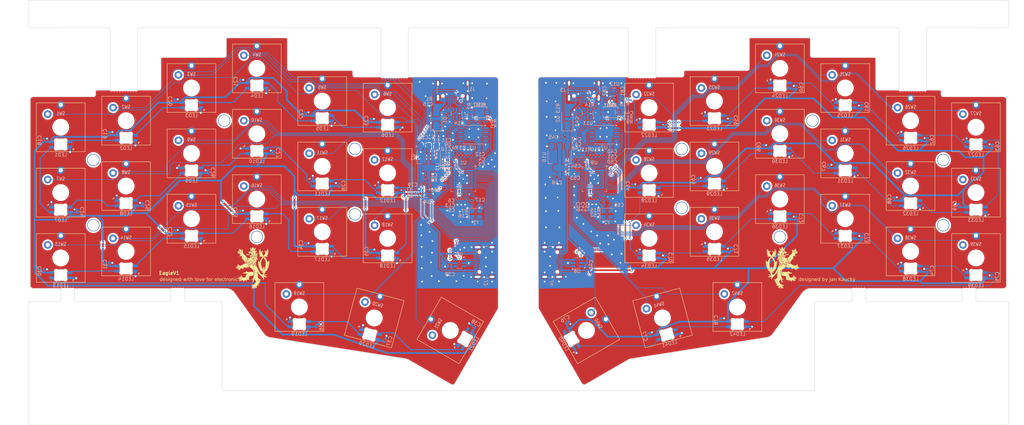
<source format=kicad_pcb>
(kicad_pcb (version 20240108) (generator "pcbnew") (generator_version "8.0")
  (layers (0 "F.Cu" signal) (31 "B.Cu" signal) (34 "B.Paste" user) (35 "F.Paste" user) (36 "B.SilkS" user "B.Silkscreen") (37 "F.SilkS" user "F.Silkscreen") (38 "B.Mask" user) (39 "F.Mask" user) (44 "Edge.Cuts" user))
  (net 0 "")
  (net 1 "GND")
  (net 2 "+5V")
  (net 3 "+3V3")
  (net 4 "+1V1")
  (net 5 "XIN")
  (net 6 "D-")
  (net 8 "D+")
  (net 14 "LED_5_data")
  (net 16 "/LeftSide/USB_DP")
  (net 17 "D_N")
  (net 18 "D_P")
  (net 19 "QSPI_NCS")
  (net 20 "/LeftSide/NCS")
  (net 21 "XOUT")
  (net 22 "SW1")
  (net 23 "SW2")
  (net 24 "SW3")
  (net 25 "SW4")
  (net 26 "SW5")
  (net 27 "SW6")
  (net 28 "SW7")
  (net 29 "SW8")
  (net 30 "SW9")
  (net 31 "SW10")
  (net 32 "SW11")
  (net 33 "SW12")
  (net 34 "SW13")
  (net 35 "SW14")
  (net 36 "SW15")
  (net 37 "SW16")
  (net 38 "SW17")
  (net 39 "SW18")
  (net 40 "SW19")
  (net 41 "SW20")
  (net 42 "SW21")
  (net 43 "RX")
  (net 44 "QSPI_CLK")
  (net 45 "TX")
  (net 47 "QSPI_D0")
  (net 52 "QSPI_D1")
  (net 54 "QSPI_D3")
  (net 55 "QSPI_D2")
  (net 56 "LED_33_data")
  (net 57 "GNDB")
  (net 58 "+1V1B")
  (net 59 "+5VB")
  (net 60 "+3V3B")
  (net 61 "XINB")
  (net 63 "D-_B")
  (net 65 "D+_B")
  (net 70 "LED_5_data_B")
  (net 71 "D_N_B")
  (net 72 "/RightSide/USBB_DP")
  (net 73 "D_P_B")
  (net 74 "XOUTB")
  (net 75 "SW22")
  (net 76 "SW23")
  (net 77 "SW24")
  (net 78 "SW25")
  (net 79 "SW26")
  (net 80 "SW27")
  (net 81 "SW28")
  (net 82 "SW29")
  (net 83 "SW30")
  (net 84 "SW31")
  (net 85 "SW32")
  (net 86 "SW33")
  (net 87 "SW34")
  (net 88 "SW35")
  (net 89 "SW36")
  (net 90 "SW37")
  (net 91 "SW38")
  (net 92 "SW39")
  (net 93 "SW40")
  (net 94 "SW41")
  (net 95 "SW42")
  (net 96 "TXB")
  (net 97 "RXB")
  (net 102 "LED_33_data_B")
  (net 105 "LED1IN")
  (net 106 "LED2IN")
  (net 107 "LED3IN")
  (net 108 "LED4IN")
  (net 109 "LED5IN")
  (net 110 "LED7IN")
  (net 111 "LED8IN")
  (net 112 "LED9IN")
  (net 113 "LED10IN")
  (net 114 "LED11IN")
  (net 115 "LED12IN")
  (net 116 "LED18IN")
  (net 117 "LED19IN")
  (net 118 "LED13IN")
  (net 119 "LED14IN")
  (net 120 "LED15IN")
  (net 121 "LED16IN")
  (net 122 "LED17IN")
  (net 123 "LED20IN")
  (net 124 "LED21IN")
  (net 125 "QSPI_NCS_B")
  (net 126 "QSPI_D1_B")
  (net 127 "QSPI_D0_B")
  (net 128 "QSPI_D2_B")
  (net 129 "QSPI_CLK_B")
  (net 130 "QSPI_D3_B")
  (net 131 "/LeftSide/VBUS")
  (net 132 "/RightSide/VBUSB")
  (net 133 "/LeftSide/CC2")
  (net 134 "/LeftSide/CC1")
  (net 135 "/RightSide/CC2B")
  (net 136 "/RightSide/CC1B")
  (net 137 "/LeftSide/USB_DN")
  (net 138 "/RightSide/USBB_DN")
  (net 139 "/LeftSide/RX_IN")
  (net 140 "/LeftSide/TX_IN")
  (net 141 "/RightSide/RXB_IN")
  (net 142 "/RightSide/TXB_IN")
  (net 143 "/LeftSide/CLimit")
  (net 144 "/RightSide/CLimitB")
  (net 145 "/LeftSide/DIR3V3")
  (net 146 "/RightSide/DIR3V3B")
  (net 151 "/RightSide/NCSB")
  (net 152 "LED23IN")
  (net 153 "LED24IN")
  (net 154 "LED25IN")
  (net 155 "LED26IN")
  (net 156 "LED27IN")
  (net 157 "LED33IN")
  (net 158 "LED34IN")
  (net 159 "LED28IN")
  (net 160 "LED29IN")
  (net 161 "LED30IN")
  (net 162 "LED31IN")
  (net 163 "LED32IN")
  (net 164 "LED35IN")
  (net 165 "LED36IN")
  (net 166 "LED37IN")
  (net 167 "LED38IN")
  (net 168 "LED39IN")
  (net 169 "LED42IN")
  (net 171 "LED40IN")
  (net 172 "LED41IN")
  (footprint "RandomStuff4Keebs:SW_Redragon_LowProfile_PCB_1.00u" (layer "F.Cu") (at 76.2 115.62 180)
    (property "Reference" "SW13")
    (property "Value" "SW_Push")
  )
  (footprint "RandomStuff4Keebs:SW_Redragon_LowProfile_PCB_1.00u" (layer "F.Cu") (at 342.9 77.52 180)
    (property "Reference" "SW27")
    (property "Value" "SW_Push")
  )
  (footprint "RandomStuff4Keebs:SW_Redragon_LowProfile_PCB_1.00u" (layer "F.Cu") (at 171.45 109.905 180)
    (property "Reference" "SW18")
    (property "Value" "SW_Push")
  )
  (footprint "RandomStuff4Keebs:SW_Redragon_LowProfile_PCB_1.00u" (layer "F.Cu") (at 273.3675 129.9075 180)
    (property "Reference" "SW42")
    (property "Value" "SW_Push")
  )
  (footprint "RandomStuff4Keebs:Corne_mousebites" (layer "F.Cu") (at 320.9 66.6)
    (property "Reference" "Mousbites 0.5mm NPTH with 0.3mm spacing" (hide yes))
    (property "Value" "Corne_mousebites")
  )
  (footprint "RandomStuff4Keebs:M2SpacerHole3.2mm" (layer "F.Cu") (at 295.275 75.615)
    (property "Reference" "REF**" (hide yes))
    (property "Value" "M2SpacerHole3.2mm")
  )
  (footprint "RandomStuff4Keebs:Corne_mousebites" (layer "F.Cu") (at 171.5 62.8)
    (property "Reference" "Mousbites 0.5mm NPTH with 0.3mm spacing" (hide yes))
    (property "Value" "Corne_mousebites")
  )
  (footprint "RandomStuff4Keebs:SW_Redragon_LowProfile_PCB_1.00u" (layer "F.Cu") (at 229.399858 136.739259 120)
    (property "Reference" "SW40")
    (property "Value" "SW_Push")
  )
  (footprint "RandomStuff4Keebs:M2SpacerHole3.2mm" (layer "F.Cu") (at 161.925 83.855)
    (property "Reference" "REF**" (hide yes))
    (property "Value" "M2SpacerHole3.2mm")
  )
  (footprint "RandomStuff4Keebs:SW_Redragon_LowProfile_PCB_1.00u" (layer "F.Cu") (at 247.65 71.805 180)
    (property "Reference" "SW22")
    (property "Value" "SW_Push")
  )
  (footprint "RandomStuff4Keebs:SW_Redragon_LowProfile_PCB_1.00u" (layer "F.Cu") (at 323.85 75.615 180)
    (property "Reference" "SW26")
    (property "Value" "SW_Push")
  )
  (footprint "RandomStuff4Keebs:SW_Redragon_LowProfile_PCB_1.00u" (layer "F.Cu") (at 266.7 108 180)
    (property "Reference" "SW35")
    (property "Value" "SW_Push")
  )
  (footprint "RandomStuff4Keebs:SW_Redragon_LowProfile_PCB_1.00u" (layer "F.Cu") (at 114.3 66.09 180)
    (property "Reference" "SW3")
    (property "Value" "SW_Push")
  )
  (footprint "RandomStuff4Keebs:SW_Redragon_LowProfile_PCB_1.00u" (layer "F.Cu") (at 76.2 96.57 180)
    (property "Reference" "SW7")
    (property "Value" "SW_Push")
  )
  (footprint "RandomStuff4Keebs:M2SpacerHole3.2mm" (layer "F.Cu") (at 85.725 87.045)
    (property "Reference" "REF**" (hide yes))
    (property "Value" "M2SpacerHole3.2mm")
  )
  (footprint "RandomStuff4Keebs:SW_Redragon_LowProfile_PCB_1.00u" (layer "F.Cu") (at 152.4 69.9 180)
    (property "Reference" "SW5")
    (property "Value" "SW_Push")
  )
  (footprint "RandomStuff4Keebs:M2SpacerHole3.2mm" (layer "F.Cu") (at 85.725 106.095)
    (property "Reference" "REF**" (hide yes))
    (property "Value" "M2SpacerHole3.2mm")
  )
  (footprint "RandomStuff4Keebs:SW_Redragon_LowProfile_PCB_1.00u" (layer "F.Cu") (at 285.75 60.375 180)
    (property "Reference" "SW24")
    (property "Value" "SW_Push")
  )
  (footprint "RandomStuff4Keebs:SW_Redragon_LowProfile_PCB_1.00u" (layer "F.Cu") (at 76.2 77.52 180)
    (property "Reference" "SW1")
    (property "Value" "SW_Push")
  )
  (footprint "RandomStuff4Keebs:Corne_mousebites" (layer "F.Cu") (at 108.7 124.8)
    (property "Reference" "Mousbites 0.5mm NPTH with 0.3mm spacing" (hide yes))
    (property "Value" "Corne_mousebites")
  )
  (footprint "RandomStuff4Keebs:SW_Redragon_LowProfile_PCB_1.00u" (layer "F.Cu") (at 152.4 88.95 180)
    (property "Reference" "SW11")
    (property "Value" "SW_Push")
  )
  (footprint "RandomStuff4Keebs:SW_Redragon_LowProfile_PCB_1.00u" (layer "F.Cu") (at 342.9 96.57 180)
    (property "Reference" "SW33")
    (property "Value" "SW_Push")
  )
  (footprint "RandomStuff4Keebs:Corne_mousebites" (layer "F.Cu") (at 91 66.6)
    (property "Reference" "Mousbites 0.5mm NPTH with 0.3mm spacing" (hide yes))
    (property "Value" "Corne_mousebites")
  )
  (footprint "RandomStuff4Keebs:SW_Redragon_LowProfile_PCB_1.00u" (layer "F.Cu") (at 304.8 66.09 180)
    (property "Reference" "SW25")
    (property "Value" "SW_Push")
  )
  (footprint "RandomStuff4Keebs:SW_Redragon_LowProfile_PCB_1.00u" (layer "F.Cu") (at 247.65 90.855 180)
    (property "Reference" "SW28")
    (property "Value" "SW_Push")
  )
  (footprint "RandomStuff4Keebs:Corne_mousebites" (layer "F.Cu") (at 339.3 124.8)
    (property "Reference" "Mousbites 0.5mm NPTH with 0.3mm spacing" (hide yes))
    (property "Value" "Corne_mousebites")
  )
  (footprint "RandomStuff4Keebs:SW_Redragon_LowProfile_PCB_1.00u" (layer "F.Cu") (at 304.8 85.14 180)
    (property "Reference" "SW31")
    (property "Value" "SW_Push")
  )
  (footprint "RandomStuff4Keebs:SW_Redragon_LowProfile_PCB_1.00u" (layer "F.Cu") (at 189.700142 136.739259 -120)
    (property "Reference" "SW21")
    (property "Value" "SW_Push")
  )
  (footprint "RandomStuff4Keebs:SW_Redragon_LowProfile_PCB_1.00u" (layer "F.Cu") (at 145.7325 129.9075 180)
    (property "Reference" "SW19")
    (property "Value" "SW_Push")
  )
  (footprint "RandomStuff4Keebs:M2SpacerHole3.2mm" (layer "F.Cu") (at 257.175 83.855)
    (property "Reference" "REF**" (hide yes))
    (property "Value" "M2SpacerHole3.2mm")
  )
  (footprint "RandomStuff4Keebs:SW_Redragon_LowProfile_PCB_1.00u" (layer "F.Cu") (at 304.8 104.19 180)
    (property "Reference" "SW37")
    (property "Value" "SW_Push")
  )
  (footprint "RandomStuff4Keebs:SW_Redragon_LowProfile_PCB_1.00u" (layer "F.Cu") (at 95.25 75.615 180)
    (property "Reference" "SW2")
    (property "Value" "SW_Push")
  )
  (footprint "RandomStuff4Keebs:cesky_lev" (layer "F.Cu") (at 287 118.475)
    (property "Reference" "G***" (hide yes))
    (property "Value" "LOGO" (hide yes))
  )
  (footprint "RandomStuff4Keebs:SW_Redragon_LowProfile_PCB_1.00u" (layer "F.Cu") (at 285.75 98.475 180)
    (property "Reference" "SW36")
    (property "Value" "SW_Push")
  )
  (footprint "RandomStuff4Keebs:Corne_mousebites" (layer "F.Cu") (at 76.6 124.8)
    (property "Reference" "Mousbites 0.5mm NPTH with 0.3mm spacing" (hide yes))
    (property "Value" "Corne_mousebites")
  )
  (footprint "RandomStuff4Keebs:SW_Redragon_LowProfile_PCB_1.00u" (layer "F.Cu") (at 95.25 113.715 180)
    (property "Reference" "SW14")
    (property "Value" "SW_Push")
  )
  (footprint "RandomStuff4Keebs:SW_Redragon_LowProfile_PCB_1.00u" (layer "F.Cu") (at 266.7 69.9 180)
    (property "Reference" "SW23")
    (property "Value" "SW_Push")
  )
  (footprint "RandomStuff4Keebs:SW_Redragon_LowProfile_PCB_1.00u" (layer "F.Cu") (at 285.75 79.425 180)
    (property "Reference" "SW30")
    (property "Value" "SW_Push")
  )
  (footprint "RandomStuff4Keebs:Corne_mousebites" (layer "F.Cu") (at 322.5 66.6)
    (property "Reference" "Mousbites 0.5mm NPTH with 0.3mm spacing" (hide yes))
    (property "Value" "Corne_mousebites")
  )
  (footprint "RandomStuff4Keebs:Corne_mousebites" (layer "F.Cu") (at 243.6 62.8)
    (property "Reference" "Mousbites 0.5mm NPTH with 0.3mm spacing" (hide yes))
    (property "Value" "Corne_mousebites")
  )
  (footprint "RandomStuff4Keebs:cesky_lev" (layer "F.Cu") (at 132.1 118.475)
    (property "Reference" "G***" (hide yes))
    (property "Value" "LOGO" (hide yes))
  )
  (footprint "RandomStuff4Keebs:SW_Redragon_LowProfile_PCB_1.00u" (layer "F.Cu") (at 114.3 85.14 180)
    (property "Reference" "SW9")
    (property "Value" "SW_Push")
  )
  (footprint "RandomStuff4Keebs:SW_Redragon_LowProfile_PCB_1.00u" (layer "F.Cu") (at 95.25 94.665 180)
    (property "Reference" "SW8")
    (property "Value" "SW_Push")
  )
  (footprint "RandomStuff4Keebs:SW_Redragon_LowProfile_PCB_1.00u" (layer "F.Cu") (at 133.35 98.475 180)
    (property "Reference" "SW16")
    (property "Value" "SW_Push")
  )
  (footprint "RandomStuff4Keebs:my_sign" (layer "F.Cu") (at 108.4 124.4)
    (property "Reference" "REF**" (hide yes))
    (property "Value" "my_sign" (hide yes))
  )
  (footprint "RandomStuff4Keebs:M2SpacerHole3.2mm" (layer "F.Cu") (at 161.925 102.905)
    (property "Reference" "REF**" (hide yes))
    (property "Value" "M2SpacerHole3.2mm")
  )
  (footprint "RandomStuff4Keebs:SW_Redragon_LowProfile_PCB_1.00u" (layer "F.Cu") (at 266.7 88.95 180)
    (property "Reference" "SW29")
    (property "Value" "SW_Push")
  )
  (footprint "RandomStuff4Keebs:Corne_mousebites" (layer "F.Cu") (at 92.6 66.6)
    (property "Reference" "Mousbites 0.5mm NPTH with 0.3mm spacing" (hide yes))
    (property "Value" "Corne_mousebites")
  )
  (footprint "RandomStuff4Keebs:SW_Redragon_LowProfile_PCB_1.00u" (layer "F.Cu") (at 342.9 115.62 180)
    (property "Reference" "SW39")
    (property "Value" "SW_Push")
  )
  (footprint "RandomStuff4Keebs:SW_Redragon_LowProfile_PCB_1.00u" (layer "F.Cu") (at 247.65 109.905 180)
    (property "Reference" "SW34")
    (property "Value" "SW_Push")
  )
  (footprint "RandomStuff4Keebs:Corne_mousebites" (layer "F.Cu") (at 307.2 124.8)
    (property "Reference" "Mousbites 0.5mm NPTH with 0.3mm spacing" (hide yes))
    (property "Value" "Corne_mousebites")
  )
  (footprint "RandomStuff4Keebs:Corne_mousebites" (layer "F.Cu") (at 169.9 62.8)
    (property "Reference" "Mousbites 0.5mm NPTH with 0.3mm spacing" (hide yes))
    (property "Value" "Corne_mousebites")
  )
  (footprint "RandomStuff4Keebs:SW_Redragon_LowProfile_PCB_1.00u" (layer "F.Cu") (at 323.85 94.665 180)
    (property "Reference" "SW32")
    (property "Value" "SW_Push")
  )
  (footprint "RandomStuff4Keebs:SW_Redragon_LowProfile_PCB_1.00u" (layer "F.Cu") (at 171.45 90.855 180)
    (property "Reference" "SW12")
    (property "Value" "SW_Push")
  )
  (footprint "RandomStuff4Keebs:SW_Redragon_LowProfile_PCB_1.00u" (layer "F.Cu") (at 167.552446 133.105655 165)
    (property "Reference" "SW20")
    (property "Value" "SW_Push")
  )
  (footprint "RandomStuff4Keebs:M2SpacerHole3.2mm" (layer "F.Cu") (at 333.375 106.095)
    (property "Reference" "REF**" (hide yes))
    (property "Value" "M2SpacerHole3.2mm")
  )
  (footprint "RandomStuff4Keebs:SW_Redragon_LowProfile_PCB_1.00u" (layer "F.Cu") (at 251.547554 133.105655 -165)
    (property "Reference" "SW41")
    (property "Value" "SW_Push")
  )
  (footprint "RandomStuff4Keebs:SW_Redragon_LowProfile_PCB_1.00u" (layer "F.Cu") (at 114.3 104.19 180)
    (property "Reference" "SW15")
    (property "Value" "SW_Push")
  )
  (footprint "RandomStuff4Keebs:SW_Redragon_LowProfile_PCB_1.00u" (layer "F.Cu") (at 323.85 113.715 180)
    (property "Reference" "SW38")
    (property "Value" "SW_Push")
  )
  (footprint "RandomStuff4Keebs:SW_Redragon_LowProfile_PCB_1.00u" (layer "F.Cu") (at 133.35 79.425 180)
    (property "Reference" "SW10")
    (property "Value" "SW_Push")
  )
  (footprint "RandomStuff4Keebs:M2SpacerHole3.2mm" (layer "F.Cu") (at 123.825 75.615)
    (property "Reference" "REF**" (hide yes))
    (property "Value" "M2SpacerHole3.2mm")
  )
  (footprint "RandomStuff4Keebs:M2SpacerHole3.2mm" (layer "F.Cu") (at 285.75 109.475)
    (property "Reference" "REF**" (hide yes))
    (property "Value" "M2SpacerHole3.2mm")
  )
  (footprint "RandomStuff4Keebs:SW_Redragon_LowProfile_PCB_1.00u" (layer "F.Cu") (at 171.45 71.805 180)
    (property "Reference" "SW6")
    (property "Value" "SW_Push")
  )
  (footprint "RandomStuff4Keebs:M2SpacerHole3.2mm" (layer "F.Cu") (at 333.375 87.045)
    (property "Reference" "REF**" (hide yes))
    (property "Value" "M2SpacerHole3.2mm")
  )
  (footprint "RandomStuff4Keebs:M2SpacerHole3.2mm" (layer "F.Cu") (at 133.35 109.475)
    (property "Reference" "REF**" (hide yes))
    (property "Value" "M2SpacerHole3.2mm")
  )
  (footprint "RandomStuff4Keebs:SW_Redragon_LowProfile_PCB_1.00u" (layer "F.Cu") (at 133.35 60.375 180)
    (property "Reference" "SW4")
    (property "Value" "SW_Push")
  )
  (footprint "RandomStuff4Keebs:SW_Redragon_LowProfile_PCB_1.00u" (layer "F.Cu") (at 152.4 108 180)
    (property "Reference" "SW17")
    (property "Value" "SW_Push")
  )
  (footprint "RandomStuff4Keebs:M2SpacerHole3.2mm" (layer "F.Cu") (at 257.175 101)
    (property "Reference" "REF**" (hide yes))
    (property "Value" "M2SpacerHole3.2mm")
  )
  (footprint "RandomStuff4Keebs:Corne_mousebites" (layer "F.Cu") (at 242 62.8)
    (property "Reference" "Mousbites 0.5mm NPTH with 0.3mm spacing" (hide yes))
    (property "Value" "Corne_mousebites")
  )
  (footprint "Capacitor_SMD:C_0402_1005Metric" (layer "B.Cu") (at 226.15 93.7 180)
    (property "Reference" "C53")
    (property "Value" "100n")
  )
  (footprint "PCM_marbastlib-various:LED_6028R" (layer "B.Cu") (at 145.7325 134.9075)
    (property "Reference" "LED19")
    (property "Value" "SK6812MINI-E")
    (fp_line (start -1.699999 -0.702841) (end -1.699999 0.702843) (stroke (width 0.1)) (layer "Edge.Cuts"))
    (fp_line (start -0.794453 1.5) (end 0.794452 1.5) (stroke (width 0.1)) (layer "Edge.Cuts"))
    (fp_line (start 0.794452 -1.499999) (end -0.794452 -1.499999) (stroke (width 0.1)) (layer "Edge.Cuts"))
    (fp_line (start 1.699999 0.702843) (end 1.699999 -0.702841) (stroke (width 0.1)) (layer "Edge.Cuts"))
    (fp_arc (start -1.749484 -0.919719) (mid -1.712527 -0.814067) (end -1.699999 -0.702841) (stroke (width 0.1)) (layer "Edge.Cuts"))
    (fp_arc (start -1.749484 -0.919718) (mid -1.638072 -1.504034) (end -1.046711 -1.568298) (stroke (width 0.1)) (layer "Edge.Cuts"))
    (fp_arc (start -1.699999 0.702844) (mid -1.712527 0.814069) (end -1.749484 0.919721) (stroke (width 0.1)) (layer "Edge.Cuts"))
    (fp_arc (start -1.046711 1.568299) (mid -1.63807 1.504035) (end -1.749484 0.919721) (stroke (width 0.1)) (layer "Edge.Cuts"))
    (fp_arc (start -1.046711 1.568299) (mid -0.925123 1.517377) (end -0.794453 1.5) (stroke (width 0.1)) (layer "Edge.Cuts"))
    (fp_arc (start -0.794452 -1.499999) (mid -0.925123 -1.517376) (end -1.046711 -1.568298) (stroke (width 0.1)) (layer "Edge.Cuts"))
    (fp_arc (start 0.794453 1.500001) (mid 0.925123 1.517378) (end 1.046711 1.5683) (stroke (width 0.1)) (layer "Edge.Cuts"))
    (fp_arc (start 1.04671 -1.568298) (mid 0.925122 -1.517376) (end 0.794452 -1.499999) (stroke (width 0.1)) (layer "Edge.Cuts"))
    (fp_arc (start 1.046711 -1.568296) (mid 1.638069 -1.504034) (end 1.749484 -0.919719) (stroke (width 0.1)) (layer "Edge.Cuts"))
    (fp_arc (start 1.699999 -0.702842) (mid 1.712522 -0.814068) (end 1.749484 -0.919719) (stroke (width 0.1)) (layer "Edge.Cuts"))
    (fp_arc (start 1.749484 0.919721) (mid 1.638072 1.504036) (end 1.046711 1.5683) (stroke (width 0.1)) (layer "Edge.Cuts"))
    (fp_arc (start 1.749484 0.919721) (mid 1.71254 0.814067) (end 1.699999 0.702843) (stroke (width 0.1)) (layer "Edge.Cuts"))
  )
  (footprint "Capacitor_SMD:C_0402_1005Metric" (layer "B.Cu") (at 176.45 96.355 -90)
    (property "Reference" "C29")
    (property "Value" "100n")
  )
  (footprint "Capacitor_SMD:C_0402_1005Metric" (layer "B.Cu") (at 309.8 109.69 -90)
    (property "Reference" "C73")
    (property "Value" "100n")
  )
  (footprint "Capacitor_SMD:C_0402_1005Metric" (layer "B.Cu") (at 198.38 100.13)
    (property "Reference" "C17")
    (property "Value" "15p")
  )
  (footprint "Resistor_SMD:R_0402_1005Metric" (layer "B.Cu") (at 231 85.7 -90)
    (property "Reference" "R10")
    (property "Value" "27")
  )
  (footprint "Package_TO_SOT_SMD:SOT-23-6" (layer "B.Cu") (at 226.7 117.1)
    (property "Reference" "U8")
    (property "Value" "USBLC6-2SC6")
  )
  (footprint "Resistor_SMD:R_0402_1005Metric" (layer "B.Cu") (at 182.6 94.01 90)
    (property "Reference" "R8")
    (property "Value" "10k")
  )
  (footprint "PCM_marbastlib-various:LED_6028R" (layer "B.Cu") (at 304.8 90.14 180)
    (property "Reference" "LED31")
    (property "Value" "SK6812MINI-E")
    (fp_line (start 1.699999 0.702843) (end 1.699999 -0.702841) (stroke (width 0.1)) (layer "Edge.Cuts"))
    (fp_line (start 0.794452 -1.499999) (end -0.794452 -1.499999) (stroke (width 0.1)) (layer "Edge.Cuts"))
    (fp_line (start -0.794453 1.5) (end 0.794452 1.5) (stroke (width 0.1)) (layer "Edge.Cuts"))
    (fp_line (start -1.699999 -0.702841) (end -1.699999 0.702843) (stroke (width 0.1)) (layer "Edge.Cuts"))
    (fp_arc (start 1.749484 0.919721) (mid 1.71254 0.814067) (end 1.699999 0.702843) (stroke (width 0.1)) (layer "Edge.Cuts"))
    (fp_arc (start 1.749484 0.919721) (mid 1.638072 1.504036) (end 1.046711 1.5683) (stroke (width 0.1)) (layer "Edge.Cuts"))
    (fp_arc (start 1.699999 -0.702842) (mid 1.712522 -0.814068) (end 1.749484 -0.919719) (stroke (width 0.1)) (layer "Edge.Cuts"))
    (fp_arc (start 1.046711 -1.568296) (mid 1.638069 -1.504034) (end 1.749484 -0.919719) (stroke (width 0.1)) (layer "Edge.Cuts"))
    (fp_arc (start 1.04671 -1.568298) (mid 0.925122 -1.517376) (end 0.794452 -1.499999) (stroke (width 0.1)) (layer "Edge.Cuts"))
    (fp_arc (start 0.794453 1.500001) (mid 0.925123 1.517378) (end 1.046711 1.5683) (stroke (width 0.1)) (layer "Edge.Cuts"))
    (fp_arc (start -0.794452 -1.499999) (mid -0.925123 -1.517376) (end -1.046711 -1.568298) (stroke (width 0.1)) (layer "Edge.Cuts"))
    (fp_arc (start -1.046711 1.568299) (mid -0.925123 1.517377) (end -0.794453 1.5) (stroke (width 0.1)) (layer "Edge.Cuts"))
    (fp_arc (start -1.046711 1.568299) (mid -1.63807 1.504035) (end -1.749484 0.919721) (stroke (width 0.1)) (layer "Edge.Cuts"))
    (fp_arc (start -1.699999 0.702844) (mid -1.712527 0.814069) (end -1.749484 0.919721) (stroke (width 0.1)) (layer "Edge.Cuts"))
    (fp_arc (start -1.749484 -0.919718) (mid -1.638072 -1.504034) (end -1.046711 -1.568298) (stroke (width 0.1)) (layer "Edge.Cuts"))
    (fp_arc (start -1.749484 -0.919719) (mid -1.712527 -0.814067) (end -1.699999 -0.702841) (stroke (width 0.1)) (layer "Edge.Cuts"))
  )
  (footprint "Package_TO_SOT_SMD:SOT-23-6" (layer "B.Cu") (at 229.74 73.5475 90)
    (property "Reference" "U11")
    (property "Value" "USBLC6-2SC6")
  )
  (footprint "Package_SO:SOIC-8_5.23x5.23mm_P1.27mm" (layer "B.Cu") (at 196.39 79.7 180)
    (property "Reference" "U3")
    (property "Value" "W25Q128JVS")
  )
  (footprint "Resistor_SMD:R_0402_1005Metric" (layer "B.Cu") (at 236.01 75.91 180)
    (property "Reference" "R12")
    (property "Value" "10k")
  )
  (footprint "Capacitor_SMD:C_0402_1005Metric" (layer "B.Cu") (at 90.25 117.515 -90)
    (property "Reference" "C31")
    (property "Value" "100n")
  )
  (footprint "Capacitor_SMD:C_0402_1005Metric" (layer "B.Cu") (at 268.3675 133.7075 -90)
    (property "Reference" "C78")
    (property "Value" "100n")
  )
  (footprint "Capacitor_SMD:C_0402_1005Metric" (layer "B.Cu") (at 236.58 100.13)
    (property "Reference" "C55")
    (property "Value" "15p")
  )
  (footprint "Capacitor_SMD:C_0402_1005Metric" (layer "B.Cu") (at 271.7 113.02 -90)
    (property "Reference" "C71")
    (property "Value" "100n")
  )
  (footprint "Capacitor_SMD:C_0402_1005Metric" (layer "B.Cu") (at 71.2 119.42 -90)
    (property "Reference" "C30")
    (property "Value" "100n")
  )
  (footprint "Capacitor_SMD:C_0402_1005Metric" (layer "B.Cu") (at 261.7 92.75 -90)
    (property "Reference" "C65")
    (property "Value" "100n")
  )
  (footprint "Capacitor_SMD:C_0402_1005Metric" (layer "B.Cu") (at 119.3 90.64 -90)
    (property "Reference" "C26")
    (property "Value" "100n")
  )
  (footprint "Connector_USB:USB_C_Receptacle_G-Switch_GT-USB-7010ASV" (layer "B.Cu") (at 218.3 116.805 90)
    (property "Reference" "J4")
    (property "Value" "USB_C_Receptacle_USB2.0_16P")
  )
  (footprint "PCM_marbastlib-various:LED_6028R" (layer "B.Cu") (at 342.9 101.57 180)
    (property "Reference" "LED33")
    (property "Value" "SK6812MINI-E")
    (fp_line (start 1.699999 0.702843) (end 1.699999 -0.702841) (stroke (width 0.1)) (layer "Edge.Cuts"))
    (fp_line (start 0.794452 -1.499999) (end -0.794452 -1.499999) (stroke (width 0.1)) (layer "Edge.Cuts"))
    (fp_line (start -0.794452 1.5) (end 0.794452 1.5) (stroke (width 0.1)) (layer "Edge.Cuts"))
    (fp_line (start -1.699999 -0.702841) (end -1.699999 0.702843) (stroke (width 0.1)) (layer "Edge.Cuts"))
    (fp_arc (start 1.749484 0.919721) (mid 1.71254 0.814067) (end 1.699999 0.702843) (stroke (width 0.1)) (layer "Edge.Cuts"))
    (fp_arc (start 1.749484 0.919721) (mid 1.638072 1.504036) (end 1.046711 1.5683) (stroke (width 0.1)) (layer "Edge.Cuts"))
    (fp_arc (start 1.699998 -0.702842) (mid 1.712518 -0.81407) (end 1.749484 -0.919719) (stroke (width 0.1)) (layer "Edge.Cuts"))
    (fp_arc (start 1.046711 -1.568296) (mid 1.638069 -1.504034) (end 1.749484 -0.919719) (stroke (width 0.1)) (layer "Edge.Cuts"))
    (fp_arc (start 1.04671 -1.568298) (mid 0.925122 -1.517376) (end 0.794452 -1.499999) (stroke (width 0.1)) (layer "Edge.Cuts"))
    (fp_arc (start 0.794453 1.500001) (mid 0.925123 1.517378) (end 1.046711 1.5683) (stroke (width 0.1)) (layer "Edge.Cuts"))
    (fp_arc (start -0.794452 -1.499999) (mid -0.925122 -1.517376) (end -1.046711 -1.568297) (stroke (width 0.1)) (layer "Edge.Cuts"))
    (fp_arc (start -1.046711 1.568299) (mid -0.925123 1.517376) (end -0.794452 1.5) (stroke (width 0.1)) (layer "Edge.Cuts"))
    (fp_arc (start -1.046711 1.568299) (mid -1.63807 1.504035) (end -1.749484 0.919721) (stroke (width 0.1)) (layer "Edge.Cuts"))
    (fp_arc (start -1.699999 0.702844) (mid -1.712527 0.814069) (end -1.749484 0.919721) (stroke (width 0.1)) (layer "Edge.Cuts"))
    (fp_arc (start -1.749484 -0.919718) (mid -1.638073 -1.504035) (end -1.046711 -1.568297) (stroke (width 0.1)) (layer "Edge.Cuts"))
    (fp_arc (start -1.749484 -0.919719) (mid -1.712527 -0.814067) (end -1.699999 -0.702841) (stroke (width 0.1)) (layer "Edge.Cuts"))
  )
  (footprint "Package_TO_SOT_SMD:SOT-223-3_TabPin2" (layer "B.Cu") (at 183.39 86.23 -90)
    (property "Reference" "U2")
    (property "Value" "TLV1117-33")
  )
  (footprint "Resistor_SMD:R_0402_1005Metric" (layer "B.Cu") (at 197.81 75.91 180)
    (property "Reference" "R5")
    (property "Value" "10k")
  )
  (footprint "Capacitor_SMD:C_0402_1005Metric" (layer "B.Cu") (at 225.78 86.84 90)
    (property "Reference" "C48")
    (property "Value" "100n")
  )
  (footprint "Connector_USB:USB_C_Receptacle_G-Switch_GT-USB-7010ASV" (layer "B.Cu") (at 200.8 116.805 -90)
    (property "Reference" "J2")
    (property "Value" "USB_C_Receptacle_USB2.0_16P")
  )
  (footprint "PCM_marbastlib-various:LED_6028R" (layer "B.Cu") (at 247.65 114.905)
    (property "Reference" "LED34")
    (property "Value" "SK6812MINI-E")
    (fp_line (start -1.699999 -0.702841) (end -1.699999 0.702843) (stroke (width 0.1)) (layer "Edge.Cuts"))
    (fp_line (start -0.794453 1.5) (end 0.794452 1.5) (stroke (width 0.1)) (layer "Edge.Cuts"))
    (fp_line (start 0.794452 -1.499999) (end -0.794452 -1.499999) (stroke (width 0.1)) (layer "Edge.Cuts"))
    (fp_line (start 1.699999 0.702843) (end 1.699999 -0.702841) (stroke (width 0.1)) (layer "Edge.Cuts"))
    (fp_arc (start -1.749484 -0.919719) (mid -1.712527 -0.814067) (end -1.699999 -0.702841) (stroke (width 0.1)) (layer "Edge.Cuts"))
    (fp_arc (start -1.749484 -0.919718) (mid -1.638072 -1.504034) (end -1.046711 -1.568298) (stroke (width 0.1)) (layer "Edge.Cuts"))
    (fp_arc (start -1.699999 0.702844) (mid -1.712527 0.814069) (end -1.749484 0.919721) (stroke (width 0.1)) (layer "Edge.Cuts"))
    (fp_arc (start -1.046711 1.568299) (mid -1.63807 1.504035) (end -1.749484 0.919721) (stroke (width 0.1)) (layer "Edge.Cuts"))
    (fp_arc (start -1.046711 1.568299) (mid -0.925123 1.517377) (end -0.794453 1.5) (stroke (width 0.1)) (layer "Edge.Cuts"))
    (fp_arc (start -0.794452 -1.499999) (mid -0.925123 -1.517376) (end -1.046711 -1.568298) (stroke (width 0.1)) (layer "Edge.Cuts"))
    (fp_arc (start 0.794453 1.500001) (mid 0.925123 1.517378) (end 1.046711 1.5683) (stroke (width 0.1)) (layer "Edge.Cuts"))
    (fp_arc (start 1.04671 -1.568298) (mid 0.925122 -1.517376) (end 0.794452 -1.499999) (stroke (width 0.1)) (layer "Edge.Cuts"))
    (fp_arc (start 1.046711 -1.568296) (mid 1.638069 -1.504034) (end 1.749484 -0.919719) (stroke (width 0.1)) (layer "Edge.Cuts"))
    (fp_arc (start 1.699999 -0.702842) (mid 1.712522 -0.814068) (end 1.749484 -0.919719) (stroke (width 0.1)) (layer "Edge.Cuts"))
    (fp_arc (start 1.749484 0.919721) (mid 1.638072 1.504036) (end 1.046711 1.5683) (stroke (width 0.1)) (layer "Edge.Cuts"))
    (fp_arc (start 1.749484 0.919721) (mid 1.71254 0.814067) (end 1.699999 0.702843) (stroke (width 0.1)) (layer "Edge.Cuts"))
  )
  (footprint "PCM_marbastlib-various:LED_6028R" (layer "B.Cu") (at 133.35 65.375 180)
    (property "Reference" "LED4")
    (property "Value" "SK6812MINI-E")
    (fp_line (start 1.699999 0.702843) (end 1.699999 -0.702841) (stroke (width 0.1)) (layer "Edge.Cuts"))
    (fp_line (start 0.794452 -1.499999) (end -0.794452 -1.499999) (stroke (width 0.1)) (layer "Edge.Cuts"))
    (fp_line (start -0.794453 1.5) (end 0.794452 1.5) (stroke (width 0.1)) (layer "Edge.Cuts"))
    (fp_line (start -1.699999 -0.702841) (end -1.699999 0.702843) (stroke (width 0.1)) (layer "Edge.Cuts"))
    (fp_arc (start 1.749484 0.919721) (mid 1.71254 0.814067) (end 1.699999 0.702843) (stroke (width 0.1)) (layer "Edge.Cuts"))
    (fp_arc (start 1.749484 0.919721) (mid 1.638072 1.504036) (end 1.046711 1.5683) (stroke (width 0.1)) (layer "Edge.Cuts"))
    (fp_arc (start 1.699999 -0.702842) (mid 1.712522 -0.814068) (end 1.749484 -0.919719) (stroke (width 0.1)) (layer "Edge.Cuts"))
    (fp_arc (start 1.046711 -1.568296) (mid 1.638069 -1.504034) (end 1.749484 -0.919719) (stroke (width 0.1)) (layer "Edge.Cuts"))
    (fp_arc (start 1.04671 -1.568298) (mid 0.925122 -1.517376) (end 0.794452 -1.499999) (stroke (width 0.1)) (layer "Edge.Cuts"))
    (fp_arc (start 0.794453 1.500001) (mid 0.925123 1.517378) (end 1.046711 1.5683) (stroke (width 0.1)) (layer "Edge.Cuts"))
    (fp_arc (start -0.794452 -1.499999) (mid -0.925123 -1.517376) (end -1.046711 -1.568298) (stroke (width 0.1)) (layer "Edge.Cuts"))
    (fp_arc (start -1.046711 1.568299) (mid -0.925123 1.517377) (end -0.794453 1.5) (stroke (width 0.1)) (layer "Edge.Cuts"))
    (fp_arc (start -1.046711 1.568299) (mid -1.63807 1.504035) (end -1.749484 0.919721) (stroke (width 0.1)) (layer "Edge.Cuts"))
    (fp_arc (start -1.699999 0.702844) (mid -1.712527 0.814069) (end -1.749484 0.919721) (stroke (width 0.1)) (layer "Edge.Cuts"))
    (fp_arc (start -1.749484 -0.919718) (mid -1.638072 -1.504034) (end -1.046711 -1.568298) (stroke (width 0.1)) (layer "Edge.Cuts"))
    (fp_arc (start -1.749484 -0.919719) (mid -1.712527 -0.814067) (end -1.699999 -0.702841) (stroke (width 0.1)) (layer "Edge.Cuts"))
  )
  (footprint "Resistor_SMD:R_0402_1005Metric" (layer "B.Cu") (at 230 85.7 -90)
    (property "Reference" "R11")
    (property "Value" "27")
  )
  (footprint "Capacitor_SMD:C_0402_1005Metric" (layer "B.Cu") (at 290.75 65.875 -90)
    (property "Reference" "C60")
    (property "Value" "100n")
  )
  (footprint "PCM_marbastlib-various:LED_6028R" (layer "B.Cu") (at 285.75 84.425 180)
    (property "Reference" "LED30")
    (property "Value" "SK6812MINI-E")
    (fp_line (start 1.699999 0.702843) (end 1.699999 -0.702841) (stroke (width 0.1)) (layer "Edge.Cuts"))
    (fp_line (start 0.794452 -1.499999) (end -0.794452 -1.499999) (stroke (width 0.1)) (layer "Edge.Cuts"))
    (fp_line (start -0.794453 1.5) (end 0.794452 1.5) (stroke (width 0.1)) (layer "Edge.Cuts"))
    (fp_line (start -1.699999 -0.702841) (end -1.699999 0.702843) (stroke (width 0.1)) (layer "Edge.Cuts"))
    (fp_arc (start 1.749484 0.919721) (mid 1.71254 0.814067) (end 1.699999 0.702843) (stroke (width 0.1)) (layer "Edge.Cuts"))
    (fp_arc (start 1.749484 0.919721) (mid 1.638072 1.504036) (end 1.046711 1.5683) (stroke (width 0.1)) (layer "Edge.Cuts"))
    (fp_arc (start 1.699999 -0.702842) (mid 1.712522 -0.814068) (end 1.749484 -0.919719) (stroke (width 0.1)) (layer "Edge.Cuts"))
    (fp_arc (start 1.046711 -1.568296) (mid 1.638069 -1.504034) (end 1.749484 -0.919719) (stroke (width 0.1)) (layer "Edge.Cuts"))
    (fp_arc (start 1.04671 -1.568298) (mid 0.925122 -1.517376) (end 0.794452 -1.499999) (stroke (width 0.1)) (layer "Edge.Cuts"))
    (fp_arc (start 0.794453 1.500001) (mid 0.925123 1.517378) (end 1.046711 1.5683) (stroke (width 0.1)) (layer "Edge.Cuts"))
    (fp_arc (start -0.794452 -1.499999) (mid -0.925123 -1.517376) (end -1.046711 -1.568298) (stroke (width 0.1)) (layer "Edge.Cuts"))
    (fp_arc (start -1.046711 1.568299) (mid -0.925123 1.517377) (end -0.794453 1.5) (stroke (width 0.1)) (layer "Edge.Cuts"))
    (fp_arc (start -1.046711 1.568299) (mid -1.63807 1.504035) (end -1.749484 0.919721) (stroke (width 0.1)) (layer "Edge.Cuts"))
    (fp_arc (start -1.699999 0.702844) (mid -1.712527 0.814069) (end -1.749484 0.919721) (stroke (width 0.1)) (layer "Edge.Cuts"))
    (fp_arc (start -1.749484 -0.919718) (mid -1.638072 -1.504034) (end -1.046711 -1.568298) (stroke (width 0.1)) (layer "Edge.Cuts"))
    (fp_arc (start -1.749484 -0.919719) (mid -1.712527 -0.814067) (end -1.699999 -0.702841) (stroke (width 0.1)) (layer "Edge.Cuts"))
  )
  (footprint "Capacitor_SMD:C_0402_1005Metric" (layer "B.Cu") (at 193.94 98.49 -90)
    (property "Reference" "C5")
    (property "Value" "100n")
  )
  (footprint "PCM_marbastlib-various:LED_6028R" (layer "B.Cu") (at 152.4 113 180)
    (property "Reference" "LED17")
    (property "Value" "SK6812MINI-E")
    (fp_line (start 1.699999 0.702843) (end 1.699999 -0.702841) (stroke (width 0.1)) (layer "Edge.Cuts"))
    (fp_line (start 0.794452 -1.499999) (end -0.794452 -1.499999) (stroke (width 0.1)) (layer "Edge.Cuts"))
    (fp_line (start -0.794453 1.5) (end 0.794452 1.5) (stroke (width 0.1)) (layer "Edge.Cuts"))
    (fp_line (start -1.699999 -0.702841) (end -1.699999 0.702843) (stroke (width 0.1)) (layer "Edge.Cuts"))
    (fp_arc (start 1.749484 0.919721) (mid 1.71254 0.814067) (end 1.699999 0.702843) (stroke (width 0.1)) (layer "Edge.Cuts"))
    (fp_arc (start 1.749484 0.919721) (mid 1.638072 1.504036) (end 1.046711 1.5683) (stroke (width 0.1)) (layer "Edge.Cuts"))
    (fp_arc (start 1.699999 -0.702842) (mid 1.712522 -0.814068) (end 1.749484 -0.919719) (stroke (width 0.1)) (layer "Edge.Cuts"))
    (fp_arc (start 1.046711 -1.568296) (mid 1.638069 -1.504034) (end 1.749484 -0.919719) (stroke (width 0.1)) (layer "Edge.Cuts"))
    (fp_arc (start 1.04671 -1.568298) (mid 0.925122 -1.517376) (end 0.794452 -1.499999) (stroke (width 0.1)) (layer "Edge.Cuts"))
    (fp_arc (start 0.794453 1.500001) (mid 0.925123 1.517378) (end 1.046711 1.5683) (stroke (width 0.1)) (layer "Edge.Cuts"))
    (fp_arc (start -0.794452 -1.499999) (mid -0.925123 -1.517376) (end -1.046711 -1.568298) (stroke (width 0.1)) (layer "Edge.Cuts"))
    (fp_arc (start -1.046711 1.568299) (mid -0.925123 1.517377) (end -0.794453 1.5) (stroke (width 0.1)) (layer "Edge.Cuts"))
    (fp_arc (start -1.046711 1.568299) (mid -1.63807 1.504035) (end -1.749484 0.919721) (stroke (width 0.1)) (layer "Edge.Cuts"))
    (fp_arc (start -1.699999 0.702844) (mid -1.712527 0.814069) (end -1.749484 0.919721) (stroke (width 0.1)) (layer "Edge.Cuts"))
    (fp_arc (start -1.749484 -0.919718) (mid -1.638072 -1.504034) (end -1.046711 -1.568298) (stroke (width 0.1)) (layer "Edge.Cuts"))
    (fp_arc (start -1.749484 -0.919719) (mid -1.712527 -0.814067) (end -1.699999 -0.702841) (stroke (width 0.1)) (layer "Edge.Cuts"))
  )
  (footprint "PCM_marbastlib-various:LED_6028R" (layer "B.Cu") (at 266.7 93.95 180)
    (property "Reference" "LED29")
    (property "Value" "SK6812MINI-E")
    (fp_line (start 1.699999 0.702843) (end 1.699999 -0.702841) (stroke (width 0.1)) (layer "Edge.Cuts"))
    (fp_line (start 0.794452 -1.499999) (end -0.794452 -1.499999) (stroke (width 0.1)) (layer "Edge.Cuts"))
    (fp_line (start -0.794453 1.5) (end 0.794452 1.5) (stroke (width 0.1)) (layer "Edge.Cuts"))
    (fp_line (start -1.699999 -0.702841) (end -1.699999 0.702843) (stroke (width 0.1)) (layer "Edge.Cuts"))
    (fp_arc (start 1.749484 0.919721) (mid 1.71254 0.814067) (end 1.699999 0.702843) (stroke (width 0.1)) (layer "Edge.Cuts"))
    (fp_arc (start 1.749484 0.919721) (mid 1.638072 1.504036) (end 1.046711 1.5683) (stroke (width 0.1)) (layer "Edge.Cuts"))
    (fp_arc (start 1.699999 -0.702842) (mid 1.712522 -0.814068) (end 1.749484 -0.919719) (stroke (width 0.1)) (layer "Edge.Cuts"))
    (fp_arc (start 1.046711 -1.568296) (mid 1.638069 -1.504034) (end 1.749484 -0.919719) (stroke (width 0.1)) (layer "Edge.Cuts"))
    (fp_arc (start 1.04671 -1.568298) (mid 0.925122 -1.517376) (end 0.794452 -1.499999) (stroke (width 0.1)) (layer "Edge.Cuts"))
    (fp_arc (start 0.794453 1.500001) (mid 0.925123 1.517378) (end 1.046711 1.5683) (stroke (width 0.1)) (layer "Edge.Cuts"))
    (fp_arc (start -0.794452 -1.499999) (mid -0.925123 -1.517376) (end -1.046711 -1.568298) (stroke (width 0.1)) (layer "Edge.Cuts"))
    (fp_arc (start -1.046711 1.568299) (mid -0.925123 1.517377) (end -0.794453 1.5) (stroke (width 0.1)) (layer "Edge.Cuts"))
    (fp_arc (start -1.046711 1.568299) (mid -1.63807 1.504035) (end -1.749484 0.919721) (stroke (width 0.1)) (layer "Edge.Cuts"))
    (fp_arc (start -1.699999 0.702844) (mid -1.712527 0.814069) (end -1.749484 0.919721) (stroke (width 0.1)) (layer "Edge.Cuts"))
    (fp_arc (start -1.749484 -0.919718) (mid -1.638072 -1.504034) (end -1.046711 -1.568298) (stroke (width 0.1)) (layer "Edge.Cuts"))
    (fp_arc (start -1.749484 -0.919719) (mid -1.712527 -0.814067) (end -1.699999 -0.702841) (stroke (width 0.1)) (layer "Edge.Cuts"))
  )
  (footprint "Capacitor_SMD:C_0402_1005Metric" (layer "B.Cu") (at 280.75 83.225 -90)
    (property "Reference" "C66")
    (property "Value" "100n")
  )
  (footprint "Capacitor_SMD:C_0402_1005Metric" (layer "B.Cu") (at 188.5 73.79)
    (property "Reference" "C15")
    (property "Value" "100n")
  )
  (footprint "Package_TO_SOT_SMD:SOT-363_SC-70-6" (layer "B.Cu") (at 182.6 96.9 180)
    (property "Reference" "U6")
    (property "Value" "SN74LVC1T45DCK")
  )
  (footprint "PCM_marbastlib-various:LED_6028R" (layer "B.Cu") (at 194.030269 139.239259 60)
    (property "Reference" "LED21")
    (property "Value" "SK6812MINI-E")
    (fp_line (start -1.699999 -0.702841) (end -1.699999 0.702843) (stroke (width 0.1)) (layer "Edge.Cuts"))
    (fp_line (start 0.794452 -1.499999) (end -0.794452 -1.499999) (stroke (width 0.1)) (layer "Edge.Cuts"))
    (fp_line (start -0.794453 1.500001) (end 0.794452 1.5) (stroke (width 0.1)) (layer "Edge.Cuts"))
    (fp_line (start 1.699999 0.702843) (end 1.699999 -0.702841) (stroke (width 0.1)) (layer "Edge.Cuts"))
    (fp_arc (start -0.794452 -1.499999) (mid -0.925123 -1.517374) (end -1.046711 -1.568297) (stroke (width 0.1)) (layer "Edge.Cuts"))
    (fp_arc (start -1.749484 -0.919719) (mid -1.712527 -0.814067) (end -1.699999 -0.702841) (stroke (width 0.1)) (layer "Edge.Cuts"))
    (fp_arc (start -1.749484 -0.919718) (mid -1.638075 -1.504036) (end -1.046711 -1.568297) (stroke (width 0.1)) (layer "Edge.Cuts"))
    (fp_arc (start 1.04671 -1.568298) (mid 0.925121 -1.517377) (end 0.794452 -1.499999) (stroke (width 0.1)) (layer "Edge.Cuts"))
    (fp_arc (start 1.046711 -1.568296) (mid 1.63807 -1.504034) (end 1.749484 -0.919719) (stroke (width 0.1)) (layer "Edge.Cuts"))
    (fp_arc (start -1.699999 0.702844) (mid -1.712527 0.814069) (end -1.749484 0.919721) (stroke (width 0.1)) (layer "Edge.Cuts"))
    (fp_arc (start 1.699999 -0.702843) (mid 1.712522 -0.814069) (end 1.749484 -0.919719) (stroke (width 0.1)) (layer "Edge.Cuts"))
    (fp_arc (start -1.046711 1.568299) (mid -1.63807 1.504035) (end -1.749484 0.919721) (stroke (width 0.1)) (layer "Edge.Cuts"))
    (fp_arc (start -1.046711 1.568299) (mid -0.925124 1.517377) (end -0.794453 1.500001) (stroke (width 0.1)) (layer "Edge.Cuts"))
    (fp_arc (start 1.749484 0.919721) (mid 1.712509 0.814073) (end 1.699999 0.702843) (stroke (width 0.1)) (layer "Edge.Cuts"))
    (fp_arc (start 1.749484 0.919721) (mid 1.638071 1.504036) (end 1.046711 1.5683) (stroke (width 0.1)) (layer "Edge.Cuts"))
    (fp_arc (start 0.794453 1.500001) (mid 0.925123 1.517378) (end 1.046711 1.5683) (stroke (width 0.1)) (layer "Edge.Cuts"))
  )
  (footprint "Capacitor_SMD:C_0402_1005Metric" (layer "B.Cu") (at 188.16 90.05 180)
    (property "Reference" "C8")
    (property "Value" "100n")
  )
  (footprint "Package_TO_SOT_SMD:SOT-363_SC-70-6" (layer "B.Cu") (at 237.35 67.25)
    (property "Reference" "U12")
    (property "Value" "SN74LVC1T45DCK")
  )
  (footprint "PCM_marbastlib-various:LED_6028R" (layer "B.Cu") (at 171.45 114.905 180)
    (property "Reference" "LED18")
    (property "Value" "SK6812MINI-E")
    (fp_line (start 1.699999 0.702843) (end 1.699999 -0.702841) (stroke (width 0.1)) (layer "Edge.Cuts"))
    (fp_line (start 0.794452 -1.499999) (end -0.794452 -1.499999) (stroke (width 0.1)) (layer "Edge.Cuts"))
    (fp_line (start -0.794453 1.5) (end 0.794452 1.5) (stroke (width 0.1)) (layer "Edge.Cuts"))
    (fp_line (start -1.699999 -0.702841) (end -1.699999 0.702843) (stroke (width 0.1)) (layer "Edge.Cuts"))
    (fp_arc (start 1.749484 0.919721) (mid 1.71254 0.814067) (end 1.699999 0.702843) (stroke (width 0.1)) (layer "Edge.Cuts"))
    (fp_arc (start 1.749484 0.919721) (mid 1.638072 1.504036) (end 1.046711 1.5683) (stroke (width 0.1)) (layer "Edge.Cuts"))
    (fp_arc (start 1.699999 -0.702842) (mid 1.712522 -0.814068) (end 1.749484 -0.919719) (stroke (width 0.1)) (layer "Edge.Cuts"))
    (fp_arc (start 1.046711 -1.568296) (mid 1.638069 -1.504034) (end 1.749484 -0.919719) (stroke (width 0.1)) (layer "Edge.Cuts"))
    (fp_arc (start 1.04671 -1.568298) (mid 0.925122 -1.517376) (end 0.794452 -1.499999) (stroke (width 0.1)) (layer "Edge.Cuts"))
    (fp_arc (start 0.794453 1.500001) (mid 0.925123 1.517378) (end 1.046711 1.5683) (stroke (width 0.1)) (layer "Edge.Cuts"))
    (fp_arc (start -0.794452 -1.499999) (mid -0.925123 -1.517376) (end -1.046711 -1.568298) (stroke (width 0.1)) (layer "Edge.Cuts"))
    (fp_arc (start -1.046711 1.568299) (mid -0.925123 1.517377) (end -0.794453 1.5) (stroke (width 0.1)) (layer "Edge.Cuts"))
    (fp_arc (start -1.046711 1.568299) (mid -1.63807 1.504035) (end -1.749484 0.919721) (stroke (width 0.1)) (layer "Edge.Cuts"))
    (fp_arc (start -1.699999 0.702844) (mid -1.712527 0.814069) (end -1.749484 0.919721) (stroke (width 0.1)) (layer "Edge.Cuts"))
    (fp_arc (start -1.749484 -0.919718) (mid -1.638072 -1.504034) (end -1.046711 -1.568298) (stroke (width 0.1)) (layer "Edge.Cuts"))
    (fp_arc (start -1.749484 -0.919719) (mid -1.712527 -0.814067) (end -1.699999 -0.702841) (stroke (width 0.1)) (layer "Edge.Cuts"))
  )
  (footprint "Capacitor_SMD:C_0402_1005Metric" (layer "B.Cu") (at 147.4 73.7 -90)
    (property "Reference" "C22")
    (property "Value" "100n")
  )
  (footprint "Resistor_SMD:R_0402_1005Metric" (layer "B.Cu") (at 191.8 85.7 -90)
    (property "Reference" "R4")
    (property "Value" "27")
  )
  (footprint "Capacitor_SMD:C_0603_1608Metric" (layer "B.Cu") (at 188.92 86.245 90)
    (property "Reference" "C9")
    (property "Value" "1u")
  )
  (footprint "Capacitor_SMD:C_0402_1005Metric" (layer "B.Cu") (at 252.65 77.305 -90)
    (property "Reference" "C58")
    (property "Value" "100n")
  )
  (footprint "Capacitor_SMD:C_0402_1005Metric" (layer "B.Cu") (at 187.95 93.7 180)
    (property "Reference" "C7")
    (property "Value" "100n")
  )
  (footprint "Capacitor_SMD:C_0402_1005Metric" (layer "B.Cu") (at 100.25 100.165 -90)
    (property "Reference" "C25")
    (property "Value" "100n")
  )
  (footprint "Resistor_SMD:R_0402_1005Metric" (layer "B.Cu") (at 200.01 75.9 180)
    (property "Reference" "R6")
    (property "Value" "1k")
  )
  (footprint "Capacitor_SMD:C_0402_1005Metric" (layer "B.Cu") (at 147.4 111.8 -90)
    (property "Reference" "C34")
    (property "Value" "100n")
  )
  (footprint "Resistor_SMD:R_0402_1005Metric" (layer "B.Cu") (at 193.96 72.01 -90)
    (property "Reference" "R2")
    (property "Value" "5.1k")
  )
  (footprint "PCM_marbastlib-various:LED_6028R" (layer "B.Cu") (at 76.2 82.52 180)
    (property "Reference" "LED1")
    (property "Value" "SK6812MINI-E")
    (fp_line (start 1.699999 0.702843) (end 1.699999 -0.702841) (stroke (width 0.1)) (layer "Edge.Cuts"))
    (fp_line (start 0.794452 -1.499999) (end -0.794452 -1.499999) (stroke (width 0.1)) (layer "Edge.Cuts"))
    (fp_line (start -0.794453 1.5) (end 0.794452 1.5) (stroke (width 0.1)) (layer "Edge.Cuts"))
    (fp_line (start -1.699999 -0.702841) (end -1.699999 0.702843) (stroke (width 0.1)) (layer "Edge.Cuts"))
    (fp_arc (start 1.749484 0.919721) (mid 1.71254 0.814067) (end 1.699999 0.702843) (stroke (width 0.1)) (layer "Edge.Cuts"))
    (fp_arc (start 1.749484 0.919721) (mid 1.638072 1.504036) (end 1.046711 1.5683) (stroke (width 0.1)) (layer "Edge.Cuts"))
    (fp_arc (start 1.699999 -0.702842) (mid 1.712522 -0.814068) (end 1.749484 -0.919719) (stroke (width 0.1)) (layer "Edge.Cuts"))
    (fp_arc (start 1.046711 -1.568296) (mid 1.638069 -1.504034) (end 1.749484 -0.919719) (stroke (width 0.1)) (layer "Edge.Cuts"))
    (fp_arc (start 1.04671 -1.568298) (mid 0.925122 -1.517376) (end 0.794452 -1.499999) (stroke (width 0.1)) (layer "Edge.Cuts"))
    (fp_arc (start 0.794453 1.500001) (mid 0.925123 1.517378) (end 1.046711 1.5683) (stroke (width 0.1)) (layer "Edge.Cuts"))
    (fp_arc (start -0.794452 -1.499999) (mid -0.925123 -1.517376) (end -1.046711 -1.568298) (stroke (width 0.1)) (layer "Edge.Cuts"))
    (fp_arc (start -1.046711 1.568299) (mid -0.925123 1.517377) (end -0.794453 1.5) (stroke (width 0.1)) (layer "Edge.Cuts"))
    (fp_arc (start -1.046711 1.568299) (mid -1.63807 1.504035) (end -1.749484 0.919721) (stroke (width 0.1)) (layer "Edge.Cuts"))
    (fp_arc (start -1.699999 0.702844) (mid -1.712527 0.814069) (end -1.749484 0.919721) (stroke (width 0.1)) (layer "Edge.Cuts"))
    (fp_arc (start -1.749484 -0.919718) (mid -1.638072 -1.504034) (end -1.046711 -1.568298) (stroke (width 0.1)) (layer "Edge.Cuts"))
    (fp_arc (start -1.749484 -0.919719) (mid -1.712527 -0.814067) (end -1.699999 -0.702841) (stroke (width 0.1)) (layer "Edge.Cuts"))
  )
  (footprint "Capacitor_SMD:C_0603_1608Metric" (layer "B.Cu") (at 190.53 86.245 90)
    (property "Reference" "C11")
    (property "Value" "1u")
  )
  (footprint "Capacitor_SMD:C_0402_1005Metric" (layer "B.Cu") (at 234.17 100.13 180)
    (property "Reference" "C52")
    (property "Value" "15p")
  )
  (footprint "PCM_marbastlib-various:LED_6028R" (layer "B.Cu") (at 95.25 99.665)
    (property "Reference" "LED8")
    (property "Value" "SK6812MINI-E")
    (fp_line (start -1.699999 -0.702841) (end -1.699999 0.702843) (stroke (width 0.1)) (layer "Edge.Cuts"))
    (fp_line (start -0.794453 1.5) (end 0.794452 1.5) (stroke (width 0.1)) (layer "Edge.Cuts"))
    (fp_line (start 0.794452 -1.499999) (end -0.794452 -1.499999) (stroke (width 0.1)) (layer "Edge.Cuts"))
    (fp_line (start 1.699999 0.702843) (end 1.699999 -0.702841) (stroke (width 0.1)) (layer "Edge.Cuts"))
    (fp_arc (start -1.749484 -0.919719) (mid -1.712527 -0.814067) (end -1.699999 -0.702841) (stroke (width 0.1)) (layer "Edge.Cuts"))
    (fp_arc (start -1.749484 -0.919718) (mid -1.638072 -1.504034) (end -1.046711 -1.568298) (stroke (width 0.1)) (layer "Edge.Cuts"))
    (fp_arc (start -1.699999 0.702844) (mid -1.712527 0.814069) (end -1.749484 0.919721) (stroke (width 0.1)) (layer "Edge.Cuts"))
    (fp_arc (start -1.046711 1.568299) (mid -1.63807 1.504035) (end -1.749484 0.919721) (stroke (width 0.1)) (layer "Edge.Cuts"))
    (fp_arc (start -1.046711 1.568299) (mid -0.925123 1.517377) (end -0.794453 1.5) (stroke (width 0.1)) (layer "Edge.Cuts"))
    (fp_arc (start -0.794452 -1.499999) (mid -0.925123 -1.517376) (end -1.046711 -1.568298) (stroke (width 0.1)) (layer "Edge.Cuts"))
    (fp_arc (start 0.794453 1.500001) (mid 0.925123 1.517378) (end 1.046711 1.5683) (stroke (width 0.1)) (layer "Edge.Cuts"))
    (fp_arc (start 1.04671 -1.568298) (mid 0.925122 -1.517376) (end 0.794452 -1.499999) (stroke (width 0.1)) (layer "Edge.Cuts"))
    (fp_arc (start 1.046711 -1.568296) (mid 1.638069 -1.504034) (end 1.749484 -0.919719) (stroke (width 0.1)) (layer "Edge.Cuts"))
    (fp_arc (start 1.699999 -0.702842) (mid 1.712522 -0.814068) (end 1.749484 -0.919719) (stroke (width 0.1)) (layer "Edge.Cuts"))
    (fp_arc (start 1.749484 0.919721) (mid 1.638072 1.504036) (end 1.046711 1.5683) (stroke (width 0.1)) (layer "Edge.Cuts"))
    (fp_arc (start 1.749484 0.919721) (mid 1.71254 0.814067) (end 1.699999 0.702843) (stroke (width 0.1)) (layer "Edge.Cuts"))
  )
  (footprint "Resistor_SMD:R_0402_1005Metric" (layer "B.Cu") (at 237.5 69.7 -90)
    (property "Reference" "R16")
    (property "Value" "10k")
  )
  (footprint "Resistor_SMD:R_0402_1005Metric" (layer "B.Cu") (at 226.92 71.97 -90)
    (property "Reference" "R13")
    (property "Value" "5.1k")
  )
  (footprint "Resistor_SMD:R_0402_1005Metric" (layer "B.Cu") (at 188.72 71.97 -90)
    (property "Reference" "R1")
    (property "Value" "5.1k")
  )
  (footprint "Capacitor_SMD:C_0402_1005Metric" (layer "B.Cu") (at 242.65 94.655 -90)
    (property "Reference" "C64")
    (property "Value" "100n")
  )
  (footprint "Capacitor_SMD:C_0402_1005Metric" (layer "B.Cu") (at 71.2 81.32 -90)
    (property "Reference" "C18")
    (property "Value" "100n")
  )
  (footprint "Connector_USB:USB_C_Receptacle_G-Switch_GT-USB-7010ASV" (layer "B.Cu") (at 190.45 65.805)
    (property "Reference" "J1")
    (property "Value" "USB_C_Receptacle_USB2.0_16P")
  )
  (footprint "Capacitor_SMD:C_0402_1005Metric" (layer "B.Cu") (at 166.45 113.705 -90)
    (property "Reference" "C35")
    (property "Value" "100n")
  )
  (footprint "Capacitor_SMD:C_0402_1005Metric" (layer "B.Cu") (at 233.07 85.68 90)
    (property "Reference" "C51")
    (property "Value" "100n")
  )
  (footprint "PCM_marbastlib-various:LED_6028R" (layer "B.Cu") (at 273.3675 134.9075 180)
    (property "Reference" "LED42")
    (property "Value" "SK6812MINI-E")
    (fp_line (start 1.699999 0.702843) (end 1.699999 -0.702841) (stroke (width 0.1)) (layer "Edge.Cuts"))
    (fp_line (start 0.794452 -1.499999) (end -0.794452 -1.499999) (stroke (width 0.1)) (layer "Edge.Cuts"))
    (fp_line (start -0.794453 1.5) (end 0.794452 1.5) (stroke (width 0.1)) (layer "Edge.Cuts"))
    (fp_line (start -1.699999 -0.702841) (end -1.699999 0.702843) (stroke (width 0.1)) (layer "Edge.Cuts"))
    (fp_arc (start 1.749484 0.919721) (mid 1.71254 0.814067) (end 1.699999 0.702843) (stroke (width 0.1)) (layer "Edge.Cuts"))
    (fp_arc (start 1.749484 0.919721) (mid 1.638072 1.504036) (end 1.046711 1.5683) (stroke (width 0.1)) (layer "Edge.Cuts"))
    (fp_arc (start 1.699999 -0.702842) (mid 1.712522 -0.814068) (end 1.749484 -0.919719) (stroke (width 0.1)) (layer "Edge.Cuts"))
    (fp_arc (start 1.046711 -1.568296) (mid 1.638069 -1.504034) (end 1.749484 -0.919719) (stroke (width 0.1)) (layer "Edge.Cuts"))
    (fp_arc (start 1.04671 -1.568298) (mid 0.925122 -1.517376) (end 0.794452 -1.499999) (stroke (width 0.1)) (layer "Edge.Cuts"))
    (fp_arc (start 0.794453 1.500001) (mid 0.925123 1.517378) (end 1.046711 1.5683) (stroke (width 0.1)) (layer "Edge.Cuts"))
    (fp_arc (start -0.794452 -1.499999) (mid -0.925123 -1.517376) (end -1.046711 -1.568298) (stroke (width 0.1)) (layer "Edge.Cuts"))
    (fp_arc (start -1.046711 1.568299) (mid -0.925123 1.517377) (end -0.794453 1.5) (stroke (width 0.1)) (layer "Edge.Cuts"))
    (fp_arc (start -1.046711 1.568299) (mid -1.63807 1.504035) (end -1.749484 0.919721) (stroke (width 0.1)) (layer "Edge.Cuts"))
    (fp_arc (start -1.699999 0.702844) (mid -1.712527 0.814069) (end -1.749484 0.919721) (stroke (width 0.1)) (layer "Edge.Cuts"))
    (fp_arc (start -1.749484 -0.919718) (mid -1.638072 -1.504034) (end -1.046711 -1.568298) (stroke (width 0.1)) (layer "Edge.Cuts"))
    (fp_arc (start -1.749484 -0.919719) (mid -1.712527 -0.814067) (end -1.699999 -0.702841) (stroke (width 0.1)) (layer "Edge.Cuts"))
  )
  (footprint "Capacitor_SMD:C_0603_1608Metric" (layer "B.Cu") (at 182.595 92.1 180)
    (property "Reference" "C2")
    (property "Value" "1u")
  )
  (footprint "Connector_USB:USB_C_Receptacle_G-Switch_GT-USB-7010ASV" (layer "B.Cu") (at 228.65 65.805)
    (property "Reference" "J3")
    (property "Value" "USB_C_Receptacle_USB2.0_16P")
  )
  (footprint "Capacitor_SMD:C_0603_1608Metric" (layer "B.Cu") (at 184.925 80.36 180)
    (property "Reference" "C1")
    (property "Value" "1u")
  )
  (footprint "PCM_marbastlib-various:LED_6028R" (layer "B.Cu") (at 114.3 90.14)
    (property "Reference" "LED9")
    (property "Value" "SK6812MINI-E")
    (fp_line (start -1.699999 -0.702841) (end -1.699999 0.702843) (stroke (width 0.1)) (layer "Edge.Cuts"))
    (fp_line (start -0.794453 1.5) (end 0.794452 1.5) (stroke (width 0.1)) (layer "Edge.Cuts"))
    (fp_line (start 0.794452 -1.499999) (end -0.794452 -1.499999) (stroke (width 0.1)) (layer "Edge.Cuts"))
    (fp_line (start 1.699999 0.702843) (end 1.699999 -0.702841) (stroke (width 0.1)) (layer "Edge.Cuts"))
    (fp_arc (start -1.749484 -0.919719) (mid -1.712527 -0.814067) (end -1.699999 -0.702841) (stroke (width 0.1)) (layer "Edge.Cuts"))
    (fp_arc (start -1.749484 -0.919718) (mid -1.638072 -1.504034) (end -1.046711 -1.568298) (stroke (width 0.1)) (layer "Edge.Cuts"))
    (fp_arc (start -1.699999 0.702844) (mid -1.712527 0.814069) (end -1.749484 0.919721) (stroke (width 0.1)) (layer "Edge.Cuts"))
    (fp_arc (start -1.046711 1.568299) (mid -1.63807 1.504035) (end -1.749484 0.919721) (stroke (width 0.1)) (layer "Edge.Cuts"))
    (fp_arc (start -1.046711 1.568299) (mid -0.925123 1.517377) (end -0.794453 1.5) (stroke (width 0.1)) (layer "Edge.Cuts"))
    (fp_arc (start -0.794452 -1.499999) (mid -0.925123 -1.517376) (end -1.046711 -1.568298) (stroke (width 0.1)) (layer "Edge.Cuts"))
    (fp_arc (start 0.794453 1.500001) (mid 0.925123 1.517378) (end 1.046711 1.5683) (stroke (width 0.1)) (layer "Edge.Cuts"))
    (fp_arc (start 1.04671 -1.568298) (mid 0.925122 -1.517376) (end 0.794452 -1.499999) (stroke (width 0.1)) (layer "Edge.Cuts"))
    (fp_arc (start 1.046711 -1.568296) (mid 1.638069 -1.504034) (end 1.749484 -0.919719) (stroke (width 0.1)) (layer "Edge.Cuts"))
    (fp_arc (start 1.699999 -0.702842) (mid 1.712522 -0.814068) (end 1.749484 -0.919719) (stroke (width 0.1)) (layer "Edge.Cuts"))
    (fp_arc (start 1.749484 0.919721) (mid 1.638072 1.504036) (end 1.046711 1.5683) (stroke (width 0.1)) (layer "Edge.Cuts"))
    (fp_arc (start 1.749484 0.919721) (mid 1.71254 0.814067) (end 1.699999 0.702843) (stroke (width 0.1)) (layer "Edge.Cuts"))
  )
  (footprint "PCM_marbastlib-various:LED_6028R" (layer "B.Cu") (at 342.9 82.52)
    (property "Reference" "LED27")
    (property "Value" "SK6812MINI-E")
    (fp_line (start -1.699999 -0.702841) (end -1.699999 0.702843) (stroke (width 0.1)) (layer "Edge.Cuts"))
    (fp_line (start -0.794453 1.5) (end 0.794452 1.5) (stroke (width 0.1)) (layer "Edge.Cuts"))
    (fp_line (start 0.794452 -1.499999) (end -0.794452 -1.499999) (stroke (width 0.1)) (layer "Edge.Cuts"))
    (fp_line (start 1.699999 0.702843) (end 1.699999 -0.702841) (stroke (width 0.1)) (layer "Edge.Cuts"))
    (fp_arc (start -1.749484 -0.919719) (mid -1.712527 -0.814067) (end -1.699999 -0.702841) (stroke (width 0.1)) (layer "Edge.Cuts"))
    (fp_arc (start -1.749484 -0.919718) (mid -1.638072 -1.504034) (end -1.046711 -1.568298) (stroke (width 0.1)) (layer "Edge.Cuts"))
    (fp_arc (start -1.699999 0.702844) (mid -1.712527 0.814069) (end -1.749484 0.919721) (stroke (width 0.1)) (layer "Edge.Cuts"))
    (fp_arc (start -1.046711 1.568299) (mid -1.63807 1.504035) (end -1.749484 0.919721) (stroke (width 0.1)) (layer "Edge.Cuts"))
    (fp_arc (start -1.046711 1.568299) (mid -0.925123 1.517377) (end -0.794453 1.5) (stroke (width 0.1)) (layer "Edge.Cuts"))
    (fp_arc (start -0.794452 -1.499999) (mid -0.925123 -1.517376) (end -1.046711 -1.568298) (stroke (width 0.1)) (layer "Edge.Cuts"))
    (fp_arc (start 0.794453 1.500001) (mid 0.925123 1.517378) (end 1.046711 1.5683) (stroke (width 0.1)) (layer "Edge.Cuts"))
    (fp_arc (start 1.04671 -1.568298) (mid 0.925122 -1.517376) (end 0.794452 -1.499999) (stroke (width 0.1)) (layer "Edge.Cuts"))
    (fp_arc (start 1.046711 -1.568296) (mid 1.638069 -1.504034) (end 1.749484 -0.919719) (stroke (width 0.1)) (layer "Edge.Cuts"))
    (fp_arc (start 1.699999 -0.702842) (mid 1.712522 -0.814068) (end 1.749484 -0.919719) (stroke (width 0.1)) (layer "Edge.Cuts"))
    (fp_arc (start 1.749484 0.919721) (mid 1.638072 1.504036) (end 1.046711 1.5683) (stroke (width 0.1)) (layer "Edge.Cuts"))
    (fp_arc (start 1.749484 0.919721) (mid 1.71254 0.814067) (end 1.699999 0.702843) (stroke (width 0.1)) (layer "Edge.Cuts"))
  )
  (footprint "PCM_marbastlib-various:LED_6028R" (layer "B.Cu") (at 76.2 120.62 180)
    (property "Reference" "LED13")
    (property "Value" "SK6812MINI-E")
    (fp_line (start 1.699999 0.702843) (end 1.699999 -0.702841) (stroke (width 0.1)) (layer "Edge.Cuts"))
    (fp_line (start 0.794452 -1.499999) (end -0.794452 -1.499999) (stroke (width 0.1)) (layer "Edge.Cuts"))
    (fp_line (start -0.794453 1.5) (end 0.794452 1.5) (stroke (width 0.1)) (layer "Edge.Cuts"))
    (fp_line (start -1.699999 -0.702841) (end -1.699999 0.702843) (stroke (width 0.1)) (layer "Edge.Cuts"))
    (fp_arc (start 1.749484 0.919721) (mid 1.71254 0.814067) (end 1.699999 0.702843) (stroke (width 0.1)) (layer "Edge.Cuts"))
    (fp_arc (start 1.749484 0.919721) (mid 1.638072 1.504036) (end 1.046711 1.5683) (stroke (width 0.1)) (layer "Edge.Cuts"))
    (fp_arc (start 1.699999 -0.702842) (mid 1.712522 -0.814068) (end 1.749484 -0.919719) (stroke (width 0.1)) (layer "Edge.Cuts"))
    (fp_arc (start 1.046711 -1.568296) (mid 1.638069 -1.504034) (end 1.749484 -0.919719) (stroke (width 0.1)) (layer "Edge.Cuts"))
    (fp_arc (start 1.04671 -1.568298) (mid 0.925122 -1.517376) (end 0.794452 -1.499999) (stroke (width 0.1)) (layer "Edge.Cuts"))
    (fp_arc (start 0.794453 1.500001) (mid 0.925123 1.517378) (end 1.046711 1.5683) (stroke (width 0.1)) (layer "Edge.Cuts"))
    (fp_arc (start -0.794452 -1.499999) (mid -0.925123 -1.517376) (end -1.046711 -1.568298) (stroke (width 0.1)) (layer "Edge.Cuts"))
    (fp_arc (start -1.046711 1.568299) (mid -0.925123 1.517377) (end -0.794453 1.5) (stroke (width 0.1)) (layer "Edge.Cuts"))
    (fp_arc (start -1.046711 1.568299) (mid -1.63807 1.504035) (end -1.749484 0.919721) (stroke (width 0.1)) (layer "Edge.Cuts"))
    (fp_arc (start -1.699999 0.702844) (mid -1.712527 0.814069) (end -1.749484 0.919721) (stroke (width 0.1)) (layer "Edge.Cuts"))
    (fp_arc (start -1.749484 -0.919718) (mid -1.638072 -1.504034) (end -1.046711 -1.568298) (stroke (width 0.1)) (layer "Edge.Cuts"))
    (fp_arc (start -1.749484 -0.919719) (mid -1.712527 -0.814067) (end -1.699999 -0.702841) (stroke (width 0.1)) (layer "Edge.Cuts"))
  )
  (footprint "Capacitor_SMD:C_0402_1005Metric" (layer "B.Cu") (at 232.14 98.49 -90)
    (property "Reference" "C57")
    (property "Value" "100n")
  )
  (footprint "Resistor_SMD:R_0402_1005Metric" (layer "B.Cu") (at 195.97 98.91)
    (property "Reference" "R7")
    (property "Value" "1k")
  )
  (footprint "Capacitor_SMD:C_0402_1005Metric" (layer "B.Cu") (at 187.58 86.84 90)
    (property "Reference" "C10")
    (property "Value" "100n")
  )
  (footprint "Capacitor_SMD:C_0402_1005Metric" (layer "B.Cu") (at 138.35 84.925 -90)
    (property "Reference" "C27")
    (property "Value" "100n")
  )
  (footprint "Package_DFN_QFN:QFN-56-1EP_7x7mm_P0.4mm_EP3.2x3.2mm" (layer "B.Cu") (at 193.49 92.67 180)
    (property "Reference" "U1")
    (property "Value" "RP2040")
  )
  (footprint "Capacitor_SMD:C_0402_1005Metric" (layer "B.Cu") (at 195.09 75.9 180)
    (property "Reference" "C14")
    (property "Value" "100n")
  )
  (footprint "Package_SO:SOIC-8_5.23x5.23mm_P1.27mm" (layer "B.Cu") (at 234.59 79.7 180)
    (property "Reference" "U7")
    (property "Value" "W25Q128JVS")
  )
  (footprint "Capacitor_SMD:C_0402_1005Metric" (layer "B.Cu") (at 157.4 94.45 -90)
    (property "Reference" "C28")
    (property "Value" "100n")
  )
  (footprint "PCM_marbastlib-various:LED_6028R" (layer "B.Cu") (at 171.45 76.805 180)
    (property "Reference" "LED6")
    (property "Value" "SK6812MINI-E")
    (fp_line (start 1.699999 0.702843) (end 1.699999 -0.702841) (stroke (width 0.1)) (layer "Edge.Cuts"))
    (fp_line (start 0.794452 -1.499999) (end -0.794452 -1.499999) (stroke (width 0.1)) (layer "Edge.Cuts"))
    (fp_line (start -0.794453 1.5) (end 0.794452 1.5) (stroke (width 0.1)) (layer "Edge.Cuts"))
    (fp_line (start -1.699999 -0.702841) (end -1.699999 0.702843) (stroke (width 0.1)) (layer "Edge.Cuts"))
    (fp_arc (start 1.749484 0.919721) (mid 1.71254 0.814067) (end 1.699999 0.702843) (stroke (width 0.1)) (layer "Edge.Cuts"))
    (fp_arc (start 1.749484 0.919721) (mid 1.638072 1.504036) (end 1.046711 1.5683) (stroke (width 0.1)) (layer "Edge.Cuts"))
    (fp_arc (start 1.699999 -0.702842) (mid 1.712522 -0.814068) (end 1.749484 -0.919719) (stroke (width 0.1)) (layer "Edge.Cuts"))
    (fp_arc (start 1.046711 -1.568296) (mid 1.638069 -1.504034) (end 1.749484 -0.919719) (stroke (width 0.1)) (layer "Edge.Cuts"))
    (fp_arc (start 1.04671 -1.568298) (mid 0.925122 -1.517376) (end 0.794452 -1.499999) (stroke (width 0.1)) (layer "Edge.Cuts"))
    (fp_arc (start 0.794453 1.500001) (mid 0.925123 1.517378) (end 1.046711 1.5683) (stroke (width 0.1)) (layer "Edge.Cuts"))
    (fp_arc (start -0.794452 -1.499999) (mid -0.925123 -1.517376) (end -1.046711 -1.568298) (stroke (width 0.1)) (layer "Edge.Cuts"))
    (fp_arc (start -1.046711 1.568299) (mid -0.925123 1.517377) (end -0.794453 1.5) (stroke (width 0.1)) (layer "Edge.Cuts"))
    (fp_arc (start -1.046711 1.568299) (mid -1.63807 1.504035) (end -1.749484 0.919721) (stroke (width 0.1)) (layer "Edge.Cuts"))
    (fp_arc (start -1.699999 0.702844) (mid -1.712527 0.814069) (end -1.749484 0.919721) (stroke (width 0.1)) (layer "Edge.Cuts"))
    (fp_arc (start -1.749484 -0.919718) (mid -1.638072 -1.504034) (end -1.046711 -1.568298) (stroke (width 0.1)) (layer "Edge.Cuts"))
    (fp_arc (start -1.749484 -0.919719) (mid -1.712527 -0.814067) (end -1.699999 -0.702841) (stroke (width 0.1)) (layer "Edge.Cuts"))
  )
  (footprint "Capacitor_SMD:C_0402_1005Metric" (layer "B.Cu") (at 192.89 98.51 -90)
    (property "Reference" "C13")
    (property "Value" "100n")
  )
  (footprint "PCM_marbastlib-various:LED_6028R" (layer "B.Cu") (at 95.25 118.715 180)
    (property "Reference" "LED14")
    (property "Value" "SK6812MINI-E")
    (fp_line (start 1.699999 0.702843) (end 1.699999 -0.702841) (stroke (width 0.1)) (layer "Edge.Cuts"))
    (fp_line (start 0.794452 -1.499999) (end -0.794452 -1.499999) (stroke (width 0.1)) (layer "Edge.Cuts"))
    (fp_line (start -0.794453 1.5) (end 0.794452 1.5) (stroke (width 0.1)) (layer "Edge.Cuts"))
    (fp_line (start -1.699999 -0.702841) (end -1.699999 0.702843) (stroke (width 0.1)) (layer "Edge.Cuts"))
    (fp_arc (start 1.749484 0.919721) (mid 1.71254 0.814067) (end 1.699999 0.702843) (stroke (width 0.1)) (layer "Edge.Cuts"))
    (fp_arc (start 1.749484 0.919721) (mid 1.638072 1.504036) (end 1.046711 1.5683) (stroke (width 0.1)) (layer "Edge.Cuts"))
    (fp_arc (start 1.699999 -0.702842) (mid 1.712522 -0.814068) (end 1.749484 -0.919719) (stroke (width 0.1)) (layer "Edge.Cuts"))
    (fp_arc (start 1.046711 -1.568296) (mid 1.638069 -1.504034) (end 1.749484 -0.919719) (stroke (width 0.1)) (layer "Edge.Cuts"))
    (fp_arc (start 1.04671 -1.568298) (mid 0.925122 -1.517376) (end 0.794452 -1.499999) (stroke (width 0.1)) (layer "Edge.Cuts"))
    (fp_arc (start 0.794453 1.500001) (mid 0.925123 1.517378) (end 1.046711 1.5683) (stroke (width 0.1)) (layer "Edge.Cuts"))
    (fp_arc (start -0.794452 -1.499999) (mid -0.925123 -1.517376) (end -1.046711 -1.568298) (stroke (width 0.1)) (layer "Edge.Cuts"))
    (fp_arc (start -1.046711 1.568299) (mid -0.925123 1.517377) (end -0.794453 1.5) (stroke (width 0.1)) (layer "Edge.Cuts"))
    (fp_arc (start -1.046711 1.568299) (mid -1.63807 1.504035) (end -1.749484 0.919721) (stroke (width 0.1)) (layer "Edge.Cuts"))
    (fp_arc (start -1.699999 0.702844) (mid -1.712527 0.814069) (end -1.749484 0.919721) (stroke (width 0.1)) (layer "Edge.Cuts"))
    (fp_arc (start -1.749484 -0.919718) (mid -1.638072 -1.504034) (end -1.046711 -1.568298) (stroke (width 0.1)) (layer "Edge.Cuts"))
    (fp_arc (start -1.749484 -0.919719) (mid -1.712527 -0.814067) (end -1.699999 -0.702841) (stroke (width 0.1)) (layer "Edge.Cuts"))
  )
  (footprint "XUNPU TS-1088-AR02016:SW_TS-1088_XNP" (layer "B.Cu") (at 236.46 73.16 180)
    (property "Reference" "SW99" (hide yes))
    (property "Value" "TS-1088-AR02016")
  )
  (footprint "Capacitor_SMD:C_0402_1005Metric" (layer "B.Cu") (at 290.75 103.975 -90)
    (property "Reference" "C72")
    (property "Value" "100n")
  )
  (footprint "Diode_SMD:D_SMA" (layer "B.Cu") (at 185.64 75.1 90)
    (property "Reference" "D1")
    (property "Value" "SS14")
  )
  (footprint "Capacitor_SMD:C_0402_1005Metric" (layer "B.Cu") (at 226.36 90.05 180)
    (property "Reference" "C54")
    (property "Value" "100n")
  )
  (footprint "Capacitor_SMD:C_0402_1005Metric" (layer "B.Cu") (at 235.9 69.3 180)
    (property "Reference" "C82")
    (property "Value" "100n")
  )
  (footprint "XUNPU TS-1088-AR02016:SW_TS-1088_XNP" (layer "B.Cu") (at 198.26 73.16 180)
    (property "Reference" "SW98" (hide yes))
    (property "Value" "TS-1088-AR02016")
  )
  (footprint "Capacitor_SMD:C_0402_1005Metric" (layer "B.Cu") (at 109.3 69.89 -90)
    (property "Reference" "C20")
    (property "Value" "100n")
  )
  (footprint "Capacitor_SMD:C_0402_1005Metric" (layer "B.Cu") (at 239.08 69.35)
    (property "Reference" "C81")
    (property "Value" "100n")
  )
  (footprint "Capacitor_SMD:C_0402_1005Metric" (layer "B.Cu") (at 233.29 75.9 180)
    (property "Reference" "C44")
    (property "Value" "100n")
  )
  (footprint "PCM_marbastlib-various:LED_6028R" (layer "B.Cu") (at 323.85 80.615)
    (property "Reference" "LED26")
    (property "Value" "SK6812MINI-E")
    (fp_line (start -1.699999 -0.702841) (end -1.699999 0.702843) (stroke (width 0.1)) (layer "Edge.Cuts"))
    (fp_line (start -0.794453 1.5) (end 0.794452 1.5) (stroke (width 0.1)) (layer "Edge.Cuts"))
    (fp_line (start 0.794452 -1.499999) (end -0.794452 -1.499999) (stroke (width 0.1)) (layer "Edge.Cuts"))
    (fp_line (start 1.699999 0.702843) (end 1.699999 -0.702841) (stroke (width 0.1)) (layer "Edge.Cuts"))
    (fp_arc (start -1.749484 -0.919719) (mid -1.712527 -0.814067) (end -1.699999 -0.702841) (stroke (width 0.1)) (layer "Edge.Cuts"))
    (fp_arc (start -1.749484 -0.919718) (mid -1.638072 -1.504034) (end -1.046711 -1.568298) (stroke (width 0.1)) (layer "Edge.Cuts"))
    (fp_arc (start -1.699999 0.702844) (mid -1.712527 0.814069) (end -1.749484 0.919721) (stroke (width 0.1)) (layer "Edge.Cuts"))
    (fp_arc (start -1.046711 1.568299) (mid -1.63807 1.504035) (end -1.749484 0.919721) (stroke (width 0.1)) (layer "Edge.Cuts"))
    (fp_arc (start -1.046711 1.568299) (mid -0.925123 1.517377) (end -0.794453 1.5) (stroke (width 0.1)) (layer "Edge.Cuts"))
    (fp_arc (start -0.794452 -1.499999) (mid -0.925123 -1.517376) (end -1.046711 -1.568298) (stroke (width 0.1)) (layer "Edge.Cuts"))
    (fp_arc (start 0.794453 1.500001) (mid 0.925123 1.517378) (end 1.046711 1.5683) (stroke (width 0.1)) (layer "Edge.Cuts"))
    (fp_arc (start 1.04671 -1.568298) (mid 0.925122 -1.517376) (end 0.794452 -1.499999) (stroke (width 0.1)) (layer "Edge.Cuts"))
    (fp_arc (start 1.046711 -1.568296) (mid 1.638069 -1.504034) (end 1.749484 -0.919719) (stroke (width 0.1)) (layer "Edge.Cuts"))
    (fp_arc (start 1.699999 -0.702842) (mid 1.712522 -0.814068) (end 1.749484 -0.919719) (stroke (width 0.1)) (layer "Edge.Cuts"))
    (fp_arc (start 1.749484 0.919721) (mid 1.638072 1.504036) (end 1.046711 1.5683) (stroke (width 0.1)) (layer "Edge.Cuts"))
    (fp_arc (start 1.749484 0.919721) (mid 1.71254 0.814067) (end 1.699999 0.702843) (stroke (width 0.1)) (layer "Edge.Cuts"))
  )
  (footprint "Package_TO_SOT_SMD:SOT-223-3_TabPin2" (layer "B.Cu") (at 221.59 86.23 -90)
    (property "Reference" "U10")
    (property "Value" "TLV1117-33")
  )
  (footprint "PCM_marbastlib-various:LED_6028R" (layer "B.Cu") (at 152.4 93.95)
    (property "Reference" "LED11")
    (property "Value" "SK6812MINI-E")
    (fp_line (start -1.699999 -0.702841) (end -1.699999 0.702843) (stroke (width 0.1)) (layer "Edge.Cuts"))
    (fp_line (start -0.794453 1.5) (end 0.794452 1.5) (stroke (width 0.1)) (layer "Edge.Cuts"))
    (fp_line (start 0.794452 -1.499999) (end -0.794452 -1.499999) (stroke (width 0.1)) (layer "Edge.Cuts"))
    (fp_line (start 1.699999 0.702843) (end 1.699999 -0.702841) (stroke (width 0.1)) (layer "Edge.Cuts"))
    (fp_arc (start -1.749484 -0.919719) (mid -1.712527 -0.814067) (end -1.699999 -0.702841) (stroke (width 0.1)) (layer "Edge.Cuts"))
    (fp_arc (start -1.749484 -0.919718) (mid -1.638072 -1.504034) (end -1.046711 -1.568298) (stroke (width 0.1)) (layer "Edge.Cuts"))
    (fp_arc (start -1.699999 0.702844) (mid -1.712527 0.814069) (end -1.749484 0.919721) (stroke (width 0.1)) (layer "Edge.Cuts"))
    (fp_arc (start -1.046711 1.568299) (mid -1.63807 1.504035) (end -1.749484 0.919721) (stroke (width 0.1)) (layer "Edge.Cuts"))
    (fp_arc (start -1.046711 1.568299) (mid -0.925123 1.517377) (end -0.794453 1.5) (stroke (width 0.1)) (layer "Edge.Cuts"))
    (fp_arc (start -0.794452 -1.499999) (mid -0.925123 -1.517376) (end -1.046711 -1.568298) (stroke (width 0.1)) (layer "Edge.Cuts"))
    (fp_arc (start 0.794453 1.500001) (mid 0.925123 1.517378) (end 1.046711 1.5683) (stroke (width 0.1)) (layer "Edge.Cuts"))
    (fp_arc (start 1.04671 -1.568298) (mid 0.925122 -1.517376) (end 0.794452 -1.499999) (stroke (width 0.1)) (layer "Edge.Cuts"))
    (fp_arc (start 1.046711 -1.568296) (mid 1.638069 -1.504034) (end 1.749484 -0.919719) (stroke (width 0.1)) (layer "Edge.Cuts"))
    (fp_arc (start 1.699999 -0.702842) (mid 1.712522 -0.814068) (end 1.749484 -0.919719) (stroke (width 0.1)) (layer "Edge.Cuts"))
    (fp_arc (start 1.749484 0.919721) (mid 1.638072 1.504036) (end 1.046711 1.5683) (stroke (width 0.1)) (layer "Edge.Cuts"))
    (fp_arc (start 1.749484 0.919721) (mid 1.71254 0.814067) (end 1.699999 0.702843) (stroke (width 0.1)) (layer "Edge.Cuts"))
  )
  (footprint "Capacitor_SMD:C_0402_1005Metric" (layer "B.Cu") (at 234.1 85.69 90)
    (property "Reference" "C40")
    (property "Value" "100n")
  )
  (footprint "Package_TO_SOT_SMD:SOT-23-6" (layer "B.Cu") (at 191.54 73.5475 90)
    (property "Reference" "U4")
    (property "Value" "USBLC6-2SC6")
  )
  (footprint "PCM_marbastlib-various:LED_6028R" (layer "B.Cu") (at 95.25 80.615 180)
    (property "Reference" "LED2")
    (property "Value" "SK6812MINI-E")
    (fp_line (start 1.699999 0.702843) (end 1.699999 -0.702841) (stroke (width 0.1)) (layer "Edge.Cuts"))
    (fp_line (start 0.794452 -1.499999) (end -0.794452 -1.499999) (stroke (width 0.1)) (layer "Edge.Cuts"))
    (fp_line (start -0.794453 1.5) (end 0.794452 1.5) (stroke (width 0.1)) (layer "Edge.Cuts"))
    (fp_line (start -1.699999 -0.702841) (end -1.699999 0.702843) (stroke (width 0.1)) (layer "Edge.Cuts"))
    (fp_arc (start 1.749484 0.919721) (mid 1.71254 0.814067) (end 1.699999 0.702843) (stroke (width 0.1)) (layer "Edge.Cuts"))
    (fp_arc (start 1.749484 0.919721) (mid 1.638072 1.504036) (end 1.046711 1.5683) (stroke (width 0.1)) (layer "Edge.Cuts"))
    (fp_arc (start 1.699999 -0.702842) (mid 1.712522 -0.814068) (end 1.749484 -0.919719) (stroke (width 0.1)) (layer "Edge.Cuts"))
    (fp_arc (start 1.046711 -1.568296) (mid 1.638069 -1.504034) (end 1.749484 -0.919719) (stroke (width 0.1)) (layer "Edge.Cuts"))
    (fp_arc (start 1.04671 -1.568298) (mid 0.925122 -1.517376) (end 0.794452 -1.499999) (stroke (width 0.1)) (layer "Edge.Cuts"))
    (fp_arc (start 0.794453 1.500001) (mid 0.925123 1.517378) (end 1.046711 1.5683) (stroke (width 0.1)) (layer "Edge.Cuts"))
    (fp_arc (start -0.794452 -1.499999) (mid -0.925123 -1.517376) (end -1.046711 -1.568298) (stroke (width 0.1)) (layer "Edge.Cuts"))
    (fp_arc (start -1.046711 1.568299) (mid -0.925123 1.517377) (end -0.794453 1.5) (stroke (width 0.1)) (layer "Edge.Cuts"))
    (fp_arc (start -1.046711 1.568299) (mid -1.63807 1.504035) (end -1.749484 0.919721) (stroke (width 0.1)) (layer "Edge.Cuts"))
    (fp_arc (start -1.699999 0.702844) (mid -1.712527 0.814069) (end -1.749484 0.919721) (stroke (width 0.1)) (layer "Edge.Cuts"))
    (fp_arc (start -1.749484 -0.919718) (mid -1.638072 -1.504034) (end -1.046711 -1.568298) (stroke (width 0.1)) (layer "Edge.Cuts"))
    (fp_arc (start -1.749484 -0.919719) (mid -1.712527 -0.814067) (end -1.699999 -0.702841) (stroke (width 0.1)) (layer "Edge.Cuts"))
  )
  (footprint "PCM_marbastlib-various:LED_6028R" (layer "B.Cu") (at 171.45 95.855)
    (property "Reference" "LED12")
    (property "Value" "SK6812MINI-E")
    (fp_line (start -1.699999 -0.702841) (end -1.699999 0.702843) (stroke (width 0.1)) (layer "Edge.Cuts"))
    (fp_line (start -0.794453 1.5) (end 0.794452 1.5) (stroke (width 0.1)) (layer "Edge.Cuts"))
    (fp_line (start 0.794452 -1.499999) (end -0.794452 -1.499999) (stroke (width 0.1)) (layer "Edge.Cuts"))
    (fp_line (start 1.699999 0.702843) (end 1.699999 -0.702841) (stroke (width 0.1)) (layer "Edge.Cuts"))
    (fp_arc (start -1.749484 -0.919719) (mid -1.712527 -0.814067) (end -1.699999 -0.702841) (stroke (width 0.1)) (layer "Edge.Cuts"))
    (fp_arc (start -1.749484 -0.919718) (mid -1.638072 -1.504034) (end -1.046711 -1.568298) (stroke (width 0.1)) (layer "Edge.Cuts"))
    (fp_arc (start -1.699999 0.702844) (mid -1.712527 0.814069) (end -1.749484 0.919721) (stroke (width 0.1)) (layer "Edge.Cuts"))
    (fp_arc (start -1.046711 1.568299) (mid -1.63807 1.504035) (end -1.749484 0.919721) (stroke (width 0.1)) (layer "Edge.Cuts"))
    (fp_arc (start -1.046711 1.568299) (mid -0.925123 1.517377) (end -0.794453 1.5) (stroke (width 0.1)) (layer "Edge.Cuts"))
    (fp_arc (start -0.794452 -1.499999) (mid -0.925123 -1.517376) (end -1.046711 -1.568298) (stroke (width 0.1)) (layer "Edge.Cuts"))
    (fp_arc (start 0.794453 1.500001) (mid 0.925123 1.517378) (end 1.046711 1.5683) (stroke (width 0.1)) (layer "Edge.Cuts"))
    (fp_arc (start 1.04671 -1.568298) (mid 0.925122 -1.517376) (end 0.794452 -1.499999) (stroke (width 0.1)) (layer "Edge.Cuts"))
    (fp_arc (start 1.046711 -1.568296) (mid 1.638069 -1.504034) (end 1.749484 -0.919719) (stroke (width 0.1)) (layer "Edge.Cuts"))
    (fp_arc (start 1.699999 -0.702842) (mid 1.712522 -0.814068) (end 1.749484 -0.919719) (stroke (width 0.1)) (layer "Edge.Cuts"))
    (fp_arc (start 1.749484 0.919721) (mid 1.638072 1.504036) (end 1.046711 1.5683) (stroke (width 0.1)) (layer "Edge.Cuts"))
    (fp_arc (start 1.749484 0.919721) (mid 1.71254 0.814067) (end 1.699999 0.702843) (stroke (width 0.1)) (layer "Edge.Cuts"))
  )
  (footprint "Capacitor_SMD:C_0402_1005Metric" (layer "B.Cu") (at 309.8 71.59 -90)
    (property "Reference" "C61")
    (property "Value" "100n")
  )
  (footprint "Capacitor_SMD:C_0402_1005Metric" (layer "B.Cu") (at 247.6 138.1 -75)
    (property "Reference" "C77")
    (property "Value" "100n")
  )
  (footprint "PCM_marbastlib-various:LED_6028R" (layer "B.Cu") (at 285.75 103.475)
    (property "Reference" "LED36")
    (property "Value" "SK6812MINI-E")
    (fp_line (start -1.699999 -0.702841) (end -1.699999 0.702843) (stroke (width 0.1)) (layer "Edge.Cuts"))
    (fp_line (start -0.794453 1.5) (end 0.794452 1.5) (stroke (width 0.1)) (layer "Edge.Cuts"))
    (fp_line (start 0.794452 -1.499999) (end -0.794452 -1.499999) (stroke (width 0.1)) (layer "Edge.Cuts"))
    (fp_line (start 1.699999 0.702843) (end 1.699999 -0.702841) (stroke (width 0.1)) (layer "Edge.Cuts"))
    (fp_arc (start -1.749484 -0.919719) (mid -1.712527 -0.814067) (end -1.699999 -0.702841) (stroke (width 0.1)) (layer "Edge.Cuts"))
    (fp_arc (start -1.749484 -0.919718) (mid -1.638072 -1.504034) (end -1.046711 -1.568298) (stroke (width 0.1)) (layer "Edge.Cuts"))
    (fp_arc (start -1.699999 0.702844) (mid -1.712527 0.814069) (end -1.749484 0.919721) (stroke (width 0.1)) (layer "Edge.Cuts"))
    (fp_arc (start -1.046711 1.568299) (mid -1.63807 1.504035) (end -1.749484 0.919721) (stroke (width 0.1)) (layer "Edge.Cuts"))
    (fp_arc (start -1.046711 1.568299) (mid -0.925123 1.517377) (end -0.794453 1.5) (stroke (width 0.1)) (layer "Edge.Cuts"))
    (fp_arc (start -0.794452 -1.499999) (mid -0.925123 -1.517376) (end -1.046711 -1.568298) (stroke (width 0.1)) (layer "Edge.Cuts"))
    (fp_arc (start 0.794453 1.500001) (mid 0.925123 1.517378) (end 1.046711 1.5683) (stroke (width 0.1)) (layer "Edge.Cuts"))
    (fp_arc (start 1.04671 -1.568298) (mid 0.925122 -1.517376) (end 0.794452 -1.499999) (stroke (width 0.1)) (layer "Edge.Cuts"))
    (fp_arc (start 1.046711 -1.568296) (mid 1.638069 -1.504034) (end 1.749484 -0.919719) (stroke (width 0.1)) (layer "Edge.Cuts"))
    (fp_arc (start 1.699999 -0.702842) (mid 1.712522 -0.814068) (end 1.749484 -0.919719) (stroke (width 0.1)) (layer "Edge.Cuts"))
    (fp_arc (start 1.749484 0.919721) (mid 1.638072 1.504036) (end 1.046711 1.5683) (stroke (width 0.1)) (layer "Edge.Cuts"))
    (fp_arc (start 1.749484 0.919721) (mid 1.71254 0.814067) (end 1.699999 0.702843) (stroke (width 0.1)) (layer "Edge.Cuts"))
  )
  (footprint "Crystal:Crystal_SMD_3225-4Pin_3.2x2.5mm" (layer "B.Cu") (at 197.2 102.83)
    (property "Reference" "Y1")
    (property "Value" "Crystal_GND24")
  )
  (footprint "Capacitor_SMD:C_0402_1005Metric" (layer "B.Cu") (at 328.85 119.215 -90)
    (property "Reference" "C74")
    (property "Value" "100n")
  )
  (footprint "Package_TO_SOT_SMD:SOT-23-6" (layer "B.Cu") (at 192.4 117.1 180)
    (property "Reference" "U5")
    (property "Value" "USBLC6-2SC6")
  )
  (footprint "PCM_marbastlib-various:LED_6028R" (layer "B.Cu") (at 304.8 109.19)
    (property "Reference" "LED37")
    (property "Value" "SK6812MINI-E")
    (fp_line (start -1.699999 -0.702841) (end -1.699999 0.702843) (stroke (width 0.1)) (layer "Edge.Cuts"))
    (fp_line (start -0.794453 1.5) (end 0.794452 1.5) (stroke (width 0.1)) (layer "Edge.Cuts"))
    (fp_line (start 0.794452 -1.499999) (end -0.794452 -1.499999) (stroke (width 0.1)) (layer "Edge.Cuts"))
    (fp_line (start 1.699999 0.702843) (end 1.699999 -0.702841) (stroke (width 0.1)) (layer "Edge.Cuts"))
    (fp_arc (start -1.749484 -0.919719) (mid -1.712527 -0.814067) (end -1.699999 -0.702841) (stroke (width 0.1)) (layer "Edge.Cuts"))
    (fp_arc (start -1.749484 -0.919718) (mid -1.638072 -1.504034) (end -1.046711 -1.568298) (stroke (width 0.1)) (layer "Edge.Cuts"))
    (fp_arc (start -1.699999 0.702844) (mid -1.712527 0.814069) (end -1.749484 0.919721) (stroke (width 0.1)) (layer "Edge.Cuts"))
    (fp_arc (start -1.046711 1.568299) (mid -1.63807 1.504035) (end -1.749484 0.919721) (stroke (width 0.1)) (layer "Edge.Cuts"))
    (fp_arc (start -1.046711 1.568299) (mid -0.925123 1.517377) (end -0.794453 1.5) (stroke (width 0.1)) (layer "Edge.Cuts"))
    (fp_arc (start -0.794452 -1.499999) (mid -0.925123 -1.517376) (end -1.046711 -1.568298) (stroke (width 0.1)) (layer "Edge.Cuts"))
    (fp_arc (start 0.794453 1.500001) (mid 0.925123 1.517378) (end 1.046711 1.5683) (stroke (width 0.1)) (layer "Edge.Cuts"))
    (fp_arc (start 1.04671 -1.568298) (mid 0.925122 -1.517376) (end 0.794452 -1.499999) (stroke (width 0.1)) (layer "Edge.Cuts"))
    (fp_arc (start 1.046711 -1.568296) (mid 1.638069 -1.504034) (end 1.749484 -0.919719) (stroke (width 0.1)) (layer "Edge.Cuts"))
    (fp_arc (start 1.699999 -0.702842) (mid 1.712522 -0.814068) (end 1.749484 -0.919719) (stroke (width 0.1)) (layer "Edge.Cuts"))
    (fp_arc (start 1.749484 0.919721) (mid 1.638072 1.504036) (end 1.046711 1.5683) (stroke (width 0.1)) (layer "Edge.Cuts"))
    (fp_arc (start 1.749484 0.919721) (mid 1.71254 0.814067) (end 1.699999 0.702843) (stroke (width 0.1)) (layer "Edge.Cuts"))
  )
  (footprint "PCM_marbastlib-various:LED_6028R" (layer "B.Cu") (at 342.9 120.62)
    (property "Reference" "LED39")
    (property "Value" "SK6812MINI-E")
    (fp_line (start -1.699998 -0.702841) (end -1.699999 0.702843) (stroke (width 0.1)) (layer "Edge.Cuts"))
    (fp_line (start -0.794453 1.5) (end 0.794452 1.5) (stroke (width 0.1)) (layer "Edge.Cuts"))
    (fp_line (start 0.794453 -1.499999) (end -0.794452 -1.5) (stroke (width 0.1)) (layer "Edge.Cuts"))
    (fp_line (start 1.699999 0.702843) (end 1.700001 -0.70284) (stroke (width 0.1)) (layer "Edge.Cuts"))
    (fp_arc (start -1.749486 -0.919719) (mid -1.712529 -0.814067) (end -1.699998 -0.702841) (stroke (width 0.1)) (layer "Edge.Cuts"))
    (fp_arc (start -1.749484 -0.919718) (mid -1.638073 -1.504034) (end -1.046712 -1.568297) (stroke (width 0.1)) (layer "Edge.Cuts"))
    (fp_arc (start -1.699998 0.702844) (mid -1.712527 0.81407) (end -1.749485 0.919721) (stroke (width 0.1)) (layer "Edge.Cuts"))
    (fp_arc (start -1.046712 1.5683) (mid -1.638071 1.504034) (end -1.749485 0.919721) (stroke (width 0.1)) (layer "Edge.Cuts"))
    (fp_arc (start -1.046712 1.5683) (mid -0.925124 1.517377) (end -0.794453 1.5) (stroke (width 0.1)) (layer "Edge.Cuts"))
    (fp_arc (start -0.794452 -1.5) (mid -0.925123 -1.517377) (end -1.046712 -1.568297) (stroke (width 0.1)) (layer "Edge.Cuts"))
    (fp_arc (start 0.794453 1.500001) (mid 0.925123 1.517378) (end 1.046711 1.5683) (stroke (width 0.1)) (layer "Edge.Cuts"))
    (fp_arc (start 1.04671 -1.568298) (mid 0.925123 -1.517375) (end 0.794453 -1.499999) (stroke (width 0.1)) (layer "Edge.Cuts"))
    (fp_arc (start 1.046711 -1.568296) (mid 1.638069 -1.504034) (end 1.749484 -0.91972) (stroke (width 0.1)) (layer "Edge.Cuts"))
    (fp_arc (start 1.699999 -0.702842) (mid 1.712522 -0.814069) (end 1.749484 -0.91972) (stroke (width 0.1)) (layer "Edge.Cuts"))
    (fp_arc (start 1.749484 0.919721) (mid 1.638072 1.504036) (end 1.046711 1.5683) (stroke (width 0.1)) (layer "Edge.Cuts"))
    (fp_arc (start 1.749484 0.919721) (mid 1.71254 0.814067) (end 1.699999 0.702843) (stroke (width 0.1)) (layer "Edge.Cuts"))
  )
  (footprint "Capacitor_SMD:C_0402_1005Metric" (layer "B.Cu") (at 128.35 64.175 -90)
    (property "Reference" "C21")
    (property "Value" "100n")
  )
  (footprint "Capacitor_SMD:C_0402_1005Metric" (layer "B.Cu") (at 184 94.5)
    (property "Reference" "C80")
    (property "Value" "100n")
  )
  (footprint "Capacitor_SMD:C_0402_1005Metric" (layer "B.Cu") (at 194.87 85.68 90)
    (property "Reference" "C4")
    (property "Value" "100n")
  )
  (footprint "PCM_marbastlib-various:LED_6028R" (layer "B.Cu") (at 247.65 76.805)
    (property "Reference" "LED22")
    (property "Value" "SK6812MINI-E")
    (fp_line (start -1.699999 -0.702841) (end -1.699999 0.702843) (stroke (width 0.1)) (layer "Edge.Cuts"))
    (fp_line (start -0.794453 1.5) (end 0.794452 1.5) (stroke (width 0.1)) (layer "Edge.Cuts"))
    (fp_line (start 0.794452 -1.499999) (end -0.794452 -1.499999) (stroke (width 0.1)) (layer "Edge.Cuts"))
    (fp_line (start 1.699999 0.702843) (end 1.699999 -0.702841) (stroke (width 0.1)) (layer "Edge.Cuts"))
    (fp_arc (start -1.749484 -0.919719) (mid -1.712527 -0.814067) (end -1.699999 -0.702841) (stroke (width 0.1)) (layer "Edge.Cuts"))
    (fp_arc (start -1.749484 -0.919718) (mid -1.638072 -1.504034) (end -1.046711 -1.568298) (stroke (width 0.1)) (layer "Edge.Cuts"))
    (fp_arc (start -1.699999 0.702844) (mid -1.712527 0.814069) (end -1.749484 0.919721) (stroke (width 0.1)) (layer "Edge.Cuts"))
    (fp_arc (start -1.046711 1.568299) (mid -1.63807 1.504035) (end -1.749484 0.919721) (stroke (width 0.1)) (layer "Edge.Cuts"))
    (fp_arc (start -1.046711 1.568299) (mid -0.925123 1.517377) (end -0.794453 1.5) (stroke (width 0.1)) (layer "Edge.Cuts"))
    (fp_arc (start -0.794452 -1.499999) (mid -0.925123 -1.517376) (end -1.046711 -1.568298) (stroke (width 0.1)) (layer "Edge.Cuts"))
    (fp_arc (start 0.794453 1.500001) (mid 0.925123 1.517378) (end 1.046711 1.5683) (stroke (width 0.1)) (layer "Edge.Cuts"))
    (fp_arc (start 1.04671 -1.568298) (mid 0.925122 -1.517376) (end 0.794452 -1.499999) (stroke (width 0.1)) (layer "Edge.Cuts"))
    (fp_arc (start 1.046711 -1.568296) (mid 1.638069 -1.504034) (end 1.749484 -0.919719) (stroke (width 0.1)) (layer "Edge.Cuts"))
    (fp_arc (start 1.699999 -0.702842) (mid 1.712522 -0.814068) (end 1.749484 -0.919719) (stroke (width 0.1)) (layer "Edge.Cuts"))
    (fp_arc (start 1.749484 0.919721) (mid 1.638072 1.504036) (end 1.046711 1.5683) (stroke (width 0.1)) (layer "Edge.Cuts"))
    (fp_arc (start 1.749484 0.919721) (mid 1.71254 0.814067) (end 1.699999 0.702843) (stroke (width 0.1)) (layer "Edge.Cuts"))
  )
  (footprint "Capacitor_SMD:C_0402_1005Metric" (layer "B.Cu") (at 231.09 98.51 -90)
    (property "Reference" "C41")
    (property "Value" "100n")
  )
  (footprint "Resistor_SMD:R_0402_1005Metric" (layer "B.Cu") (at 238.21 75.9 180)
    (property "Reference" "R9")
    (property "Value" "1k")
  )
  (footprint "PCM_marbastlib-various:LED_6028R" (layer "B.Cu") (at 114.3 109.19 180)
    (property "Reference" "LED15")
    (property "Value" "SK6812MINI-E")
    (fp_line (start 1.699999 0.702843) (end 1.699999 -0.702841) (stroke (width 0.1)) (layer "Edge.Cuts"))
    (fp_line (start 0.794452 -1.499999) (end -0.794452 -1.499999) (stroke (width 0.1)) (layer "Edge.Cuts"))
    (fp_line (start -0.794453 1.5) (end 0.794452 1.5) (stroke (width 0.1)) (layer "Edge.Cuts"))
    (fp_line (start -1.699999 -0.702841) (end -1.699999 0.702843) (stroke (width 0.1)) (layer "Edge.Cuts"))
    (fp_arc (start 1.749484 0.919721) (mid 1.71254 0.814067) (end 1.699999 0.702843) (stroke (width 0.1)) (layer "Edge.Cuts"))
    (fp_arc (start 1.749484 0.919721) (mid 1.638072 1.504036) (end 1.046711 1.5683) (stroke (width 0.1)) (layer "Edge.Cuts"))
    (fp_arc (start 1.699999 -0.702842) (mid 1.712522 -0.814068) (end 1.749484 -0.919719) (stroke (width 0.1)) (layer "Edge.Cuts"))
    (fp_arc (start 1.046711 -1.568296) (mid 1.638069 -1.504034) (end 1.749484 -0.919719) (stroke (width 0.1)) (layer "Edge.Cuts"))
    (fp_arc (start 1.04671 -1.568298) (mid 0.925122 -1.517376) (end 0.794452 -1.499999) (stroke (width 0.1)) (layer "Edge.Cuts"))
    (fp_arc (start 0.794453 1.500001) (mid 0.925123 1.517378) (end 1.046711 1.5683) (stroke (width 0.1)) (layer "Edge.Cuts"))
    (fp_arc (start -0.794452 -1.499999) (mid -0.925123 -1.517376) (end -1.046711 -1.568298) (stroke (width 0.1)) (layer "Edge.Cuts"))
    (fp_arc (start -1.046711 1.568299) (mid -0.925123 1.517377) (end -0.794453 1.5) (stroke (width 0.1)) (layer "Edge.Cuts"))
    (fp_arc (start -1.046711 1.568299) (mid -1.63807 1.504035) (end -1.749484 0.919721) (stroke (width 0.1)) (layer "Edge.Cuts"))
    (fp_arc (start -1.699999 0.702844) (mid -1.712527 0.814069) (end -1.749484 0.919721) (stroke (width 0.1)) (layer "Edge.Cuts"))
    (fp_arc (start -1.749484 -0.919718) (mid -1.638072 -1.504034) (end -1.046711 -1.568298) (stroke (width 0.1)) (layer "Edge.Cuts"))
    (fp_arc (start -1.749484 -0.919719) (mid -1.712527 -0.814067) (end -1.699999 -0.702841) (stroke (width 0.1)) (layer "Edge.Cuts"))
  )
  (footprint "Capacitor_SMD:C_0402_1005Metric" (layer "B.Cu") (at 189.5 117.62 90)
    (property "Reference" "C39")
    (property "Value" "100n")
  )
  (footprint "Resistor_SMD:R_0402_1005Metric" (layer "B.Cu") (at 232.16 72.01 -90)
    (property "Reference" "R14")
    (property "Value" "5.1k")
  )
  (footprint "Diode_SMD:D_SMA" (layer "B.Cu") (at 223.84 75.1 90)
    (property "Reference" "D2")
    (property "Value" "SS14")
  )
  (footprint "Capacitor_SMD:C_0402_1005Metric" (layer "B.Cu") (at 191.8 98.5 -90)
    (property "Reference" "C6")
    (property "Value" "100n")
  )
  (footprint "Capacitor_SMD:C_0402_1005Metric" (layer "B.Cu") (at 128.35 102.275 -90)
    (property "Reference" "C33")
    (property "Value" "100n")
  )
  (footprint "PCM_marbastlib-various:LED_6028R" (layer "B.Cu") (at 252.841649 137.935284 -165)
    (property "Reference" "LED41")
    (property "Value" "SK6812MINI-E")
    (fp_line (start 1.699999 0.702843) (end 1.699999 -0.702841) (stroke (width 0.1)) (layer "Edge.Cuts"))
    (fp_line (start 0.794452 -1.499999) (end -0.794452 -1.499999) (stroke (width 0.1)) (layer "Edge.Cuts"))
    (fp_line (start -0.794453 1.5) (end 0.794452 1.5) (stroke (width 0.1)) (layer "Edge.Cuts"))
    (fp_line (start -1.699999 -0.702841) (end -1.699999 0.702843) (stroke (width 0.1)) (layer "Edge.Cuts"))
    (fp_arc (start 1.749484 0.919721) (mid 1.71254 0.814067) (end 1.699999 0.702843) (stroke (width 0.1)) (layer "Edge.Cuts"))
    (fp_arc (start 1.749484 0.919721) (mid 1.638072 1.504036) (end 1.046711 1.5683) (stroke (width 0.1)) (layer "Edge.Cuts"))
    (fp_arc (start 1.699999 -0.702842) (mid 1.712521 -0.814069) (end 1.749484 -0.919719) (stroke (width 0.1)) (layer "Edge.Cuts"))
    (fp_arc (start 0.794453 1.500001) (mid 0.925123 1.517378) (end 1.046711 1.5683) (stroke (width 0.1)) (layer "Edge.Cuts"))
    (fp_arc (start 1.046711 -1.568296) (mid 1.63807 -1.504034) (end 1.749484 -0.919719) (stroke (width 0.1)) (layer "Edge.Cuts"))
    (fp_arc (start 1.04671 -1.568298) (mid 0.925122 -1.517376) (end 0.794452 -1.499999) (stroke (width 0.1)) (layer "Edge.Cuts"))
    (fp_arc (start -1.046711 1.568299) (mid -0.925124 1.517376) (end -0.794453 1.5) (stroke (width 0.1)) (layer "Edge.Cuts"))
    (fp_arc (start -1.046711 1.568299) (mid -1.63807 1.504034) (end -1.749484 0.919721) (stroke (width 0.1)) (layer "Edge.Cuts"))
    (fp_arc (start -0.794452 -1.499999) (mid -0.925123 -1.517376) (end -1.046711 -1.568298) (stroke (width 0.1)) (layer "Edge.Cuts"))
    (fp_arc (start -1.699999 0.702844) (mid -1.712528 0.814069) (end -1.749484 0.919721) (stroke (width 0.1)) (layer "Edge.Cuts"))
    (fp_arc (start -1.749484 -0.919718) (mid -1.638072 -1.504034) (end -1.046711 -1.568298) (stroke (width 0.1)) (layer "Edge.Cuts"))
    (fp_arc (start -1.749484 -0.919721) (mid -1.712528 -0.814067) (end -1.699999 -0.702841) (stroke (width 0.1)) (layer "Edge.Cuts"))
  )
  (footprint "Resistor_SMD:R_0402_1005Metric" (layer "B.Cu") (at 234.17 98.91)
    (property "Reference" "R15")
    (property "Value" "1k")
  )
  (footprint "Capacitor_SMD:C_0402_1005Metric" (layer "B.Cu") (at 195.97 100.13 180)
    (property "Reference" "C16")
    (property "Value" "15p")
  )
  (footprint "Capacitor_SMD:C_0603_1608Metric" (layer "B.Cu") (at 220.795 92.1 180)
    (property "Reference" "C49")
    (property "Value" "1u")
  )
  (footprint "Capacitor_SMD:C_0402_1005Metric" (layer "B.Cu") (at 229.6 117.62 90)
    (property "Reference" "C46")
    (property "Value" "100n")
  )
  (footprint "Capacitor_SMD:C_0402_1005Metric" (layer "B.Cu") (at 299.8 88.94 -90)
    (property "Reference" "C67")
    (property "Value" "100n")
  )
  (footprint "PCM_marbastlib-various:LED_6028R" (layer "B.Cu") (at 166.258351 137.935284 -15)
    (property "Reference" "LED20")
    (property "Value" "SK6812MINI-E")
    (fp_line (start -1.700001 -0.70284) (end -1.699999 0.702843) (stroke (width 0.1)) (layer "Edge.Cuts"))
    (fp_line (start -0.794453 1.5) (end 0.794452 1.5) (stroke (width 0.1)) (layer "Edge.Cuts"))
    (fp_line (start 0.794452 -1.499999) (end -0.794453 -1.499999) (stroke (width 0.1)) (layer "Edge.Cuts"))
    (fp_line (start 1.699999 0.702843) (end 1.699998 -0.702841) (stroke (width 0.1)) (layer "Edge.Cuts"))
    (fp_arc (start -1.7 0.702843) (mid -1.712529 0.814069) (end -1.749484 0.919721) (stroke (width 0.1)) (layer "Edge.Cuts"))
    (fp_arc (start -1.749484 -0.91972) (mid -1.712527 -0.814067) (end -1.700001 -0.70284) (stroke (width 0.1)) (layer "Edge.Cuts"))
    (fp_arc (start -1.749484 -0.919718) (mid -1.638073 -1.504034) (end -1.046711 -1.568299) (stroke (width 0.1)) (layer "Edge.Cuts"))
    (fp_arc (start -1.046711 1.568298) (mid -1.63807 1.504034) (end -1.749484 0.919721) (stroke (width 0.1)) (layer "Edge.Cuts"))
    (fp_arc (start -1.046711 1.568298) (mid -0.925123 1.517376) (end -0.794453 1.5) (stroke (width 0.1)) (layer "Edge.Cuts"))
    (fp_arc (start -0.794453 -1.499999) (mid -0.925124 -1.517376) (end -1.046711 -1.568299) (stroke (width 0.1)) (layer "Edge.Cuts"))
    (fp_arc (start 0.794452 1.500001) (mid 0.925123 1.517376) (end 1.046711 1.5683) (stroke (width 0.1)) (layer "Edge.Cuts"))
    (fp_arc (start 1.04671 -1.568298) (mid 0.925122 -1.517376) (end 0.794452 -1.499999) (stroke (width 0.1)) (layer "Edge.Cuts"))
    (fp_arc (start 1.046711 -1.568296) (mid 1.638069 -1.504033) (end 1.749484 -0.919718) (stroke (width 0.1)) (layer "Edge.Cuts"))
    (fp_arc (start 1.749484 0.919721) (mid 1.638071 1.504036) (end 1.046711 1.5683) (stroke (width 0.1)) (layer "Edge.Cuts"))
    (fp_arc (start 1.749484 0.919721) (mid 1.712509 0.814073) (end 1.699999 0.702843) (stroke (width 0.1)) (layer "Edge.Cuts"))
    (fp_arc (start 1.699999 -0.702842) (mid 1.712521 -0.814068) (end 1.749484 -0.919718) (stroke (width 0.1)) (layer "Edge.Cuts"))
  )
  (footprint "PCM_marbastlib-various:LED_6028R" (layer "B.Cu") (at 285.75 65.375)
    (property "Reference" "LED24")
    (property "Value" "SK6812MINI-E")
    (fp_line (start -1.699999 -0.702841) (end -1.699999 0.702843) (stroke (width 0.1)) (layer "Edge.Cuts"))
    (fp_line (start -0.794453 1.5) (end 0.794452 1.5) (stroke (width 0.1)) (layer "Edge.Cuts"))
    (fp_line (start 0.794452 -1.499999) (end -0.794452 -1.499999) (stroke (width 0.1)) (layer "Edge.Cuts"))
    (fp_line (start 1.699999 0.702843) (end 1.699999 -0.702841) (stroke (width 0.1)) (layer "Edge.Cuts"))
    (fp_arc (start -1.749484 -0.919719) (mid -1.712527 -0.814067) (end -1.699999 -0.702841) (stroke (width 0.1)) (layer "Edge.Cuts"))
    (fp_arc (start -1.749484 -0.919718) (mid -1.638072 -1.504034) (end -1.046711 -1.568298) (stroke (width 0.1)) (layer "Edge.Cuts"))
    (fp_arc (start -1.699999 0.702844) (mid -1.712527 0.814069) (end -1.749484 0.919721) (stroke (width 0.1)) (layer "Edge.Cuts"))
    (fp_arc (start -1.046711 1.568299) (mid -1.63807 1.504035) (end -1.749484 0.919721) (stroke (width 0.1)) (layer "Edge.Cuts"))
    (fp_arc (start -1.046711 1.568299) (mid -0.925123 1.517377) (end -0.794453 1.5) (stroke (width 0.1)) (layer "Edge.Cuts"))
    (fp_arc (start -0.794452 -1.499999) (mid -0.925123 -1.517376) (end -1.046711 -1.568298) (stroke (width 0.1)) (layer "Edge.Cuts"))
    (fp_arc (start 0.794453 1.500001) (mid 0.925123 1.517378) (end 1.046711 1.5683) (stroke (width 0.1)) (layer "Edge.Cuts"))
    (fp_arc (start 1.04671 -1.568298) (mid 0.925122 -1.517376) (end 0.794452 -1.499999) (stroke (width 0.1)) (layer "Edge.Cuts"))
    (fp_arc (start 1.046711 -1.568296) (mid 1.638069 -1.504034) (end 1.749484 -0.919719) (stroke (width 0.1)) (layer "Edge.Cuts"))
    (fp_arc (start 1.699999 -0.702842) (mid 1.712522 -0.814068) (end 1.749484 -0.919719) (stroke (width 0.1)) (layer "Edge.Cuts"))
    (fp_arc (start 1.749484 0.919721) (mid 1.638072 1.504036) (end 1.046711 1.5683) (stroke (width 0.1)) (layer "Edge.Cuts"))
    (fp_arc (start 1.749484 0.919721) (mid 1.71254 0.814067) (end 1.699999 0.702843) (stroke (width 0.1)) (layer "Edge.Cuts"))
  )
  (footprint "Package_DFN_QFN:QFN-56-1EP_7x7mm_P0.4mm_EP3.2x3.2mm" (layer "B.Cu") (at 231.69 92.67 180)
    (property "Reference" "U9")
    (property "Value" "RP2040")
  )
  (footprint "Capacitor_SMD:C_0402_1005Metric" (layer "B.Cu") (at 150.7325 135.4075 -90)
    (property "Reference" "C36")
    (property "Value" "100n")
  )
  (footprint "Capacitor_SMD:C_0402_1005Metric" (layer "B.Cu") (at 109.3 107.99 -90)
    (property "Reference" "C32")
    (property "Value" "100n")
  )
  (footprint "PCM_marbastlib-various:LED_6028R" (layer "B.Cu") (at 247.65 95.855 180)
    (property "Reference" "LED28")
    (property "Value" "SK6812MINI-E")
    (fp_line (start 1.699999 0.702843) (end 1.699999 -0.702841) (stroke (width 0.1)) (layer "Edge.Cuts"))
    (fp_line (start 0.794452 -1.499999) (end -0.794452 -1.499999) (stroke (width 0.1)) (layer "Edge.Cuts"))
    (fp_line (start -0.794453 1.5) (end 0.794452 1.5) (stroke (width 0.1)) (layer "Edge.Cuts"))
    (fp_line (start -1.699999 -0.702841) (end -1.699999 0.702843) (stroke (width 0.1)) (layer "Edge.Cuts"))
    (fp_arc (start 1.749484 0.919721) (mid 1.71254 0.814067) (end 1.699999 0.702843) (stroke (width 0.1)) (layer "Edge.Cuts"))
    (fp_arc (start 1.749484 0.919721) (mid 1.638072 1.504036) (end 1.046711 1.5683) (stroke (width 0.1)) (layer "Edge.Cuts"))
    (fp_arc (start 1.699999 -0.702842) (mid 1.712522 -0.814068) (end 1.749484 -0.919719) (stroke (width 0.1)) (layer "Edge.Cuts"))
    (fp_arc (start 1.046711 -1.568296) (mid 1.638069 -1.504034) (end 1.749484 -0.919719) (stroke (width 0.1)) (layer "Edge.Cuts"))
    (fp_arc (start 1.04671 -1.568298) (mid 0.925122 -1.517376) (end 0.794452 -1.499999) (stroke (width 0.1)) (layer "Edge.Cuts"))
    (fp_arc (start 0.794453 1.500001) (mid 0.925123 1.517378) (end 1.046711 1.5683) (stroke (width 0.1)) (layer "Edge.Cuts"))
    (fp_arc (start -0.794452 -1.499999) (mid -0.925123 -1.517376) (end -1.046711 -1.568298) (stroke (width 0.1)) (layer "Edge.Cuts"))
    (fp_arc (start -1.046711 1.568299) (mid -0.925123 1.517377) (end -0.794453 1.5) (stroke (width 0.1)) (layer "Edge.Cuts"))
    (fp_arc (start -1.046711 1.568299) (mid -1.63807 1.504035) (end -1.749484 0.919721) (stroke (width 0.1)) (layer "Edge.Cuts"))
    (fp_arc (start -1.699999 0.702844) (mid -1.712527 0.814069) (end -1.749484 0.919721) (stroke (width 0.1)) (layer "Edge.Cuts"))
    (fp_arc (start -1.749484 -0.919718) (mid -1.638072 -1.504034) (end -1.046711 -1.568298) (stroke (width 0.1)) (layer "Edge.Cuts"))
    (fp_arc (start -1.749484 -0.919719) (mid -1.712527 -0.814067) (end -1.699999 -0.702841) (stroke (width 0.1)) (layer "Edge.Cuts"))
  )
  (footprint "Capacitor_SMD:C_0402_1005Metric" (layer "B.Cu") (at 181.1 94.5 180)
    (property "Reference" "C79")
    (property "Value" "100n")
  )
  (footprint "Capacitor_SMD:C_0402_1005Metric" (layer "B.Cu") (at 226.7 73.79)
    (property "Reference" "C43")
    (property "Value" "100n")
  )
  (footprint "PCM_marbastlib-various:LED_6028R" (layer "B.Cu") (at 304.8 71.09)
    (property "Reference" "LED25")
    (property "Value" "SK6812MINI-E")
    (fp_line (start -1.699999 -0.702841) (end -1.699999 0.702843) (stroke (width 0.1)) (layer "Edge.Cuts"))
    (fp_line (start -0.794453 1.5) (end 0.794452 1.5) (stroke (width 0.1)) (layer "Edge.Cuts"))
    (fp_line (start 0.794452 -1.499999) (end -0.794452 -1.499999) (stroke (width 0.1)) (layer "Edge.Cuts"))
    (fp_line (start 1.699999 0.702843) (end 1.699999 -0.702841) (stroke (width 0.1)) (layer "Edge.Cuts"))
    (fp_arc (start -1.749484 -0.919719) (mid -1.712527 -0.814067) (end -1.699999 -0.702841) (stroke (width 0.1)) (layer "Edge.Cuts"))
    (fp_arc (start -1.749484 -0.919718) (mid -1.638072 -1.504034) (end -1.046711 -1.568298) (stroke (width 0.1)) (layer "Edge.Cuts"))
    (fp_arc (start -1.699999 0.702844) (mid -1.712527 0.814069) (end -1.749484 0.919721) (stroke (width 0.1)) (layer "Edge.Cuts"))
    (fp_arc (start -1.046711 1.568299) (mid -1.63807 1.504035) (end -1.749484 0.919721) (stroke (width 0.1)) (layer "Edge.Cuts"))
    (fp_arc (start -1.046711 1.568299) (mid -0.925123 1.517377) (end -0.794453 1.5) (stroke (width 0.1)) (layer "Edge.Cuts"))
    (fp_arc (start -0.794452 -1.499999) (mid -0.925123 -1.517376) (end -1.046711 -1.568298) (stroke (width 0.1)) (layer "Edge.Cuts"))
    (fp_arc (start 0.794453 1.500001) (mid 0.925123 1.517378) (end 1.046711 1.5683) (stroke (width 0.1)) (layer "Edge.Cuts"))
    (fp_arc (start 1.04671 -1.568298) (mid 0.925122 -1.517376) (end 0.794452 -1.499999) (stroke (width 0.1)) (layer "Edge.Cuts"))
    (fp_arc (start 1.046711 -1.568296) (mid 1.638069 -1.504034) (end 1.749484 -0.919719) (stroke (width 0.1)) (layer "Edge.Cuts"))
    (fp_arc (start 1.699999 -0.702842) (mid 1.712522 -0.814068) (end 1.749484 -0.919719) (stroke (width 0.1)) (layer "Edge.Cuts"))
    (fp_arc (start 1.749484 0.919721) (mid 1.638072 1.504036) (end 1.046711 1.5683) (stroke (width 0.1)) (layer "Edge.Cuts"))
    (fp_arc (start 1.749484 0.919721) (mid 1.71254 0.814067) (end 1.699999 0.702843) (stroke (width 0.1)) (layer "Edge.Cuts"))
  )
  (footprint "Capacitor_SMD:C_0402_1005Metric" (layer "B.Cu") (at 328.85 81.115 -90)
    (property "Reference" "C62")
    (property "Value" "100n")
  )
  (footprint "Capacitor_SMD:C_0402_1005Metric" (layer "B.Cu") (at 193.85 85.68 90)
    (property "Reference" "C3")
    (property "Value" "100n")
  )
  (footprint "PCM_marbastlib-various:LED_6028R" (layer "B.Cu") (at 225.069731 139.239259 120)
    (property "Reference" "LED40")
    (property "Value" "SK6812MINI-E")
    (fp_line (start 0.794452 -1.499999) (end -0.794452 -1.499999) (stroke (width 0.1)) (layer "Edge.Cuts"))
    (fp_line (start 1.699999 0.702843) (end 1.699999 -0.702841) (stroke (width 0.1)) (layer "Edge.Cuts"))
    (fp_line (start -1.699999 -0.702841) (end -1.699999 0.702843) (stroke (width 0.1)) (layer "Edge.Cuts"))
    (fp_line (start -0.794453 1.500001) (end 0.794452 1.5) (stroke (width 0.1)) (layer "Edge.Cuts"))
    (fp_arc (start 1.04671 -1.568298) (mid 0.925122 -1.517376) (end 0.794452 -1.499999) (stroke (width 0.1)) (layer "Edge.Cuts"))
    (fp_arc (start 1.046711 -1.568296) (mid 1.638069 -1.504034) (end 1.749484 -0.919719) (stroke (width 0.1)) (layer "Edge.Cuts"))
    (fp_arc (start 1.699999 -0.702843) (mid 1.712522 -0.814069) (end 1.749484 -0.919719) (stroke (width 0.1)) (layer "Edge.Cuts"))
    (fp_arc (start -0.794452 -1.499999) (mid -0.925122 -1.517375) (end -1.046711 -1.568297) (stroke (width 0.1)) (layer "Edge.Cuts"))
    (fp_arc (start 1.749484 0.919721) (mid 1.712533 0.814068) (end 1.699999 0.702843) (stroke (width 0.1)) (layer "Edge.Cuts"))
    (fp_arc (start 1.749484 0.919721) (mid 1.638071 1.504035) (end 1.046711 1.5683) (stroke (width 0.1)) (layer "Edge.Cuts"))
    (fp_arc (start -1.749484 -0.919719) (mid -1.712527 -0.814067) (end -1.699999 -0.702841) (stroke (width 0.1)) (layer "Edge.Cuts"))
    (fp_arc (start -1.749484 -0.919718) (mid -1.638074 -1.504037) (end -1.046711 -1.568297) (stroke (width 0.1)) (layer "Edge.Cuts"))
    (fp_arc (start 0.794453 1.500001) (mid 0.925123 1.517378) (end 1.046711 1.5683) (stroke (width 0.1)) (layer "Edge.Cuts"))
    (fp_arc (start -1.699999 0.702844) (mid -1.712527 0.814069) (end -1.749484 0.919721) (stroke (width 0.1)) (layer "Edge.Cuts"))
    (fp_arc (start -1.046711 1.568299) (mid -1.63807 1.504034) (end -1.749484 0.919721) (stroke (width 0.1)) (layer "Edge.Cuts"))
    (fp_arc (start -1.046711 1.568299) (mid -0.925123 1.517376) (end -0.794453 1.500001) (stroke (width 0.1)) (layer "Edge.Cuts"))
  )
  (footprint "Capacitor_SMD:C_0402_1005Metric" (layer "B.Cu") (at 271.7 75.4 -90)
    (property "Reference" "C59")
    (property "Value" "100n")
  )
  (footprint "PCM_marbastlib-various:LED_6028R" (layer "B.Cu") (at 133.35 103.475 180)
    (property "Reference" "LED16")
    (property "Value" "SK6812MINI-E")
    (fp_line (start 1.699999 0.702843) (end 1.699999 -0.702841) (stroke (width 0.1)) (layer "Edge.Cuts"))
    (fp_line (start 0.794452 -1.499999) (end -0.794452 -1.499999) (stroke (width 0.1)) (layer "Edge.Cuts"))
    (fp_line (start -0.794453 1.5) (end 0.794452 1.5) (stroke (width 0.1)) (layer "Edge.Cuts"))
    (fp_line (start -1.699999 -0.702841) (end -1.699999 0.702843) (stroke (width 0.1)) (layer "Edge.Cuts"))
    (fp_arc (start 1.749484 0.919721) (mid 1.71254 0.814067) (end 1.699999 0.702843) (stroke (width 0.1)) (layer "Edge.Cuts"))
    (fp_arc (start 1.749484 0.919721) (mid 1.638072 1.504036) (end 1.046711 1.5683) (stroke (width 0.1)) (layer "Edge.Cuts"))
    (fp_arc (start 1.699999 -0.702842) (mid 1.712522 -0.814068) (end 1.749484 -0.919719) (stroke (width 0.1)) (layer "Edge.Cuts"))
    (fp_arc (start 1.046711 -1.568296) (mid 1.638069 -1.504034) (end 1.749484 -0.919719) (stroke (width 0.1)) (layer "Edge.Cuts"))
    (fp_arc (start 1.04671 -1.568298) (mid 0.925122 -1.517376) (end 0.794452 -1.499999) (stroke (width 0.1)) (layer "Edge.Cuts"))
    (fp_arc (start 0.794453 1.500001) (mid 0.925123 1.517378) (end 1.046711 1.5683) (stroke (width 0.1)) (layer "Edge.Cuts"))
    (fp_arc (start -0.794452 -1.499999) (mid -0.925123 -1.517376) (end -1.046711 -1.568298) (stroke (width 0.1)) (layer "Edge.Cuts"))
    (fp_arc (start -1.046711 1.568299) (mid -0.925123 1.517377) (end -0.794453 1.5) (stroke (width 0.1)) (layer "Edge.Cuts"))
    (fp_arc (start -1.046711 1.568299) (mid -1.63807 1.504035) (end -1.749484 0.919721) (stroke (width 0.1)) (layer "Edge.Cuts"))
    (fp_arc (start -1.699999 0.702844) (mid -1.712527 0.814069) (end -1.749484 0.919721) (stroke (width 0.1)) (layer "Edge.Cuts"))
    (fp_arc (start -1.749484 -0.919718) (mid -1.638072 -1.504034) (end -1.046711 -1.568298) (stroke (width 0.1)) (layer "Edge.Cuts"))
    (fp_arc (start -1.749484 -0.919719) (mid -1.712527 -0.814067) (end -1.699999 -0.702841) (stroke (width 0.1)) (layer "Edge.Cuts"))
  )
  (footprint "Capacitor_SMD:C_0402_1005Metric" (layer "B.Cu") (at 166.45 75.605 -90)
    (property "Reference" "C23")
    (property "Value" "100n")
  )
  (footprint "Capacitor_SMD:C_0402_1005Metric" (layer "B.Cu") (at 223.784308 134.34 -150)
    (property "Reference" "C76")
    (property "Value" "100n")
  )
  (footprint "PCM_marbastlib-various:LED_6028R" (layer "B.Cu") (at 323.85 99.665 180)
    (property "Reference" "LED32")
    (property "Value" "SK6812MINI-E")
    (fp_line (start 1.699999 0.702843) (end 1.699999 -0.702841) (stroke (width 0.1)) (layer "Edge.Cuts"))
    (fp_line (start 0.794452 -1.499999) (end -0.794452 -1.499999) (stroke (width 0.1)) (layer "Edge.Cuts"))
    (fp_line (start -0.794453 1.5) (end 0.794452 1.5) (stroke (width 0.1)) (layer "Edge.Cuts"))
    (fp_line (start -1.699999 -0.702841) (end -1.699999 0.702843) (stroke (width 0.1)) (layer "Edge.Cuts"))
    (fp_arc (start 1.749484 0.919721) (mid 1.71254 0.814067) (end 1.699999 0.702843) (stroke (width 0.1)) (layer "Edge.Cuts"))
    (fp_arc (start 1.749484 0.919721) (mid 1.638072 1.504036) (end 1.046711 1.5683) (stroke (width 0.1)) (layer "Edge.Cuts"))
    (fp_arc (start 1.699999 -0.702842) (mid 1.712522 -0.814068) (end 1.749484 -0.919719) (stroke (width 0.1)) (layer "Edge.Cuts"))
    (fp_arc (start 1.046711 -1.568296) (mid 1.638069 -1.504034) (end 1.749484 -0.919719) (stroke (width 0.1)) (layer "Edge.Cuts"))
    (fp_arc (start 1.04671 -1.568298) (mid 0.925122 -1.517376) (end 0.794452 -1.499999) (stroke (width 0.1)) (layer "Edge.Cuts"))
    (fp_arc (start 0.794453 1.500001) (mid 0.925123 1.517378) (end 1.046711 1.5683) (stroke (width 0.1)) (layer "Edge.Cuts"))
    (fp_arc (start -0.794452 -1.499999) (mid -0.925123 -1.517376) (end -1.046711 -1.568298) (stroke (width 0.1)) (layer "Edge.Cuts"))
    (fp_arc (start -1.046711 1.568299) (mid -0.925123 1.517377) (end -0.794453 1.5) (stroke (width 0.1)) (layer "Edge.Cuts"))
    (fp_arc (start -1.046711 1.568299) (mid -1.63807 1.504035) (end -1.749484 0.919721) (stroke (width 0.1)) (layer "Edge.Cuts"))
    (fp_arc (start -1.699999 0.702844) (mid -1.712527 0.814069) (end -1.749484 0.919721) (stroke (width 0.1)) (layer "Edge.Cuts"))
    (fp_arc (start -1.749484 -0.919718) (mid -1.638072 -1.504034) (end -1.046711 -1.568298) (stroke (width 0.1)) (layer "Edge.Cuts"))
    (fp_arc (start -1.749484 -0.919719) (mid -1.712527 -0.814067) (end -1.699999 -0.702841) (stroke (width 0.1)) (layer "Edge.Cuts"))
  )
  (footprint "Capacitor_SMD:C_0402_1005Metric" (layer "B.Cu") (at 347.9 83.02 -90)
    (property "Reference" "C63")
    (property "Value" "100n")
  )
  (footprint "PCM_marbastlib-various:LED_6028R" (layer "B.Cu") (at 152.4 74.9 180)
    (property "Reference" "LED5")
    (property "Value" "SK6812MINI-E")
    (fp_line (start 1.699999 0.702843) (end 1.699999 -0.702841) (stroke (width 0.1)) (layer "Edge.Cuts"))
    (fp_line (start 0.794452 -1.499999) (end -0.794452 -1.499999) (stroke (width 0.1)) (layer "Edge.Cuts"))
    (fp_line (start -0.794453 1.5) (end 0.794452 1.5) (stroke (width 0.1)) (layer "Edge.Cuts"))
    (fp_line (start -1.699999 -0.702841) (end -1.699999 0.702843) (stroke (width 0.1)) (layer "Edge.Cuts"))
    (fp_arc (start 1.749484 0.919721) (mid 1.71254 0.814067) (end 1.699999 0.702843) (stroke (width 0.1)) (layer "Edge.Cuts"))
    (fp_arc (start 1.749484 0.919721) (mid 1.638072 1.504036) (end 1.046711 1.5683) (stroke (width 0.1)) (layer "Edge.Cuts"))
    (fp_arc (start 1.699999 -0.702842) (mid 1.712522 -0.814068) (end 1.749484 -0.919719) (stroke (width 0.1)) (layer "Edge.Cuts"))
    (fp_arc (start 1.046711 -1.568296) (mid 1.638069 -1.504034) (end 1.749484 -0.919719) (stroke (width 0.1)) (layer "Edge.Cuts"))
    (fp_arc (start 1.04671 -1.568298) (mid 0.925122 -1.517376) (end 0.794452 -1.499999) (stroke (width 0.1)) (layer "Edge.Cuts"))
    (fp_arc (start 0.794453 1.500001) (mid 0.925123 1.517378) (end 1.046711 1.5683) (stroke (width 0.1)) (layer "Edge.Cuts"))
    (fp_arc (start -0.794452 -1.499999) (mid -0.925123 -1.517376) (end -1.046711 -1.568298) (stroke (width 0.1)) (layer "Edge.Cuts"))
    (fp_arc (start -1.046711 1.568299) (mid -0.925123 1.517377) (end -0.794453 1.5) (stroke (width 0.1)) (layer "Edge.Cuts"))
    (fp_arc (start -1.046711 1.568299) (mid -1.63807 1.504035) (end -1.749484 0.919721) (stroke (width 0.1)) (layer "Edge.Cuts"))
    (fp_arc (start -1.699999 0.702844) (mid -1.712527 0.814069) (end -1.749484 0.919721) (stroke (width 0.1)) (layer "Edge.Cuts"))
    (fp_arc (start -1.749484 -0.919718) (mid -1.638072 -1.504034) (end -1.046711 -1.568298) (stroke (width 0.1)) (layer "Edge.Cuts"))
    (fp_arc (start -1.749484 -0.919719) (mid -1.712527 -0.814067) (end -1.699999 -0.702841) (stroke (width 0.1)) (layer "Edge.Cuts"))
  )
  (footprint "PCM_marbastlib-various:LED_6028R" (layer "B.Cu") (at 76.2 101.57)
    (property "Reference" "LED7")
    (property "Value" "SK6812MINI-E")
    (fp_line (start -1.699999 -0.702841) (end -1.699999 0.702843) (stroke (width 0.1)) (layer "Edge.Cuts"))
    (fp_line (start -0.794453 1.5) (end 0.794452 1.5) (stroke (width 0.1)) (layer "Edge.Cuts"))
    (fp_line (start 0.794452 -1.499999) (end -0.794452 -1.499999) (stroke (width 0.1)) (layer "Edge.Cuts"))
    (fp_line (start 1.699999 0.702843) (end 1.699999 -0.702841) (stroke (width 0.1)) (layer "Edge.Cuts"))
    (fp_arc (start -1.749484 -0.919719) (mid -1.712527 -0.814067) (end -1.699999 -0.702841) (stroke (width 0.1)) (layer "Edge.Cuts"))
    (fp_arc (start -1.749484 -0.919718) (mid -1.638072 -1.504034) (end -1.046711 -1.568298) (stroke (width 0.1)) (layer "Edge.Cuts"))
    (fp_arc (start -1.699999 0.702844) (mid -1.712527 0.814069) (end -1.749484 0.919721) (stroke (width 0.1)) (layer "Edge.Cuts"))
    (fp_arc (start -1.046711 1.568299) (mid -1.63807 1.504035) (end -1.749484 0.919721) (stroke (width 0.1)) (layer "Edge.Cuts"))
    (fp_arc (start -1.046711 1.568299) (mid -0.925123 1.517377) (end -0.794453 1.5) (stroke (width 0.1)) (layer "Edge.Cuts"))
    (fp_arc (start -0.794452 -1.499999) (mid -0.925123 -1.517376) (end -1.046711 -1.568298) (stroke (width 0.1)) (layer "Edge.Cuts"))
    (fp_arc (start 0.794453 1.500001) (mid 0.925123 1.517378) (end 1.046711 1.5683) (stroke (width 0.1)) (layer "Edge.Cuts"))
    (fp_arc (start 1.04671 -1.568298) (mid 0.925122 -1.517376) (end 0.794452 -1.499999) (stroke (width 0.1)) (layer "Edge.Cuts"))
    (fp_arc (start 1.046711 -1.568296) (mid 1.638069 -1.504034) (end 1.749484 -0.919719) (stroke (width 0.1)) (layer "Edge.Cuts"))
    (fp_arc (start 1.699999 -0.702842) (mid 1.712522 -0.814068) (end 1.749484 -0.919719) (stroke (width 0.1)) (layer "Edge.Cuts"))
    (fp_arc (start 1.749484 0.919721) (mid 1.638072 1.504036) (end 1.046711 1.5683) (stroke (width 0.1)) (layer "Edge.Cuts"))
    (fp_arc (start 1.749484 0.919721) (mid 1.71254 0.814067) (end 1.699999 0.702843) (stroke (width 0.1)) (layer "Edge.Cuts"))
  )
  (footprint "Capacitor_SMD:C_0402_1005Metric" (layer "B.Cu") (at 195.9 85.69 90)
    (property "Reference" "C12")
    (property "Value" "100n")
  )
  (footprint "Capacitor_SMD:C_0402_1005Metric" (layer "B.Cu") (at 232.05 85.68 90)
    (property "Reference" "C50")
    (property "Value" "100n")
  )
  (footprint "Capacitor_SMD:C_0402_1005Metric" (layer "B.Cu") (at 196.584308 135.56 -30)
    (property "Reference" "C38")
    (property "Value" "100n")
  )
  (footprint "Capacitor_SMD:C_0603_1608Metric" (layer "B.Cu") (at 223.125 80.36 180)
    (property "Reference" "C45")
    (property "Value" "1u")
  )
  (footprint "Capacitor_SMD:C_0402_1005Metric" (layer "B.Cu") (at 170.675767 139.663644 -105)
    (property "Reference" "C37")
    (property "Value" "100n")
  )
  (footprint "Capacitor_SMD:C_0402_1005Metric" (layer "B.Cu") (at 318.85 98.465 -90)
    (property "Reference" "C68")
    (property "Value" "100n")
  )
  (footprint "PCM_marbastlib-various:LED_6028R" (layer "B.Cu") (at 323.85 118.715)
    (property "Reference" "LED38")
    (property "Value" "SK6812MINI-E")
    (fp_line (start -1.699999 -0.702841) (end -1.699999 0.702843) (stroke (width 0.1)) (layer "Edge.Cuts"))
    (fp_line (start -0.794453 1.5) (end 0.794452 1.5) (stroke (width 0.1)) (layer "Edge.Cuts"))
    (fp_line (start 0.794452 -1.499999) (end -0.794452 -1.499999) (stroke (width 0.1)) (layer "Edge.Cuts"))
    (fp_line (start 1.699999 0.702843) (end 1.699999 -0.702841) (stroke (width 0.1)) (layer "Edge.Cuts"))
    (fp_arc (start -1.749484 -0.919719) (mid -1.712527 -0.814067) (end -1.699999 -0.702841) (stroke (width 0.1)) (layer "Edge.Cuts"))
    (fp_arc (start -1.749484 -0.919718) (mid -1.638072 -1.504034) (end -1.046711 -1.568298) (stroke (width 0.1)) (layer "Edge.Cuts"))
    (fp_arc (start -1.699999 0.702844) (mid -1.712527 0.814069) (end -1.749484 0.919721) (stroke (width 0.1)) (layer "Edge.Cuts"))
    (fp_arc (start -1.046711 1.568299) (mid -1.63807 1.504035) (end -1.749484 0.919721) (stroke (width 0.1)) (layer "Edge.Cuts"))
    (fp_arc (start -1.046711 1.568299) (mid -0.925123 1.517377) (end -0.794453 1.5) (stroke (width 0.1)) (layer "Edge.Cuts"))
    (fp_arc (start -0.794452 -1.499999) (mid -0.925123 -1.517376) (end -1.046711 -1.568298) (stroke (width 0.1)) (layer "Edge.Cuts"))
    (fp_arc (start 0.794453 1.500001) (mid 0.925123 1.517378) (end 1.046711 1.5683) (stroke (width 0.1)) (layer "Edge.Cuts"))
    (fp_arc (start 1.04671 -1.568298) (mid 0.925122 -1.517376) (end 0.794452 -1.499999) (stroke (width 0.1)) (layer "Edge.Cuts"))
    (fp_arc (start 1.046711 -1.568296) (mid 1.638069 -1.504034) (end 1.749484 -0.919719) (stroke (width 0.1)) (layer "Edge.Cuts"))
    (fp_arc (start 1.699999 -0.702842) (mid 1.712522 -0.814068) (end 1.749484 -0.919719) (stroke (width 0.1)) (layer "Edge.Cuts"))
    (fp_arc (start 1.749484 0.919721) (mid 1.638072 1.504036) (end 1.046711 1.5683) (stroke (width 0.1)) (layer "Edge.Cuts"))
    (fp_arc (start 1.749484 0.919721) (mid 1.71254 0.814067) (end 1.699999 0.702843) (stroke (width 0.1)) (layer "Edge.Cuts"))
  )
  (footprint "Capacitor_SMD:C_0402_1005Metric" (layer "B.Cu") (at 90.25 79.415 -90)
    (property "Reference" "C19")
    (property "Value" "100n")
  )
  (footprint "Capacitor_SMD:C_0603_1608Metric" (layer "B.Cu") (at 227.12 86.245 90)
    (property "Reference" "C47")
    (property "Value" "1u")
  )
  (footprint "PCM_marbastlib-various:LED_6028R" (layer "B.Cu") (at 266.7 74.9)
    (property "Reference" "LED23")
    (property "Value" "SK6812MINI-E")
    (fp_line (start -1.699999 -0.702841) (end -1.699999 0.702843) (stroke (width 0.1)) (layer "Edge.Cuts"))
    (fp_line (start -0.794453 1.5) (end 0.794452 1.5) (stroke (width 0.1)) (layer "Edge.Cuts"))
    (fp_line (start 0.794452 -1.499999) (end -0.794452 -1.499999) (stroke (width 0.1)) (layer "Edge.Cuts"))
    (fp_line (start 1.699999 0.702843) (end 1.699999 -0.702841) (stroke (width 0.1)) (layer "Edge.Cuts"))
    (fp_arc (start -1.749484 -0.919719) (mid -1.712527 -0.814067) (end -1.699999 -0.702841) (stroke (width 0.1)) (layer "Edge.Cuts"))
    (fp_arc (start -1.749484 -0.919718) (mid -1.638072 -1.504034) (end -1.046711 -1.568298) (stroke (width 0.1)) (layer "Edge.Cuts"))
    (fp_arc (start -1.699999 0.702844) (mid -1.712527 0.814069) (end -1.749484 0.919721) (stroke (width 0.1)) (layer "Edge.Cuts"))
    (fp_arc (start -1.046711 1.568299) (mid -1.63807 1.504035) (end -1.749484 0.919721) (stroke (width 0.1)) (layer "Edge.Cuts"))
    (fp_arc (start -1.046711 1.568299) (mid -0.925123 1.517377) (end -0.794453 1.5) (stroke (width 0.1)) (layer "Edge.Cuts"))
    (fp_arc (start -0.794452 -1.499999) (mid -0.925123 -1.517376) (end -1.046711 -1.568298) (stroke (width 0.1)) (layer "Edge.Cuts"))
    (fp_arc (start 0.794453 1.500001) (mid 0.925123 1.517378) (end 1.046711 1.5683) (stroke (width 0.1)) (layer "Edge.Cuts"))
    (fp_arc (start 1.04671 -1.568298) (mid 0.925122 -1.517376) (end 0.794452 -1.499999) (stroke (width 0.1)) (layer "Edge.Cuts"))
    (fp_arc (start 1.046711 -1.568296) (mid 1.638069 -1.504034) (end 1.749484 -0.919719) (stroke (width 0.1)) (layer "Edge.Cuts"))
    (fp_arc (start 1.699999 -0.702842) (mid 1.712522 -0.814068) (end 1.749484 -0.919719) (stroke (width 0.1)) (layer "Edge.Cuts"))
    (fp_arc (start 1.749484 0.919721) (mid 1.638072 1.504036) (end 1.046711 1.5683) (stroke (width 0.1)) (layer "Edge.Cuts"))
    (fp_arc (start 1.749484 0.919721) (mid 1.71254 0.814067) (end 1.699999 0.702843) (stroke (width 0.1)) (layer "Edge.Cuts"))
  )
  (footprint "Capacitor_SMD:C_0603_1608Metric" (layer "B.Cu") (at 228.73 86.245 90)
    (property "Reference" "C42")
    (property "Value" "1u")
  )
  (footprint "Capacitor_SMD:C_0402_1005Metric" (layer "B.Cu") (at 347.9 121.12 -90)
    (property "Reference" "C75")
    (property "Value" "100n")
  )
  (footprint "Capacitor_SMD:C_0402_1005Metric" (layer "B.Cu") (at 252.65 115.405 -90)
    (property "Reference" "C70")
    (property "Value" "100n")
  )
  (footprint "Crystal:Crystal_SMD_3225-4Pin_3.2x2.5mm" (layer "B.Cu") (at 235.4 102.83)
    (property "Reference" "Y2")
    (property "Value" "Crystal_GNDB24")
  )
  (footprint "Capacitor_SMD:C_0402_1005Metric" (layer "B.Cu") (at 230 98.5 -90)
    (property "Reference" "C56")
    (property "Value" "100n")
  )
  (footprint "PCM_marbastlib-various:LED_6028R" (layer "B.Cu") (at 266.7 113)
    (property "Reference" "LED35")
    (property "Value" "SK6812MINI-E")
    (fp_line (start -1.699999 -0.702841) (end -1.699999 0.702843) (stroke (width 0.1)) (layer "Edge.Cuts"))
    (fp_line (start -0.794453 1.5) (end 0.794452 1.5) (stroke (width 0.1)) (layer "Edge.Cuts"))
    (fp_line (start 0.794452 -1.499999) (end -0.794452 -1.499999) (stroke (width 0.1)) (layer "Edge.Cuts"))
    (fp_line (start 1.699999 0.702843) (end 1.699999 -0.702841) (stroke (width 0.1)) (layer "Edge.Cuts"))
    (fp_arc (start -1.749484 -0.919719) (mid -1.712527 -0.814067) (end -1.699999 -0.702841) (stroke (width 0.1)) (layer "Edge.Cuts"))
    (fp_arc (start -1.749484 -0.919718) (mid -1.638072 -1.504034) (end -1.046711 -1.568298) (stroke (width 0.1)) (layer "Edge.Cuts"))
    (fp_arc (start -1.699999 0.702844) (mid -1.712527 0.814069) (end -1.749484 0.919721) (stroke (width 0.1)) (layer "Edge.Cuts"))
    (fp_arc (start -1.046711 1.568299) (mid -1.63807 1.504035) (end -1.749484 0.919721) (stroke (width 0.1)) (layer "Edge.Cuts"))
    (fp_arc (start -1.046711 1.568299) (mid -0.925123 1.517377) (end -0.794453 1.5) (stroke (width 0.1)) (layer "Edge.Cuts"))
    (fp_arc (start -0.794452 -1.499999) (mid -0.925123 -1.517376) (end -1.046711 -1.568298) (stroke (width 0.1)) (layer "Edge.Cuts"))
    (fp_arc (start 0.794453 1.500001) (mid 0.925123 1.517378) (end 1.046711 1.5683) (stroke (width 0.1)) (layer "Edge.Cuts"))
    (fp_arc (start 1.04671 -1.568298) (mid 0.925122 -1.517376) (end 0.794452 -1.499999) (stroke (width 0.1)) (layer "Edge.Cuts"))
    (fp_arc (start 1.046711 -1.568296) (mid 1.638069 -1.504034) (end 1.749484 -0.919719) (stroke (width 0.1)) (layer "Edge.Cuts"))
    (fp_arc (start 1.699999 -0.702842) (mid 1.712522 -0.814068) (end 1.749484 -0.919719) (stroke (width 0.1)) (layer "Edge.Cuts"))
    (fp_arc (start 1.749484 0.919721) (mid 1.638072 1.504036) (end 1.046711 1.5683) (stroke (width 0.1)) (layer "Edge.Cuts"))
    (fp_arc (start 1.749484 0.919721) (mid 1.71254 0.814067) (end 1.699999 0.702843) (stroke (width 0.1)) (layer "Edge.Cuts"))
  )
  (footprint "PCM_marbastlib-various:LED_6028R" (layer "B.Cu") (at 114.3 71.09 180)
    (property "Reference" "LED3")
    (property "Value" "SK6812MINI-E")
    (fp_line (start 1.699999 0.702843) (end 1.699999 -0.702841) (stroke (width 0.1)) (layer "Edge.Cuts"))
    (fp_line (start 0.794452 -1.499999) (end -0.794452 -1.499999) (stroke (width 0.1)) (layer "Edge.Cuts"))
    (fp_line (start -0.794453 1.5) (end 0.794452 1.5) (stroke (width 0.1)) (layer "Edge.Cuts"))
    (fp_line (start -1.699999 -0.702841) (end -1.699999 0.702843) (stroke (width 0.1)) (layer "Edge.Cuts"))
    (fp_arc (start 1.749484 0.919721) (mid 1.71254 0.814067) (end 1.699999 0.702843) (stroke (width 0.1)) (layer "Edge.Cuts"))
    (fp_arc (start 1.749484 0.919721) (mid 1.638072 1.504036) (end 1.046711 1.5683) (stroke (width 0.1)) (layer "Edge.Cuts"))
    (fp_arc (start 1.699999 -0.702842) (mid 1.712522 -0.814068) (end 1.749484 -0.919719) (stroke (width 0.1)) (layer "Edge.Cuts"))
    (fp_arc (start 1.046711 -1.568296) (mid 1.638069 -1.504034) (end 1.749484 -0.919719) (stroke (width 0.1)) (layer "Edge.Cuts"))
    (fp_arc (start 1.04671 -1.568298) (mid 0.925122 -1.517376) (end 0.794452 -1.499999) (stroke (width 0.1)) (layer "Edge.Cuts"))
    (fp_arc (start 0.794453 1.500001) (mid 0.925123 1.517378) (end 1.046711 1.5683) (stroke (width 0.1)) (layer "Edge.Cuts"))
    (fp_arc (start -0.794452 -1.499999) (mid -0.925123 -1.517376) (end -1.046711 -1.568298) (stroke (width 0.1)) (layer "Edge.Cuts"))
    (fp_arc (start -1.046711 1.568299) (mid -0.925123 1.517377) (end -0.794453 1.5) (stroke (width 0.1)) (layer "Edge.Cuts"))
    (fp_arc (start -1.046711 1.568299) (mid -1.63807 1.504035) (end -1.749484 0.919721) (stroke (width 0.1)) (layer "Edge.Cuts"))
    (fp_arc (start -1.699999 0.702844) (mid -1.712527 0.814069) (end -1.749484 0.919721) (stroke (width 0.1)) (layer "Edge.Cuts"))
    (fp_arc (start -1.749484 -0.919718) (mid -1.638072 -1.504034) (end -1.046711 -1.568298) (stroke (width 0.1)) (layer "Edge.Cuts"))
    (fp_arc (start -1.749484 -0.919719) (mid -1.712527 -0.814067) (end -1.699999 -0.702841) (stroke (width 0.1)) (layer "Edge.Cuts"))
  )
  (footprint "PCM_marbastlib-various:LED_6028R" (layer "B.Cu") (at 133.35 84.425)
    (property "Reference" "LED10")
    (property "Value" "SK6812MINI-E")
    (fp_line (start -1.699999 -0.702841) (end -1.699999 0.702843) (stroke (width 0.1)) (layer "Edge.Cuts"))
    (fp_line (start -0.794453 1.5) (end 0.794452 1.5) (stroke (width 0.1)) (layer "Edge.Cuts"))
    (fp_line (start 0.794452 -1.499999) (end -0.794452 -1.499999) (stroke (width 0.1)) (layer "Edge.Cuts"))
    (fp_line (start 1.699999 0.702843) (end 1.699999 -0.702841) (stroke (width 0.1)) (layer "Edge.Cuts"))
    (fp_arc (start -1.749484 -0.919719) (mid -1.712527 -0.814067) (end -1.699999 -0.702841) (stroke (width 0.1)) (layer "Edge.Cuts"))
    (fp_arc (start -1.749484 -0.919718) (mid -1.638072 -1.504034) (end -1.046711 -1.568298) (stroke (width 0.1)) (layer "Edge.Cuts"))
    (fp_arc (start -1.699999 0.702844) (mid -1.712527 0.814069) (end -1.749484 0.919721) (stroke (width 0.1)) (layer "Edge.Cuts"))
    (fp_arc (start -1.046711 1.568299) (mid -1.63807 1.504035) (end -1.749484 0.919721) (stroke (width 0.1)) (layer "Edge.Cuts"))
    (fp_arc (start -1.046711 1.568299) (mid -0.925123 1.517377) (end -0.794453 1.5) (stroke (width 0.1)) (layer "Edge.Cuts"))
    (fp_arc (start -0.794452 -1.499999) (mid -0.925123 -1.517376) (end -1.046711 -1.568298) (stroke (width 0.1)) (layer "Edge.Cuts"))
    (fp_arc (start 0.794453 1.500001) (mid 0.925123 1.517378) (end 1.046711 1.5683) (stroke (width 0.1)) (layer "Edge.Cuts"))
    (fp_arc (start 1.04671 -1.568298) (mid 0.925122 -1.517376) (end 0.794452 -1.499999) (stroke (width 0.1)) (layer "Edge.Cuts"))
    (fp_arc (start 1.046711 -1.568296) (mid 1.638069 -1.504034) (end 1.749484 -0.919719) (stroke (width 0.1)) (layer "Edge.Cuts"))
    (fp_arc (start 1.699999 -0.702842) (mid 1.712522 -0.814068) (end 1.749484 -0.919719) (stroke (width 0.1)) (layer "Edge.Cuts"))
    (fp_arc (start 1.749484 0.919721) (mid 1.638072 1.504036) (end 1.046711 1.5683) (stroke (width 0.1)) (layer "Edge.Cuts"))
    (fp_arc (start 1.749484 0.919721) (mid 1.71254 0.814067) (end 1.699999 0.702843) (stroke (width 0.1)) (layer "Edge.Cuts"))
  )
  (footprint "Capacitor_SMD:C_0402_1005Metric" (layer "B.Cu") (at 337.9 100.37 -90)
    (property "Reference" "C69")
    (property "Value" "100n")
  )
  (footprint "Resistor_SMD:R_0402_1005Metric" (layer "B.Cu") (at 192.8 85.7 -90)
    (property "Reference" "R3")
    (property "Value" "27")
  )
  (footprint "Capacitor_SMD:C_0402_1005Metric" (layer "B.Cu") (at 81.2 102.07 -90)
    (property "Reference" "C24")
    (property "Value" "100n")
  )
  (gr_arc (start 90.100343 48.514686) (mid 90.45368 48.661253) (end 90.600029 49.014686) (stroke (width 0.1)) (layer "Edge.Cuts"))
  (gr_arc (start 75.69875 124.601253) (mid 76.053112 124.747257) (end 76.2 125.101252) (stroke (width 0.1)) (layer "Edge.Cuts"))
  (gr_arc (start 295.9 128.8) (mid 296.046447 128.446447) (end 296.4 128.3) (stroke (width 0.1)) (layer "Edge.Cuts"))
  (gr_line (start 352.4 128.8) (end 352.4 154.3) (stroke (width 0.1)) (layer "Edge.Cuts"))
  (gr_arc (start 311.3 128.3) (mid 310.946447 128.153553) (end 310.8 127.8) (stroke (width 0.1)) (layer "Edge.Cuts"))
  (gr_line (start 296.4 128.3) (end 306.299886 128.3) (stroke (width 0.1)) (layer "Edge.Cuts"))
  (gr_arc (start 107.800957 124.62) (mid 108.154498 124.766391) (end 108.300957 125.119886) (stroke (width 0.1)) (layer "Edge.Cuts"))
  (gr_line (start 67.2 40.5) (end 351.9 40.5) (stroke (width 0.1)) (layer "Edge.Cuts"))
  (gr_line (start 294.799157 124.62) (end 306.299272 124.62) (stroke (width 0.1)) (layer "Edge.Cuts"))
  (gr_arc (start 137.203261 138.907496) (mid 136.095621 138.49864) (end 135.231561 137.69401) (stroke (width 0.1)) (layer "Edge.Cuts"))
  (gr_line (start 194.244371 146.868424) (end 203.664277 130.552668) (stroke (width 0.1)) (layer "Edge.Cuts"))
  (gr_arc (start 66.7 128.8) (mid 66.846447 128.446447) (end 67.2 128.3) (stroke (width 0.1)) (layer "Edge.Cuts"))
  (gr_line (start 343.4 124.62) (end 350.9 124.62) (stroke (width 0.1)) (layer "Edge.Cuts"))
  (gr_line (start 67.2 90.07) (end 67.2 103.07) (stroke (width 0.1)) (layer "Edge.Cuts"))
  (gr_arc (start 176.537395 145.075709) (mid 177.075651 145.212118) (end 177.579558 145.445364) (stroke (width 0.1)) (layer "Edge.Cuts"))
  (gr_line (start 292.25 51.375) (end 279.25 51.375) (stroke (width 0.1)) (layer "Edge.Cuts"))
  (gr_arc (start 314.3 66.615) (mid 313.946447 66.468553) (end 313.8 66.115) (stroke (width 0.1)) (layer "Edge.Cuts"))
  (gr_line (start 349.4 68.52) (end 345.85 68.52) (stroke (width 0.1)) (layer "Edge.Cuts"))
  (gr_arc (start 124.35 51.875) (mid 124.496447 51.521447) (end 124.85 51.375) (stroke (width 0.1)) (layer "Edge.Cuts"))
  (gr_line (start 126.747411 125.883738) (end 135.231561 137.69401) (stroke (width 0.1)) (layer "Edge.Cuts"))
  (gr_line (start 294.25 51.375) (end 292.25 51.375) (stroke (width 0.1)) (layer "Edge.Cuts"))
  (gr_arc (start 86.25 67.115) (mid 86.396447 66.761447) (end 86.75 66.615) (stroke (width 0.1)) (layer "Edge.Cuts"))
  (gr_line (start 105.3 57.59) (end 105.3 66.115) (stroke (width 0.1)) (layer "Edge.Cuts"))
  (gr_line (start 294.75 56.59) (end 294.75 51.875) (stroke (width 0.1)) (layer "Edge.Cuts"))
  (gr_line (start 283.868412 137.694047) (end 292.362701 125.869663) (stroke (width 0.1)) (layer "Edge.Cuts"))
  (gr_line (start 123.85 57.09) (end 111.35 57.09) (stroke (width 0.1)) (layer "Edge.Cuts"))
  (gr_line (start 161.899808 62.800192) (end 169 62.800192) (stroke (width 0.1)) (layer "Edge.Cuts"))
  (gr_arc (start 90.600029 66.115) (mid 90.453582 66.468553) (end 90.100029 66.615) (stroke (width 0.1)) (layer "Edge.Cuts"))
  (gr_arc (start 229.271723 152.517165) (mid 228.512869 152.61707) (end 227.905635 152.151122) (stroke (width 0.1)) (layer "Edge.Cuts"))
  (gr_line (start 239.65 62.805) (end 216.201769 62.800205) (stroke (width 0.1)) (layer "Edge.Cuts"))
  (gr_line (start 224.855629 146.868424) (end 227.905635 152.151122) (stroke (width 0.1)) (layer "Edge.Cuts"))
  (gr_line (start 311.3 128.3) (end 338.4 128.3) (stroke (width 0.1)) (layer "Edge.Cuts"))
  (gr_arc (start 67.2 69.52) (mid 67.492893 68.812893) (end 68.2 68.52) (stroke (width 0.1)) (layer "Edge.Cuts"))
  (gr_arc (start 241.100045 48.504961) (mid 241.453583 48.651421) (end 241.600006 49.004961) (stroke (width 0.1)) (layer "Edge.Cuts"))
  (gr_line (start 85.75 68.52) (end 73.25 68.52) (stroke (width 0.1)) (layer "Edge.Cuts"))
  (gr_arc (start 123.7 154.3) (mid 123.346447 154.153553) (end 123.2 153.8) (stroke (width 0.1)) (layer "Edge.Cuts"))
  (gr_line (start 80.7 124.62) (end 107.800957 124.62) (stroke (width 0.1)) (layer "Edge.Cuts"))
  (gr_arc (start 306.299272 124.62) (mid 306.652785 124.766406) (end 306.799272 125.119885) (stroke (width 0.1)) (layer "Edge.Cuts"))
  (gr_arc (start 141.85 51.375) (mid 142.203553 51.521447) (end 142.35 51.875) (stroke (width 0.1)) (layer "Edge.Cuts"))
  (gr_arc (start 328.999971 66.615) (mid 328.646436 66.468543) (end 328.499971 66.115) (stroke (width 0.1)) (layer "Edge.Cuts"))
  (gr_line (start 80.2 125.12) (end 80.2 127.8) (stroke (width 0.1)) (layer "Edge.Cuts"))
  (gr_arc (start 202.79977 62.800205) (mid 203.507033 63.093026) (end 203.799974 63.800231) (stroke (width 0.1)) (layer "Edge.Cuts"))
  (gr_line (start 68.2 124.62) (end 75.69875 124.601253) (stroke (width 0.1)) (layer "Edge.Cuts"))
  (gr_line (start 99.099982 66.615) (end 104.8 66.615) (stroke (width 0.1)) (layer "Edge.Cuts"))
  (gr_line (start 76.2 125.101252) (end 76.2 127.8) (stroke (width 0.1)) (layer "Edge.Cuts"))
  (gr_line (start 307.75 57.09) (end 295.25 57.09) (stroke (width 0.1)) (layer "Edge.Cuts"))
  (gr_line (start 332.35 66.615) (end 328.999971 66.615) (stroke (width 0.1)) (layer "Edge.Cuts"))
  (gr_arc (start 342.9 125.12) (mid 343.046447 124.766447) (end 343.4 124.62) (stroke (width 0.1)) (layer "Edge.Cuts"))
  (gr_arc (start 99.099982 66.615) (mid 98.74644 66.468547) (end 98.599982 66.115) (stroke (width 0.1)) (layer "Edge.Cuts"))
  (gr_line (start 242.569672 145.074601) (end 281.896754 138.907494) (stroke (width 0.1)) (layer "Edge.Cuts"))
  (gr_line (start 351.9 128.3) (end 343.4 128.3) (stroke (width 0.1)) (layer "Edge.Cuts"))
  (gr_line (start 351.9 90.07) (end 351.9 84.02) (stroke (width 0.1)) (layer "Edge.Cuts"))
  (gr_line (start 177.999996 62.800004) (end 202.79977 62.800205) (stroke (width 0.1)) (layer "Edge.Cuts"))
  (gr_line (start 350.9 68.52) (end 349.4 68.52) (stroke (width 0.1)) (layer "Edge.Cuts"))
  (gr_line (start 320.500018 66.115) (end 320.500018 49.014929) (stroke (width 0.1)) (layer "Edge.Cuts"))
  (gr_line (start 276.25 60.9) (end 263.75 60.9) (stroke (width 0.1)) (layer "Edge.Cuts"))
  (gr_line (start 86.25 67.115) (end 86.25 68.02) (stroke (width 0.1)) (layer "Edge.Cuts"))
  (gr_arc (start 177.5 49.000039) (mid 177.64646 48.646472) (end 178.000039 48.500039) (stroke (width 0.1)) (layer "Edge.Cuts"))
  (gr_arc (start 352.4 48.000314) (mid 352.253664 48.353756) (end 351.900314 48.500314) (stroke (width 0.1)) (layer "Edge.Cuts"))
  (gr_arc (start 249.599998 49.005071) (mid 249.74647 48.651493) (end 250.100069 48.505071) (stroke (width 0.1)) (layer "Edge.Cuts"))
  (gr_line (start 351.900314 48.500314) (end 328.999657 48.514686) (stroke (width 0.1)) (layer "Edge.Cuts"))
  (gr_arc (start 351.9 128.3) (mid 352.253553 128.446447) (end 352.4 128.8) (stroke (width 0.1)) (layer "Edge.Cuts"))
  (gr_line (start 351.9 164.3) (end 67.2 164.3) (stroke (width 0.1)) (layer "Edge.Cuts"))
  (gr_line (start 67.2 103.07) (end 67.2 109.12) (stroke (width 0.1)) (layer "Edge.Cuts"))
  (gr_line (start 67.2 69.52) (end 67.2 71.02) (stroke (width 0.1)) (layer "Edge.Cuts"))
  (gr_arc (start 215.439155 130.558611) (mid 215.339457 130.318185) (end 215.305181 130.060175) (stroke (width 0.1)) (layer "Edge.Cuts"))
  (gr_line (start 86.75 66.615) (end 90.100029 66.615) (stroke (width 0.1)) (layer "Edge.Cuts"))
  (gr_arc (start 105.3 57.59) (mid 105.446447 57.236447) (end 105.8 57.09) (stroke (width 0.1)) (layer "Edge.Cuts"))
  (gr_line (start 229.271723 152.517165) (end 241.527358 145.441371) (stroke (width 0.1)) (layer "Edge.Cuts"))
  (gr_line (start 276.75 51.875) (end 276.75 60.4) (stroke (width 0.1)) (layer "Edge.Cuts"))
  (gr_arc (start 67.2 164.3) (mid 66.846447 164.153553) (end 66.7 163.8) (stroke (width 0.1)) (layer "Edge.Cuts"))
  (gr_arc (start 124.3007 124.62) (mid 125.677602 124.95459) (end 126.747411 125.883738) (stroke (width 0.1)) (layer "Edge.Cuts"))
  (gr_arc (start 295.25 57.09) (mid 294.896447 56.943553) (end 294.75 56.59) (stroke (width 0.1)) (layer "Edge.Cuts"))
  (gr_line (start 203.798252 130.052694) (end 203.799974 63.800231) (stroke (width 0.1)) (layer "Edge.Cuts"))
  (gr_arc (start 66.7 41) (mid 66.846447 40.646447) (end 67.2 40.5) (stroke (width 0.1)) (layer "Edge.Cuts"))
  (gr_arc (start 313.3 57.09) (mid 313.653553 57.236447) (end 313.8 57.59) (stroke (width 0.1)) (layer "Edge.Cuts"))
  (gr_arc (start 351.9 40.5) (mid 352.253553 40.646447) (end 352.4 41) (stroke (width 0.1)) (layer "Edge.Cuts"))
  (gr_line (start 351.9 109.12) (end 351.9 103.07) (stroke (width 0.1)) (layer "Edge.Cuts"))
  (gr_line (start 351.9 123.62) (end 351.9 109.12) (stroke (width 0.1)) (layer "Edge.Cuts"))
  (gr_line (start 73.25 68.52) (end 69.7 68.52) (stroke (width 0.1)) (layer "Edge.Cuts"))
  (gr_line (start 313.8 66.115) (end 313.8 57.59) (stroke (width 0.1)) (layer "Edge.Cuts"))
  (gr_arc (start 350.9 68.52) (mid 351.607107 68.812893) (end 351.9 69.52) (stroke (width 0.1)) (layer "Edge.Cuts"))
  (gr_arc (start 250.099998 62.805) (mid 249.746446 62.658553) (end 249.599998 62.305) (stroke (width 0.1)) (layer "Edge.Cuts"))
  (gr_line (start 139.85 51.375) (end 126.85 51.375) (stroke (width 0.1)) (layer "Edge.Cuts"))
  (gr_line (start 69.7 68.52) (end 68.2 68.52) (stroke (width 0.1)) (layer "Edge.Cuts"))
  (gr_line (start 67.2 84.02) (end 67.2 90.07) (stroke (width 0.1)) (layer "Edge.Cuts"))
  (gr_line (start 279.25 51.375) (end 277.25 51.375) (stroke (width 0.1)) (layer "Edge.Cuts"))
  (gr_arc (start 98.599982 49.014896) (mid 98.746392 48.661379) (end 99.099878 48.514896) (stroke (width 0.1)) (layer "Edge.Cuts"))
  (gr_line (start 126.85 51.375) (end 124.85 51.375) (stroke (width 0.1)) (layer "Edge.Cuts"))
  (gr_arc (start 191.194332 152.151246) (mid 190.587139 152.617136) (end 189.828345 152.517204) (stroke (width 0.1)) (layer "Edge.Cuts"))
  (gr_line (start 90.100343 48.514686) (end 67.199686 48.500314) (stroke (width 0.1)) (layer "Edge.Cuts"))
  (gr_arc (start 343.4 128.3) (mid 343.046447 128.153553) (end 342.9 127.8) (stroke (width 0.1)) (layer "Edge.Cuts"))
  (gr_arc (start 142.85 60.9) (mid 142.496447 60.753553) (end 142.35 60.4) (stroke (width 0.1)) (layer "Edge.Cuts"))
  (gr_arc (start 276.75 60.4) (mid 276.603553 60.753553) (end 276.25 60.9) (stroke (width 0.1)) (layer "Edge.Cuts"))
  (gr_line (start 351.9 103.07) (end 351.9 90.07) (stroke (width 0.1)) (layer "Edge.Cuts"))
  (gr_line (start 310.8 125.1) (end 310.8 127.8) (stroke (width 0.1)) (layer "Edge.Cuts"))
  (gr_line (start 263.75 60.9) (end 258.2 60.9) (stroke (width 0.1)) (layer "Edge.Cuts"))
  (gr_line (start 123.7 154.3) (end 295.4 154.3) (stroke (width 0.1)) (layer "Edge.Cuts"))
  (gr_line (start 66.7 154.3) (end 66.7 128.8) (stroke (width 0.1)) (layer "Edge.Cuts"))
  (gr_line (start 352.4 154.3) (end 352.4 163.8) (stroke (width 0.1)) (layer "Edge.Cuts"))
  (gr_line (start 141.85 51.375) (end 139.85 51.375) (stroke (width 0.1)) (layer "Edge.Cuts"))
  (gr_line (start 328.499971 49.014686) (end 328.499971 66.115) (stroke (width 0.1)) (layer "Edge.Cuts"))
  (gr_arc (start 338.9 127.8) (mid 338.753553 128.153553) (end 338.4 128.3) (stroke (width 0.1)) (layer "Edge.Cuts"))
  (gr_line (start 241.100045 48.504961) (end 178.000039 48.500039) (stroke (width 0.1)) (layer "Edge.Cuts"))
  (gr_line (start 124.35 51.875) (end 124.35 56.59) (stroke (width 0.1)) (layer "Edge.Cuts"))
  (gr_line (start 108.300957 125.119886) (end 108.301571 127.799885) (stroke (width 0.1)) (layer "Edge.Cuts"))
  (gr_line (start 137.203261 138.907496) (end 176.537395 145.075709) (stroke (width 0.1)) (layer "Edge.Cuts"))
  (gr_arc (start 203.798252 130.052694) (mid 203.764178 130.311501) (end 203.664277 130.552668) (stroke (width 0.1)) (layer "Edge.Cuts"))
  (gr_line (start 107.801571 128.3) (end 80.7 128.3) (stroke (width 0.1)) (layer "Edge.Cuts"))
  (gr_line (start 169.5 62.300192) (end 169.5 49.000296) (stroke (width 0.1)) (layer "Edge.Cuts"))
  (gr_arc (start 352.4 163.8) (mid 352.253553 164.153553) (end 351.9 164.3) (stroke (width 0.1)) (layer "Edge.Cuts"))
  (gr_line (start 160.9 60.9) (end 142.85 60.9) (stroke (width 0.1)) (layer "Edge.Cuts"))
  (gr_arc (start 241.527358 145.441371) (mid 242.031482 145.209581) (end 242.569672 145.074601) (stroke (width 0.1)) (layer "Edge.Cuts"))
  (gr_arc (start 276.75 51.875) (mid 276.896447 51.521447) (end 277.25 51.375) (stroke (width 0.1)) (layer "Edge.Cuts"))
  (gr_arc (start 332.35 66.615) (mid 332.703553 66.761447) (end 332.85 67.115) (stroke (width 0.1)) (layer "Edge.Cuts"))
  (gr_line (start 67.2 109.12) (end 67.2 123.62) (stroke (width 0.1)) (layer "Edge.Cuts"))
  (gr_arc (start 161.899808 62.800192) (mid 161.546378 62.653679) (end 161.4 62.300192) (stroke (width 0.1)) (layer "Edge.Cuts"))
  (gr_arc (start 292.362701 125.869663) (mid 293.43003 124.950627) (end 294.799157 124.62) (stroke (width 0.1)) (layer "Edge.Cuts"))
  (gr_line (start 306.799272 125.119885) (end 306.799886 127.799886) (stroke (width 0.1)) (layer "Edge.Cuts"))
  (gr_arc (start 294.25 51.375) (mid 294.603553 51.521447) (end 294.75 51.875) (stroke (width 0.1)) (layer "Edge.Cuts"))
  (gr_arc (start 320.500018 66.115) (mid 320.353571 66.468553) (end 320.000018 66.615) (stroke (width 0.1)) (layer "Edge.Cuts"))
  (gr_arc (start 86.25 68.02) (mid 86.103553 68.373553) (end 85.75 68.52) (stroke (width 0.1)) (layer "Edge.Cuts"))
  (gr_arc (start 320.000089 48.514929) (mid 320.353575 48.661409) (end 320.500018 49.014929) (stroke (width 0.1)) (layer "Edge.Cuts"))
  (gr_line (start 311.3 124.6) (end 338.4 124.6) (stroke (width 0.1)) (layer "Edge.Cuts"))
  (gr_line (start 295.9 153.8) (end 295.9 128.8) (stroke (width 0.1)) (layer "Edge.Cuts"))
  (gr_line (start 320.000089 48.514929) (end 250.100069 48.505071) (stroke (width 0.1)) (layer "Edge.Cuts"))
  (gr_line (start 257.2 62.805) (end 250.099998 62.805) (stroke (width 0.1)) (layer "Edge.Cuts"))
  (gr_line (start 215.439155 130.558611) (end 224.855629 146.868424) (stroke (width 0.1)) (layer "Edge.Cuts"))
  (gr_line (start 177.579558 145.445364) (end 189.828345 152.517204) (stroke (width 0.1)) (layer "Edge.Cuts"))
  (gr_arc (start 257.7 61.4) (mid 257.846447 61.046447) (end 258.2 60.9) (stroke (width 0.1)) (layer "Edge.Cuts"))
  (gr_arc (start 108.301571 127.799885) (mid 108.155165 128.153513) (end 107.801571 128.3) (stroke (width 0.1)) (layer "Edge.Cuts"))
  (gr_line (start 142.35 60.4) (end 142.35 51.875) (stroke (width 0.1)) (layer "Edge.Cuts"))
  (gr_line (start 332.85 68.02) (end 332.85 67.115) (stroke (width 0.1)) (layer "Edge.Cuts"))
  (gr_line (start 257.7 61.4) (end 257.7 62.305) (stroke (width 0.1)) (layer "Edge.Cuts"))
  (gr_arc (start 80.7 128.3) (mid 80.346447 128.153553) (end 80.2 127.8) (stroke (width 0.1)) (layer "Edge.Cuts"))
  (gr_line (start 161.4 62.300192) (end 161.4 61.4) (stroke (width 0.1)) (layer "Edge.Cuts"))
  (gr_arc (start 68.2 124.62) (mid 67.492893 124.327107) (end 67.2 123.62) (stroke (width 0.1)) (layer "Edge.Cuts"))
  (gr_arc (start 80.2 125.12) (mid 80.346447 124.766447) (end 80.7 124.62) (stroke (width 0.1)) (layer "Edge.Cuts"))
  (gr_line (start 122.7 128.3) (end 112.801686 128.3) (stroke (width 0.1)) (layer "Edge.Cuts"))
  (gr_line (start 98.599982 49.014896) (end 98.599982 66.115) (stroke (width 0.1)) (layer "Edge.Cuts"))
  (gr_line (start 168.999896 48.500296) (end 99.099878 48.514896) (stroke (width 0.1)) (layer "Edge.Cuts"))
  (gr_arc (start 168.999896 48.500296) (mid 169.353518 48.646706) (end 169.5 49.000296) (stroke (width 0.1)) (layer "Edge.Cuts"))
  (gr_line (start 249.599998 49.005071) (end 249.599998 62.305) (stroke (width 0.1)) (layer "Edge.Cuts"))
  (gr_line (start 67.2 71.02) (end 67.2 84.02) (stroke (width 0.1)) (layer "Edge.Cuts"))
  (gr_arc (start 241.600006 62.305) (mid 241.453559 62.658553) (end 241.100006 62.805) (stroke (width 0.1)) (layer "Edge.Cuts"))
  (gr_arc (start 122.7 128.3) (mid 123.053553 128.446447) (end 123.2 128.8) (stroke (width 0.1)) (layer "Edge.Cuts"))
  (gr_arc (start 177.999996 62.800004) (mid 177.646444 62.653556) (end 177.5 62.300004) (stroke (width 0.1)) (layer "Edge.Cuts"))
  (gr_line (start 111.35 57.09) (end 105.8 57.09) (stroke (width 0.1)) (layer "Edge.Cuts"))
  (gr_line (start 75.7 128.3) (end 67.2 128.3) (stroke (width 0.1)) (layer "Edge.Cuts"))
  (gr_arc (start 76.2 127.8) (mid 76.053553 128.153553) (end 75.7 128.3) (stroke (width 0.1)) (layer "Edge.Cuts"))
  (gr_arc (start 283.868412 137.694047) (mid 283.004356 138.498632) (end 281.896754 138.907494) (stroke (width 0.1)) (layer "Edge.Cuts"))
  (gr_line (start 215.305181 130.060175) (end 215.201567 63.801769) (stroke (width 0.1)) (layer "Edge.Cuts"))
  (gr_line (start 177.5 49.000039) (end 177.5 62.300004) (stroke (width 0.1)) (layer "Edge.Cuts"))
  (gr_line (start 338.9 125.1) (end 338.9 127.8) (stroke (width 0.1)) (layer "Edge.Cuts"))
  (gr_arc (start 215.201567 63.801769) (mid 215.493974 63.093564) (end 216.201769 62.800205) (stroke (width 0.1)) (layer "Edge.Cuts"))
  (gr_arc (start 306.799886 127.799886) (mid 306.65348 128.153513) (end 306.299886 128.3) (stroke (width 0.1)) (layer "Edge.Cuts"))
  (gr_line (start 345.85 68.52) (end 333.35 68.52) (stroke (width 0.1)) (layer "Edge.Cuts"))
  (gr_line (start 342.9 125.12) (end 342.9 127.8) (stroke (width 0.1)) (layer "Edge.Cuts"))
  (gr_line (start 351.9 84.02) (end 351.9 71.02) (stroke (width 0.1)) (layer "Edge.Cuts"))
  (gr_arc (start 338.4 124.6) (mid 338.753553 124.746447) (end 338.9 125.1) (stroke (width 0.1)) (layer "Edge.Cuts"))
  (gr_arc (start 328.499971 49.014686) (mid 328.646307 48.661244) (end 328.999657 48.514686) (stroke (width 0.1)) (layer "Edge.Cuts"))
  (gr_arc (start 67.199686 48.500314) (mid 66.846331 48.353757) (end 66.7 48.000314) (stroke (width 0.1)) (layer "Edge.Cuts"))
  (gr_line (start 320.000018 66.615) (end 314.3 66.615) (stroke (width 0.1)) (layer "Edge.Cuts"))
  (gr_arc (start 310.8 125.1) (mid 310.946447 124.746447) (end 311.3 124.6) (stroke (width 0.1)) (layer "Edge.Cuts"))
  (gr_arc (start 169.5 62.300192) (mid 169.353553 62.653745) (end 169 62.800192) (stroke (width 0.1)) (layer "Edge.Cuts"))
  (gr_line (start 239.65 62.805) (end 241.100006 62.805) (stroke (width 0.1)) (layer "Edge.Cuts"))
  (gr_arc (start 257.7 62.305) (mid 257.553553 62.658553) (end 257.2 62.805) (stroke (width 0.1)) (layer "Edge.Cuts"))
  (gr_line (start 352.4 41) (end 352.4 48.000314) (stroke (width 0.1)) (layer "Edge.Cuts"))
  (gr_line (start 123.2 128.8) (end 123.2 153.8) (stroke (width 0.1)) (layer "Edge.Cuts"))
  (gr_arc (start 112.301686 125.100838) (mid 112.448429 124.746988) (end 112.802524 124.600839) (stroke (width 0.1)) (layer "Edge.Cuts"))
  (gr_line (start 351.9 71.02) (end 351.9 69.52) (stroke (width 0.1)) (layer "Edge.Cuts"))
  (gr_arc (start 124.35 56.59) (mid 124.203553 56.943553) (end 123.85 57.09) (stroke (width 0.1)) (layer "Edge.Cuts"))
  (gr_line (start 112.301686 125.100838) (end 112.301686 127.8) (stroke (width 0.1)) (layer "Edge.Cuts"))
  (gr_arc (start 160.9 60.9) (mid 161.253553 61.046447) (end 161.4 61.4) (stroke (width 0.1)) (layer "Edge.Cuts"))
  (gr_line (start 191.194332 152.151246) (end 194.244371 146.868424) (stroke (width 0.1)) (layer "Edge.Cuts"))
  (gr_arc (start 295.9 153.8) (mid 295.753553 154.153553) (end 295.4 154.3) (stroke (width 0.1)) (layer "Edge.Cuts"))
  (gr_arc (start 333.35 68.52) (mid 332.996447 68.373553) (end 332.85 68.02) (stroke (width 0.1)) (layer "Edge.Cuts"))
  (gr_arc (start 112.801686 128.3) (mid 112.448142 128.153548) (end 112.301686 127.8) (stroke (width 0.1)) (layer "Edge.Cuts"))
  (gr_line (start 66.7 48.000314) (end 66.7 41) (stroke (width 0.1)) (layer "Edge.Cuts"))
  (gr_line (start 241.600006 62.305) (end 241.600006 49.004961) (stroke (width 0.1)) (layer "Edge.Cuts"))
  (gr_line (start 66.7 163.8) (end 66.7 154.3) (stroke (width 0.1)) (layer "Edge.Cuts"))
  (gr_arc (start 351.9 123.62) (mid 351.607107 124.327107) (end 350.9 124.62) (stroke (width 0.1)) (layer "Edge.Cuts"))
  (gr_line (start 313.3 57.09) (end 307.75 57.09) (stroke (width 0.1)) (layer "Edge.Cuts"))
  (gr_arc (start 105.3 66.115) (mid 105.153553 66.468553) (end 104.8 66.615) (stroke (width 0.1)) (layer "Edge.Cuts"))
  (gr_line (start 112.802524 124.600839) (end 124.3007 124.620105) (stroke (width 0.1)) (layer "Edge.Cuts"))
  (gr_line (start 90.600029 66.115) (end 90.600029 49.014686) (stroke (width 0.1)) (layer "Edge.Cuts"))
  (gr_text "RESET" (at 238.3 71.6 0) (layer "B.SilkS") (effects (font (size 0.8 0.8) (thickness 0.2) (bold yes)) (justify left bottom mirror)))
  (gr_text "RESET" (at 200.2 71.4 0) (layer "B.SilkS") (effects (font (size 0.8 0.8) (thickness 0.2) (bold yes)) (justify left bottom mirror)))
  (gr_text "designed by Jan Kaucký" (at 291.2 122.5 0) (layer "F.SilkS") (effects (font (size 1 1) (thickness 0.1)) (justify left bottom)))
  (via (at 136.075 105.725) (size 0.8) (drill 0.5) (layers "F.Cu" "B.Cu") (net 1))
  (via (at 200.3 69.1) (size 0.8) (drill 0.5) (layers "F.Cu" "B.Cu") (net 1))
  (via (at 72.2 118.94) (size 0.8) (drill 0.5) (layers "F.Cu" "B.Cu") (net 1))
  (via (at 188.2 77.3) (size 0.8) (drill 0.5) (layers "F.Cu" "B.Cu") (net 1))
  (via (at 194.7 101.1) (size 0.8) (drill 0.5) (layers "F.Cu" "B.Cu") (net 1))
  (via (at 196.1 64.7) (size 0.8) (drill 0.5) (layers "F.Cu" "B.Cu") (net 1))
  (via (at 188.8 101.8) (size 0.8) (drill 0.5) (layers "F.Cu" "B.Cu") (net 1))
  (via (at 188.9 120.7) (size 0.8) (drill 0.5) (layers "F.Cu" "B.Cu") (net 1))
  (via (at 193.49 92.67) (size 0.8) (drill 0.5) (layers "F.Cu" "B.Cu") (net 1))
  (via (at 118.4 90.04) (size 0.8) (drill 0.5) (layers "F.Cu" "B.Cu") (net 1))
  (via (at 199.5 112.5) (size 0.8) (drill 0.5) (layers "F.Cu" "B.Cu") (net 1))
  (via (at 193.6 120.8) (size 0.8) (drill 0.5) (layers "F.Cu" "B.Cu") (net 1))
  (via (at 190.4 79.3) (size 0.8) (drill 0.5) (layers "F.Cu" "B.Cu") (net 1))
  (via (at 193.2 76.3) (size 0.8) (drill 0.5) (layers "F.Cu" "B.Cu") (net 1))
  (via (at 195.2 134.7) (size 0.8) (drill 0.5) (layers "F.Cu" "B.Cu") (net 1))
  (via (at 195.2 80.4) (size 0.8) (drill 0.5) (layers "F.Cu" "B.Cu") (net 1))
  (via (at 184.4 114.1) (size 0.8) (drill 0.5) (layers "F.Cu" "B.Cu") (net 1))
  (via (at 187.3 64.8) (size 0.8) (drill 0.5) (layers "F.Cu" "B.Cu") (net 1))
  (via (at 187.72 72.51) (size 0.7) (drill 0.3) (layers "F.Cu" "B.Cu") (net 1))
  (via (at 184.1 76.3) (size 0.8) (drill 0.5) (layers "F.Cu" "B.Cu") (net 1))
  (via (at 195.9 112.5) (size 0.8) (drill 0.5) (layers "F.Cu" "B.Cu") (net 1))
  (via (at 199.2 89.1) (size 0.8) (drill 0.5) (layers "F.Cu" "B.Cu") (net 1))
  (via (at 191.5 122.4) (size 0.8) (drill 0.5) (layers "F.Cu" "B.Cu") (net 1))
  (via (at 193.8 84.1) (size 0.8) (drill 0.5) (layers "F.Cu" "B.Cu") (net 1))
  (via (at 181.4 112.4) (size 0.8) (drill 0.5) (layers "F.Cu" "B.Cu") (net 1))
  (via (at 143.0075 133) (size 0.8) (drill 0.5) (layers "F.Cu" "B.Cu") (net 1))
  (via (at 183.6 71.3) (size 0.8) (drill 0.5) (layers "F.Cu" "B.Cu") (net 1))
  (via (at 184.5 95.5) (size 0.8) (drill 0.5) (layers "F.Cu" "B.Cu") (net 1))
  (via (at 191.8 100.1) (size 0.8) (drill 0.5) (layers "F.Cu" "B.Cu") (net 1))
  (via (at 195.8 121.2) (size 0.8) (drill 0.5) (layers "F.Cu" "B.Cu") (net 1))
  (via (at 200.1 115.5) (size 0.8) (drill 0.5) (layers "F.Cu" "B.Cu") (net 1))
  (via (at 181.4 118.6) (size 0.8) (drill 0.5) (layers "F.Cu" "B.Cu") (net 1))
  (via (at 201.9 122.5) (size 0.8) (drill 0.5) (layers "F.Cu" "B.Cu") (net 1))
  (via (at 182.5 68.5) (size 0.8) (drill 0.5) (layers "F.Cu" "B.Cu") (net 1))
  (via (at 181.1 84.8) (size 0.8) (drill 0.5) (layers "F.Cu" "B.Cu") (net 1))
  (via (at 181.5 122.5) (size 0.8) (drill 0.5) (layers "F.Cu" "B.Cu") (net 1))
  (via (at 194 100.1) (size 0.8) (drill 0.5) (layers "F.Cu" "B.Cu") (net 1))
  (via (at 129.305 101.795) (size 0.8) (drill 0.5) (layers "F.Cu" "B.Cu") (net 1))
  (via (at 190.9 140.7) (size 0.8) (drill 0.5) (layers "F.Cu" "B.Cu") (net 1))
  (via (at 92.525 97.415) (size 0.8) (drill 0.5) (layers "F.Cu" "B.Cu") (net 1))
  (via (at 91.25 117.035) (size 0.8) (drill 0.5) (layers "F.Cu" "B.Cu") (net 1))
  (via (at 97.975 82.865) (size 0.8) (drill 0.5) (layers "F.Cu" "B.Cu") (net 1))
  (via (at 164.3 135.2) (size 0.8) (drill 0.5) (layers "F.Cu" "B.Cu") (net 1))
  (via (at 197.7 122.5) (size 0.8) (drill 0.5) (layers "F.Cu" "B.Cu") (net 1))
  (via (at 200.8 88.2) (size 0.8) (drill 0.5) (layers "F.Cu" "B.Cu") (net 1))
  (via (at 117.025 111.44) (size 0.8) (drill 0.5) (layers "F.Cu" "B.Cu") (net 1))
  (via (at 181.8 91) (size 0.8) (drill 0.5) (layers "F.Cu" "B.Cu") (net 1))
  (via (at 184.7 64.8) (size 0.8) (drill 0.5) (layers "F.Cu" "B.Cu") (net 1))
  (via (at 201.9 113.8) (size 0.8) (drill 0.5) (layers "F.Cu" "B.Cu") (net 1))
  (via (at 129.35 63.695) (size 0.8) (drill 0.5) (layers "F.Cu" "B.Cu") (net 1))
  (via (at 180.6 95.5) (size 0.8) (drill 0.5) (layers "F.Cu" "B.Cu") (net 1))
  (via (at 195.9 84.1) (size 0.8) (drill 0.5) (layers "F.Cu" "B.Cu") (net 1))
  (via (at 188.7 67.9) (size 0.8) (drill 0.5) (layers "F.Cu" "B.Cu") (net 1))
  (via (at 187.7 80.1) (size 0.8) (drill 0.5) (layers "F.Cu" "B.Cu") (net 1))
  (via (at 167.45 75.125) (size 0.8) (drill 0.5) (layers "F.Cu" "B.Cu") (net 1))
  (via (at 183.7 108) (size 0.8) (drill 0.5) (layers "F.Cu" "B.Cu") (net 1))
  (via (at 200.1 118.1) (size 0.8) (drill 0.5) (layers "F.Cu" "B.Cu") (net 1))
  (via (at 196.1 69) (size 0.8) (drill 0.5) (layers "F.Cu" "B.Cu") (net 1))
  (via (at 194.6 91.6) (size 0.8) (drill 0.5) (layers "F.Cu" "B.Cu") (net 1))
  (via (at 198.207777 100.946587) (size 0.8) (drill 0.5) (layers "F.Cu" "B.Cu") (net 1))
  (via (at 195.1 117.1) (size 0.8) (drill 0.5) (layers "F.Cu" "B.Cu") (net 1))
  (via (at 190.5 81.2) (size 0.8) (drill 0.5) (layers "F.Cu" "B.Cu") (net 1))
  (via (at 194.6 93.8) (size 0.8) (drill 0.5) (layers "F.Cu" "B.Cu") (net 1))
  (via (at 80.2 101.47) (size 0.8) (drill 0.5) (layers "F.Cu" "B.Cu") (net 1))
  (via (at 189.5 75.9) (size 0.8) (drill 0.5) (layers "F.Cu" "B.Cu") (net 1))
  (via (at 199.6 121.2) (size 0.8) (drill 0.5) (layers "F.Cu" "B.Cu") (net 1))
  (via (at 184.7 96.9) (size 0.8) (drill 0.5) (layers "F.Cu" "B.Cu") (net 1))
  (via (at 188.2 118.1) (size 0.8) (drill 0.5) (layers "F.Cu" "B.Cu") (net 1))
  (via (at 194.8 67) (size 0.8) (drill 0.5) (layers "F.Cu" "B.Cu") (net 1))
  (via (at 192.43 73.5225) (size 0.6) (drill 0.3) (layers "F.Cu" "B.Cu") (net 1))
  (via (at 117.025 73.34) (size 0.8) (drill 0.5) (layers "F.Cu" "B.Cu") (net 1))
  (via (at 195.3 78.1) (size 0.8) (drill 0.5) (layers "F.Cu" "B.Cu") (net 1))
  (via (at 136.075 67.625) (size 0.8) (drill 0.5) (layers "F.Cu" "B.Cu") (net 1))
  (via (at 155.125 77.15) (size 0.8) (drill 0.5) (layers "F.Cu" "B.Cu") (net 1))
  (via (at 180.8 64.3) (size 0.8) (drill 0.5) (layers "F.Cu" "B.Cu") (net 1))
  (via (at 175.8 77.6) (size 0.8) (drill 0.5) (layers "F.Cu" "B.Cu") (net 1))
  (via (at 192.4 91.6) (size 0.8) (drill 0.5) (layers "F.Cu" "B.Cu") (net 1))
  (via (at 201.8 87) (size 0.8) (drill 0.5) (layers "F.Cu" "B.Cu") (net 1))
  (via (at 181.2 106) (size 0.8) (drill 0.5) (layers "F.Cu" "B.Cu") (net 1))
  (via (at 137.4 84.3) (size 0.8) (drill 0.5) (layers "F.Cu" "B.Cu") (net 1))
  (via (at 200.4 64.8) (size 0.8) (drill 0.5) (layers "F.Cu" "B.Cu") (net 1))
  (via (at 192.4 93.8) (size 0.8) (drill 0.5) (layers "F.Cu" "B.Cu") (net 1))
  (via (at 184.1 116.9) (size 0.8) (drill 0.5) (layers "F.Cu" "B.Cu") (net 1))
  (via (at 201.9 111.2) (size 0.8) (drill 0.5) (layers "F.Cu" "B.Cu") (net 1))
  (via (at 192.6 113.2) (size 0.8) (drill 0.5) (layers "F.Cu" "B.Cu") (net 1))
  (via (at 128.6 83.7) (size 0.8) (drill 0.5) (layers "F.Cu" "B.Cu") (net 1))
  (via (at 202.8 85.1) (size 0.8) (drill 0.5) (layers "F.Cu" "B.Cu") (net 1))
  (via (at 171.1 138.3) (size 0.8) (drill 0.5) (layers "F.Cu" "B.Cu") (net 1))
  (via (at 72.2 80.84) (size 0.8) (drill 0.5) (layers "F.Cu" "B.Cu") (net 1))
  (via (at 148.4 111.32) (size 0.8) (drill 0.5) (layers "F.Cu" "B.Cu") (net 1))
  (via (at 152.0275 134.9275) (size 0.8) (drill 0.5) (layers "F.Cu" "B.Cu") (net 1))
  (via (at 187.6 78.5) (size 0.8) (drill 0.5) (layers "F.Cu" "B.Cu") (net 1))
  (via (at 183.7 74.2) (size 0.8) (drill 0.5) (layers "F.Cu" "B.Cu") (net 1))
  (via (at 174.175 117.155) (size 0.8) (drill 0.5) (layers "F.Cu" "B.Cu") (net 1))
  (via (at 192.5 102.1) (size 0.8) (drill 0.5) (layers "F.Cu" "B.Cu") (net 1))
  (via (at 91.25 78.935) (size 0.8) (drill 0.5) (layers "F.Cu" "B.Cu") (net 1))
  (via (at 149.675 91.7) (size 0.8) (drill 0.5) (layers "F.Cu" "B.Cu") (net 1))
  (via (at 201.9 119.8) (size 0.8) (drill 0.5) (layers "F.Cu" "B.Cu") (net 1))
  (via (at 155.125 115.25) (size 0.8) (drill 0.5) (layers "F.Cu" "B.Cu") (net 1))
  (via (at 78.925 84.77) (size 0.8) (drill 0.5) (layers "F.Cu" "B.Cu") (net 1))
  (via (at 168.725 93.605) (size 0.8) (drill 0.5) (layers "F.Cu" "B.Cu") (net 1))
  (via (at 110.29 107.51) (size 0.8) (drill 0.5) (layers "F.Cu" "B.Cu") (net 1))
  (via (at 197.9 80.5) (size 0.8) (drill 0.5) (layers "F.Cu" "B.Cu") (net 1))
  (via (at 193.8 112.6) (size 0.8) (drill 0.5) (layers "F.Cu" "B.Cu") (net 1))
  (via (at 192.9 100.1) (size 0.8) (drill 0.5) (layers "F.Cu" "B.Cu") (net 1))
  (via (at 73.475 99.32) (size 0.8) (drill 0.5) (layers "F.Cu" "B.Cu") (net 1))
  (via (at 192.7 105.1) (size 0.8) (drill 0.5) (layers "F.Cu" "B.Cu") (net 1))
  (via (at 194.9 84.1) (size 0.8) (drill 0.5) (layers "F.Cu" "B.Cu") (net 1))
  (via (at 196.2 105.1) (size 0.8) (drill 0.5) (layers "F.Cu" "B.Cu") (net 1))
  (via (at 97.975 120.965) (size 0.8) (drill 0.5) (layers "F.Cu" "B.Cu") (net 1))
  (via (at 193.5 64.7) (size 0.8) (drill 0.5) (layers "F.Cu" "B.Cu") (net 1))
  (via (at 193.96 73.26) (size 0.6) (drill 0.3) (layers "F.Cu" "B.Cu") (net 1))
  (via (at 200 82.6) (size 0.8) (drill 0.5) (layers "F.Cu" "B.Cu") (net 1))
  (via (at 175.4 95.855) (size 0.6) (drill 0.3) (layers "F.Cu" "B.Cu") (net 1))
  (via (at 196 71.8) (size 0.8) (drill 0.5) (layers "F.Cu" "B.Cu") (net 1))
  (via (at 197.9 78.1) (size 0.8) (drill 0.5) (layers "F.Cu" "B.Cu") (net 1))
  (via (at 181.3 109) (size 0.8) (drill 0.5) (layers "F.Cu" "B.Cu") (net 1))
  (via (at 184.7 91.2) (size 0.8) (drill 0.5) (layers "F.Cu" "B.Cu") (net 1))
  (via (at 181.4 115.3) (size 0.8) (drill 0.5) (layers "F.Cu" "B.Cu") (net 1))
  (via (at 110.3 69.41) (size 0.8) (drill 0.5) (layers "F.Cu" "B.Cu") (net 1))
  (via (at 202.6 89) (size 0.8) (drill 0.5) (layers "F.Cu" "B.Cu") (net 1))
  (via (at 184.7 93) (size 0.8) (drill 0.5) (layers "F.Cu" "B.Cu") (net 1))
  (via (at 184.3 120.9) (size 0.8) (drill 0.5) (layers "F.Cu" "B.Cu") (net 1))
  (via (at 186.4 122.4) (size 0.8) (drill 0.5) (layers "F.Cu" "B.Cu") (net 1))
  (via (at 184.5 110.7) (size 0.8) (drill 0.5) (layers "F.Cu" "B.Cu") (net 1))
  (via (at 167.6 113.2) (size 0.8) (drill 0.5) (layers "F.Cu" "B.Cu") (net 1))
  (via (at 80.7 121.5) (size 0.8) (drill 0.5) (layers "F.Cu" "B.Cu") (net 1))
  (via (at 194.6 103.7) (size 0.8) (drill 0.5) (layers "F.Cu" "B.Cu") (net 1))
  (via (at 190.1 84.3) (size 0.8) (drill 0.5) (layers "F.Cu" "B.Cu") (net 1))
  (via (at 190.5 103.1) (size 0.8) (drill 0.5) (layers "F.Cu" "B.Cu") (net 1))
  (via (at 156.4 93.8) (size 0.8) (drill 0.5) (layers "F.Cu" "B.Cu") (net 1))
  (via (at 148.4 73.22) (size 0.8) (drill 0.5) (layers "F.Cu" "B.Cu") (net 1))
  (via (at 99.3 99.565) (size 0.8) (drill 0.5) (layers "F.Cu" "B.Cu") (net 1))
  (via (at 195.259264 97.02) (size 0.6) (drill 0.3) (layers "F.Cu" "B.Cu") (net 1))
  (via (at 110.1 89.4) (size 0.8) (drill 0.5) (layers "F.Cu" "B.Cu") (net 1))
  (via (at 194.6 74.9) (size 0.8) (drill 0.5) (layers "F.Cu" "B.Cu") (net 1))
  (via (at 187.2 73.8) (size 0.8) (drill 0.5) (layers "F.Cu" "B.Cu") (net 1))
  (segment (start 197.075 113.605) (end 197.075 113.085) (width 0.5) (layer "B.Cu") (net 1))
  (segment (start 111.575 89.39) (end 110.11 89.39) (width 0.5) (layer "B.Cu") (net 1))
  (segment (start 155.125 113.75) (end 155.125 115.25) (width 0.5) (layer "B.Cu") (net 1))
  (segment (start 196.168616 135.32) (end 195.2 134.7) (width 0.5) (layer "B.Cu") (net 1))
  (segment (start 198.86 100.9) (end 198.86 101.42) (width 0.5) (layer "B.Cu") (net 1))
  (segment (start 193.65 69.53) (end 194.17 69.53) (width 0.5) (layer "B.Cu") (net 1))
  (segment (start 175.42 95.875) (end 176.45 95.875) (width 0.5) (layer "B.Cu") (net 1))
  (segment (start 119.3 90.16) (end 118.52 90.16) (width 0.5) (layer "B.Cu") (net 1))
  (segment (start 197.075 113.085) (end 197.675 112.485) (width 0.5) (layer "B.Cu") (net 1))
  (segment (start 97.975 119.465) (end 97.975 120.965) (width 0.5) (layer "B.Cu") (net 1))
  (segment (start 186.73 69.53) (end 186.13 68.93) (width 0.5) (layer "B.Cu") (net 1))
  (segment (start 194.49 96.606006) (end 194.903994 97.02) (width 0.15) (layer "B.Cu") (net 1))
  (segment (start 99.42 99.685) (end 99.3 99.565) (width 0.5) (layer "B.Cu") (net 1))
  (segment (start 80.32 101.59) (end 80.2 101.47) (width 0.5) (layer "B.Cu") (net 1))
  (segment (start 110.11 89.39) (end 110.1 89.4) (width 0.5) (layer "B.Cu") (net 1))
  (segment (start 174.22 77.6) (end 174.175 77.555) (width 0.5) (layer "B.Cu") (net 1))
  (segment (start 191.54 74.685) (end 191.54 74.022501) (width 0.5) (layer "B.Cu") (net 1))
  (segment (start 129.305 101.795) (end 128.35 101.795) (width 0.5) (layer "B.Cu") (net 1))
  (segment (start 187.25 69.53) (end 186.73 69.53) (width 0.5) (layer "B.Cu") (net 1))
  (segment (start 117.025 73.34) (end 117.025 71.84) (width 0.5) (layer "B.Cu") (net 1))
  (segment (start 100.25 99.685) (end 99.42 99.685) (width 0.5) (layer "B.Cu") (net 1))
  (segment (start 109.3 69.41) (end 110.3 69.41) (width 0.5) (layer "B.Cu") (net 1))
  (segment (start 118.52 90.16) (end 118.4 90.04) (width 0.5) (layer "B.Cu") (net 1))
  (segment (start 149.675 93.2) (end 149.675 92.2) (width 0.5) (layer "B.Cu") (net 1))
  (segment (start 167.575 113.225) (end 167.6 113.2) (width 0.5) (layer "B.Cu") (net 1))
  (segment (start 78.925 84.77) (end 78.925 83.27) (width 0.5) (layer "B.Cu") (net 1))
  (segment (start 71.2 118.94) (end 72.2 118.94) (width 0.5) (layer "B.Cu") (net 1))
  (segment (start 163.820317 136.505558) (end 164.3 135.2) (width 0.5) (layer "B.Cu") (net 1))
  (segment (start 90.25 78.935) (end 91.25 78.935) (width 0.5) (layer "B.Cu") (net 1))
  (segment (start 198.86 100.9) (end 198.254364 100.9) (width 0.5) (layer "B.Cu") (net 1))
  (segment (start 136.075 67.625) (end 136.075 66.125) (width 0.5) (layer "B.Cu") (net 1))
  (segment (start 80.7 121.5) (end 79.055 121.5) (width 0.5) (layer "B.Cu") (net 1))
  (segment (start 197.075 120.005) (end 197.075 120.525) (width 0.5) (layer "B.Cu") (net 1))
  (segment (start 175.4 95.855) (end 175.42 95.875) (width 0.5) (layer "B.Cu") (net 1))
  (segment (start 128.35 63.695) (end 129.35 63.695) (width 0.5) (layer "B.Cu") (net 1))
  (segment (start 92.525 98.915) (end 92.525 97.915) (width 0.5) (layer "B.Cu") (net 1))
  (segment (start 174.175 115.655) (end 174.175 117.155) (width 0.5) (layer "B.Cu") (net 1))
  (segment (start 197.075 120.525) (end 197.675 121.125) (width 0.5) (layer "B.Cu") (net 1))
  (segment (start 194.903994 97.02) (end 195.259264 97.02) (width 0.15) (layer "B.Cu") (net 1))
  (segment (start 191.54 74.022501) (end 192.040001 73.5225) (width 0.5) (layer "B.Cu") (net 1))
  (segment (start 198.254364 100.9) (end 198.207777 100.946587) (width 0.5) (layer "B.Cu") (net 1))
  (segment (start 143.0075 134.1575) (end 143.0075 133) (width 0.5) (layer "B.Cu") (net 1))
  (segment (start 152.0275 134.9275) (end 150.7325 134.9275) (width 0.5) (layer "B.Cu") (net 1))
  (segment (start 198.86 100.13) (end 198.86 100.9) (width 0.5) (layer "B.Cu") (net 1))
  (segment (start 147.4 111.32) (end 148.4 111.32) (width 0.5) (layer "B.Cu") (net 1))
  (segment (start 90.25 117.035) (end 91.25 117.035) (width 0.5) (layer "B.Cu") (net 1))
  (segment (start 137.4 84.3) (end 137.545 84.445) (width 0.5) (layer "B.Cu") (net 1))
  (segment (start 117.025 109.94) (end 117.025 111.44) (width 0.5) (layer "B.Cu") (net 1))
  (segment (start 147.4 73.22) (end 148.4 73.22) (width 0.5) (layer "B.Cu") (net 1))
  (segment (start 136.075 104.225) (end 136.075 105.725) (width 0.5) (layer "B.Cu") (net 1))
  (segment (start 198.86 101.42) (end 198.3 101.98) (width 0.5) (layer "B.Cu") (net 1))
  (segment (start 192.040001 73.5225) (end 192.43 73.5225) (width 0.5) (layer "B.Cu") (net 1))
  (segment (start 168.725 95.105) (end 168.725 94.105) (width 0.5) (layer "B.Cu") (net 1))
  (segment (start 71.2 80.84) (end 72.2 80.84) (width 0.5) (layer "B.Cu") (net 1))
  (segment (start 193.96 72.52) (end 193.96 73.26) (width 0.5) (layer "B.Cu") (net 1))
  (segment (start 171.1 138.3) (end 170.8 139.2) (width 0.5) (layer "B.Cu") (net 1))
  (segment (start 110.29 107.51) (end 109.3 107.51) (width 0.5) (layer "B.Cu") (net 1))
  (segment (start 79.055 121.5) (end 78.925 121.37) (width 0.5) (layer "B.Cu") (net 1))
  (segment (start 194.17 69.53) (end 194.77 68.93) (width 0.5) (layer "B.Cu") (net 1))
  (segment (start 137.545 84.445) (end 138.35 84.445) (width 0.5) (layer "B.Cu") (net 1))
  (segment (start 73.475 100.82) (end 73.475 99.82) (width 0.5) (layer "B.Cu") (net 1))
  (segment (start 194.49 96.1075) (end 194.49 96.606006) (width 0.15) (layer "B.Cu") (net 1))
  (segment (start 81.2 101.59) (end 80.32 101.59) (width 0.5) (layer "B.Cu") (net 1))
  (segment (start 166.45 113.225) (end 167.575 113.225) (width 0.5) (layer "B.Cu") (net 1))
  (segment (start 155.125 77.15) (end 155.125 75.65) (width 0.5) (layer "B.Cu") (net 1))
  (segment (start 192.43 73.5225) (end 192.4425 73.5225) (width 0.5) (layer "B.Cu") (net 1))
  (segment (start 97.975 82.865) (end 97.975 81.365) (width 0.5) (layer "B.Cu") (net 1))
  (segment (start 128.625 83.675) (end 128.6 83.7) (width 0.5) (layer "B.Cu") (net 1))
  (segment (start 175.8 77.6) (end 174.22 77.6) (width 0.5) (layer "B.Cu") (net 1))
  (segment (start 130.625 83.675) (end 128.625 83.675) (width 0.5) (layer "B.Cu") (net 1))
  (segment (start 166.45 75.125) (end 167.45 75.125) (width 0.5) (layer "B.Cu") (net 1))
  (segment (start 192.01825 141.224178) (end 190.9 140.7) (width 0.5) (layer "B.Cu") (net 1))
  (segment (start 126.4 102.3) (end 123.5 99.4) (width 0.5) (layer "F.Cu") (net 2))
  (segment (start 106.5 107.9) (end 106.4 107.9) (width 0.5) (layer "F.Cu") (net 2))
  (segment (start 183.45 105.05) (end 181.65 103.25) (width 0.5) (layer "F.Cu") (net 2))
  (segment (start 180.3 86.3) (end 185.4 86.3) (width 0.5) (layer "F.Cu") (net 2))
  (segment (start 144.3 98.1) (end 144.3 100.8) (width 0.5) (layer "F.Cu") (net 2))
  (segment (start 181.65 96.9) (end 181.65 95.2) (width 0.5) (layer "F.Cu") (net 2))
  (segment (start 181.65 103.25) (end 181.65 96.9) (width 0.5) (layer "F.Cu") (net 2))
  (segment (start 106.4 107.9) (end 105.2 106.7) (width 0.5) (layer "F.Cu") (net 2))
  (segment (start 177 96.9) (end 176.1 97.8) (width 0.5) (layer "F.Cu") (net 2))
  (segment (start 88.5 112.6) (end 88.5 111.1) (width 0.5) (layer "F.Cu") (net 2))
  (segment (start 165 98.475) (end 165 101.2) (width 0.5) (layer "F.Cu") (net 2))
  (segment (start 181.65 96.9) (end 177 96.9) (width 0.5) (layer "F.Cu") (net 2))
  (via (at 165 98.475) (size 0.6) (drill 0.3) (layers "F.Cu" "B.Cu") (net 2))
  (via (at 123.5 99.4) (size 0.6) (drill 0.3) (layers "F.Cu" "B.Cu") (net 2))
  (via (at 106.5 107.9) (size 0.6) (drill 0.3) (layers "F.Cu" "B.Cu") (net 2))
  (via (at 144.3 98.1) (size 0.6) (drill 0.3) (layers "F.Cu" "B.Cu") (net 2))
  (via (at 126.4 102.3) (size 0.6) (drill 0.3) (layers "F.Cu" "B.Cu") (net 2))
  (via (at 105.2 106.7) (size 0.6) (drill 0.3) (layers "F.Cu" "B.Cu") (net 2))
  (via (at 88.5 111.1) (size 0.6) (drill 0.3) (layers "F.Cu" "B.Cu") (net 2))
  (via (at 180.3 86.3) (size 0.6) (drill 0.3) (layers "F.Cu" "B.Cu") (net 2))
  (via (at 176.1 97.8) (size 0.6) (drill 0.3) (layers "F.Cu" "B.Cu") (net 2))
  (via (at 181.65 95.2) (size 0.6) (drill 0.3) (layers "F.Cu" "B.Cu") (net 2))
  (via (at 165 101.2) (size 0.6) (drill 0.3) (layers "F.Cu" "B.Cu") (net 2))
  (via (at 144.3 100.8) (size 0.6) (drill 0.3) (layers "F.Cu" "B.Cu") (net 2))
  (via (at 185.4 86.3) (size 0.6) (drill 0.3) (layers "F.Cu" "B.Cu") (net 2))
  (via (at 183.45 105.05) (size 0.6) (drill 0.3) (layers "F.Cu" "B.Cu") (net 2))
  (via (at 88.5 112.6) (size 0.6) (drill 0.3) (layers "F.Cu" "B.Cu") (net 2))
  (segment (start 174.175 96.605) (end 176.22 96.605) (width 0.5) (layer "B.Cu") (net 2))
  (segment (start 133.3 88.9) (end 127.05 88.9) (width 0.5) (layer "B.Cu") (net 2))
  (segment (start 161.925 72.625) (end 150.575 72.625) (width 0.5) (layer "B.Cu") (net 2))
  (segment (start 111.545 108.47) (end 111.575 108.44) (width 0.5) (layer "B.Cu") (net 2))
  (segment (start 88.5 104.875) (end 86.95 103.325) (width 0.5) (layer "B.Cu") (net 2))
  (segment (start 92.525 79.865) (end 90.28 79.865) (width 0.5) (layer "B.Cu") (net 2))
  (segment (start 138.125 63.125) (end 131.525 63.125) (width 0.5) (layer "B.Cu") (net 2))
  (segment (start 73.475 81.77) (end 71.23 81.77) (width 0.5) (layer "B.Cu") (net 2))
  (segment (start 144.48 112.28) (end 144.3 112.1) (width 0.5) (layer "B.Cu") (net 2))
  (segment (start 115.7 93.05) (end 122.9 93.05) (width 0.5) (layer "B.Cu") (net 2))
  (segment (start 185.745 80.36) (end 185.745 77.205) (width 1) (layer "B.Cu") (net 2))
  (segment (start 68.6 104.5) (end 77.75 104.5) (width 0.5) (layer "B.Cu") (net 2))
  (segment (start 88.5 116.6) (end 89.895 117.995) (width 0.5) (layer "B.Cu") (net 2))
  (segment (start 166.45 114.185) (end 168.695 114.185) (width 0.5) (layer "B.Cu") (net 2))
  (segment (start 90.28 79.865) (end 90.25 79.895) (width 0.5) (layer "B.Cu") (net 2))
  (segment (start 144.3 91.8) (end 141.4 88.9) (width 0.5) (layer "B.Cu") (net 2))
  (segment (start 166.261734 114.185) (end 166.45 114.185) (width 0.5) (layer "B.Cu") (net 2))
  (segment (start 108.22 108.47) (end 109.3 108.47) (width 0.5) (layer "B.Cu") (net 2))
  (segment (start 166.8 141.786174) (end 171.2 143.3) (width 0.5) (layer "B.Cu") (net 2))
  (segment (start 96.525 102.55) (end 97.975 101.1) (width 0.5) (layer "B.Cu") (net 2))
  (segment (start 73.445 119.9) (end 73.475 119.87) (width 0.5) (layer "B.Cu") (net 2))
  (segment (start 190.137316 73.5725) (end 189.459908 74.249908) (width 0.5) (layer "B.Cu") (net 2))
  (segment (start 141.4 88.9) (end 133.3 88.9) (width 0.5) (layer "B.Cu") (net 2))
  (segment (start 88.5 111.1) (end 88.5 104.875) (width 0.5) (layer "B.Cu") (net 2))
  (segment (start 115.7 93.05) (end 117.025 91.725) (width 0.5) (layer "B.Cu") (net 2))
  (segment (start 136.075 86.125) (end 133.3 88.9) (width 0.5) (layer "B.Cu") (net 2))
  (segment (start 97.975 100.415) (end 100.02 100.415) (width 0.5) (layer "B.Cu") (net 2))
  (segment (start 92.525 79.2) (end 92.525 79.865) (width 0.5) (layer "B.Cu") (net 2))
  (segment (start 146.575 137.95) (end 155.65 137.95) (width 0.5) (layer "B.Cu") (net 2))
  (segment (start 88.5 112.6) (end 88.5 116.6) (width 0.5) (layer "B.Cu") (net 2))
  (segment (start 196.042288 137.25434) (end 197 135.8) (width 0.5) (layer "B.Cu") (net 2))
  (segment (start 186.885 114.405) (end 197.075 114.405) (width 0.5) (layer "B.Cu") (net 2))
  (segment (start 148.4575 135.6575) (end 150.5025 135.6575) (width 0.5) (layer "B.Cu") (net 2))
  (segment (start 119.07 90.89) (end 119.3 91.12) (width 0.5) (layer "B.Cu") (net 2))
  (segment (start 93.3 78.425) (end 92.525 79.2) (width 0.5) (layer "B.Cu") (net 2))
  (segment (start 122.9 98.8) (end 122.9 93.05) (width 0.5) (layer "B.Cu") (net 2))
  (segment (start 117.025 91.725) (end 117.025 90.89) (width 0.5) (layer "B.Cu") (net 2))
  (segment (start 68.6 84.4) (end 68.6 104.5) (width 0.5) (layer "B.Cu") (net 2))
  (segment (start 140.85 137.95) (end 146.575 137.95) (width 0.5) (layer "B.Cu") (net 2))
  (segment (start 89.845 80.3) (end 74.225 80.3) (width 0.5) (layer "B.Cu") (net 2))
  (segment (start 142.1 67.1) (end 138.125 63.125) (width 0.5) (layer "B.Cu") (net 2))
  (segment (start 153.8 97.3) (end 155.125 95.975) (width 0.5) (layer "B.Cu") (net 2))
  (segment (start 165 101.2) (end 165 112.923266) (width 0.5) (layer "B.Cu") (net 2))
  (segment (start 167.1 97.3) (end 168.2 98.4) (width 0.5) (layer "B.Cu") (net 2))
  (segment (start 166.48 76.055) (end 166.45 76.085) (width 0.5) (layer "B.Cu") (net 2))
  (segment (start 181.58 94.5) (end 181.58 94.190001) (width 0.5) (layer "B.Cu") (net 2))
  (segment (start 185.4 86.3) (end 185.4 83.37) (width 0.5) (layer "B.Cu") (net 2))
  (segment (start 150.5025 135.6575) (end 150.7325 135.8875) (width 0.5) (layer "B.Cu") (net 2))
  (segment (start 109.33 70.34) (end 109.3 70.37) (width 0.5) (layer "B.Cu") (net 2))
  (segment (start 144.3 96.1) (end 144.3 91.8) (width 0.5) (layer "B.Cu") (net 2))
  (segment (start 181.65 96.25) (end 181.65 94.57) (width 0.5) (layer "B.Cu") (net 2))
  (segment (start 71.2 119.9) (end 73.445 119.9) (width 0.5) (layer "B.Cu") (net 2))
  (segment (start 186.62 108.22) (end 186.62 114.26) (width 0.5) (layer "B.Cu") (net 2))
  (segment (start 128.040001 102.755) (end 126.855 102.755) (width 0.5) (layer "B.Cu") (net 2))
  (segment (start 173.2 98.4) (end 174.175 97.425) (width 0.5) (layer "B.Cu") (net 2))
  (segment (start 186.62 114.26) (end 186.6 114.28) (width 0.5) (layer "B.Cu") (net 2))
  (segment (start 181.65 94.57) (end 181.58 94.5) (width 0.5) (layer "B.Cu") (net 2))
  (segment (start 144.3 96.1) (end 145.5 97.3) (width 0.5) (layer "B.Cu") (net 2))
  (segment (start 165.385 76.085) (end 161.925 72.625) (width 0.5) (layer "B.Cu") (net 2))
  (segment (start 147.1 112.28) (end 147.4 112.28) (width 0.5) (layer "B.Cu") (net 2))
  (segment (start 138.12 85.175) (end 138.35 85.405) (width 0.5) (layer "B.Cu") (net 2))
  (segment (start 70.890001 119.9) (end 71.2 119.9) (width 0.5) (layer "B.Cu") (net 2))
  (segment (start 155.65 137.95) (end 166.8 141.786174) (width 0.5) (layer "B.Cu") (net 2))
  (segment (start 168.725 76.055) (end 166.48 76.055) (width 0.5) (layer "B.Cu") (net 2))
  (segment (start 71.2 81.8) (end 68.6 84.4) (width 0.5) (layer "B.Cu") (net 2))
  (segment (start 130.625 64.625) (end 128.38 64.625) (width 0.5) (layer "B.Cu") (net 2))
  (segment (start 128.38 64.625) (end 128.35 64.655) (width 0.5) (layer "B.Cu") (net 2))
  (segment (start 188.98 73.79) (end 189.439908 74.249908) (width 0.5) (layer "B.Cu") (net 2))
  (segment (start 100.02 100.415) (end 100.25 100.645) (width 0.5) (layer "B.Cu") (net 2))
  (segment (start 78.925 103.325) (end 78.925 102.32) (width 0.5) (layer "B.Cu") (net 2))
  (segment (start 153.8 97.3) (end 161.8 97.3) (width 0.5) (layer "B.Cu") (net 2))
  (segment (start 168.695 114.185) (end 168.725 114.155) (width 0.5) (layer "B.Cu") (net 2))
  (segment (start 117.025 90.89) (end 119.07 90.89) (width 0.5) (layer "B.Cu") (net 2))
  (segment (start 90.25 79.895) (end 89.845 80.3) (width 0.5) (layer "B.Cu") (net 2))
  (segment (start 191.54 72.41) (end 191.54 72.975184) (width 0.5) (layer "B.Cu") (net 2))
  (segment (start 190.942684 73.5725) (end 190.137316 73.5725) (width 0.5) (layer "B.Cu") (net 2))
  (segment (start 185.745 77.205) (end 185.64 77.1) (width 1) (layer "B.Cu") (net 2))
  (segment (start 165 112.923266) (end 166.261734 114.185) (width 0.5) (layer "B.Cu") (net 2))
  (segment (start 186.74 114.26) (end 186.885 114.405) (width 0.5) (layer "B.Cu") (net 2))
  (segment (start 180.3 92.910001) (end 180.3 86.3) (width 0.5) (layer "B.Cu") (net 2))
  (segment (start 96.25 102.55) (end 100 102.55) (width 0.5) (layer "B.Cu") (net 2))
  (segment (start 163.825 97.3) (end 161.8 97.3) (width 0.5) (layer "B.Cu") (net 2))
  (segment (start 189.5 117.14) (end 191.2225 117.14) (width 0.5) (layer "B.Cu") (net 2))
  (segment (start 97.975 101.1) (end 97.975 100.415) (width 0.5) (layer "B.Cu") (net 2))
  (segment (start 110.85 93.05) (end 115.7 93.05) (width 0.5) (layer "B.Cu") (net 2))
  (segment (start 96.525 78.425) (end 93.3 78.425) (width 0.5) (layer "B.Cu") (net 2))
  (segment (start 80.97 102.32) (end 81.2 102.55) (width 0.5) (layer "B.Cu") (net 2))
  (segment (start 186.6 114.28) (end 186.6 118.6) (width 0.5) (layer "B.Cu") (net 2))
  (segment (start 176.45 97.45) (end 176.45 96.835) (width 0.5) (layer "B.Cu") (net 2))
  (segment (start 165 98.475) (end 163.825 97.3) (width 0.5) (layer "B.Cu") (net 2))
  (segment (start 176.22 96.605) (end 176.45 96.835) (width 0.5) (layer "B.Cu") (net 2))
  (segment (start 168.696385 139.36501) (end 170.551534 140.127288) (width 0.5) (layer "B.Cu") (net 2))
  (segment (start 185.745 83.025) (end 185.69 83.08) (width 1) (layer "B.Cu") (net 2))
  (segment (start 185.745 80.36) (end 185.745 83.025) (width 1) (layer "B.Cu") (net 2))
  (segment (start 72.45 123.7) (end 132.5 123.7) (width 0.5) (layer "B.Cu") (net 2))
  (segment (start 186.62 114.26) (end 189.5 117.14) (width 0.5) (layer "B.Cu") (net 2))
  (segment (start 92.525 117.965) (end 90.28 117.965) (width 0.5) (layer "B.Cu") (net 2))
  (segment (start 149.675 74.15) (end 147.43 74.15) (width 0.5) (layer "B.Cu") (net 2))
  (segment (start 132.5 123.7) (end 132.5 129.6) (width 0.5) (layer "B.Cu") (net 2))
  (segment (start 78.925 102.32) (end 80.97 102.32) (width 0.5) (layer "B.Cu") (net 2))
  (segment (start 86.95 103.325) (end 95.475 103.325) (width 0.5) (layer "B.Cu") (net 2))
  (segment (start 128.35 102.755) (end 130.595 102.755) (width 0.5) (layer "B.Cu") (net 2))
  (segment (start 142.1 69.6) (end 142.1 67.1) (width 0.5) (layer "B.Cu") (net 2))
  (segment (start 166.8 141.786174) (end 168.696385 139.889789) (width 0.5) (layer "B.Cu") (net 2))
  (segment (start 100 102.55) (end 101.35 102.55) (width 0.5) (layer "B.Cu") (net 2))
  (segment (start 191.2225 117.14) (end 191.2625 117.1) (width 0.5) (layer "B.Cu") (net 2))
  (segment (start 171.2 143.3) (end 194 143.3) (width 0.5) (layer "B.Cu") (net 2))
  (segment (start 183.45 105.05) (end 186.62 108.22) (width 0.5) (layer "B.Cu") (net 2))
  (segment (start 196.8 140.5) (end 196.8 138.012052) (width 0.5) (layer "B.Cu") (net 2))
  (segment (start 130.625 64.025) (end 130.625 64.625) (width 0.5) (layer "B.Cu") (net 2))
  (segment (start 146.85 137.95) (end 148.4575 136.3425) (width 0.5) (layer "B.Cu") (net 2))
  (segment (start 78.925 103.325) (end 86.95 103.325) (width 0.5) (layer "B.Cu") (net 2))
  (segment (start 187.205 119.205) (end 197.075 119.205) (width 0.5) (layer "B.Cu") (net 2))
  (segment (start 144.3 98.1) (end 144.3 96.1) (width 0.5) (layer "B.Cu") (net 2))
  (segment (start 147.13 112.25) (end 147.1 112.28) (width 0.5) (layer "B.Cu") (net 2))
  (segment (start 71.23 81.77) (end 71.2 81.8) (width 0.5) (layer "B.Cu") (net 2))
  (segment (start 128.040001 102.755) (end 128.35 102.755) (width 0.5) (layer "B.Cu") (net 2))
  (segment (start 186.62 114.26) (end 186.74 114.26) (width 0.5) (layer "B.Cu") (net 2))
  (segment (start 68.6 117.609999) (end 68.6 119.85) (width 0.5) (layer "B.Cu") (net 2))
  (segment (start 112.375 68.8) (end 111.575 69.6) (width 0.5) (layer "B.Cu") (net 2))
  (segment (start 176.1 97.8) (end 176.45 97.45) (width 0.5) (layer "B.Cu") (net 2))
  (segment (start 107.07 108.47) (end 106.5 107.9) (width 0.5) (layer "B.Cu") (net 2))
  (segment (start 181.58 94.190001) (end 180.3 92.910001) (width 0.5) (layer "B.Cu") (net 2))
  (segment (start 124.205 68.8) (end 112.375 68.8) (width 0.5) (layer "B.Cu") (net 2))
  (segment (start 191.54 72.975184) (end 190.942684 73.5725) (width 0.5) (layer "B.Cu") (net 2))
  (segment (start 74.225 80.3) (end 73.475 81.05) (width 0.5) (layer "B.Cu") (net 2))
  (segment (start 147.1 112.28) (end 144.48 112.28) (width 0.5) (layer "B.Cu") (net 2))
  (segment (start 161.8 97.3) (end 167.1 97.3) (width 0.5) (layer "B.Cu") (net 2))
  (segment (start 104.58 70.37) (end 96.525 78.425) (width 0.5) (layer "B.Cu") (net 2))
  (segment (start 174.175 97.425) (end 174.175 96.605) (width 0.5) (layer "B.Cu") (net 2))
  (segment (start 123.5 99.4) (end 122.9 98.8) (width 0.5) (layer "B.Cu") (net 2))
  (segment (start 189.459908 74.249908) (end 186.609816 77.1) (width 0.5) (layer "B.Cu") (net 2))
  (segment (start 111.575 69.6) (end 111.575 70.34) (width 0.5) (layer "B.Cu") (net 2))
  (segment (start 166.45 76.085) (end 165.385 76.085) (width 0.5) (layer "B.Cu") (net 2))
  (segment (start 186.609816 77.1) (end 185.64 77.1) (width 0.5) (layer "B.Cu") (net 2))
  (segment (start 73.475 81.05) (end 73.475 81.77) (width 0.5) (layer "B.Cu") (net 2))
  (segment (start 101.35 102.55) (end 110.85 93.05) (width 0.5) (layer "B.Cu") (net 2))
  (segment (start 148.4575 136.3425) (end 148.4575 135.6575) (width 0.5) (layer "B.Cu") (net 2))
  (segment (start 109.3 108.47) (end 111.545 108.47) (width 0.5) (layer "B.Cu") (net 2))
  (segment (start 194 143.3) (end 196.8 140.5) (width 0.5) (layer "B.Cu") (net 2))
  (segment (start 128.35 64.655) (end 124.205 68.8) (width 0.5) (layer "B.Cu") (net 2))
  (segment (start 168.696385 139.889789) (end 168.696385 139.36501) (width 0.5) (layer "B.Cu") (net 2))
  (segment (start 68.6 117.609999) (end 70.890001 119.9) (width 0.5) (layer "B.Cu") (net 2))
  (segment (start 101.05 102.55) (end 100 102.55) (width 0.5) (layer "B.Cu") (net 2))
  (segment (start 196.8 138.012052) (end 196.042288 137.25434) (width 0.5) (layer "B.Cu") (net 2))
  (segment (start 144.3 112.1) (end 144.3 100.8) (width 0.5) (layer "B.Cu") (net 2))
  (segment (start 77.75 104.5) (end 78.925 103.325) (width 0.5) (layer "B.Cu") (net 2))
  (segment (start 149.675 73.525) (end 149.675 74.15) (width 0.5) (layer "B.Cu") (net 2))
  (segment (start 108.22 108.47) (end 107.07 108.47) (width 0.5) (layer "B.Cu") (net 2))
  (segment (start 186.6 118.6) (end 187.205 119.205) (width 0.5) (layer "B.Cu") (net 2))
  (segment (start 89.895 117.995) (end 90.25 117.995) (width 0.5) (layer "B.Cu") (net 2))
  (segment (start 109.3 70.37) (end 104.58 70.37) (width 0.5) (layer "B.Cu") (net 2))
  (segment (start 95.475 103.325) (end 96.25 102.55) (width 0.5) (layer "B.Cu") (net 2))
  (segment (start 130.595 102.755) (end 130.625 102.725) (width 0.5) (layer "B.Cu") (net 2))
  (segment (start 68.6 104.5) (end 68.6 117.609999) (width 0.5) (layer "B.Cu") (net 2))
  (segment (start 90.28 117.965) (end 90.25 117.995) (width 0.5) (layer "B.Cu") (net 2))
  (segment (start 132.5 129.6) (end 140.85 137.95) (width 0.5) (layer "B.Cu") (net 2))
  (segment (start 147.43 74.15) (end 147.4 74.18) (width 0.5) (layer "B.Cu") (net 2))
  (segment (start 96.25 102.55) (end 96.525 102.55) (width 0.5) (layer "B.Cu") (net 2))
  (segment (start 127.05 88.9) (end 122.9 93.05) (width 0.5) (layer "B.Cu") (net 2))
  (segment (start 146.68 74.18) (end 142.1 69.6) (width 0.5) (layer "B.Cu") (net 2))
  (segment (start 150.575 72.625) (end 149.675 73.525) (width 0.5) (layer "B.Cu") (net 2))
  (segment (start 146.575 137.95) (end 146.85 137.95) (width 0.5) (layer "B.Cu") (net 2))
  (segment (start 111.575 70.34) (end 109.33 70.34) (width 0.5) (layer "B.Cu") (net 2))
  (segment (start 157.17 94.7) (end 157.4 94.93) (width 0.5) (layer "B.Cu") (net 2))
  (segment (start 168.2 98.4) (end 173.2 98.4) (width 0.5) (layer "B.Cu") (net 2))
  (segment (start 68.6 119.85) (end 72.45 123.7) (width 0.5) (layer "B.Cu") (net 2))
  (segment (start 189.439908 74.249908) (end 189.459908 74.249908) (width 0.5) (layer "B.Cu") (net 2))
  (segment (start 155.125 95.975) (end 155.125 94.7) (width 0.5) (layer "B.Cu") (net 2))
  (segment (start 136.075 85.175) (end 138.12 85.175) (width 0.5) (layer "B.Cu") (net 2))
  (segment (start 145.5 97.3) (end 153.8 97.3) (width 0.5) (layer "B.Cu") (net 2))
  (segment (start 149.675 112.25) (end 147.13 112.25) (width 0.5) (layer "B.Cu") (net 2))
  (segment (start 105.2 106.7) (end 101.05 102.55) (width 0.5) (layer "B.Cu") (net 2))
  (segment (start 126.855 102.755) (end 126.4 102.3) (width 0.5) (layer "B.Cu") (net 2))
  (segment (start 185.4 83.37) (end 185.69 83.08) (width 0.5) (layer "B.Cu") (net 2))
  (segment (start 131.525 63.125) (end 130.625 64.025) (width 0.5) (layer "B.Cu") (net 2))
  (segment (start 155.125 94.7) (end 157.17 94.7) (width 0.5) (layer "B.Cu") (net 2))
  (segment (start 136.075 85.025) (end 136.075 86.125) (width 0.5) (layer "B.Cu") (net 2))
  (segment (start 147.4 74.18) (end 146.68 74.18) (width 0.5) (layer "B.Cu") (net 2))
  (segment (start 197.23 74.76) (end 197.22 74.75) (width 0.3) (layer "F.Cu") (net 3))
  (segment (start 201.19 74.76) (end 197.23 74.76) (width 0.3) (layer "F.Cu") (net 3))
  (via (at 201.19 74.76) (size 0.6) (drill 0.3) (layers "F.Cu" "B.Cu") (net 3))
  (via (at 197.22 74.75) (size 0.6) (drill 0.3) (layers "F.Cu" "B.Cu") (net 3))
  (segment (start 197.3 75.91) (end 195.58 75.91) (width 0.3) (layer "B.Cu") (net 3))
  (segment (start 202.5 83.827072) (end 202.5 76.07) (width 0.3) (layer "B.Cu") (net 3))
  (segment (start 192.89 89.2325) (end 192.89 90.04) (width 0.2) (layer "B.Cu") (net 3))
  (segment (start 183.55 94.53) (end 183.52 94.5) (width 0.5) (layer "B.Cu") (net 3))
  (segment (start 191.29 90.01) (end 191.1 90.2) (width 0.2) (layer "B.Cu") (net 3))
  (segment (start 190.89 88.33) (end 190.89 89.2325) (width 0.2) (layer "B.Cu") (net 3))
  (segment (start 190.8 88.24) (end 190.89 88.33) (width 0.2) (layer "B.Cu") (net 3))
  (segment (start 192.9152 87.2748) (end 192.9152 89.2073) (width 0.2) (layer "B.Cu") (net 3))
  (segment (start 193.94 98.01) (end 193.29 97.36) (width 0.2) (layer "B.Cu") (net 3))
  (segment (start 188.66 90.07) (end 188.64 90.05) (width 0.2) (layer "B.Cu") (net 3))
  (segment (start 193.29 89.2325) (end 193.29 90) (width 0.2) (layer "B.Cu") (net 3))
  (segment (start 190.97 90.07) (end 191.1 90.2) (width 0.2) (layer "B.Cu") (net 3))
  (segment (start 193.29 97.36) (end 193.29 96.1075) (width 0.2) (layer "B.Cu") (net 3))
  (segment (start 183.52 92.25) (end 183.37 92.1) (width 0.5) (layer "B.Cu") (net 3))
  (segment (start 191.29 88.34) (end 191.29 89.2325) (width 0.2) (layer "B.Cu") (net 3))
  (segment (start 186.32 89.38) (end 186.8 88.9) (width 0.5) (layer "B.Cu") (net 3))
  (segment (start 183.52 94.5) (end 183.52 93.5) (width 0.5) (layer "B.Cu") (net 3))
  (segment (start 196.9275 90.07) (end 195.97 90.07) (width 0.2) (layer "B.Cu") (net 3))
  (segment (start 189.8 88.9) (end 191.1 90.2) (width 0.5) (layer "B.Cu") (net 3))
  (segment (start 183.39 89.38) (end 183.39 92.08) (width 1) (layer "B.Cu") (net 3))
  (segment (start 195.97 90.07) (end 196.257072 90.07) (width 0.3) (layer "B.Cu") (net 3))
  (segment (start 192.9152 89.2073) (end 192.89 89.2325) (width 0.2) (layer "B.Cu") (net 3))
  (segment (start 186.8 88.9) (end 189.8 88.9) (width 0.5) (layer "B.Cu") (net 3))
  (segment (start 183.39 83.08) (end 183.39 89.38) (width 1) (layer "B.Cu") (net 3))
  (segment (start 195.57 75.9) (end 195.57 76.209999) (width 0.3) (layer "B.Cu") (net 3))
  (segment (start 197.22 74.75) (end 197.22 75.83) (width 0.3) (layer "B.Cu") (net 3))
  (segment (start 193.29 96.1075) (end 193.29 95.34) (width 0.2) (layer "B.Cu") (net 3))
  (segment (start 196.9275 93.67) (end 196.11 93.67) (width 0.2) (layer "B.Cu") (net 3))
  (segment (start 183.39 89.38) (end 186.32 89.38) (width 0.5) (layer "B.Cu") (net 3))
  (segment (start 189.56 88.24) (end 190.8 88.24) (width 0.2) (layer "B.Cu") (net 3))
  (segment (start 190.881224 87.931224) (end 191.29 88.34) (width 0.2) (layer "B.Cu") (net 3))
  (segment (start 187.58 87.32) (end 188.12 87.86) (width 0.2) (layer "B.Cu") (net 3))
  (segment (start 182.6 93.5) (end 183.52 93.5) (width 0.3) (layer "B.Cu") (net 3))
  (segment (start 195.58 75.91) (end 195.57 75.9) (width 0.3) (layer "B.Cu") (net 3))
  (segment (start 191.69 97.91) (end 191.8 98.02) (width 0.2) (layer "B.Cu") (net 3))
  (segment (start 189.831224 87.931224) (end 190.881224 87.931224) (width 0.2) (layer "B.Cu") (net 3))
  (segment (start 183.55 96.25) (end 183.55 94.53) (width 0.5) (layer "B.Cu") (net 3))
  (segment (start 193.85 86.34) (end 192.9152 87.2748) (width 0.2) (layer "B.Cu") (net 3))
  (segment (start 193.85 86.16) (end 193.85 86.34) (width 0.2) (layer "B.Cu") (net 3))
  (segment (start 191.29 89.2325) (end 191.29 90.01) (width 0.2) (layer "B.Cu") (net 3))
  (segment (start 194.87 86.16) (end 193.29 87.74) (width 0.2) (layer "B.Cu") (net 3))
  (segment (start 193.984999 77.795) (end 192.79 77.795) (width 0.3) (layer "B.Cu") (net 3))
  (segment (start 195.57 76.209999) (end 193.984999 77.795) (width 0.3) (layer "B.Cu") (net 3))
  (segment (start 188.12 87.86) (end 189.18 87.86) (width 0.2) (layer "B.Cu") (net 3))
  (segment (start 197.22 75.83) (end 197.3 75.91) (width 0.3) (layer "B.Cu") (net 3))
  (segment (start 191.69 96.1075) (end 191.69 95.29) (width 0.2) (layer "B.Cu") (net 3))
  (segment (start 190.0525 90.07) (end 188.66 90.07) (width 0.2) (layer "B.Cu") (net 3))
  (segment (start 193.29 87.74) (end 193.29 89.2325) (width 0.2) (layer "B.Cu") (net 3))
  (segment (start 196.257072 90.07) (end 202.5 83.827072) (width 0.3) (layer "B.Cu") (net 3))
  (segment (start 190.0525 90.07) (end 190.97 90.07) (width 0.2) (layer "B.Cu") (net 3))
  (segment (start 190.0525 93.67) (end 191.01 93.67) (width 0.2) (layer "B.Cu") (net 3))
  (segment (start 190.89 89.2325) (end 190.89 89.99) (width 0.2) (layer "B.Cu") (net 3))
  (segment (start 188.46 93.67) (end 188.43 93.7) (width 0.2) (layer "B.Cu") (net 3))
  (segment (start 189.18 87.86) (end 189.56 88.24) (width 0.2) (layer "B.Cu") (net 3))
  (segment (start 195.97 90.07) (end 195.86 90.07) (width 0.2) (layer "B.Cu") (net 3))
  (segment (start 190.89 89.99) (end 191.1 90.2) (width 0.2) (layer "B.Cu") (net 3))
  (segment (start 188.92 87.02) (end 189.831224 87.931224) (width 0.2) (layer "B.Cu") (net 3))
  (segment (start 190.0525 93.67) (end 188.46 93.67) (width 0.2) (layer "B.Cu") (net 3))
  (segment (start 202.5 76.07) (end 201.19 74.76) (width 0.3) (layer "B.Cu") (net 3))
  (segment (start 183.52 93.5) (end 183.52 92.25) (width 0.5) (layer "B.Cu") (net 3))
  (segment (start 191.69 96.1075) (end 191.69 97.91) (width 0.2) (layer "B.Cu") (net 3))
  (segment (start 183.39 92.08) (end 183.37 92.1) (width 1) (layer "B.Cu") (net 3))
  (segment (start 191.38 87.44) (end 191.38 89.122998) (width 0.2) (layer "F.Cu") (net 4))
  (segment (start 192.29 96.99) (end 192.29 94.697002) (width 0.2) (layer "F.Cu") (net 4))
  (segment (start 191.38 89.122998) (end 192.9 90.642998) (width 0.2) (layer "F.Cu") (net 4))
  (via (at 192.29 96.99) (size 0.6) (drill 0.3) (layers "F.Cu" "B.Cu") (net 4))
  (via (at 191.38 87.44) (size 0.6) (drill 0.3) (layers "F.Cu" "B.Cu") (net 4))
  (via (at 192.29 94.697002) (size 0.6) (drill 0.3) (layers "F.Cu" "B.Cu") (net 4))
  (via (at 192.9 90.642998) (size 0.6) (drill 0.3) (layers "F.Cu" "B.Cu") (net 4))
  (segment (start 195.9 86.17) (end 193.69 88.38) (width 0.2) (layer "B.Cu") (net 4))
  (segment (start 191.105 87.595) (end 191.26 87.44) (width 0.2) (layer "B.Cu") (net 4))
  (segment (start 193.69 88.38) (end 193.69 89.2325) (width 0.2) (layer "B.Cu") (net 4))
  (segment (start 191.6848 88.69344) (end 191.69 88.69864) (width 0.2) (layer "B.Cu") (net 4))
  (segment (start 190.53 87.02) (end 191.105 87.595) (width 0.2) (layer "B.Cu") (net 4))
  (segment (start 193.10945 90.642998) (end 193.176452 90.71) (width 0.2) (layer "B.Cu") (net 4))
  (segment (start 191.105 87.595) (end 191.6848 88.1748) (width 0.2) (layer "B.Cu") (net 4))
  (segment (start 191.6848 88.1748) (end 191.6848 88.69344) (width 0.2) (layer "B.Cu") (net 4))
  (segment (start 191.26 87.44) (end 191.38 87.44) (width 0.2) (layer "B.Cu") (net 4))
  (segment (start 192.29 94.697002) (end 192.912998 94.697002) (width 0.2) (layer "B.Cu") (net 4))
  (segment (start 193.69 89.2325) (end 193.69 90.71) (width 0.2) (layer "B.Cu") (net 4))
  (segment (start 192.912998 94.697002) (end 192.92 94.69) (width 0.2) (layer "B.Cu") (net 4))
  (segment (start 192.33 97.03) (end 192.29 96.99) (width 0.2) (layer "B.Cu") (net 4))
  (segment (start 191.69 88.69864) (end 191.69 89.2325) (width 0.2) (layer "B.Cu") (net 4))
  (segment (start 192.9 90.642998) (end 193.10945 90.642998) (width 0.2) (layer "B.Cu") (net 4))
  (segment (start 193.176452 90.71) (end 193.69 90.71) (width 0.2) (layer "B.Cu") (net 4))
  (segment (start 192.89 97.03) (end 192.89 96.1075) (width 0.2) (layer "B.Cu") (net 4))
  (segment (start 192.89 98.03) (end 192.89 97.03) (width 0.2) (layer "B.Cu") (net 4))
  (segment (start 192.89 97.03) (end 192.33 97.03) (width 0.2) (layer "B.Cu") (net 4))
  (segment (start 194.989998 97.62) (end 194.09 96.720002) (width 0.2) (layer "B.Cu") (net 5))
  (segment (start 197.18 100.85) (end 197.9 100.13) (width 0.2) (layer "B.Cu") (net 5))
  (segment (start 197.18 103.46) (end 197.18 100.85) (width 0.2) (layer "B.Cu") (net 5))
  (segment (start 196.128924 97.62) (end 194.989998 97.62) (width 0.2) (layer "B.Cu") (net 5))
  (segment (start 197.4 103.68) (end 197.18 103.46) (width 0.2) (layer "B.Cu") (net 5))
  (segment (start 194.09 96.720002) (end 194.09 96.1075) (width 0.2) (layer "B.Cu") (net 5))
  (segment (start 198.3 103.68) (end 197.4 103.68) (width 0.2) (layer "B.Cu") (net 5))
  (segment (start 197.9 99.391076) (end 196.128924 97.62) (width 0.2) (layer "B.Cu") (net 5))
  (segment (start 197.9 100.13) (end 197.9 99.391076) (width 0.2) (layer "B.Cu") (net 5))
  (segment (start 190.7 69.53) (end 190.7 68.6468) (width 0.3132) (layer "B.Cu") (net 6))
  (segment (start 189.7 71.52) (end 190.59 72.41) (width 0.3) (layer "B.Cu") (net 6))
  (segment (start 190.6566 68.6034) (end 189.7434 68.6034) (width 0.3132) (layer "B.Cu") (net 6))
  (segment (start 189.7434 68.6034) (end 189.7066 68.6402) (width 0.3132) (layer "B.Cu") (net 6))
  (segment (start 190.7 68.6468) (end 190.6566 68.6034) (width 0.3132) (layer "B.Cu") (net 6))
  (segment (start 189.7066 68.6402) (end 189.7066 69.53) (width 0.3132) (layer "B.Cu") (net 6))
  (segment (start 189.7 69.53) (end 189.7 71.52) (width 0.3) (layer "B.Cu") (net 6))
  (segment (start 190.2 69.53) (end 190.2 70.4132) (width 0.3132) (layer "B.Cu") (net 8))
  (segment (start 190.2434 70.4566) (end 191.1566 70.4566) (width 0.3132) (layer "B.Cu") (net 8))
  (segment (start 190.969698 70.4566) (end 192.49 71.976902) (width 0.3132) (layer "B.Cu") (net 8))
  (segment (start 191.1934 70.4198) (end 191.1934 69.5366) (width 0.3132) (layer "B.Cu") (net 8))
  (segment (start 192.49 71.976902) (end 192.49 72.41) (width 0.3132) (layer "B.Cu") (net 8))
  (segment (start 190.3 70.4566) (end 190.969698 70.4566) (width 0.3132) (layer "B.Cu") (net 8))
  (segment (start 190.2 70.4132) (end 190.2434 70.4566) (width 0.3132) (layer "B.Cu") (net 8))
  (segment (start 191.1566 70.4566) (end 191.1934 70.4198) (width 0.3132) (layer "B.Cu") (net 8))
  (segment (start 181.325001 97.55) (end 179.5 95.724999) (width 0.2) (layer "B.Cu") (net 14))
  (segment (start 179.255 76.055) (end 174.175 76.055) (width 0.2) (layer "B.Cu") (net 14))
  (segment (start 179.5 76.3) (end 179.255 76.055) (width 0.2) (layer "B.Cu") (net 14))
  (segment (start 179.5 95.724999) (end 179.5 76.3) (width 0.2) (layer "B.Cu") (net 14))
  (segment (start 181.65 97.55) (end 181.325001 97.55) (width 0.2) (layer "B.Cu") (net 14))
  (segment (start 192.8 86.690001) (end 192.5316 86.958401) (width 0.3132) (layer "B.Cu") (net 16))
  (segment (start 192.49 89.2325) (end 192.49 88.61303) (width 0.2) (layer "B.Cu") (net 16))
  (segment (start 192.49 88.61303) (end 192.5316 88.57143) (width 0.2) (layer "B.Cu") (net 16))
  (segment (start 192.5316 86.958401) (end 192.5316 88.57143) (width 0.3132) (layer "B.Cu") (net 16))
  (segment (start 192.8 86.21) (end 192.8 86.690001) (width 0.3132) (layer "B.Cu") (net 16))
  (segment (start 190.59 75.0475) (end 190.8834 75.3409) (width 0.3132) (layer "B.Cu") (net 17))
  (segment (start 191.8 84.845064) (end 191.8 85.19) (width 0.3132) (layer "B.Cu") (net 17))
  (segment (start 188.8684 78.704068) (end 188.8684 81.913464) (width 0.3132) (layer "B.Cu") (net 17))
  (segment (start 191.3084 75.836498) (end 191.3084 76.264068) (width 0.3132) (layer "B.Cu") (net 17))
  (segment (start 190.8834 75.3409) (end 190.8834 75.411498) (width 0.3132) (layer "B.Cu") (net 17))
  (segment (start 188.8684 81.913464) (end 191.8 84.845064) (width 0.3132) (layer "B.Cu") (net 17))
  (segment (start 191.3084 76.264068) (end 188.8684 78.704068) (width 0.3132) (layer "B.Cu") (net 17))
  (segment (start 190.59 74.685) (end 190.59 75.0475) (width 0.3132) (layer "B.Cu") (net 17))
  (segment (start 190.8834 75.411498) (end 191.3084 75.836498) (width 0.3132) (layer "B.Cu") (net 17))
  (segment (start 192.49 74.685) (end 192.49 75.0475) (width 0.3132) (layer "B.Cu") (net 18))
  (segment (start 189.3316 81.7216) (end 192.8 85.19) (width 0.3132) (layer "B.Cu") (net 18))
  (segment (start 189.3316 78.895932) (end 189.3316 81.7216) (width 0.3132) (layer "B.Cu") (net 18))
  (segment (start 192.1966 75.3409) (end 192.1966 75.411498) (width 0.3132) (layer "B.Cu") (net 18))
  (segment (start 192.1966 75.411498) (end 191.7716 75.836498) (width 0.3132) (layer "B.Cu") (net 18))
  (segment (start 191.7716 76.455932) (end 189.3316 78.895932) (width 0.3132) (layer "B.Cu") (net 18))
  (segment (start 192.49 75.0475) (end 192.1966 75.3409) (width 0.3132) (layer "B.Cu") (net 18))
  (segment (start 191.7716 75.836498) (end 191.7716 76.455932) (width 0.3132) (layer "B.Cu") (net 18))
  (segment (start 201.6 83.7225) (end 196.09 89.2325) (width 0.2) (layer "B.Cu") (net 19))
  (segment (start 199.5 77.305) (end 199.99 77.795) (width 0.2) (layer "B.Cu") (net 19))
  (segment (start 199.5 75.9) (end 199.5 77.305) (width 0.2) (layer "B.Cu") (net 19))
  (segment (start 201.6 78.605001) (end 201.6 83.7225) (width 0.2) (layer "B.Cu") (net 19))
  (segment (start 199.99 77.795) (end 200.789999 77.795) (width 0.2) (layer "B.Cu") (net 19))
  (segment (start 198.32 75.91) (end 198.32 76.125) (width 0.2) (layer "B.Cu") (net 19))
  (segment (start 198.32 76.125) (end 199.99 77.795) (width 0.2) (layer "B.Cu") (net 19))
  (segment (start 200.789999 77.795) (end 201.6 78.605001) (width 0.2) (layer "B.Cu") (net 19))
  (segment (start 200.4952 75.8752) (end 200.52 75.9) (width 0.2) (layer "B.Cu") (net 20))
  (segment (start 200.4952 73.16) (end 200.4952 75.8752) (width 0.2) (layer "B.Cu") (net 20))
  (segment (start 193.69 96.820001) (end 193.69 96.1075) (width 0.2) (layer "B.Cu") (net 21))
  (segment (start 195.46 98.590001) (end 193.69 96.820001) (width 0.2) (layer "B.Cu") (net 21))
  (segment (start 195.46 98.91) (end 195.46 98.590001) (width 0.2) (layer "B.Cu") (net 21))
  (segment (start 186 86.086827) (end 180.813173 80.9) (width 0.15) (layer "F.Cu") (net 22))
  (segment (start 186 95.8) (end 186 86.086827) (width 0.15) (layer "F.Cu") (net 22))
  (segment (start 180.813173 80.9) (end 180.7 80.9) (width 0.15) (layer "F.Cu") (net 22))
  (via (at 186 95.8) (size 0.6) (drill 0.3) (layers "F.Cu" "B.Cu") (net 22))
  (via (at 180.7 80.9) (size 0.6) (drill 0.3) (layers "F.Cu" "B.Cu") (net 22))
  (segment (start 72.4 73.72) (end 91.88 73.72) (width 0.15) (layer "B.Cu") (net 22))
  (segment (start 186 95.8) (end 188.208262 95.8) (width 0.15) (layer "B.Cu") (net 22))
  (segment (start 101.2 72.5) (end 109.2 64.5) (width 0.15) (layer "B.Cu") (net 22))
  (segment (start 126.2 63) (end 132.1 57.1) (width 0.15) (layer "B.Cu") (net 22))
  (segment (start 180.7 80.2) (end 180.7 80.9) (width 0.15) (layer "B.Cu") (net 22))
  (segment (start 150.9 66.8) (end 162.4 66.8) (width 0.15) (layer "B.Cu") (net 22))
  (segment (start 112.9 63) (end 126.2 63) (width 0.15) (layer "B.Cu") (net 22))
  (segment (start 176 74.7) (end 176.9 75.6) (width 0.15) (layer "B.Cu") (net 22))
  (segment (start 134.7 57.1) (end 145.4 67.8) (width 0.15) (layer "B.Cu") (net 22))
  (segment (start 111.4 64.5) (end 112.9 63) (width 0.15) (layer "B.Cu") (net 22))
  (segment (start 93.1 72.5) (end 101.2 72.5) (width 0.15) (layer "B.Cu") (net 22))
  (segment (start 162.4 66.8) (end 170.3 74.7) (width 0.15) (layer "B.Cu") (net 22))
  (segment (start 189.538262 94.47) (end 190.0525 94.47) (width 0.15) (layer "B.Cu") (net 22))
  (segment (start 91.88 73.72) (end 93.1 72.5) (width 0.15) (layer "B.Cu") (net 22))
  (segment (start 176.9 75.6) (end 179.227092 75.6) (width 0.15) (layer "B.Cu") (net 22))
  (segment (start 149.9 67.8) (end 150.9 66.8) (width 0.15) (layer "B.Cu") (net 22))
  (segment (start 188.208262 95.8) (end 189.538262 94.47) (width 0.15) (layer "B.Cu") (net 22))
  (segment (start 145.4 67.8) (end 149.9 67.8) (width 0.15) (layer "B.Cu") (net 22))
  (segment (start 179.227092 75.6) (end 180.7 77.072908) (width 0.15) (layer "B.Cu") (net 22))
  (segment (start 109.2 64.5) (end 111.4 64.5) (width 0.15) (layer "B.Cu") (net 22))
  (segment (start 180.7 77.072908) (end 180.7 80.2) (width 0.15) (layer "B.Cu") (net 22))
  (segment (start 170.3 74.7) (end 176 74.7) (width 0.15) (layer "B.Cu") (net 22))
  (segment (start 132.1 57.1) (end 134.7 57.1) (width 0.15) (layer "B.Cu") (net 22))
  (segment (start 189.075 90.775) (end 189.075 83.375) (width 0.15) (layer "F.Cu") (net 23))
  (segment (start 189.075 83.375) (end 183.1 77.4) (width 0.15) (layer "F.Cu") (net 23))
  (segment (start 189.1 90.8) (end 189.075 90.775) (width 0.15) (layer "F.Cu") (net 23))
  (via (at 183.1 77.4) (size 0.6) (drill 0.3) (layers "F.Cu" "B.Cu") (net 23))
  (via (at 189.1 90.8) (size 0.6) (drill 0.3) (layers "F.Cu" "B.Cu") (net 23))
  (segment (start 120.6 61.3) (end 127.6 54.3) (width 0.15) (layer "B.Cu") (net 23))
  (segment (start 132.85 55.85) (end 136.85 55.85) (width 0.15) (layer "B.Cu") (net 23))
  (segment (start 148.894975 63) (end 150.755228 64.860253) (width 0.15) (layer "B.Cu") (net 23))
  (segment (start 170.420506 63.4) (end 174.3 63.4) (width 0.15) (layer "B.Cu") (net 23))
  (segment (start 91.465 71.8) (end 100.8 71.8) (width 0.15) (layer "B.Cu") (net 23))
  (segment (start 109.5 60.7) (end 111.16 60.7) (width 0.15) (layer "B.Cu") (net 23))
  (segment (start 182.5 71.6) (end 182.5 77.1) (width 0.15) (layer "B.Cu") (net 23))
  (segment (start 136.85 55.85) (end 144 63) (width 0.15) (layer "B.Cu") (net 23))
  (segment (start 168.960253 64.860253) (end 170.420506 63.4) (width 0.15) (layer "B.Cu") (net 23))
  (segment (start 189.1 90.8) (end 189.1 91.616006) (width 0.15) (layer "B.Cu") (net 23))
  (segment (start 100.8 71.8) (end 108.6 64) (width 0.15) (layer "B.Cu") (net 23))
  (segment (start 144 63) (end 148.894975 63) (width 0.15) (layer "B.Cu") (net 23))
  (segment (start 108.6 64) (end 108.6 61.6) (width 0.15) (layer "B.Cu") (net 23))
  (segment (start 127.6 54.3) (end 131.3 54.3) (width 0.15) (layer "B.Cu") (net 23))
  (segment (start 108.6 61.6) (end 109.5 60.7) (width 0.15) (layer "B.Cu") (net 23))
  (segment (start 111.76 61.3) (end 120.6 61.3) (width 0.15) (layer "B.Cu") (net 23))
  (segment (start 91.45 71.815) (end 91.465 71.8) (width 0.15) (layer "B.Cu") (net 23))
  (segment (start 131.3 54.3) (end 132.85 55.85) (width 0.15) (layer "B.Cu") (net 23))
  (segment (start 189.1 91.616006) (end 189.553994 92.07) (width 0.15) (layer "B.Cu") (net 23))
  (segment (start 150.755228 64.860253) (end 168.960253 64.860253) (width 0.15) (layer "B.Cu") (net 23))
  (segment (start 174.3 63.4) (end 182.5 71.6) (width 0.15) (layer "B.Cu") (net 23))
  (segment (start 189.553994 92.07) (end 190.0525 92.07) (width 0.15) (layer "B.Cu") (net 23))
  (segment (start 182.5 77.1) (end 182.8 77.4) (width 0.15) (layer "B.Cu") (net 23))
  (segment (start 182.8 77.4) (end 183.1 77.4) (width 0.15) (layer "B.Cu") (net 23))
  (segment (start 111.16 60.7) (end 111.76 61.3) (width 0.15) (layer "B.Cu") (net 23))
  (segment (start 188.5 83.9) (end 182.7 78.1) (width 0.15) (layer "F.Cu") (net 24))
  (segment (start 188.5 91.4) (end 188.5 83.9) (width 0.15) (layer "F.Cu") (net 24))
  (via (at 188.5 91.4) (size 0.6) (drill 0.3) (layers "F.Cu" "B.Cu") (net 24))
  (via (at 182.7 78.1) (size 0.6) (drill 0.3) (layers "F.Cu" "B.Cu") (net 24))
  (segment (start 136.1 56.2) (end 143.6 63.7) (width 0.15) (layer "B.Cu") (net 24))
  (segment (start 128 54.8) (end 130.8 54.8) (width 0.15) (layer "B.Cu") (net 24))
  (segment (start 173.2 63.8) (end 182.1 72.7) (width 0.15) (layer "B.Cu") (net 24))
  (segment (start 150.7 65.3) (end 169.5 65.3) (width 0.15) (layer "B.Cu") (net 24))
  (segment (start 189.545732 92.47) (end 190.0525 92.47) (width 0.15) (layer "B.Cu") (net 24))
  (segment (start 149.1 63.7) (end 150.7 65.3) (width 0.15) (layer "B.Cu") (net 24))
  (segment (start 130.8 54.8) (end 132.2 56.2) (width 0.15) (layer "B.Cu") (net 24))
  (segment (start 120.51 62.29) (end 128 54.8) (width 0.15) (layer "B.Cu") (net 24))
  (segment (start 188.5 91.424268) (end 189.545732 92.47) (width 0.15) (layer "B.Cu") (net 24))
  (segment (start 143.6 63.7) (end 149.1 63.7) (width 0.15) (layer "B.Cu") (net 24))
  (segment (start 182.1 72.7) (end 182.1 77.5) (width 0.15) (layer "B.Cu") (net 24))
  (segment (start 171 63.8) (end 173.2 63.8) (width 0.15) (layer "B.Cu") (net 24))
  (segment (start 169.5 65.3) (end 171 63.8) (width 0.15) (layer "B.Cu") (net 24))
  (segment (start 132.2 56.2) (end 136.1 56.2) (width 0.15) (layer "B.Cu") (net 24))
  (segment (start 188.5 91.4) (end 188.5 91.424268) (width 0.15) (layer "B.Cu") (net 24))
  (segment (start 110.5 62.29) (end 120.51 62.29) (width 0.15) (layer "B.Cu") (net 24))
  (segment (start 182.1 77.5) (end 182.7 78.1) (width 0.15) (layer "B.Cu") (net 24))
  (segment (start 187.775 92.2) (end 187.8 92.175) (width 0.15) (layer "F.Cu") (net 25))
  (segment (start 187.8 84.4) (end 182.3 78.9) (width 0.15) (layer "F.Cu") (net 25))
  (segment (start 187.8 92.175) (end 187.8 84.4) (width 0.15) (layer "F.Cu") (net 25))
  (via (at 187.775 92.2) (size 0.6) (drill 0.3) (layers "F.Cu" "B.Cu") (net 25))
  (via (at 182.3 78.9) (size 0.6) (drill 0.3) (layers "F.Cu" "B.Cu") (net 25))
  (segment (start 168.55 65.75) (end 169.9 67.1) (width 0.15) (layer "B.Cu") (net 25))
  (segment (start 181.7 75.1) (end 181.7 77.6) (width 0.15) (layer "B.Cu") (net 25))
  (segment (start 189.553994 92.87) (end 190.0525 92.87) (width 0.15) (layer "B.Cu") (net 25))
  (segment (start 177.9 71.3) (end 181.7 75.1) (width 0.15) (layer "B.Cu") (net 25))
  (segment (start 181.7 78.3) (end 182.3 78.9) (width 0.15) (layer "B.Cu") (net 25))
  (segment (start 181.7 77.6) (end 181.7 78.3) (width 0.15) (layer "B.Cu") (net 25))
  (segment (start 149.05 64.3) (end 150.5 65.75) (width 0.15) (layer "B.Cu") (net 25))
  (segment (start 150.5 65.75) (end 168.55 65.75) (width 0.15) (layer "B.Cu") (net 25))
  (segment (start 187.775 92.2) (end 188.883994 92.2) (width 0.15) (layer "B.Cu") (net 25))
  (segment (start 135.475 56.575) (end 143.2 64.3) (width 0.15) (layer "B.Cu") (net 25))
  (segment (start 129.55 56.575) (end 135.475 56.575) (width 0.15) (layer "B.Cu") (net 25))
  (segment (start 143.2 64.3) (end 149.05 64.3) (width 0.15) (layer "B.Cu") (net 25))
  (segment (start 173.7 67.1) (end 177.9 71.3) (width 0.15) (layer "B.Cu") (net 25))
  (segment (start 169.9 67.1) (end 173.7 67.1) (width 0.15) (layer "B.Cu") (net 25))
  (segment (start 188.883994 92.2) (end 189.553994 92.87) (width 0.15) (layer "B.Cu") (net 25))
  (segment (start 187.2 92.8) (end 187.2 85) (width 0.15) (layer "F.Cu") (net 26))
  (segment (start 187.2 85) (end 181.8 79.6) (width 0.15) (layer "F.Cu") (net 26))
  (via (at 187.2 92.8) (size 0.6) (drill 0.3) (layers "F.Cu" "B.Cu") (net 26))
  (via (at 181.8 79.6) (size 0.6) (drill 0.3) (layers "F.Cu" "B.Cu") (net 26))
  (segment (start 181.3 79.1) (end 181.8 79.6) (width 0.15) (layer "B.Cu") (net 26))
  (segment (start 177.4 72) (end 181.3 75.9) (width 0.15) (layer "B.Cu") (net 26))
  (segment (start 148.6 66.1) (end 168.1 66.1) (width 0.15) (layer "B.Cu") (net 26))
  (segment (start 168.1 66.1) (end 169.6 67.6) (width 0.15) (layer "B.Cu") (net 26))
  (segment (start 169.6 67.6) (end 173 67.6) (width 0.15) (layer "B.Cu") (net 26))
  (segment (start 189.033994 92.8) (end 189.503994 93.27) (width 0.15) (layer "B.Cu") (net 26))
  (segment (start 187.2 92.8) (end 189.033994 92.8) (width 0.15) (layer "B.Cu") (net 26))
  (segment (start 189.503994 93.27) (end 190.0525 93.27) (width 0.15) (layer "B.Cu") (net 26))
  (segment (start 181.3 78.5) (end 181.3 79.1) (width 0.15) (layer "B.Cu") (net 26))
  (segment (start 181.3 75.9) (end 181.3 78.5) (width 0.15) (layer "B.Cu") (net 26))
  (segment (start 173 67.6) (end 177.4 72) (width 0.15) (layer "B.Cu") (net 26))
  (segment (start 181.3 80.317098) (end 181.275 80.292098) (width 0.15) (layer "F.Cu") (net 27))
  (segment (start 186.575 85.575) (end 181.317098 80.317098) (width 0.15) (layer "F.Cu") (net 27))
  (segment (start 186.575 95.1) (end 186.575 85.575) (width 0.15) (layer "F.Cu") (net 27))
  (segment (start 181.317098 80.317098) (end 181.3 80.317098) (width 0.15) (layer "F.Cu") (net 27))
  (via (at 181.275 80.292098) (size 0.6) (drill 0.3) (layers "F.Cu" "B.Cu") (net 27))
  (via (at 186.575 95.1) (size 0.6) (drill 0.3) (layers "F.Cu" "B.Cu") (net 27))
  (segment (start 171.405 68.005) (end 177 73.6) (width 0.15) (layer "B.Cu") (net 27))
  (segment (start 189.546524 94.07) (end 190.0525 94.07) (width 0.15) (layer "B.Cu") (net 27))
  (segment (start 180.977 79.994098) (end 181.275 80.292098) (width 0.15) (layer "B.Cu") (net 27))
  (segment (start 180.314738 75.323) (end 180.977 75.985262) (width 0.15) (layer "B.Cu") (net 27))
  (segment (start 188.516524 95.1) (end 189.546524 94.07) (width 0.15) (layer "B.Cu") (net 27))
  (segment (start 180.977 75.985262) (end 180.977 78.5) (width 0.15) (layer "B.Cu") (net 27))
  (segment (start 179.5 75.323) (end 180.314738 75.323) (width 0.15) (layer "B.Cu") (net 27))
  (segment (start 178.723 75.323) (end 179.5 75.323) (width 0.15) (layer "B.Cu") (net 27))
  (segment (start 186.575 95.1) (end 188.516524 95.1) (width 0.15) (layer "B.Cu") (net 27))
  (segment (start 177 73.6) (end 178.723 75.323) (width 0.15) (layer "B.Cu") (net 27))
  (segment (start 167.65 68.005) (end 171.405 68.005) (width 0.15) (layer "B.Cu") (net 27))
  (segment (start 180.977 78.5) (end 180.977 79.994098) (width 0.15) (layer "B.Cu") (net 27))
  (segment (start 128.6 82.2) (end 136.2 82.2) (width 0.15) (layer "B.Cu") (net 28))
  (segment (start 191.215 96.681006) (end 191.29 96.606006) (width 0.15) (layer "B.Cu") (net 28))
  (segment (start 175.6 81.608262) (end 175.6 87.016524) (width 0.15) (layer "B.Cu") (net 28))
  (segment (start 175.6 87.016524) (end 178.277 89.693524) (width 0.15) (layer "B.Cu") (net 28))
  (segment (start 138.4 80) (end 173.991738 80) (width 0.15) (layer "B.Cu") (net 28))
  (segment (start 108.1 88.6) (end 108.9 87.8) (width 0.15) (layer "B.Cu") (net 28))
  (segment (start 173.991738 80) (end 175.6 81.608262) (width 0.15) (layer "B.Cu") (net 28))
  (segment (start 72.4 92.77) (end 92.63 92.77) (width 0.15) (layer "B.Cu") (net 28))
  (segment (start 92.63 92.77) (end 94.3 91.1) (width 0.15) (layer "B.Cu") (net 28))
  (segment (start 108.1 91.1) (end 108.1 88.6) (width 0.15) (layer "B.Cu") (net 28))
  (segment (start 191.29 96.606006) (end 191.29 96.1075) (width 0.15) (layer "B.Cu") (net 28))
  (segment (start 108.9 87.8) (end 123 87.8) (width 0.15) (layer "B.Cu") (net 28))
  (segment (start 182.042899 100.753) (end 190.047 100.753) (width 0.15) (layer "B.Cu") (net 28))
  (segment (start 123 87.8) (end 128.6 82.2) (width 0.15) (layer "B.Cu") (net 28))
  (segment (start 178.402476 98.219) (end 179.508899 98.219) (width 0.15) (layer "B.Cu") (net 28))
  (segment (start 178.277 98.093524) (end 178.402476 98.219) (width 0.15) (layer "B.Cu") (net 28))
  (segment (start 94.3 91.1) (end 108.1 91.1) (width 0.15) (layer "B.Cu") (net 28))
  (segment (start 136.2 82.2) (end 138.4 80) (width 0.15) (layer "B.Cu") (net 28))
  (segment (start 191.215 99.585) (end 191.215 96.681006) (width 0.15) (layer "B.Cu") (net 28))
  (segment (start 190.047 100.753) (end 191.215 99.585) (width 0.15) (layer "B.Cu") (net 28))
  (segment (start 179.508899 98.219) (end 182.042899 100.753) (width 0.15) (layer "B.Cu") (net 28))
  (segment (start 178.277 89.693524) (end 178.277 98.093524) (width 0.15) (layer "B.Cu") (net 28))
  (segment (start 132 76.5) (end 135.3 76.5) (width 0.15) (layer "B.Cu") (net 29))
  (segment (start 135.3 76.5) (end 138.504 79.704) (width 0.15) (layer "B.Cu") (net 29))
  (segment (start 174.087476 79.704) (end 175.877 81.493524) (width 0.15) (layer "B.Cu") (net 29))
  (segment (start 189.932262 100.476) (end 190.938 99.470262) (width 0.15) (layer "B.Cu") (net 29))
  (segment (start 126.2 82.3) (end 132 76.5) (width 0.15) (layer "B.Cu") (net 29))
  (segment (start 190.938 96.638) (end 190.89 96.59) (width 0.15) (layer "B.Cu") (net 29))
  (segment (start 178.554 97.854) (end 178.642 97.942) (width 0.15) (layer "B.Cu") (net 29))
  (segment (start 178.554 89.578786) (end 178.554 97.854) (width 0.15) (layer "B.Cu") (net 29))
  (segment (start 175.877 81.493524) (end 175.877 86.901786) (width 0.15) (layer "B.Cu") (net 29))
  (segment (start 175.877 86.901786) (end 178.554 89.578786) (width 0.15) (layer "B.Cu") (net 29))
  (segment (start 91.45 90.865) (end 91.915 90.4) (width 0.15) (layer "B.Cu") (net 29))
  (segment (start 178.642 97.942) (end 179.623636 97.942) (width 0.15) (layer "B.Cu") (net 29))
  (segment (start 138.504 79.704) (end 174.087476 79.704) (width 0.15) (layer "B.Cu") (net 29))
  (segment (start 113 82.3) (end 126.2 82.3) (width 0.15) (layer "B.Cu") (net 29))
  (segment (start 107.1 88.2) (end 113 82.3) (width 0.15) (layer "B.Cu") (net 29))
  (segment (start 182.157636 100.476) (end 189.932262 100.476) (width 0.15) (layer "B.Cu") (net 29))
  (segment (start 107.1 90.4) (end 107.1 88.2) (width 0.15) (layer "B.Cu") (net 29))
  (segment (start 190.89 96.59) (end 190.89 96.1075) (width 0.15) (layer "B.Cu") (net 29))
  (segment (start 179.623636 97.942) (end 182.157636 100.476) (width 0.15) (layer "B.Cu") (net 29))
  (segment (start 91.915 90.4) (end 107.1 90.4) (width 0.15) (layer "B.Cu") (net 29))
  (segment (start 190.938 99.470262) (end 190.938 96.638) (width 0.15) (layer "B.Cu") (net 29))
  (segment (start 174.202214 79.427) (end 176.154 81.378786) (width 0.15) (layer "B.Cu") (net 30))
  (segment (start 178.831 89.464048) (end 178.831 97.665) (width 0.15) (layer "B.Cu") (net 30))
  (segment (start 131.8 76.2) (end 135.9 76.2) (width 0.15) (layer "B.Cu") (net 30))
  (segment (start 126.66 81.34) (end 131.8 76.2) (width 0.15) (layer "B.Cu") (net 30))
  (segment (start 139.127 79.427) (end 174.202214 79.427) (width 0.15) (layer "B.Cu") (net 30))
  (segment (start 178.831 97.665) (end 179.738374 97.665) (width 0.15) (layer "B.Cu") (net 30))
  (segment (start 182.272374 100.199) (end 184.801 100.199) (width 0.15) (layer "B.Cu") (net 30))
  (segment (start 110.5 81.34) (end 126.66 81.34) (width 0.15) (layer "B.Cu") (net 30))
  (segment (start 135.9 76.2) (end 139.127 79.427) (width 0.15) (layer "B.Cu") (net 30))
  (segment (start 179.738374 97.665) (end 182.272374 100.199) (width 0.15) (layer "B.Cu") (net 30))
  (segment (start 189.73 95.27) (end 190.0525 95.27) (width 0.15) (layer "B.Cu") (net 30))
  (segment (start 176.154 86.787048) (end 178.831 89.464048) (width 0.15) (layer "B.Cu") (net 30))
  (segment (start 176.154 81.378786) (end 176.154 86.787048) (width 0.15) (layer "B.Cu") (net 30))
  (segment (start 184.801 100.199) (end 189.73 95.27) (width 0.15) (layer "B.Cu") (net 30))
  (segment (start 174.316952 79.15) (end 176.431 81.264048) (width 0.15) (layer "B.Cu") (net 31))
  (segment (start 179.779848 97.314737) (end 180.932556 98.467444) (width 0.15) (layer "B.Cu") (net 31))
  (segment (start 189.53 94.87) (end 190.0525 94.87) (width 0.15) (layer "B.Cu") (net 31))
  (segment (start 129.55 75.625) (end 136.325 75.625) (width 0.15) (layer "B.Cu") (net 31))
  (segment (start 179.108 97.314737) (end 179.779848 97.314737) (width 0.15) (layer "B.Cu") (net 31))
  (segment (start 184.478 99.922) (end 189.53 94.87) (width 0.15) (layer "B.Cu") (net 31))
  (segment (start 182.387112 99.922) (end 184.478 99.922) (width 0.15) (layer "B.Cu") (net 31))
  (segment (start 136.325 75.625) (end 139.85 79.15) (width 0.15) (layer "B.Cu") (net 31))
  (segment (start 179.108 89.34931) (end 179.108 97.314737) (width 0.15) (layer "B.Cu") (net 31))
  (segment (start 139.85 79.15) (end 174.316952 79.15) (width 0.15) (layer "B.Cu") (net 31))
  (segment (start 176.431 86.67231) (end 179.108 89.34931) (width 0.15) (layer "B.Cu") (net 31))
  (segment (start 176.431 81.264048) (end 176.431 86.67231) (width 0.15) (layer "B.Cu") (net 31))
  (segment (start 180.932556 98.467444) (end 182.387112 99.922) (width 0.15) (layer "B.Cu") (net 31))
  (segment (start 178.287738 98.496) (end 179.394161 98.496) (width 0.15) (layer "B.Cu") (net 32))
  (segment (start 185.785073 101.354527) (end 191.160546 106.73) (width 0.15) (layer "B.Cu") (net 32))
  (segment (start 199.673176 106.682352) (end 199.673176 99.573176) (width 0.15) (layer "B.Cu") (net 32))
  (segment (start 173.9 80.3) (end 175.323 81.723) (width 0.15) (layer "B.Cu") (net 32))
  (segment (start 195.69 96.606006) (end 195.69 96.1075) (width 0.15) (layer "B.Cu") (net 32))
  (segment (start 175.323 81.723) (end 175.323 87.131262) (width 0.15) (layer "B.Cu") (net 32))
  (segment (start 198.183994 99.1) (end 195.69 96.606006) (width 0.15) (layer "B.Cu") (net 32))
  (segment (start 191.160546 106.73) (end 199.625528 106.73) (width 0.15) (layer "B.Cu") (net 32))
  (segment (start 199.2 99.1) (end 198.183994 99.1) (width 0.15) (layer "B.Cu") (net 32))
  (segment (start 155.55 85.15) (end 160.4 80.3) (width 0.15) (layer "B.Cu") (net 32))
  (segment (start 185.460549 101.03) (end 185.622811 101.192263) (width 0.15) (layer "B.Cu") (net 32))
  (segment (start 179.394161 98.496) (end 181.928161 101.03) (width 0.15) (layer "B.Cu") (net 32))
  (segment (start 185.622811 101.192263) (end 185.785073 101.354527) (width 0.15) (layer "B.Cu") (net 32))
  (segment (start 175.323 87.131262) (end 178 89.808262) (width 0.15) (layer "B.Cu") (net 32))
  (segment (start 160.4 80.3) (end 173.9 80.3) (width 0.15) (layer "B.Cu") (net 32))
  (segment (start 178 98.208262) (end 178.287738 98.496) (width 0.15) (layer "B.Cu") (net 32))
  (segment (start 181.928161 101.03) (end 185.460549 101.03) (width 0.15) (layer "B.Cu") (net 32))
  (segment (start 199.673176 99.573176) (end 199.2 99.1) (width 0.15) (layer "B.Cu") (net 32))
  (segment (start 199.625528 106.73) (end 199.673176 106.682352) (width 0.15) (layer "B.Cu") (net 32))
  (segment (start 148.6 85.15) (end 155.55 85.15) (width 0.15) (layer "B.Cu") (net 32))
  (segment (start 178 89.808262) (end 178 98.208262) (width 0.15) (layer "B.Cu") (net 32))
  (segment (start 174.855 87.055) (end 177.7 89.9) (width 0.15) (layer "B.Cu") (net 33))
  (segment (start 178.173 98.773) (end 178.9 98.773) (width 0.15) (layer "B.Cu") (net 33))
  (segment (start 199.950176 99.458438) (end 199.291738 98.8) (width 0.15) (layer "B.Cu") (net 33))
  (segment (start 199.950176 106.79709) (end 199.950176 99.458438) (width 0.15) (layer "B.Cu") (net 33))
  (segment (start 181.813425 101.307) (end 185.345811 101.307) (width 0.15) (layer "B.Cu") (net 33))
  (segment (start 167.65 87.055) (end 174.855 87.055) (width 0.15) (layer "B.Cu") (net 33))
  (segment (start 191.04581 107.007) (end 199.740266 107.007) (width 0.15) (layer "B.Cu") (net 33))
  (segment (start 198.275732 98.8) (end 196.09 96.614268) (width 0.15) (layer "B.Cu") (net 33))
  (segment (start 196.09 96.614268) (end 196.09 96.1075) (width 0.15) (layer "B.Cu") (net 33))
  (segment (start 199.291738 98.8) (end 198.275732 98.8) (width 0.15) (layer "B.Cu") (net 33))
  (segment (start 185.508073 101.469263) (end 191.04581 107.007) (width 0.15) (layer "B.Cu") (net 33))
  (segment (start 177.7 89.9) (end 177.7 98.3) (width 0.15) (layer "B.Cu") (net 33))
  (segment (start 179.441688 98.935263) (end 181.813425 101.307) (width 0.15) (layer "B.Cu") (net 33))
  (segment (start 199.740266 107.007) (end 199.950176 106.79709) (width 0.15) (layer "B.Cu") (net 33))
  (segment (start 178.9 98.773) (end 179.279426 98.773) (width 0.15) (layer "B.Cu") (net 33))
  (segment (start 179.279426 98.773) (end 179.441688 98.935263) (width 0.15) (layer "B.Cu") (net 33))
  (segment (start 185.345811 101.307) (end 185.508073 101.469263) (width 0.15) (layer "B.Cu") (net 33))
  (segment (start 177.7 98.3) (end 178.173 98.773) (width 0.15) (layer "B.Cu") (net 33))
  (segment (start 102.9 110.6) (end 106.8 106.7) (width 0.15) (layer "B.Cu") (net 34))
  (segment (start 125 107.1) (end 125 102.8) (width 0.15) (layer "B.Cu") (net 34))
  (segment (start 131.8 101.2) (end 138.7 101.2) (width 0.15) (layer "B.Cu") (net 34))
  (segment (start 181.279475 102.415) (end 184.886859 102.415) (width 0.15) (layer "B.Cu") (net 34))
  (segment (start 92.98 111.82) (end 94.2 110.6) (width 0.15) (layer "B.Cu") (net 34))
  (segment (start 201.058176 94.499989) (end 200.628187 94.07) (width 0.15) (layer "B.Cu") (net 34))
  (segment (start 112.4 106.7) (end 112.8 107.1) (width 0.15) (layer "B.Cu") (net 34))
  (segment (start 190.586859 108.115) (end 200.199218 108.115) (width 0.15) (layer "B.Cu") (net 34))
  (segment (start 200.199218 108.115) (end 201.058176 107.256042) (width 0.15) (layer "B.Cu") (net 34))
  (segment (start 125 102.8) (end 127.2 100.6) (width 0.15) (layer "B.Cu") (net 34))
  (segment (start 106.8 106.7) (end 112.4 106.7) (width 0.15) (layer "B.Cu") (net 34))
  (segment (start 127.2 100.6) (end 131.2 100.6) (width 0.15) (layer "B.Cu") (net 34))
  (segment (start 139.775 100.125) (end 178.989475 100.125) (width 0.15) (layer "B.Cu") (net 34))
  (segment (start 138.7 101.2) (end 139.775 100.125) (width 0.15) (layer "B.Cu") (net 34))
  (segment (start 72.4 111.82) (end 92.98 111.82) (width 0.15) (layer "B.Cu") (net 34))
  (segment (start 131.2 100.6) (end 131.8 101.2) (width 0.15) (layer "B.Cu") (net 34))
  (segment (start 200.628187 94.07) (end 196.9275 94.07) (width 0.15) (layer "B.Cu") (net 34))
  (segment (start 112.8 107.1) (end 125 107.1) (width 0.15) (layer "B.Cu") (net 34))
  (segment (start 94.2 110.6) (end 102.9 110.6) (width 0.15) (layer "B.Cu") (net 34))
  (segment (start 201.058176 107.256042) (end 201.058176 94.499989) (width 0.15) (layer "B.Cu") (net 34))
  (segment (start 184.886859 102.415) (end 190.586859 108.115) (width 0.15) (layer "B.Cu") (net 34))
  (segment (start 178.989475 100.125) (end 181.279475 102.415) (width 0.15) (layer "B.Cu") (net 34))
  (segment (start 106.5 106.3) (end 110.7 102.1) (width 0.15) (layer "B.Cu") (net 35))
  (segment (start 200.781176 94.9) (end 200.351176 94.47) (width 0.15) (layer "B.Cu") (net 35))
  (segment (start 190.701597 107.838) (end 200.08448 107.838) (width 0.15) (layer "B.Cu") (net 35))
  (segment (start 124.8 101.5) (end 125.5 101.5) (width 0.15) (layer "B.Cu") (net 35))
  (segment (start 136.5 95.8) (end 140 99.3) (width 0.15) (layer "B.Cu") (net 35))
  (segment (start 112.4 101.5) (end 124.8 101.5) (width 0.15) (layer "B.Cu") (net 35))
  (segment (start 111.8 102.1) (end 112.4 101.5) (width 0.15) (layer "B.Cu") (net 35))
  (segment (start 131.2 95.8) (end 136.5 95.8) (width 0.15) (layer "B.Cu") (net 35))
  (segment (start 200.351176 94.47) (end 196.9275 94.47) (width 0.15) (layer "B.Cu") (net 35))
  (segment (start 140 99.3) (end 140.45 99.75) (width 0.15) (layer "B.Cu") (net 35))
  (segment (start 200.781176 107.141304) (end 200.781176 94.9) (width 0.15) (layer "B.Cu") (net 35))
  (segment (start 200.08448 107.838) (end 200.781176 107.141304) (width 0.15) (layer "B.Cu") (net 35))
  (segment (start 111.7 102.1) (end 111.8 102.1) (width 0.15) (layer "B.Cu") (net 35))
  (segment (start 125.5 101.5) (end 131.2 95.8) (width 0.15) (layer "B.Cu") (net 35))
  (segment (start 185.001597 102.138) (end 190.701597 107.838) (width 0.15) (layer "B.Cu") (net 35))
  (segment (start 91.45 109.915) (end 102.885 109.915) (width 0.15) (layer "B.Cu") (net 35))
  (segment (start 181.469213 102.138) (end 185.001597 102.138) (width 0.15) (layer "B.Cu") (net 35))
  (segment (start 176.6 99.75) (end 179.081213 99.75) (width 0.15) (layer "B.Cu") (net 35))
  (segment (start 102.885 109.915) (end 106.5 106.3) (width 0.15) (layer "B.Cu") (net 35))
  (segment (start 179.081213 99.75) (end 181.469213 102.138) (width 0.15) (layer "B.Cu") (net 35))
  (segment (start 110.7 102.1) (end 111.7 102.1) (width 0.15) (layer "B.Cu") (net 35))
  (segment (start 140.45 99.75) (end 176.6 99.75) (width 0.15) (layer "B.Cu") (net 35))
  (segment (start 179.12295 99.4) (end 181.58395 101.861) (width 0.15) (layer "B.Cu") (net 36))
  (segment (start 200.504176 107.026566) (end 200.504176 95.4) (width 0.15) (layer "B.Cu") (net 36))
  (segment (start 200.504176 95.4) (end 199.974176 94.87) (width 0.15) (layer "B.Cu") (net 36))
  (segment (start 199.969742 107.561) (end 200.504176 107.026566) (width 0.15) (layer "B.Cu") (net 36))
  (segment (start 137 95.3) (end 141.1 99.4) (width 0.15) (layer "B.Cu") (net 36))
  (segment (start 126.11 100.39) (end 131.2 95.3) (width 0.15) (layer "B.Cu") (net 36))
  (segment (start 131.2 95.3) (end 137 95.3) (width 0.15) (layer "B.Cu") (net 36))
  (segment (start 141.1 99.4) (end 179.12295 99.4) (width 0.15) (layer "B.Cu") (net 36))
  (segment (start 110.5 100.39) (end 126.11 100.39) (width 0.15) (layer "B.Cu") (net 36))
  (segment (start 199.974176 94.87) (end 196.9275 94.87) (width 0.15) (layer "B.Cu") (net 36))
  (segment (start 181.58395 101.861) (end 185.116335 101.861) (width 0.15) (layer "B.Cu") (net 36))
  (segment (start 190.816335 107.561) (end 199.969742 107.561) (width 0.15) (layer "B.Cu") (net 36))
  (segment (start 185.116335 101.861) (end 190.816335 107.561) (width 0.15) (layer "B.Cu") (net 36))
  (segment (start 199.855004 107.284) (end 200.227176 106.911828) (width 0.15) (layer "B.Cu") (net 37))
  (segment (start 200.227176 95.7) (end 199.797176 95.27) (width 0.15) (layer "B.Cu") (net 37))
  (segment (start 141.5 98.9) (end 141.65 99.05) (width 0.15) (layer "B.Cu") (net 37))
  (segment (start 176.6 99.05) (end 179.164688 99.05) (width 0.15) (layer "B.Cu") (net 37))
  (segment (start 179.164688 99.05) (end 181.698688 101.584) (width 0.15) (layer "B.Cu") (net 37))
  (segment (start 129.55 94.675) (end 137.275 94.675) (width 0.15) (layer "B.Cu") (net 37))
  (segment (start 185.231073 101.584) (end 190.931073 107.284) (width 0.15) (layer "B.Cu") (net 37))
  (segment (start 199.797176 95.27) (end 196.9275 95.27) (width 0.15) (layer "B.Cu") (net 37))
  (segment (start 137.275 94.675) (end 141.5 98.9) (width 0.15) (layer "B.Cu") (net 37))
  (segment (start 190.931073 107.284) (end 199.855004 107.284) (width 0.15) (layer "B.Cu") (net 37))
  (segment (start 181.698688 101.584) (end 185.231073 101.584) (width 0.15) (layer "B.Cu") (net 37))
  (segment (start 141.65 99.05) (end 176.6 99.05) (width 0.15) (layer "B.Cu") (net 37))
  (segment (start 200.227176 106.911828) (end 200.227176 95.7) (width 0.15) (layer "B.Cu") (net 37))
  (segment (start 201.334842 107.371114) (end 201.335184 94.199991) (width 0.15) (layer "B.Cu") (net 38))
  (segment (start 201.335184 94.199991) (end 200.405193 93.27) (width 0.15) (layer "B.Cu") (net 38))
  (segment (start 200.405193 93.27) (end 196.9275 93.27) (width 0.15) (layer "B.Cu") (net 38))
  (segment (start 158.425 100.475) (end 178.947737 100.475) (width 0.15) (layer "B.Cu") (net 38))
  (segment (start 190.472121 108.392) (end 200.313956 108.392) (width 0.15) (layer "B.Cu") (net 38))
  (segment (start 148.6 104.2) (end 154.7 104.2) (width 0.15) (layer "B.Cu") (net 38))
  (segment (start 180.722737 102.25) (end 180.795738 102.323) (width 0.15) (layer "B.Cu") (net 38))
  (segment (start 181.05 102.577263) (end 181.164737 102.692) (width 0.15) (layer "B.Cu") (net 38))
  (segment (start 181.164737 102.692) (end 184.772121 102.692) (width 0.15) (layer "B.Cu") (net 38))
  (segment (start 180.795738 102.323) (end 181.05 102.577263) (width 0.15) (layer "B.Cu") (net 38))
  (segment (start 154.7 104.2) (end 158.425 100.475) (width 0.15) (layer "B.Cu") (net 38))
  (segment (start 178.947737 100.475) (end 180.722737 102.25) (width 0.15) (layer "B.Cu") (net 38))
  (segment (start 184.772121 102.692) (end 190.472121 108.392) (width 0.15) (layer "B.Cu") (net 38))
  (segment (start 200.313956 108.392) (end 201.334842 107.371114) (width 0.15) (layer "B.Cu") (net 38))
  (segment (start 201.612194 93.799987) (end 200.682207 92.87) (width 0.15) (layer "B.Cu") (net 39))
  (segment (start 201.611839 107.485855) (end 201.612194 93.799987) (width 0.15) (layer "B.Cu") (net 39))
  (segment (start 200.682207 92.87) (end 196.9275 92.87) (width 0.15) (layer "B.Cu") (net 39))
  (segment (start 185.144191 103.455808) (end 190.357383 108.669) (width 0.15) (layer "B.Cu") (net 39))
  (segment (start 167.65 104.175) (end 171 100.825) (width 0.15) (layer "B.Cu") (net 39))
  (segment (start 190.8 108.669) (end 197.1 108.669) (width 0.15) (layer "B.Cu") (net 39))
  (segment (start 200.428694 108.669) (end 201.611839 107.485855) (width 0.15) (layer "B.Cu") (net 39))
  (segment (start 180.681 102.6) (end 181.05 102.969) (width 0.15) (layer "B.Cu") (net 39))
  (segment (start 196.744214 108.669) (end 200.428694 108.669) (width 0.15) (layer "B.Cu") (net 39))
  (segment (start 171 100.825) (end 178.906 100.825) (width 0.15) (layer "B.Cu") (net 39))
  (segment (start 178.906 100.825) (end 180.7905 102.7095) (width 0.15) (layer "B.Cu") (net 39))
  (segment (start 181.05 102.969) (end 184.657383 102.969) (width 0.15) (layer "B.Cu") (net 39))
  (segment (start 167.65 106.105) (end 167.65 104.175) (width 0.15) (layer "B.Cu") (net 39))
  (segment (start 190.357383 108.669) (end 190.8 108.669) (width 0.15) (layer "B.Cu") (net 39))
  (segment (start 184.657383 102.969) (end 185.144191 103.455808) (width 0.15) (layer "B.Cu") (net 39))
  (segment (start 179 105.233262) (end 180.987262 103.246) (width 0.15) (layer "B.Cu") (net 40))
  (segment (start 184.1 103.246) (end 184.542648 103.246) (width 0.15) (layer "B.Cu") (net 40))
  (segment (start 196.629476 108.946) (end 200.543432 108.946) (width 0.15) (layer "B.Cu") (net 40))
  (segment (start 184.542648 103.246) (end 184.70491 103.408263) (width 0.15) (layer "B.Cu") (net 40))
  (segment (start 200.543432 108.946) (end 201.888836 107.600596) (width 0.15) (layer "B.Cu") (net 40))
  (segment (start 190.242647 108.946) (end 196.9 108.946) (width 0.15) (layer "B.Cu") (net 40))
  (segment (start 181.1 103.246) (end 184.1 103.246) (width 0.15) (layer "B.Cu") (net 40))
  (segment (start 179 113.82209) (end 179 105.233262) (width 0.15) (layer "B.Cu") (net 40))
  (segment (start 201.889202 93.499202) (end 200.86 92.47) (width 0.15) (layer "B.Cu") (net 40))
  (segment (start 184.70491 103.408263) (end 190.242647 108.946) (width 0.15) (layer "B.Cu") (net 40))
  (segment (start 141.9325 126.1075) (end 166.71459 126.1075) (width 0.15) (layer "B.Cu") (net 40))
  (segment (start 201.888836 107.600596) (end 201.889202 93.499202) (width 0.15) (layer "B.Cu") (net 40))
  (segment (start 200.86 92.47) (end 196.9275 92.47) (width 0.15) (layer "B.Cu") (net 40))
  (segment (start 166.71459 126.1075) (end 179 113.82209) (width 0.15) (layer "B.Cu") (net 40))
  (segment (start 180.987262 103.246) (end 181.1 103.246) (width 0.15) (layer "B.Cu") (net 40))
  (segment (start 179.4 105.225) (end 181.0625 103.5625) (width 0.15) (layer "B.Cu") (net 41))
  (segment (start 184.42791 103.523) (end 189.752455 108.847545) (width 0.15) (layer "B.Cu") (net 41))
  (segment (start 181.102 103.523) (end 183.8 103.523) (width 0.15) (layer "B.Cu") (net 41))
  (segment (start 200.65817 109.223) (end 202.165833 107.715337) (width 0.15) (layer "B.Cu") (net 41))
  (segment (start 202.166212 92.966212) (end 201.27 92.07) (width 0.15) (layer "B.Cu") (net 41))
  (segment (start 183.8 103.523) (end 184.42791 103.523) (width 0.15) (layer "B.Cu") (net 41))
  (segment (start 181.0625 103.5625) (end 181.102 103.523) (width 0.15) (layer "B.Cu") (net 41))
  (segment (start 202.165833 107.715337) (end 202.166212 93.1) (width 0.15) (layer "B.Cu") (net 41))
  (segment (start 190.814738 109.223) (end 200.65817 109.223) (width 0.15) (layer "B.Cu") (net 41))
  (segment (start 189.752455 108.847545) (end 190.12791 109.223) (width 0.15) (layer "B.Cu") (net 41))
  (segment (start 179.4 113.917064) (end 179.4 105.225) (width 0.15) (layer "B.Cu") (net 41))
  (segment (start 164.86544 128.451624) (end 179.4 113.917064) (width 0.15) (layer "B.Cu") (net 41))
  (segment (start 201.27 92.07) (end 196.9275 92.07) (width 0.15) (layer "B.Cu") (net 41))
  (segment (start 190.12791 109.223) (end 190.9 109.223) (width 0.15) (layer "B.Cu") (net 41))
  (segment (start 202.166212 93.1) (end 202.166212 92.966212) (width 0.15) (layer "B.Cu") (net 41))
  (segment (start 184.509245 138.130156) (end 179.8 133.420911) (width 0.15) (layer "B.Cu") (net 42))
  (segment (start 190.013173 109.5) (end 200.772908 109.5) (width 0.15) (layer "B.Cu") (net 42))
  (segment (start 184.313173 103.8) (end 190.013173 109.5) (width 0.15) (layer "B.Cu") (net 42))
  (segment (start 202.44283 107.830078) (end 202.443217 92.899217) (width 0.15) (layer "B.Cu") (net 42))
  (segment (start 202.443217 92.343217) (end 201.77 91.67) (width 0.15) (layer "B.Cu") (net 42))
  (segment (start 200.772908 109.5) (end 202.44283 107.830078) (width 0.15) (layer "B.Cu") (net 42))
  (segment (start 202.443217 92.899217) (end 202.443217 92.343217) (width 0.15) (layer "B.Cu") (net 42))
  (segment (start 179.8 133.420911) (end 179.8 105.225) (width 0.15) (layer "B.Cu") (net 42))
  (segment (start 201.77 91.67) (end 196.9275 91.67) (width 0.15) (layer "B.Cu") (net 42))
  (segment (start 179.8 105.225) (end 181.225 103.8) (width 0.15) (layer "B.Cu") (net 42))
  (segment (start 181.225 103.8) (end 184.313173 103.8) (width 0.15) (layer "B.Cu") (net 42))
  (segment (start 191.475735 110.675735) (end 191.475735 114.575735) (width 0.2) (layer "F.Cu") (net 43))
  (segment (start 191.475735 114.575735) (end 192.4 115.5) (width 0.2) (layer "F.Cu") (net 43))
  (via (at 191.475735 110.675735) (size 0.6) (drill 0.3) (layers "F.Cu" "B.Cu") (net 43))
  (via (at 192.4 115.5) (size 0.6) (drill 0.3) (layers "F.Cu" "B.Cu") (net 43))
  (segment (start 196.9275 90.87) (end 201.907552 90.87) (width 0.2) (layer "B.Cu") (net 43))
  (segment (start 191.924999 118.05) (end 191.2625 118.05) (width 0.2) (layer "B.Cu") (net 43))
  (segment (start 203.071825 108.001175) (end 203.071825 108.165727) (width 0.2) (layer "B.Cu") (net 43))
  (segment (start 192.4 117.574999) (end 191.924999 118.05) (width 0.2) (layer "B.Cu") (net 43))
  (segment (start 192.4 115.5) (end 192.4 117.574999) (width 0.2) (layer "B.Cu") (net 43))
  (segment (start 191.832694 110.318776) (end 191.475735 110.675735) (width 0.2) (layer "B.Cu") (net 43))
  (segment (start 203.07224 92.034688) (end 203.071825 108.001175) (width 0.2) (layer "B.Cu") (net 43))
  (segment (start 200.918776 110.318776) (end 191.832694 110.318776) (width 0.2) (layer "B.Cu") (net 43))
  (segment (start 201.907552 90.87) (end 203.07224 92.034688) (width 0.2) (layer "B.Cu") (net 43))
  (segment (start 203.071825 108.165727) (end 200.918776 110.318776) (width 0.2) (layer "B.Cu") (net 43))
  (segment (start 191.7 82.2) (end 196.591737 82.2) (width 0.15) (layer "B.Cu") (net 44))
  (segment (start 196.591737 82.2) (end 197.077 82.685263) (width 0.15) (layer "B.Cu") (net 44))
  (segment (start 191.7 80.625001) (end 191.7 82.2) (width 0.15) (layer "B.Cu") (net 44))
  (segment (start 194.49 88.733994) (end 194.49 89.2325) (width 0.15) (layer "B.Cu") (net 44))
  (segment (start 192.79 80.335) (end 191.990001 80.335) (width 0.15) (layer "B.Cu") (net 44))
  (segment (start 197.077 86.285518) (end 196.914737 86.44778) (width 0.15) (layer "B.Cu") (net 44))
  (segment (start 197.077 82.685263) (end 197.077 86.285518) (width 0.15) (layer "B.Cu") (net 44))
  (segment (start 196.221994 87.002) (end 194.49 88.733994) (width 0.15) (layer "B.Cu") (net 44))
  (segment (start 196.360518 87.002) (end 196.221994 87.002) (width 0.15) (layer "B.Cu") (net 44))
  (segment (start 196.914737 86.44778) (end 196.360518 87.002) (width 0.15) (layer "B.Cu") (net 44))
  (segment (start 191.990001 80.335) (end 191.7 80.625001) (width 0.15) (layer "B.Cu") (net 44))
  (segment (start 189.6 113.4) (end 189.6 115.8) (width 0.2) (layer "F.Cu") (net 45))
  (via (at 189.6 115.8) (size 0.6) (drill 0.3) (layers "F.Cu" "B.Cu") (net 45))
  (via (at 189.6 113.4) (size 0.6) (drill 0.3) (layers "F.Cu" "B.Cu") (net 45))
  (segment (start 196.9275 90.47) (end 201.97 90.47) (width 0.2) (layer "B.Cu") (net 45))
  (segment (start 189.6 115.8) (end 190.9125 115.8) (width 0.2) (layer "B.Cu") (net 45))
  (segment (start 203.398817 108.301183) (end 201.054224 110.645776) (width 0.2) (layer "B.Cu") (net 45))
  (segment (start 203.399244 91.899244) (end 203.398817 108.301183) (width 0.2) (layer "B.Cu") (net 45))
  (segment (start 201.054224 110.645776) (end 192.354224 110.645776) (width 0.2) (layer "B.Cu") (net 45))
  (segment (start 190.9125 115.8) (end 191.2625 116.15) (width 0.2) (layer "B.Cu") (net 45))
  (segment (start 201.97 90.47) (end 203.399244 91.899244) (width 0.2) (layer "B.Cu") (net 45))
  (segment (start 192.354224 110.645776) (end 189.6 113.4) (width 0.2) (layer "B.Cu") (net 45))
  (segment (start 197.354 86.546) (end 195.977 87.923) (width 0.15) (layer "B.Cu") (net 47))
  (segment (start 195.977 87.923) (end 195.700994 87.923) (width 0.15) (layer "B.Cu") (net 47))
  (segment (start 197.354 82.570525) (end 197.354 86.546) (width 0.15) (layer "B.Cu") (net 47))
  (segment (start 192.79 81.605) (end 196.388475 81.605) (width 0.15) (layer "B.Cu") (net 47))
  (segment (start 195.700994 87.923) (end 194.89 88.733994) (width 0.15) (layer "B.Cu") (net 47))
  (segment (start 194.89 88.733994) (end 194.89 89.2325) (width 0.15) (layer "B.Cu") (net 47))
  (segment (start 196.388475 81.605) (end 197.354 82.570525) (width 0.15) (layer "B.Cu") (net 47))
  (segment (start 195.903994 88.52) (end 195.69 88.733994) (width 0.15) (layer "B.Cu") (net 52))
  (segment (start 199.99 79.065) (end 200.865 79.065) (width 0.15) (layer "B.Cu") (net 52))
  (segment (start 200.865 79.065) (end 201.298 79.498) (width 0.15) (layer "B.Cu") (net 52))
  (segment (start 201.298 83.498006) (end 196.276006 88.52) (width 0.15) (layer "B.Cu") (net 52))
  (segment (start 196.276006 88.52) (end 195.903994 88.52) (width 0.15) (layer "B.Cu") (net 52))
  (segment (start 195.69 88.733994) (end 195.69 89.2325) (width 0.15) (layer "B.Cu") (net 52))
  (segment (start 201.298 79.498) (end 201.298 83.498006) (width 0.15) (layer "B.Cu") (net 52))
  (segment (start 196.499999 82.5) (end 196.8 82.800001) (width 0.15) (layer "B.Cu") (net 54))
  (segment (start 191.535 79.065) (end 191.423 79.177) (width 0.15) (layer "B.Cu") (net 54))
  (segment (start 191.423 79.177) (end 191.423 82.485263) (width 0.15) (layer "B.Cu") (net 54))
  (segment (start 194.09 88.643848) (end 194.09 89.2325) (width 0.15) (layer "B.Cu") (net 54))
  (segment (start 196.8 86.17078) (end 196.24578 86.725) (width 0.15) (layer "B.Cu") (net 54))
  (segment (start 191.423 82.485263) (end 191.437737 82.5) (width 0.15) (layer "B.Cu") (net 54))
  (segment (start 191.437737 82.5) (end 196.499999 82.5) (width 0.15) (layer "B.Cu") (net 54))
  (segment (start 192.79 79.065) (end 191.535 79.065) (width 0.15) (layer "B.Cu") (net 54))
  (segment (start 196.8 82.800001) (end 196.8 86.17078) (width 0.15) (layer "B.Cu") (net 54))
  (segment (start 196.008848 86.725) (end 194.09 88.643848) (width 0.15) (layer "B.Cu") (net 54))
  (segment (start 196.24578 86.725) (end 196.008848 86.725) (width 0.15) (layer "B.Cu") (net 54))
  (segment (start 199.99 80.335) (end 199.190001 80.335) (width 0.15) (layer "B.Cu") (net 55))
  (segment (start 198.915 85.485) (end 196.2 88.2) (width 0.15) (layer "B.Cu") (net 55))
  (segment (start 195.823994 88.2) (end 195.29 88.733994) (width 0.15) (layer "B.Cu") (net 55))
  (segment (start 195.29 88.733994) (end 195.29 89.2325) (width 0.15) (layer "B.Cu") (net 55))
  (segment (start 196.2 88.2) (end 195.823994 88.2) (width 0.15) (layer "B.Cu") (net 55))
  (segment (start 198.915 80.610001) (end 198.915 85.485) (width 0.15) (layer "B.Cu") (net 55))
  (segment (start 199.190001 80.335) (end 198.915 80.610001) (width 0.15) (layer "B.Cu") (net 55))
  (segment (start 184.3 99.2) (end 184.3 104.6) (width 0.2) (layer "F.Cu") (net 56))
  (via (at 184.3 99.2) (size 0.6) (drill 0.3) (layers "F.Cu" "B.Cu") (net 56))
  (via (at 184.3 104.6) (size 0.6) (drill 0.3) (layers "F.Cu" "B.Cu") (net 56))
  (segment (start 202.744827 107.955173) (end 202.745236 92.170132) (width 0.2) (layer "B.Cu") (net 56))
  (segment (start 189.6 109.9) (end 200.8 109.9) (width 0.2) (layer "B.Cu") (net 56))
  (segment (start 200.8 109.9) (end 202.744827 107.955173) (width 0.2) (layer "B.Cu") (net 56))
  (segment (start 202.745236 92.170132) (end 201.845104 91.27) (width 0.2) (layer "B.Cu") (net 56))
  (segment (start 184.3 98.3) (end 183.55 97.55) (width 0.2) (layer "B.Cu") (net 56))
  (segment (start 201.845104 91.27) (end 196.9275 91.27) (width 0.2) (layer "B.Cu") (net 56))
  (segment (start 184.3 99.2) (end 184.3 98.3) (width 0.2) (layer "B.Cu") (net 56))
  (segment (start 184.3 104.6) (end 189.6 109.9) (width 0.2) (layer "B.Cu") (net 56))
  (via (at 327.9 80.7) (size 0.8) (drill 0.5) (layers "F.Cu" "B.Cu") (net 57))
  (via (at 217.5 98.1) (size 0.8) (drill 0.5) (layers "F.Cu" "B.Cu") (net 57))
  (via (at 308.9 109.2) (size 0.8) (drill 0.5) (layers "F.Cu" "B.Cu") (net 57))
  (via (at 220.4 78.4) (size 0.8) (drill 0.5) (layers "F.Cu" "B.Cu") (net 57))
  (via (at 234.3 105.1) (size 0.8) (drill 0.5) (layers "F.Cu" "B.Cu") (net 57))
  (via (at 244.925 75.055) (size 0.8) (drill 0.5) (layers "F.Cu" "B.Cu") (net 57))
  (via (at 221.5 106.7) (size 0.8) (drill 0.5) (layers "F.Cu" "B.Cu") (net 57))
  (via (at 250.375 97.605) (size 0.8) (drill 0.5) (layers "F.Cu" "B.Cu") (net 57))
  (via (at 231.69 92.67) (size 0.8) (drill 0.5) (layers "F.Cu" "B.Cu") (net 57))
  (via (at 226 80.9) (size 0.8) (drill 0.5) (layers "F.Cu" "B.Cu") (net 57))
  (via (at 257.2 137.5) (size 0.8) (drill 0.5) (layers "F.Cu" "B.Cu") (net 57))
  (via (at 307.525 91.89) (size 0.8) (drill 0.5) (layers "F.Cu" "B.Cu") (net 57))
  (via (at 251.7 76.8) (size 0.6) (drill 0.3) (layers "F.Cu" "B.Cu") (net 57))
  (via (at 346.9 120.7) (size 0.8) (drill 0.5) (layers "F.Cu" "B.Cu") (net 57))
  (via (at 288.475 86.175) (size 0.8) (drill 0.5) (layers "F.Cu" "B.Cu") (net 57))
  (via (at 236.8 114.6) (size 0.8) (drill 0.5) (layers "F.Cu" "B.Cu") (net 57))
  (via (at 217.2 113.8) (size 0.8) (drill 0.5) (layers "F.Cu" "B.Cu") (net 57))
  (via (at 302.075 107.44) (size 0.8) (drill 0.5) (layers "F.Cu" "B.Cu") (net 57))
  (via (at 346.86 82.54) (size 0.8) (drill 0.5) (layers "F.Cu" "B.Cu") (net 57))
  (via (at 340.175 80.77) (size 0.8) (drill 0.5) (layers "F.Cu" "B.Cu") (net 57))
  (via (at 221 94) (size 0.8) (drill 0.5) (layers "F.Cu" "B.Cu") (net 57))
  (via (at 231.6 67.2) (size 0.8) (drill 0.5) (layers "F.Cu" "B.Cu") (net 57))
  (via (at 226 78.3) (size 0.8) (drill 0.5) (layers "F.Cu" "B.Cu") (net 57))
  (via (at 281.75 82.745) (size 0.8) (drill 0.5) (layers "F.Cu" "B.Cu") (net 57))
  (via (at 243.65 94.175) (size 0.8) (drill 0.5) (layers "F.Cu" "B.Cu") (net 57))
  (via (at 225.9 100.9) (size 0.8) (drill 0.5) (layers "F.Cu" "B.Cu") (net 57))
  (via (at 225.9 91.1) (size 0.8) (drill 0.5) (layers "F.Cu" "B.Cu") (net 57))
  (via (at 232.16 73.26) (size 0.6) (drill 0.3) (layers "F.Cu" "B.Cu") (net 57))
  (via (at 217.6 64.6) (size 0.8) (drill 0.5) (layers "F.Cu" "B.Cu") (net 57))
  (via (at 237.9 102) (size 0.8) (drill 0.5) (layers "F.Cu" "B.Cu") (net 57))
  (via (at 251.7 114.9) (size 0.8) (drill 0.5) (layers "F.Cu" "B.Cu") (net 57))
  (via (at 321.125 116.965) (size 0.8) (drill 0.5) (layers "F.Cu" "B.Cu") (net 57))
  (via (at 217.6 102) (size 0.8) (drill 0.5) (layers "F.Cu" "B.Cu") (net 57))
  (via (at 270.6 75) (size 0.8) (drill 0.5) (layers "F.Cu" "B.Cu") (net 57))
  (via (at 233 70.7) (size 0.8) (drill 0.5) (layers "F.Cu" "B.Cu") (net 57))
  (via (at 218.8 117.9) (size 0.8) (drill 0.5) (layers "F.Cu" "B.Cu") (net 57))
  (via (at 289.8 65.5) (size 0.8) (drill 0.5) (layers "F.Cu" "B.Cu") (net 57))
  (via (at 327.8 118.8) (size 0.8) (drill 0.5) (layers "F.Cu" "B.Cu") (net 57))
  (via (at 225.9 72.5) (size 0.8) (drill 0.5) (layers "F.Cu" "B.Cu") (net 57))
  (via (at 233.1 84.2) (size 0.8) (drill 0.5) (layers "F.Cu" "B.Cu") (net 57))
  (via (at 233.4 80.3) (size 0.8) (drill 0.5) (layers "F.Cu" "B.Cu") (net 57))
  (via (at 225.8 94.8) (size 0.8) (drill 0.5) (layers "F.Cu" "B.Cu") (net 57))
  (via (at 235.6 97.8) (size 0.7) (drill 0.3) (layers "F.Cu" "B.Cu") (net 57))
  (via (at 223 64.7) (size 0.8) (drill 0.5) (layers "F.Cu" "B.Cu") (net 57))
  (via (at 269.425 95.7) (size 0.8) (drill 0.5) (layers "F.Cu" "B.Cu") (net 57))
  (via (at 217.2 119.8) (size 0.8) (drill 0.5) (layers "F.Cu" "B.Cu") (net 57))
  (via (at 263.975 73.15) (size 0.8) (drill 0.5) (layers "F.Cu" "B.Cu") (net 57))
  (via (at 235.4 68.3) (size 0.8) (drill 0.5) (layers "F.Cu" "B.Cu") (net 57))
  (via (at 239.3 117) (size 0.8) (drill 0.5) (layers "F.Cu" "B.Cu") (net 57))
  (via (at 223.4 121.1) (size 0.8) (drill 0.5) (layers "F.Cu" "B.Cu") (net 57))
  (via (at 319.85 97.985) (size 0.8) (drill 0.5) (layers "F.Cu" "B.Cu") (net 57))
  (via (at 277.7 135.6575) (size 0.8) (drill 0.5) (layers "F.Cu" "B.Cu") (net 57))
  (via (at 231.1 100) (size 0.8) (drill 0.5) (layers "F.Cu" "B.Cu") (net 57))
  (via (at 217.8 70) (size 0.8) (drill 0.5) (layers "F.Cu" "B.Cu") (net 57))
  (via (at 237.1 98.3) (size 0.8) (drill 0.5) (layers "F.Cu" "B.Cu") (net 57))
  (via (at 234.2 64.7) (size 0.8) (drill 0.5) (layers "F.Cu" "B.Cu") (net 57))
  (via (at 231.7 75.9) (size 0.8) (drill 0.5) (layers "F.Cu" "B.Cu") (net 57))
  (via (at 227 67.8) (size 0.8) (drill 0.5) (layers "F.Cu" "B.Cu") (net 57))
  (via (at 217.2 122.5) (size 0.8) (drill 0.5) (layers "F.Cu" "B.Cu") (net 57))
  (via (at 232.5 109.1) (size 0.8) (drill 0.5) (layers "F.Cu" "B.Cu") (net 57))
  (via (at 237.9 100.2) (size 0.8) (drill 0.5) (layers "F.Cu" "B.Cu") (net 57))
  (via (at 227.1 76.7) (size 0.8) (drill 0.5) (layers "F.Cu" "B.Cu") (net 57))
  (via (at 345.625 103.32) (size 0.8) (drill 0.5) (layers "F.Cu" "B.Cu") (net 57))
  (via (at 217.2 111.2) (size 0.8) (drill 0.5) (layers "F.Cu" "B.Cu") (net 57))
  (via (at 248.5 137.3) (size 0.8) (drill 0.5) (layers "F.Cu" "B.Cu") (net 57))
  (via (at 230.6 93.8) (size 0.8) (drill 0.5) (layers "F.Cu" "B.Cu") (net 57))
  (via (at 283.025 101.725) (size 0.8) (drill 0.5) (layers "F.Cu" "B.Cu") (net 57))
  (via (at 326.575 101.415) (size 0.8) (drill 0.5) (layers "F.Cu" "B.Cu") (net 57))
  (via (at 227.1 84.3) (size 0.8) (drill 0.5) (layers "F.Cu" "B.Cu") (net 57))
  (via (at 220.4 70) (size 0.8) (drill 0.5) (layers "F.Cu" "B.Cu") (net 57))
  (via (at 308.8 71.2) (size 0.8) (drill 0.5) (layers "F.Cu" "B.Cu") (net 57))
  (via (at 225.8 85.3) (size 0.8) (drill 0.5) (layers "F.Cu" "B.Cu") (net 57))
  (via (at 283.025 63.625) (size 0.8) (drill 0.5) (layers "F.Cu" "B.Cu") (net 57))
  (via (at 289.8 103.6) (size 0.8) (drill 0.5) (layers "F.Cu" "B.Cu") (net 57))
  (via (at 230.6 91.6) (size 0.8) (drill 0.5) (layers "F.Cu" "B.Cu") (net 57))
  (via (at 321.125 78.865) (size 0.8) (drill 0.5) (layers "F.Cu" "B.Cu") (net 57))
  (via (at 233.4 111.4) (size 0.8) (drill 0.5) (layers "F.Cu" "B.Cu") (net 57))
  (via (at 232.8 91.6) (size 0.8) (drill 0.5) (layers "F.Cu" "B.Cu") (net 57))
  (via (at 235.3 80.3) (size 0.8) (drill 0.5) (layers "F.Cu" "B.Cu") (net 57))
  (via (at 235.4 67.3) (size 0.8) (drill 0.5) (layers "F.Cu" "B.Cu") (net 57))
  (via (at 232.9 100.9) (size 0.8) (drill 0.5) (layers "F.Cu" "B.Cu") (net 57))
  (via (at 218.8 115.2) (size 0.8) (drill 0.5) (layers "F.Cu" "B.Cu") (net 57))
  (via (at 226.6 103.9) (size 0.8) (drill 0.5) (layers "F.Cu" "B.Cu") (net 57))
  (via (at 221.2 101.9) (size 0.8) (drill 0.5) (layers "F.Cu" "B.Cu") (net 57))
  (via (at 231.7 64.7) (size 0.8) (drill 0.5) (layers "F.Cu" "B.Cu") (net 57))
  (via (at 235.7 109.1) (size 0.8) (drill 0.5) (layers "F.Cu" "B.Cu") (net 57))
  (via (at 230.8 107.9) (size 0.8) (drill 0.5) (layers "F.Cu" "B.Cu") (net 57))
  (via (at 302.075 69.34) (size 0.8) (drill 0.5) (layers "F.Cu" "B.Cu") (net 57))
  (via (at 262.7 92.27) (size 0.8) (drill 0.5) (layers "F.Cu" "B.Cu") (net 57))
  (via (at 228.5 105.7) (size 0.8) (drill 0.5) (layers "F.Cu" "B.Cu") (net 57))
  (via (at 217.4 94.2) (size 0.8) (drill 0.5) (layers "F.Cu" "B.Cu") (net 57))
  (via (at 217.8 74.5) (size 0.8) (drill 0.5) (layers "F.Cu" "B.Cu") (net 57))
  (via (at 219.6 112.5) (size 0.8) (drill 0.5) (layers "F.Cu" "B.Cu") (net 57))
  (via (at 226.5 83.1) (size 0.8) (drill 0.5) (layers "F.Cu" "B.Cu") (net 57))
  (via (at 221 80.3) (size 0.8) (drill 0.5) (layers "F.Cu" "B.Cu") (net 57))
  (via (at 336.9 99.89) (size 0.8) (drill 0.5) (layers "F.Cu" "B.Cu") (net 57))
  (via (at 228.9 118.455) (size 0.6) (drill 0.3) (layers "F.Cu" "B.Cu") (net 57))
  (via (at 219.5 121.1) (size 0.8) (drill 0.5) (layers "F.Cu" "B.Cu") (net 57))
  (via (at 221.4 122.5) (size 0.8) (drill 0.5) (layers "F.Cu" "B.Cu") (net 57))
  (via (at 270.6 112.9) (size 0.8) (drill 0.5) (layers "F.Cu" "B.Cu") (net 57))
  (via (at 237.4 110.3) (size 0.8) (drill 0.5) (layers "F.Cu" "B.Cu") (net 57))
  (via (at 225.3 73.8) (size 0.8) (drill 0.5) (layers "F.Cu" "B.Cu") (net 57))
  (via (at 232.8 103.7) (size 0.8) (drill 0.5) (layers "F.Cu" "B.Cu") (net 57))
  (via (at 232.8 93.8) (size 0.8) (drill 0.5) (layers "F.Cu" "B.Cu") (net 57))
  (via (at 217.8 83.1) (size 0.8) (drill 0.5) (layers "F.Cu" "B.Cu") (net 57))
  (via (at 269.5 133.2) (size 0.8) (drill 0.5) (layers "F.Cu" "B.Cu") (net 57))
  (via (at 236.3 64.7) (size 0.8) (drill 0.5) (layers "F.Cu" "B.Cu") (net 57))
  (via (at 232 84.2) (size 0.8) (drill 0.5) (layers "F.Cu" "B.Cu") (net 57))
  (via (at 218.7 92.1) (size 0.8) (drill 0.5) (layers "F.Cu" "B.Cu") (net 57))
  (via (at 224 117.1) (size 0.8) (drill 0.5) (layers "F.Cu" "B.Cu") (net 57))
  (via (at 221 98) (size 0.8) (drill 0.5) (layers "F.Cu" "B.Cu") (net 57))
  (via (at 232.2 100) (size 0.8) (drill 0.5) (layers "F.Cu" "B.Cu") (net 57))
  (via (at 238.2 82.6) (size 0.8) (drill 0.5) (layers "F.Cu" "B.Cu") (net 57))
  (via (at 220.6 64.6) (size 0.8) (drill 0.5) (layers "F.Cu" "B.Cu") (net 57))
  (via (at 233.5 77.9) (size 0.8) (drill 0.5) (layers "F.Cu" "B.Cu") (net 57))
  (via (at 228.3 84.3) (size 0.8) (drill 0.5) (layers "F.Cu" "B.Cu") (net 57))
  (via (at 230.63 73.5225) (size 0.6) (drill 0.3) (layers "F.Cu" "B.Cu") (net 57))
  (via (at 220.3 74.5) (size 0.8) (drill 0.5) (layers "F.Cu" "B.Cu") (net 57))
  (via (at 340.175 118.87) (size 0.8) (drill 0.5) (layers "F.Cu" "B.Cu") (net 57))
  (via (at 217.6 106.7) (size 0.8) (drill 0.5) (layers "F.Cu" "B.Cu") (net 57))
  (via (at 225.6 64.7) (size 0.8) (drill 0.5) (layers "F.Cu" "B.Cu") (net 57))
  (via (at 300.8 88.46) (size 0.8) (drill 0.5) (layers "F.Cu" "B.Cu") (net 57))
  (via (at 239.6 64.7) (size 0.8) (drill 0.5) (layers "F.Cu" "B.Cu") (net 57))
  (via (at 221.4 111.2) (size 0.8) (drill 0.5) (layers "F.Cu" "B.Cu") (net 57))
  (via (at 263.975 111.25) (size 0.8) (drill 0.5) (layers "F.Cu" "B.Cu") (net 57))
  (via (at 235.3 77.7) (size 0.8) (drill 0.5) (layers "F.Cu" "B.Cu") (net 57))
  (via (at 237.8 105) (size 0.8) (drill 0.5) (layers "F.Cu" "B.Cu") (net 57))
  (via (at 217.8 79.9) (size 0.8) (drill 0.5) (layers "F.Cu" "B.Cu") (net 57))
  (via (at 235.7 73.1) (size 0.8) (drill 0.5) (layers "F.Cu" "B.Cu") (net 57))
  (via (at 244.925 113.155) (size 0.8) (drill 0.5) (layers "F.Cu" "B.Cu") (net 57))
  (via (at 230.1 100) (size 0.8) (drill 0.5) (layers "F.Cu" "B.Cu") (net 57))
  (via (at 239.6 70.4) (size 0.8) (drill 0.5) (layers "F.Cu" "B.Cu") (net 57))
  (via (at 225.8 97.3) (size 0.8) (drill 0.5) (layers "F.Cu" "B.Cu") (net 57))
  (via (at 226.5 143.3) (size 0.8) (drill 0.5) (layers "F.Cu" "B.Cu") (net 57))
  (via (at 224.7 134.9) (size 0.8) (drill 0.5) (layers "F.Cu" "B.Cu") (net 57))
  (via (at 239.6 114.4) (size 0.8) (drill 0.5) (layers "F.Cu" "B.Cu") (net 57))
  (via (at 234.1 84.2) (size 0.8) (drill 0.5) (layers "F.Cu" "B.Cu") (net 57))
  (via (at 235.8 111.6) (size 0.8) (drill 0.5) (layers "F.Cu" "B.Cu") (net 57))
  (segment (start 232.69 96.606006) (end 233.883994 97.8) (width 0.15) (layer "B.Cu") (net 57))
  (segment (start 250.375 97.605) (end 250.375 96.605) (width 0.5) (layer "B.Cu") (net 57))
  (segment (start 271.7 112.54) (end 270.96 112.54) (width 0.5) (layer "B.Cu") (net 57))
  (segment (start 224.93 69.53) (end 224.33 68.93) (width 0.5) (layer "B.Cu") (net 57))
  (segment (start 232.16 72.52) (end 232.16 73.26) (width 0.5) (layer "B.Cu") (net 57))
  (segment (start 263.975 111.25) (end 263.975 112.25) (width 0.5) (layer "B.Cu") (net 57))
  (segment (start 261.7 92.27) (end 262.7 92.27) (width 0.5) (layer "B.Cu") (net 57))
  (segment (start 299.8 88.46) (end 300.8 88.46) (width 0.5) (layer "B.Cu") (net 57))
  (segment (start 302.075 69.34) (end 302.075 70.34) (width 0.5) (layer "B.Cu") (net 57))
  (segment (start 345.625 103.32) (end 345.625 102.32) (width 0.5) (layer "B.Cu") (net 57))
  (segment (start 237.06 101.42) (end 236.5 101.98) (width 0.5) (layer "B.Cu") (net 57))
  (segment (start 289.905 65.395) (end 290.75 65.395) (width 0.5) (layer "B.Cu") (net 57))
  (segment (start 270.96 112.54) (end 270.6 112.9) (width 0.5) (layer "B.Cu") (net 57))
  (segment (start 229.74 74.685) (end 229.74 74.022501) (width 0.5) (layer "B.Cu") (net 57))
  (segment (start 252.65 114.925) (end 251.725 114.925) (width 0.5) (layer "B.Cu") (net 57))
  (segment (start 229.6 118.1) (end 229.255 118.1) (width 0.5) (layer "B.Cu") (net 57))
  (segment (start 271.7 74.92) (end 270.68 74.92) (width 0.5) (layer "B.Cu") (net 57))
  (segment (start 340.175 119.87) (end 340.175 118.87) (width 0.5) (layer "B.Cu") (net 57))
  (segment (start 230.240001 73.5225) (end 230.63 73.5225) (width 0.5) (layer "B.Cu") (net 57))
  (segment (start 283.025 101.725) (end 283.025 102.725) (width 0.5) (layer "B.Cu") (net 57))
  (segment (start 222.025 113.085) (end 221.425 112.485) (width 0.5) (layer "B.Cu") (net 57))
  (segment (start 277.7 135.6575) (end 276.0925 135.6575) (width 0.5) (layer "B.Cu") (net 57))
  (segment (start 263.975 73.15) (end 263.975 74.15) (width 0.5) (layer "B.Cu") (net 57))
  (segment (start 232.69 96.1075) (end 232.69 96.606006) (width 0.15) (layer "B.Cu") (net 57))
  (segment (start 302.075 107.44) (end 302.075 108.44) (width 0.5) (layer "B.Cu") (net 57))
  (segment (start 283.025 63.625) (end 283.025 64.625) (width 0.5) (layer "B.Cu") (net 57))
  (segment (start 308.91 109.21) (end 308.9 109.2) (width 0.5) (layer "B.Cu") (net 57))
  (segment (start 327.9 80.7) (end 327.965 80.635) (width 0.5) (layer "B.Cu") (net 57))
  (segment (start 226.5 143.3) (end 225.782712 141.974178) (width 0.5) (layer "B.Cu") (net 57))
  (segment (start 269.425 95.7) (end 269.425 94.7) (width 0.5) (layer "B.Cu") (net 57))
  (segment (start 270.68 74.92) (end 270.6 75) (width 0.5) (layer "B.Cu") (net 57))
  (segment (start 328.85 118.735) (end 327.865 118.735) (width 0.5) (layer "B.Cu") (net 57))
  (segment (start 321.125 78.865) (end 321.125 79.865) (width 0.5) (layer "B.Cu") (net 57))
  (segment (start 222.025 120.525) (end 221.425 121.125) (width 0.5) (layer "B.Cu") (net 57))
  (segment (start 229.255 118.1) (end 228.9 118.455) (width 0.5) (layer "B.Cu") (net 57))
  (segment (start 242.65 94.175) (end 243.65 94.175) (width 0.5) (layer "B.Cu") (net 57))
  (segment (start 237.06 100.13) (end 237.06 101.42) (width 0.5) (layer "B.Cu") (net 57))
  (segment (start 244.925 76.055) (end 244.925 75.055) (width 0.5) (layer "B.Cu") (net 57))
  (segment (start 346.96 120.64) (end 346.9 120.7) (width 0.5) (layer "B.Cu") (net 57))
  (segment (start 340.175 80.77) (end 340.175 81.77) (width 0.5) (layer "B.Cu") (net 57))
  (segment (start 268.3675 133.2275) (end 269.4725 133.2275) (width 0.5) (layer "B.Cu") (net 57))
  (segment (start 252.625 76.8) (end 252.65 76.825) (width 0.5) (layer "B.Cu") (net 57))
  (segment (start 251.7 76.8) (end 252.625 76.8) (width 0.5) (layer "B.Cu") (net 57))
  (segment (start 229.74 74.022501) (end 230.240001 73.5225) (width 0.5) (layer "B.Cu") (net 57))
  (segment (start 321.125 116.965) (end 321.125 117.965) (width 0.5) (layer "B.Cu") (net 57))
  (segment (start 233.883994 97.8) (end 235.6 97.8) (width 0.15) (layer "B.Cu") (net 57))
  (segment (start 232.37 69.53) (end 232.97 68.93) (width 0.5) (layer "B.Cu") (net 57))
  (segment (start 346.86 82.54) (end 347.9 82.54) (width 0.5) (layer "B.Cu") (net 57))
  (segment (start 347.9 120.64) (end 346.96 120.64) (width 0.5) (layer "B.Cu") (net 57))
  (segment (start 289.905 103.495) (end 289.8 103.6) (width 0.5) (layer "B.Cu") (net 57))
  (segment (start 318.85 97.985) (end 319.85 97.985) (width 0.5) (layer "B.Cu") (net 57))
  (segment (start 337.9 99.89) (end 336.9 99.89) (width 0.5) (layer "B.Cu") (net 57))
  (segment (start 309.8 109.21) (end 308.91 109.21) (width 0.5) (layer "B.Cu") (net 57))
  (segment (start 288.475 86.175) (end 288.475 85.175) (width 0.5) (layer "B.Cu") (net 57))
  (segment (start 224.2 134.1) (end 224.7 134.9) (width 0.5) (layer "B.Cu") (net 57))
  (segment (start 230.63 73.5225) (end 230.6425 73.5225) (width 0.5) (layer "B.Cu") (net 57))
  (segment (start 222.025 120.005) (end 222.025 120.525) (width 0.5) (layer "B.Cu") (net 57))
  (segment (start 307.525 91.89) (end 307.525 90.89) (width 0.5) (layer "B.Cu") (net 57))
  (segment (start 225.45 69.53) (end 224.93 69.53) (width 0.5) (layer "B.Cu") (net 57))
  (segment (start 326.575 101.415) (end 326.575 100.415) (width 0.5) (layer "B.Cu") (net 57))
  (segment (start 327.865 118.735) (end 327.8 118.8) (width 0.5) (layer "B.Cu") (net 57))
  (segment (start 289.8 65.5) (end 289.905 65.395) (width 0.5) (layer "B.Cu") (net 57))
  (segment (start 280.75 82.745) (end 281.75 82.745) (width 0.5) (layer "B.Cu") (net 57))
  (segment (start 290.75 103.495) (end 289.905 103.495) (width 0.5) (layer "B.Cu") (net 57))
  (segment (start 231.85 69.53) (end 232.37 69.53) (width 0.5) (layer "B.Cu") (net 57))
  (segment (start 327.965 80.635) (end 328.85 80.635) (width 0.5) (layer "B.Cu") (net 57))
  (segment (start 222.025 113.605) (end 222.025 113.085) (width 0.5) (layer "B.Cu") (net 57))
  (segment (start 308.8 71.2) (end 308.89 71.11) (width 0.5) (layer "B.Cu") (net 57))
  (segment (start 247.475767 137.636356) (end 248.5 137.3) (width 0.5) (layer "B.Cu") (net 57))
  (segment (start 251.725 114.925) (end 251.7 114.9) (width 0.5) (layer "B.Cu") (net 57))
  (segment (start 244.925 113.155) (end 244.925 114.155) (width 0.5) (layer "B.Cu") (net 57))
  (segment (start 269.4725 133.2275) (end 269.5 133.2) (width 0.5) (layer "B.Cu") (net 57))
  (segment (start 308.89 71.11) (end 309.8 71.11) (width 0.5) (layer "B.Cu") (net 57))
  (segment (start 257.2 137.5) (end 255.667911 137.954446) (width 0.5) (layer "B.Cu") (net 57))
  (segment (start 230.49 96.99) (end 230.49 94.697002) (width 0.2) (layer "F.Cu") (net 58))
  (segment (start 229.58 89.122998) (end 231.1 90.642998) (width 0.2) (layer "F.Cu") (net 58))
  (segment (start 229.58 87.44) (end 229.58 89.122998) (width 0.2) (layer "F.Cu") (net 58))
  (via (at 230.49 94.697002) (size 0.6) (drill 0.3) (layers "F.Cu" "B.Cu") (net 58))
  (via (at 229.58 87.44) (size 0.6) (drill 0.3) (layers "F.Cu" "B.Cu") (net 58))
  (via (at 231.1 90.642998) (size 0.6) (drill 0.3) (layers "F.Cu" "B.Cu") (net 58))
  (via (at 230.49 96.99) (size 0.6) (drill 0.3) (layers "F.Cu" "B.Cu") (net 58))
  (segment (start 234.1 86.17) (end 231.89 88.38) (width 0.2) (layer "B.Cu") (net 58))
  (segment (start 231.09 98.03) (end 231.09 97.03) (width 0.2) (layer "B.Cu") (net 58))
  (segment (start 229.305 87.595) (end 229.8848 88.1748) (width 0.2) (layer "B.Cu") (net 58))
  (segment (start 229.89 88.69864) (end 229.89 89.2325) (width 0.2) (layer "B.Cu") (net 58))
  (segment (start 231.09 97.03) (end 230.53 97.03) (width 0.2) (layer "B.Cu") (net 58))
  (segment (start 229.46 87.44) (end 229.58 87.44) (width 0.2) (layer "B.Cu") (net 58))
  (segment (start 229.305 87.595) (end 229.46 87.44) (width 0.2) (layer "B.Cu") (net 58))
  (segment (start 228.73 87.02) (end 229.305 87.595) (width 0.2) (layer "B.Cu") (net 58))
  (segment (start 230.53 97.03) (end 230.49 96.99) (width 0.2) (layer "B.Cu") (net 58))
  (segment (start 230.49 94.697002) (end 231.112998 94.697002) (width 0.2) (layer "B.Cu") (net 58))
  (segment (start 231.30945 90.642998) (end 231.376452 90.71) (width 0.2) (layer "B.Cu") (net 58))
  (segment (start 231.89 89.2325) (end 231.89 90.71) (width 0.2) (layer "B.Cu") (net 58))
  (segment (start 229.8848 88.69344) (end 229.89 88.69864) (width 0.2) (layer "B.Cu") (net 58))
  (segment (start 231.1 90.642998) (end 231.30945 90.642998) (width 0.2) (layer "B.Cu") (net 58))
  (segment (start 231.09 97.03) (end 231.09 96.1075) (width 0.2) (layer "B.Cu") (net 58))
  (segment (start 231.89 88.38) (end 231.89 89.2325) (width 0.2) (layer "B.Cu") (net 58))
  (segment (start 229.8848 88.1748) (end 229.8848 88.69344) (width 0.2) (layer "B.Cu") (net 58))
  (segment (start 231.376452 90.71) (end 231.89 90.71) (width 0.2) (layer "B.Cu") (net 58))
  (segment (start 231.112998 94.697002) (end 231.12 94.69) (width 0.2) (layer "B.Cu") (net 58))
  (segment (start 240.7 105.3) (end 240.7 109.8) (width 0.5) (layer "F.Cu") (net 59))
  (segment (start 230.3 120.3) (end 231.4 119.2) (width 0.5) (layer "F.Cu") (net 59))
  (segment (start 231.4 119.2) (end 242.5 119.2) (width 0.5) (layer "F.Cu") (net 59))
  (segment (start 223.8 90.9) (end 223.8 87.3) (width 0.5) (layer "F.Cu") (net 59))
  (segment (start 253.7 77.8) (end 256.3 77.8) (width 0.5) (layer "F.Cu") (net 59))
  (via (at 240.7 109.8) (size 0.6) (drill 0.3) (layers "F.Cu" "B.Cu") (net 59))
  (via (at 230.3 120.3) (size 0.8) (drill 0.5) (layers "F.Cu" "B.Cu") (net 59))
  (via (at 223.8 87.3) (size 0.6) (drill 0.3) (layers "F.Cu" "B.Cu") (net 59))
  (via (at 253.7 77.8) (size 0.6) (drill 0.3) (layers "F.Cu" "B.Cu") (net 59))
  (via (at 242.5 119.2) (size 0.8) (drill 0.5) (layers "F.Cu" "B.Cu") (net 59))
  (via (at 256.3 77.8) (size 0.6) (drill 0.3) (layers "F.Cu" "B.Cu") (net 59))
  (via (at 223.8 90.9) (size 0.6) (drill 0.3) (layers "F.Cu" "B.Cu") (net 59))
  (via (at 240.7 105.3) (size 0.6) (drill 0.3) (layers "F.Cu" "B.Cu") (net 59))
  (segment (start 345.1 90.6) (end 342.9 92.8) (width 0.5) (layer "B.Cu") (net 59))
  (segment (start 276.605 118.6) (end 301.37 118.6) (width 0.5) (layer "B.Cu") (net 59))
  (segment (start 275.817526 83.705) (end 267.766517 91.756009) (width 0.5) (layer "B.Cu") (net 59))
  (segment (start 249.935 118.6) (end 252.65 115.885) (width 0.5) (layer "B.Cu") (net 59))
  (segment (start 251.065626 135.9) (end 250.015387 136.950239) (width 0.5) (layer "B.Cu") (net 59))
  (segment (start 222.025 119.205) (end 230.295 119.205) (width 0.5) (layer "B.Cu") (net 59))
  (segment (start 326.233266 84.4) (end 328.85 81.783266) (width 0.5) (layer "B.Cu") (net 59))
  (segment (start 244.925 94.642084) (end 244.925 95.105) (width 0.5) (layer "B.Cu") (net 59))
  (segment (start 326.6 122.4) (end 327.2 123) (width 0.5) (layer "B.Cu") (net 59))
  (segment (start 250.375 77.555) (end 252.42 77.555) (width 0.5) (layer "B.Cu") (net 59))
  (segment (start 296.130969 82.230969) (end 284.006115 82.230969) (width 0.5) (layer "B.Cu") (net 59))
  (segment (start 344.5 123) (end 345.9 121.6) (width 0.5) (layer "B.Cu") (net 59))
  (segment (start 301.845969 87.945969) (end 296.130969 82.230969) (width 0.5) (layer "B.Cu") (net 59))
  (segment (start 303.056115 87.945969) (end 301.845969 87.945969) (width 0.5) (layer "B.Cu") (net 59))
  (segment (start 345.9 121.6) (end 347.9 121.6) (width 0.5) (layer "B.Cu") (net 59))
  (segment (start 264.743991 91.756009) (end 263.975 92.525) (width 0.5) (layer "B.Cu") (net 59))
  (segment (start 266.6 118.6) (end 271.5 113.7) (width 0.5) (layer "B.Cu") (net 59))
  (segment (start 295.6 69.1) (end 301.2 74.7) (width 0.5) (layer "B.Cu") (net 59))
  (segment (start 347.9 83.5) (end 345.855 83.5) (width 0.5) (layer "B.Cu") (net 59))
  (segment (start 235.663644 138.563644) (end 230.7 133.6) (width 0.5) (layer "B.Cu") (net 59))
  (segment (start 242.5 119.2) (end 243.1 118.6) (width 0.5) (layer "B.Cu") (net 59))
  (segment (start 326.805 119.695) (end 326.575 119.465) (width 0.5) (layer "B.Cu") (net 59))
  (segment (start 261.269031 93.660969) (end 245.906115 93.660969) (width 0.5) (layer "B.Cu") (net 59))
  (segment (start 261.73 93.2) (end 261.7 93.23) (width 0.5) (layer "B.Cu") (net 59))
  (segment (start 318.88 98.915) (end 318.85 98.945) (width 0.5) (layer "B.Cu") (net 59))
  (segment (start 301.37 118.6) (end 309.8 110.17) (width 0.5) (layer "B.Cu") (net 59))
  (segment (start 281.2 118.6) (end 290.75 109.05) (width 0.5) (layer "B.Cu") (net 59))
  (segment (start 243.1 118.6) (end 243.4 118.6) (width 0.5) (layer "B.Cu") (net 59))
  (segment (start 240.7 96.2) (end 240.7 105.3) (width 0.5) (layer "B.Cu") (net 59))
  (segment (start 230.9 118.6) (end 230.9 116.739339) (width 0.5) (layer "B.Cu") (net 59))
  (segment (start 229.56 115.399338) (end 229.030331 114.869669) (width 0.5) (layer "B.Cu") (net 59))
  (segment (start 310.5 74.7) (end 320.2 84.4) (width 0.5) (layer "B.Cu") (net 59))
  (segment (start 252.65 77.785) (end 253.685 77.785) (width 0.5) (layer "B.Cu") (net 59))
  (segment (start 236.013154 70.9) (end 237.819634 70.9) (width 0.3) (layer "B.Cu") (net 59))
  (segment (start 227.18 73.79) (end 227.639908 74.249908) (width 0.5) (layer "B.Cu") (net 59))
  (segment (start 228.337316 73.5725) (end 227.659908 74.249908) (width 0.5) (layer "B.Cu") (net 59))
  (segment (start 223.945 77.205) (end 223.84 77.1) (width 1) (layer "B.Cu") (net 59))
  (segment (start 234.7 68.907918) (end 234.7 69.586846) (width 0.3) (layer "B.Cu") (net 59))
  (segment (start 307.755 72.07) (end 307.525 71.84) (width 0.5) (layer "B.Cu") (net 59))
  (segment (start 303.056115 87.945969) (end 302.075 88.927084) (width 0.5) (layer "B.Cu") (net 59))
  (segment (start 242.65 95.135) (end 241.765 95.135) (width 0.5) (layer "B.Cu") (net 59))
  (segment (start 345.1 86.3) (end 347.9 83.5) (width 0.5) (layer "B.Cu") (net 59))
  (segment (start 261.7 93.23) (end 261.269031 93.660969) (width 0.5) (layer "B.Cu") (net 59))
  (segment (start 252 135.9) (end 251.065626 135.9) (width 0.5) (layer "B.Cu") (net 59))
  (segment (start 345.1 86.3) (end 345.1 90.6) (width 0.5) (layer "B.Cu") (net 59))
  (segment (start 337.631 97.369) (end 322.208084 97.369) (width 0.5) (layer "B.Cu") (net 59))
  (segment (start 247.724233 138.563644) (end 235.663644 138.563644) (width 0.5) (layer "B.Cu") (net 59))
  (segment (start 301.2 74.7) (end 307.17 74.7) (width 0.5) (layer "B.Cu") (net 59))
  (segment (start 309.8 110.17) (end 307.755 110.17) (width 0.5) (layer "B.Cu") (net 59))
  (segment (start 276.605 118.6) (end 281.2 118.6) (width 0.5) (layer "B.Cu") (net 59))
  (segment (start 234.7 69.586846) (end 236.013154 70.9) (width 0.3) (layer "B.Cu") (net 59))
  (segment (start 230.7 133.6) (end 227.26109 133.6) (width 0.5) (layer "B.Cu") (net 59))
  (segment (start 342.2 92.8) (end 339.2 95.8) (width 0.5) (layer "B.Cu") (net 59))
  (segment (start 230.9 116.739339) (end 229.030331 114.869669) (width 0.5) (layer "B.Cu") (net 59))
  (segment (start 227.639908 74.249908) (end 227.659908 74.249908) (width 0.5) (layer "B.Cu") (net 59))
  (segment (start 283.025 83.212084) (end 283.025 83.675) (width 0.5) (layer "B.Cu") (net 59))
  (segment (start 307.17 74.7) (end 309.8 72.07) (width 0.5) (layer "B.Cu") (net 59))
  (segment (start 328.85 120.15) (end 328.85 119.695) (width 0.5) (layer "B.Cu") (net 59))
  (segment (start 238.6 70.119634) (end 238.6 69.35) (width 0.3) (layer "B.Cu") (net 59))
  (segment (start 307.17 74.7) (end 310.5 74.7) (width 0.5) (layer "B.Cu") (net 59))
  (segment (start 252.42 77.555) (end 252.65 77.785) (width 0.5) (layer "B.Cu") (net 59))
  (segment (start 326.6 122.4) (end 328.85 120.15) (width 0.5) (layer "B.Cu") (net 59))
  (segment (start 223.945 80.36) (end 223.945 77.205) (width 1) (layer "B.Cu") (net 59))
  (segment (start 280.75 83.705) (end 275.817526 83.705) (width 0.5) (layer "B.Cu") (net 59))
  (segment (start 288.705 66.355) (end 288.475 66.125) (width 0.5) (layer "B.Cu") (net 59))
  (segment (start 267.766517 91.756009) (end 264.743991 91.756009) (width 0.5) (layer "B.Cu") (net 59))
  (segment (start 328.85 81.783266) (end 328.85 81.595) (width 0.5) (layer "B.Cu") (net 59))
  (segment (start 229.74 72.975184) (end 229.142684 73.5725) (width 0.5) (layer "B.Cu") (net 59))
  (segment (start 223.84 77.1) (end 222.59 75.85) (width 0.3) (layer "B.Cu") (net 59))
  (segment (start 263.975 92.525) (end 263.975 93.2) (width 0.5) (layer "B.Cu") (net 59))
  (segment (start 253.685 77.785) (end 253.7 77.8) (width 0.5) (layer "B.Cu") (net 59))
  (segment (start 241.765 95.135) (end 240.7 96.2) (width 0.5) (layer "B.Cu") (net 59))
  (segment (start 339.2 95.8) (end 337.631 97.369) (width 0.5) (layer "B.Cu") (net 59))
  (segment (start 312.785053 87.945969) (end 303.056115 87.945969) (width 0.5) (layer "B.Cu") (net 59))
  (segment (start 222.59 75.85) (end 222.59 67.094709) (width 0.3) (layer "B.Cu") (net 59))
  (segment (start 227.26109 133.6) (end 224.35675 136.50434) (width 0.5) (layer "B.Cu") (net 59))
  (segment (start 283.025 83.675) (end 280.78 83.675) (width 0.5) (layer "B.Cu") (net 59))
  (segment (start 229.030331 114.869669) (end 223.8 109.639339) (width 0.5) (layer "B.Cu") (net 59))
  (segment (start 230.3 120.3) (end 230.3 119.21) (width 0.5) (layer "B.Cu") (net 59))
  (segment (start 242.8 118.6) (end 243.4 118.6) (width 0.5) (layer "B.Cu") (net 59))
  (segment (start 223.8 109.639339) (end 223.8 108.8) (width 0.5) (layer "B.Cu") (net 59))
  (segment (start 224.809816 77.1) (end 223.84 77.1) (width 0.5) (layer "B.Cu") (net 59))
  (segment (start 223.8 113.65) (end 223.045 114.405) (width 0.5) (layer "B.Cu") (net 59))
  (segment (start 290.75 109.05) (end 290.75 104.455) (width 0.5) (layer "B.Cu") (net 59))
  (segment (start 328.85 119.695) (end 326.805 119.695) (width 0.5) (layer "B.Cu") (net 59))
  (segment (start 223.945 80.36) (end 223.945 83.025) (width 1) (layer "B.Cu") (net 59))
  (segment (start 242.68 95.105) (end 242.65 95.135) (width 0.5) (layer "B.Cu") (net 59))
  (segment (start 272.76 77.74) (end 281.4 69.1) (width 0.5) (layer "B.Cu") (net 59))
  (segment (start 326.805 81.595) (end 326.575 81.365) (width 0.5) (layer "B.Cu") (net 59))
  (segment (start 320.2 84.4) (end 326.233266 84.4) (width 0.5) (layer "B.Cu") (net 59))
  (segment (start 229.6 117.14) (end 229.56 117.1) (width 0.5) (layer "B.Cu") (net 59))
  (segment (start 280.78 83.675) (end 280.75 83.705) (width 0.5) (layer "B.Cu") (net 59))
  (segment (start 269.78 77.8) (end 271.7 75.88) (width 0.5) (layer "B.Cu") (net 59))
  (segment (start 238.6 69.35) (end 238.6 68.2) (width 0.3) (layer "B.Cu") (net 59))
  (segment (start 269.655 75.88) (end 269.425 75.65) (width 0.5) (layer "B.Cu") (net 59))
  (segment (start 301.37 118.6) (end 305.17 122.4) (width 0.5) (layer "B.Cu") (net 59))
  (segment (start 271.7 75.88) (end 269.655 75.88) (width 0.5) (layer "B.Cu") (net 59))
  (segment (start 345.855 83.5) (end 345.625 83.27) (width 0.5) (layer "B.Cu") (net 59))
  (segment (start 337.9 84.4) (end 339.8 86.3) (width 0.5) (layer "B.Cu") (net 59))
  (segment (start 284.006115 82.230969) (end 283.025 83.212084) (width 0.5) (layer "B.Cu") (net 59))
  (segment (start 230.295 119.205) (end 230.9 118.6) (width 0.5) (layer "B.Cu") (net 59))
  (segment (start 256.3 77.8) (end 269.78 77.8) (width 0.5) (layer "B.Cu") (net 59))
  (segment (start 229.56 117.1) (end 229.56 115.399338) (width 0.5) (layer "B.Cu") (net 59))
  (segment (start 250.605 115.885) (end 250.375 115.655) (width 0.5) (layer "B.Cu") (net 59))
  (segment (start 276.605 122.795) (end 270.6425 128.7575) (width 0.5) (layer "B.Cu") (net 59))
  (segment (start 288.005 69.1) (end 290.75 66.355) (width 0.5) (layer "B.Cu") (net 59))
  (segment (start 270.6425 134.1575) (end 268.3975 134.1575) (width 0.5) (layer "B.Cu") (net 59))
  (segment (start 229.142684 73.5725) (end 228.337316 73.5725) (width 0.5) (layer "B.Cu") (net 59))
  (segment (start 223.045 114.405) (end 222.025 114.405) (width 0.5) (layer "B.Cu") (net 59))
  (segment (start 245.906115 93.660969) (end 244.925 94.642084) (width 0.5) (layer "B.Cu") (net 59))
  (segment (start 302.075 89.39) (end 299.83 89.39) (width 0.5) (layer "B.Cu") (net 59))
  (segment (start 238.6 68.2) (end 238.3 67.9) (width 0.3) (layer "B.Cu") (net 59))
  (segment (start 252 135.9) (end 256.4125 134.1875) (width 0.5) (layer "B.Cu") (net 59))
  (segment (start 227.8375 117.1) (end 229.56 117.1) (width 0.5) (layer "B.Cu") (net 59))
  (segment (start 276.605 118.6) (end 276.605 122.795) (width 0.5) (layer "B.Cu") (net 59))
  (segment (start 269.78 77.8) (end 269.84 77.74) (width 0.5) (layer "B.Cu") (net 59))
  (segment (start 230.3 119.21) (end 230.295 119.205) (width 0.5) (layer "B.Cu") (net 59))
  (segment (start 321.125 98.915) (end 318.88 98.915) (width 0.5) (layer "B.Cu") (net 59))
  (segment (start 256.4125 134.1875) (end 268.3675 134.1875) (width 0.5) (layer "B.Cu") (net 59))
  (segment (start 321.125 98.452084) (end 321.125 98.915) (width 0.5) (layer "B.Cu") (net 59))
  (segment (start 223.8 87.3) (end 223.8 83.17) (width 0.5) (layer "B.Cu") (net 59))
  (segment (start 288.705 104.455) (end 288.475 104.225) (width 0.5) (layer "B.Cu") (net 59))
  (segment (start 305.17 122.4) (end 326.6 122.4) (width 0.5) (layer "B.Cu") (net 59))
  (segment (start 250.015387 136.950239) (end 250.015387 137.916122) (width 0.5) (layer "B.Cu") (net 59))
  (segment (start 252.65 115.885) (end 250.605 115.885) (width 0.5) (layer "B.Cu") (net 59))
  (segment (start 224.35675 136.50434) (end 223.8 135.4) (width 0.5) (layer "B.Cu") (net 59))
  (segment (start 227.659908 74.249908) (end 224.809816 77.1) (width 0.5) (layer "B.Cu") (net 59))
  (segment (start 307.755 110.17) (end 307.525 109.94) (width 0.5) (layer "B.Cu") (net 59))
  (segment (start 269.84 77.74) (end 272.76 77.74) (width 0.5) (layer "B.Cu") (net 59))
  (segment (start 288.005 69.1) (end 295.6 69.1) (width 0.5) (layer "B.Cu") (net 59))
  (segment (start 263.975 93.2) (end 261.73 93.2) (width 0.5) (layer "B.Cu") (net 59))
  (segment (start 240.7 109.8) (end 240.7 116.5) (width 0.5) (layer "B.Cu") (net 59))
  (segment (start 322.208084 97.369) (end 312.785053 87.945969) (width 0.5) (layer "B.Cu") (net 59))
  (segment (start 345.625 121.37) (end 345.67 121.37) (width 0.5) (layer "B.Cu") (net 59))
  (segment (start 342.9 92.8) (end 342.2 92.8) (width 0.5) (layer "B.Cu") (net 59))
  (segment (start 243.4 118.6) (end 249.935 118.6) (width 0.5) (layer "B.Cu") (net 59))
  (segment (start 223.8 90.9) (end 223.8 108.8) (width 0.5) (layer "B.Cu") (net 59))
  (segment (start 322.208084 97.369) (end 321.125 98.452084) (width 0.5) (layer "B.Cu") (net 59))
  (segment (start 326.233266 84.4) (end 337.9 84.4) (width 0.5) (layer "B.Cu") (net 59))
  (segment (start 302.075 88.927084) (end 302.075 89.39) (width 0.5) (layer "B.Cu") (net 59))
  (segment (start 327.2 123) (end 344.5 123) (width 0.5) (layer "B.Cu") (net 59))
  (segment (start 337.93 100.82) (end 337.9 100.85) (width 0.5) (layer "B.Cu") (net 59))
  (segment (start 299.83 89.39) (end 299.8 89.42) (width 0.5) (layer "B.Cu") (net 59))
  (segment (start 229.74 72.41) (end 229.74 72.975184) (width 0.5) (layer "B.Cu") (net 59))
  (segment (start 266.6 118.6) (end 276.605 118.6) (width 0.5) (layer "B.Cu") (net 59))
  (segment (start 223.945 83.025) (end 223.89 83.08) (width 1) (layer "B.Cu") (net 59))
  (segment (start 290.75 104.455) (end 288.705 104.455) (width 0.5) (layer "B.Cu") (net 59))
  (segment (start 223.371709 66.313) (end 232.105082 66.313) (width 0.3) (layer "B.Cu") (net 59))
  (segment (start 309.8 72.07) (end 307.755 72.07) (width 0.5) (layer "B.Cu") (net 59))
  (segment (start 250.015387 137.916122) (end 248.7 138.3) (width 0.5) (layer "B.Cu") (net 59))
  (segment (start 240.7 116.5) (end 242.8 118.6) (width 0.5) (layer "B.Cu") (net 59))
  (segment (start 339.8 86.3) (end 345.1 86.3) (width 0.5) (layer "B.Cu") (net 59))
  (segment (start 244.925 95.105) (end 242.68 95.105) (width 0.5) (layer "B.Cu") (net 59))
  (segment (start 248.7 138.3) (end 247.724233 138.563644) (width 0.5) (layer "B.Cu") (net 59))
  (segment (start 271.45 113.75) (end 269.425 113.75) (width 0.5) (layer "B.Cu") (net 59))
  (segment (start 222.59 67.094709) (end 223.371709 66.313) (width 0.3) (layer "B.Cu") (net 59))
  (segment (start 270.6425 128.7575) (end 270.6425 134.1575) (width 0.5) (layer "B.Cu") (net 59))
  (segment (start 339.2 95.8) (end 339.2 99.845) (width 0.5) (layer "B.Cu") (net 59))
  (segment (start 237.819634 70.9) (end 238.6 70.119634) (width 0.3) (layer "B.Cu") (net 59))
  (segment (start 345.67 121.37) (end 345.9 121.6) (width 0.5) (layer "B.Cu") (net 59))
  (segment (start 223.8 135.4) (end 223.368616 134.58) (width 0.5) (layer "B.Cu") (net 59))
  (segment (start 223.8 83.17) (end 223.89 83.08) (width 0.5) (layer "B.Cu") (net 59))
  (segment (start 328.85 81.595) (end 326.805 81.595) (width 0.5) (layer "B.Cu") (net 59))
  (segment (start 249.935 118.6) (end 266.6 118.6) (width 0.5) (layer "B.Cu") (net 59))
  (segment (start 223.8 108.8) (end 223.8 113.65) (width 0.5) (layer "B.Cu") (net 59))
  (segment (start 340.175 100.82) (end 337.93 100.82) (width 0.5) (layer "B.Cu") (net 59))
  (segment (start 268.3975 134.1575) (end 268.3675 134.1875) (width 0.5) (layer "B.Cu") (net 59))
  (segment (start 271.5 113.7) (end 271.45 113.75) (width 0.5) (layer "B.Cu") (net 59))
  (segment (start 232.105082 66.313) (end 234.7 68.907918) (width 0.3) (layer "B.Cu") (net 59))
  (segment (start 339.2 99.845) (end 340.175 100.82) (width 0.5) (layer "B.Cu") (net 59))
  (segment (start 290.75 66.355) (end 288.705 66.355) (width 0.5) (layer "B.Cu") (net 59))
  (segment (start 281.4 69.1) (end 288.005 69.1) (width 0.5) (layer "B.Cu") (net 59))
  (segment (start 271.5 113.7) (end 271.7 113.5) (width 0.5) (layer "B.Cu") (net 59))
  (segment (start 236.4 70.2) (end 237.3 71.1) (width 0.3) (layer "F.Cu") (net 60))
  (segment (start 235.43 74.76) (end 235.42 74.75) (width 0.3) (layer "F.Cu") (net 60))
  (segment (start 237.3 71.1) (end 237.3 74.76) (width 0.3) (layer "F.Cu") (net 60))
  (segment (start 237.3 74.76) (end 235.43 74.76) (width 0.3) (layer "F.Cu") (net 60))
  (segment (start 239.39 74.76) (end 237.3 74.76) (width 0.3) (layer "F.Cu") (net 60))
  (via (at 239.39 74.76) (size 0.6) (drill 0.3) (layers "F.Cu" "B.Cu") (net 60))
  (via (at 235.42 74.75) (size 0.6) (drill 0.3) (layers "F.Cu" "B.Cu") (net 60))
  (via (at 236.4 70.2) (size 0.6) (drill 0.3) (layers "F.Cu" "B.Cu") (net 60))
  (segment (start 236.38 67.92) (end 236.4 67.9) (width 0.2) (layer "B.Cu") (net 60))
  (segment (start 225.78 87.32) (end 226.32 87.86) (width 0.2) (layer "B.Cu") (net 60))
  (segment (start 235.42 75.83) (end 235.5 75.91) (width 0.3) (layer "B.Cu") (net 60))
  (segment (start 224.52 89.38) (end 225 88.9) (width 0.5) (layer "B.Cu") (net 60))
  (segment (start 233.78 75.91) (end 233.77 75.9) (width 0.3) (layer "B.Cu") (net 60))
  (segment (start 232.184999 77.795) (end 230.99 77.795) (width 0.3) (layer "B.Cu") (net 60))
  (segment (start 229.09 88.33) (end 229.09 89.2325) (width 0.2) (layer "B.Cu") (net 60))
  (segment (start 235.1275 93.67) (end 234.31 93.67) (width 0.2) (layer "B.Cu") (net 60))
  (segment (start 229.17 90.07) (end 229.3 90.2) (width 0.2) (layer "B.Cu") (net 60))
  (segment (start 231.49 87.74) (end 231.49 89.2325) (width 0.2) (layer "B.Cu") (net 60))
  (segment (start 233.7 90.07) (end 234.457072 90.07) (width 0.3) (layer "B.Cu") (net 60))
  (segment (start 240.7 83.827072) (end 240.7 76.07) (width 0.3) (layer "B.Cu") (net 60))
  (segment (start 228.2525 93.67) (end 229.21 93.67) (width 0.2) (layer "B.Cu") (net 60))
  (segment (start 229.89 96.1075) (end 229.89 97.91) (width 0.2) (layer "B.Cu") (net 60))
  (segment (start 229.081224 87.931224) (end 229.49 88.34) (width 0.2) (layer "B.Cu") (net 60))
  (segment (start 233.77 76.209999) (end 232.184999 77.795) (width 0.3) (layer "B.Cu") (net 60))
  (segment (start 229.09 89.2325) (end 229.09 89.99) (width 0.2) (layer "B.Cu") (net 60))
  (segment (start 229 88.24) (end 229.09 88.33) (width 0.2) (layer "B.Cu") (net 60))
  (segment (start 231.49 96.1075) (end 231.49 95.34) (width 0.2) (layer "B.Cu") (net 60))
  (segment (start 226.66 93.67) (end 226.63 93.7) (width 0.2) (layer "B.Cu") (net 60))
  (segment (start 233.07 86.16) (end 231.49 87.74) (width 0.2) (layer "B.Cu") (net 60))
  (segment (start 240.7 76.07) (end 239.39 74.76) (width 0.3) (layer "B.Cu") (net 60))
  (segment (start 233.77 75.9) (end 233.77 76.209999) (width 0.3) (layer "B.Cu") (net 60))
  (segment (start 235.5 75.91) (end 233.78 75.91) (width 0.3) (layer "B.Cu") (net 60))
  (segment (start 231.09 89.2325) (end 231.09 90.04) (width 0.2) (layer "B.Cu") (net 60))
  (segment (start 229.89 97.91) (end 230 98.02) (width 0.2) (layer "B.Cu") (net 60))
  (segment (start 229.49 90.01) (end 229.3 90.2) (width 0.2) (layer "B.Cu") (net 60))
  (segment (start 236.4 70.2) (end 236.41 70.21) (width 0.3) (layer "B.Cu") (net 60))
  (segment (start 227.76 88.24) (end 229 88.24) (width 0.2) (layer "B.Cu") (net 60))
  (segment (start 236.41 70.21) (end 237.5 70.21) (width 0.3) (layer "B.Cu") (net 60))
  (segment (start 231.49 97.36) (end 231.49 96.1075) (width 0.2) (layer "B.Cu") (net 60))
  (segment (start 221.59 83.08) (end 221.59 89.38) (width 1) (layer "B.Cu") (net 60))
  (segment (start 228.2525 90.07) (end 226.86 90.07) (width 0.2) (layer "B.Cu") (net 60))
  (segment (start 235.42 74.75) (end 235.42 75.83) (width 0.3) (layer "B.Cu") (net 60))
  (segment (start 234.457072 90.07) (end 240.7 83.827072) (width 0.3) (layer "B.Cu") (net 60))
  (segment (start 221.59 89.38) (end 221.59 92.08) (width 1) (layer "B.Cu") (net 60))
  (segment (start 232.05 86.34) (end 231.1152 87.2748) (width 0.2) (layer "B.Cu") (net 60))
  (segment (start 221.59 92.08) (end 221.57 92.1) (width 1) (layer "B.Cu") (net 60))
  (segment (start 236.4 70.2) (end 236.4 67.9) (width 0.3) (layer "B.Cu") (net 60))
  (segment (start 231.49 89.2325) (end 231.49 90) (width 0.2) (layer "B.Cu") (net 60))
  (segment (start 225 88.9) (end 228 88.9) (width 0.5) (layer "B.Cu") (net 60))
  (segment (start 235.1275 90.07) (end 233.7 90.07) (width 0.2) (layer "B.Cu") (net 60))
  (segment (start 221.59 89.38) (end 224.52 89.38) (width 0.5) (layer "B.Cu") (net 60))
  (segment (start 226.32 87.86) (end 227.38 87.86) (width 0.2) (layer "B.Cu") (net 60))
  (segment (start 228.031224 87.931224) (end 229.081224 87.931224) (width 0.2) (layer "B.Cu") (net 60))
  (segment (start 228.2525 93.67) (end 226.66 93.67) (width 0.2) (layer "B.Cu") (net 60))
  (segment (start 229.49 89.2325) (end 229.49 90.01) (width 0.2) (layer "B.Cu") (net 60))
  (segment (start 229.89 96.1075) (end 229.89 95.29) (width 0.2) (layer "B.Cu") (net 60))
  (segment (start 233.7 90.07) (end 234.06 90.07) (width 0.2) (layer "B.Cu") (net 60))
  (segment (start 229.09 89.99) (end 229.3 90.2) (width 0.2) (layer "B.Cu") (net 60))
  (segment (start 232.05 86.16) (end 232.05 86.34) (width 0.2) (layer "B.Cu") (net 60))
  (segment (start 229.49 88.34) (end 229.49 89.2325) (width 0.2) (layer "B.Cu") (net 60))
  (segment (start 227.38 87.86) (end 227.76 88.24) (width 0.2) (layer "B.Cu") (net 60))
  (segment (start 231.1152 89.2073) (end 231.09 89.2325) (width 0.2) (layer "B.Cu") (net 60))
  (segment (start 226.86 90.07) (end 226.84 90.05) (width 0.2) (layer "B.Cu") (net 60))
  (segment (start 232.14 98.01) (end 231.49 97.36) (width 0.2) (layer "B.Cu") (net 60))
  (segment (start 231.1152 87.2748) (end 231.1152 89.2073) (width 0.2) (layer "B.Cu") (net 60))
  (segment (start 227.12 87.02) (end 228.031224 87.931224) (width 0.2) (layer "B.Cu") (net 60))
  (segment (start 228.2525 90.07) (end 229.17 90.07) (width 0.2) (layer "B.Cu") (net 60))
  (segment (start 228 88.9) (end 229.3 90.2) (width 0.5) (layer "B.Cu") (net 60))
  (segment (start 234.908924 98.2) (end 233.769998 98.2) (width 0.2) (layer "B.Cu") (net 61))
  (segment (start 235.6 103.68) (end 235.38 103.46) (width 0.2) (layer "B.Cu") (net 61))
  (segment (start 235.38 103.46) (end 235.38 100.85) (width 0.2) (layer "B.Cu") (net 61))
  (segment (start 233.769998 98.2) (end 232.29 96.720002) (width 0.2) (layer "B.Cu") (net 61))
  (segment (start 236.1 100.13) (end 236.1 99.391076) (width 0.2) (layer "B.Cu") (net 61))
  (segment (start 235.38 100.85) (end 236.1 100.13) (width 0.2) (layer "B.Cu") (net 61))
  (segment (start 236.5 103.68) (end 235.6 103.68) (width 0.2) (layer "B.Cu") (net 61))
  (segment (start 232.29 96.720002) (end 232.29 96.1075) (width 0.2) (layer "B.Cu") (net 61))
  (segment (start 236.1 99.391076) (end 234.908924 98.2) (width 0.2) (layer "B.Cu") (net 61))
  (segment (start 227.9066 68.6402) (end 227.9066 69.53) (width 0.3132) (layer "B.Cu") (net 63))
  (segment (start 227.9 69.53) (end 227.9 71.52) (width 0.3) (layer "B.Cu") (net 63))
  (segment (start 228.9 69.53) (end 228.9 68.6468) (width 0.3132) (layer "B.Cu") (net 63))
  (segment (start 227.9434 68.6034) (end 227.9066 68.6402) (width 0.3132) (layer "B.Cu") (net 63))
  (segment (start 228.8566 68.6034) (end 227.9434 68.6034) (width 0.3132) (layer "B.Cu") (net 63))
  (segment (start 228.9 68.6468) (end 228.8566 68.6034) (width 0.3132) (layer "B.Cu") (net 63))
  (segment (start 227.9 71.52) (end 228.79 72.41) (width 0.3) (layer "B.Cu") (net 63))
  (segment (start 229.3566 70.4566) (end 229.3934 70.4198) (width 0.3132) (layer "B.Cu") (net 65))
  (segment (start 228.4 69.53) (end 228.4 70.4132) (width 0.3132) (layer "B.Cu") (net 65))
  (segment (start 228.4 70.4132) (end 228.4434 70.4566) (width 0.3132) (layer "B.Cu") (net 65))
  (segment (start 229.169698 70.4566) (end 230.69 71.976902) (width 0.3132) (layer "B.Cu") (net 65))
  (segment (start 229.3934 70.4198) (end 229.3934 69.5366) (width 0.3132) (layer "B.Cu") (net 65))
  (segment (start 230.69 71.976902) (end 230.69 72.41) (width 0.3132) (layer "B.Cu") (net 65))
  (segment (start 228.5 70.4566) (end 229.169698 70.4566) (width 0.3132) (layer "B.Cu") (net 65))
  (segment (start 228.4434 70.4566) (end 229.3566 70.4566) (width 0.3132) (layer "B.Cu") (net 65))
  (segment (start 241.1 69.6) (end 242.3 69.6) (width 0.2) (layer "F.Cu") (net 70))
  (via (at 242.3 69.6) (size 0.6) (drill 0.3) (layers "F.Cu" "B.Cu") (net 70))
  (via (at 241.1 69.6) (size 0.6) (drill 0.3) (layers "F.Cu" "B.Cu") (net 70))
  (segment (start 243.4 71.3) (end 243.4 76.03) (width 0.2) (layer "B.Cu") (net 70))
  (segment (start 241.1 69.156544) (end 238.543456 66.6) (width 0.2) (layer "B.Cu") (net 70))
  (segment (start 243.4 76.03) (end 244.925 77.555) (width 0.2) (layer "B.Cu") (net 70))
  (segment (start 238.543456 66.6) (end 238.3 66.6) (width 0.2) (layer "B.Cu") (net 70))
  (segment (start 241.1 69.6) (end 241.1 69.156544) (width 0.2) (layer "B.Cu") (net 70))
  (segment (start 243.4 70.7) (end 243.4 71.3) (width 0.2) (layer "B.Cu") (net 70))
  (segment (start 242.3 69.6) (end 243.4 70.7) (width 0.2) (layer "B.Cu") (net 70))
  (segment (start 229.5084 75.836498) (end 229.5084 76.264068) (width 0.3132) (layer "B.Cu") (net 71))
  (segment (start 230 84.845064) (end 230 85.19) (width 0.3132) (layer "B.Cu") (net 71))
  (segment (start 229.0834 75.3409) (end 229.0834 75.411498) (width 0.3132) (layer "B.Cu") (net 71))
  (segment (start 227.0684 78.704068) (end 227.0684 81.913464) (width 0.3132) (layer "B.Cu") (net 71))
  (segment (start 229.5084 76.264068) (end 227.0684 78.704068) (width 0.3132) (layer "B.Cu") (net 71))
  (segment (start 228.79 75.0475) (end 229.0834 75.3409) (width 0.3132) (layer "B.Cu") (net 71))
  (segment (start 228.79 74.685) (end 228.79 75.0475) (width 0.3132) (layer "B.Cu") (net 71))
  (segment (start 227.0684 81.913464) (end 230 84.845064) (width 0.3132) (layer "B.Cu") (net 71))
  (segment (start 229.0834 75.411498) (end 229.5084 75.836498) (width 0.3132) (layer "B.Cu") (net 71))
  (segment (start 231 86.690001) (end 230.7316 86.958401) (width 0.3132) (layer "B.Cu") (net 72))
  (segment (start 230.69 88.61303) (end 230.7316 88.57143) (width 0.2) (layer "B.Cu") (net 72))
  (segment (start 230.69 89.2325) (end 230.69 88.61303) (width 0.2) (layer "B.Cu") (net 72))
  (segment (start 231 86.21) (end 231 86.690001) (width 0.3132) (layer "B.Cu") (net 72))
  (segment (start 230.7316 86.958401) (end 230.7316 88.57143) (width 0.3132) (layer "B.Cu") (net 72))
  (segment (start 230.3966 75.3409) (end 230.3966 75.411498) (width 0.3132) (layer "B.Cu") (net 73))
  (segment (start 227.5316 81.7216) (end 231 85.19) (width 0.3132) (layer "B.Cu") (net 73))
  (segment (start 229.9716 76.455932) (end 227.5316 78.895932) (width 0.3132) (layer "B.Cu") (net 73))
  (segment (start 229.9716 75.836498) (end 229.9716 76.455932) (width 0.3132) (layer "B.Cu") (net 73))
  (segment (start 230.69 75.0475) (end 230.3966 75.3409) (width 0.3132) (layer "B.Cu") (net 73))
  (segment (start 230.69 74.685) (end 230.69 75.0475) (width 0.3132) (layer "B.Cu") (net 73))
  (segment (start 227.5316 78.895932) (end 227.5316 81.7216) (width 0.3132) (layer "B.Cu") (net 73))
  (segment (start 230.3966 75.411498) (end 229.9716 75.836498) (width 0.3132) (layer "B.Cu") (net 73))
  (segment (start 231.89 96.820001) (end 231.89 96.1075) (width 0.2) (layer "B.Cu") (net 74))
  (segment (start 233.66 98.91) (end 233.66 98.590001) (width 0.2) (layer "B.Cu") (net 74))
  (segment (start 233.66 98.590001) (end 231.89 96.820001) (width 0.2) (layer "B.Cu") (net 74))
  (segment (start 254.3 73.8) (end 254.3 80.6) (width 0.15) (layer "B.Cu") (net 75))
  (segment (start 254.3 80.6) (end 246.2 80.6) (width 0.15) (layer "B.Cu") (net 75))
  (segment (start 236.156827 91.67) (end 235.1275 91.67) (width 0.15) (layer "B.Cu") (net 75))
  (segment (start 238.8 88) (end 238.8 89.913173) (width 0.15) (layer "B.Cu") (net 75))
  (segment (start 249.355 68.855) (end 254.3 73.8) (width 0.15) (layer "B.Cu") (net 75))
  (segment (start 238.8 89.913173) (end 236.813173 91.9) (width 0.15) (layer "B.Cu") (net 75))
  (segment (start 236.386827 91.9) (end 236.156827 91.67) (width 0.15) (layer "B.Cu") (net 75))
  (segment (start 243.85 68.005) (end 244.7 68.855) (width 0.15) (layer "B.Cu") (net 75))
  (segment (start 244.7 68.855) (end 249.355 68.855) (width 0.15) (layer "B.Cu") (net 75))
  (segment (start 246.2 80.6) (end 238.8 88) (width 0.15) (layer "B.Cu") (net 75))
  (segment (start 236.813173 91.9) (end 236.386827 91.9) (width 0.15) (layer "B.Cu") (net 75))
  (segment (start 254.414737 80.877) (end 246.314738 80.877) (width 0.15) (layer "B.Cu") (net 76))
  (segment (start 239.095869 90.009041) (end 239.077 90.027911) (width 0.15) (layer "B.Cu") (net 76))
  (segment (start 246.314738 80.877) (end 239.095869 88.095869) (width 0.15) (layer "B.Cu") (net 76))
  (segment (start 254.577 73.623) (end 254.577 80.714737) (width 0.15) (layer "B.Cu") (net 76))
  (segment (start 235.626006 92.07) (end 235.1275 92.07) (width 0.15) (layer "B.Cu") (net 76))
  (segment (start 235.733006 92.177) (end 235.626006 92.07) (width 0.15) (layer "B.Cu") (net 76))
  (segment (start 262.1 66.1) (end 254.577 73.623) (width 0.15) (layer "B.Cu") (net 76))
  (segment (start 236.927911 92.177) (end 235.733006 92.177) (width 0.15) (layer "B.Cu") (net 76))
  (segment (start 254.577 80.714737) (end 254.414737 80.877) (width 0.15) (layer "B.Cu") (net 76))
  (segment (start 262.9 66.1) (end 262.1 66.1) (width 0.15) (layer "B.Cu") (net 76))
  (segment (start 239.095869 88.095869) (end 239.095869 90.009041) (width 0.15) (layer "B.Cu") (net 76))
  (segment (start 239.077 90.027911) (end 236.927911 92.177) (width 0.15) (layer "B.Cu") (net 76))
  (segment (start 254.854 73.737738) (end 254.854 80.829475) (width 0.15) (layer "B.Cu") (net 77))
  (segment (start 265.5 65.7) (end 263.1 68.1) (width 0.15) (layer "B.Cu") (net 77))
  (segment (start 239.372869 88.210607) (end 239.372869 90.123778) (width 0.15) (layer "B.Cu") (net 77))
  (segment (start 254.854 80.829475) (end 254.529475 81.154) (width 0.15) (layer "B.Cu") (net 77))
  (segment (start 237.042648 92.454) (end 235.1435 92.454) (width 0.15) (layer "B.Cu") (net 77))
  (segment (start 239.372869 90.123778) (end 239.354 90.142647) (width 0.15) (layer "B.Cu") (net 77))
  (segment (start 272.825 65.7) (end 265.5 65.7) (width 0.15) (layer "B.Cu") (net 77))
  (segment (start 246.429476 81.154) (end 239.372869 88.210607) (width 0.15) (layer "B.Cu") (net 77))
  (segment (start 238.296647 91.2) (end 237.204911 92.291737) (width 0.15) (layer "B.Cu") (net 77))
  (segment (start 237.204911 92.291737) (end 237.042648 92.454) (width 0.15) (layer "B.Cu") (net 77))
  (segment (start 235.1435 92.454) (end 235.1275 92.47) (width 0.15) (layer "B.Cu") (net 77))
  (segment (start 239.354 90.142647) (end 239.354 90.142649) (width 0.15) (layer "B.Cu") (net 77))
  (segment (start 239.354 90.142649) (end 238.296647 91.2) (width 0.15) (layer "B.Cu") (net 77))
  (segment (start 254.529475 81.154) (end 246.429476 81.154) (width 0.15) (layer "B.Cu") (net 77))
  (segment (start 260.491738 68.1) (end 254.854 73.737738) (width 0.15) (layer "B.Cu") (net 77))
  (segment (start 263.1 68.1) (end 260.491738 68.1) (width 0.15) (layer "B.Cu") (net 77))
  (segment (start 281.95 56.575) (end 272.825 65.7) (width 0.15) (layer "B.Cu") (net 77))
  (segment (start 255.131 80.944213) (end 254.644213 81.431) (width 0.15) (layer "B.Cu") (net 78))
  (segment (start 263.214738 68.377) (end 260.606476 68.377) (width 0.15) (layer "B.Cu") (net 78))
  (segment (start 281.9 59.3) (end 279.616738 59.3) (width 0.15) (layer "B.Cu") (net 78))
  (segment (start 255.131 73.852476) (end 255.131 80.944213) (width 0.15) (layer "B.Cu") (net 78))
  (segment (start 272.939738 65.977) (end 265.614738 65.977) (width 0.15) (layer "B.Cu") (net 78))
  (segment (start 279.616738 59.3) (end 272.939738 65.977) (width 0.15) (layer "B.Cu") (net 78))
  (segment (start 290.7 56.2) (end 285 56.2) (width 0.15) (layer "B.Cu") (net 78))
  (segment (start 265.614738 65.977) (end 263.214738 68.377) (width 0.15) (layer "B.Cu") (net 78))
  (segment (start 254.644213 81.431) (end 246.544214 81.431) (width 0.15) (layer "B.Cu") (net 78))
  (segment (start 239.649869 88.325345) (end 239.649869 90.238515) (width 0.15) (layer "B.Cu") (net 78))
  (segment (start 301 62.29) (end 296.79 62.29) (width 0.15) (layer "B.Cu") (net 78))
  (segment (start 246.544214 81.431) (end 239.649869 88.325345) (width 0.15) (layer "B.Cu") (net 78))
  (segment (start 237.157386 92.731) (end 236.6 92.731) (width 0.15) (layer "B.Cu") (net 78))
  (segment (start 238.388384 91.5) (end 237.481911 92.406475) (width 0.15) (layer "B.Cu") (net 78))
  (segment (start 260.606476 68.377) (end 255.131 73.852476) (width 0.15) (layer "B.Cu") (net 78))
  (segment (start 239.649869 90.238515) (end 238.388384 91.5) (width 0.15) (layer "B.Cu") (net 78))
  (segment (start 296.79 62.29) (end 290.7 56.2) (width 0.15) (layer "B.Cu") (net 78))
  (segment (start 285 56.2) (end 281.9 59.3) (width 0.15) (layer "B.Cu") (net 78))
  (segment (start 236.461 92.87) (end 235.1275 92.87) (width 0.15) (layer "B.Cu") (net 78))
  (segment (start 237.481911 92.406475) (end 237.157386 92.731) (width 0.15) (layer "B.Cu") (net 78))
  (segment (start 236.6 92.731) (end 236.461 92.87) (width 0.15) (layer "B.Cu") (net 78))
  (segment (start 273.054476 66.254) (end 265.729476 66.254) (width 0.15) (layer "B.Cu") (net 79))
  (segment (start 290.585263 56.477) (end 285.114738 56.477) (width 0.15) (layer "B.Cu") (net 79))
  (segment (start 298.008263 63.9) (end 290.585263 56.477) (width 0.15) (layer "B.Cu") (net 79))
  (segment (start 320.05 71.815) (end 318.315 71.815) (width 0.15) (layer "B.Cu") (net 79))
  (segment (start 282.014738 59.577) (end 279.731476 59.577) (width 0.15) (layer "B.Cu") (net 79))
  (segment (start 237.272124 93.008) (end 236.9 93.008) (width 0.15) (layer "B.Cu") (net 79))
  (segment (start 239.926869 88.440083) (end 239.926869 90.353255) (width 0.15) (layer "B.Cu") (net 79))
  (segment (start 246.658952 81.708) (end 239.926869 88.440083) (width 0.15) (layer "B.Cu") (net 79))
  (segment (start 255.408 73.967214) (end 255.408 81.058951) (width 0.15) (layer "B.Cu") (net 79))
  (segment (start 254.758951 81.708) (end 246.658952 81.708) (width 0.15) (layer "B.Cu") (net 79))
  (segment (start 301.6 63.9) (end 298.008263 63.9) (width 0.15) (layer "B.Cu") (net 79))
  (segment (start 260.721214 68.654) (end 255.408 73.967214) (width 0.15) (layer "B.Cu") (net 79))
  (segment (start 318.315 71.815) (end 308.2 61.7) (width 0.15) (layer "B.Cu") (net 79))
  (segment (start 265.729476 66.254) (end 263.329476 68.654) (width 0.15) (layer "B.Cu") (net 79))
  (segment (start 263.329476 68.654) (end 260.721214 68.654) (width 0.15) (layer "B.Cu") (net 79))
  (segment (start 279.731476 59.577) (end 273.054476 66.254) (width 0.15) (layer "B.Cu") (net 79))
  (segment (start 308.2 61.7) (end 303.8 61.7) (width 0.15) (layer "B.Cu") (net 79))
  (segment (start 236.638 93.27) (end 235.1275 93.27) (width 0.15) (layer "B.Cu") (net 79))
  (segment (start 285.114738 56.477) (end 282.014738 59.577) (width 0.15) (layer "B.Cu") (net 79))
  (segment (start 236.9 93.008) (end 236.638 93.27) (width 0.15) (layer "B.Cu") (net 79))
  (segment (start 239.926869 90.353255) (end 237.272124 93.008) (width 0.15) (layer "B.Cu") (net 79))
  (segment (start 303.8 61.7) (end 301.6 63.9) (width 0.15) (layer "B.Cu") (net 79))
  (segment (start 255.408 81.058951) (end 254.758951 81.708) (width 0.15) (layer "B.Cu") (net 79))
  (segment (start 339.1 73.72) (end 338.000001 72.620001) (width 0.15) (layer "B.Cu") (net 80))
  (segment (start 304 62) (end 301.8 64.2) (width 0.15) (layer "B.Cu") (net 80))
  (segment (start 308.1 62) (end 304 62) (width 0.15) (layer "B.Cu") (net 80))
  (segment (start 260.835952 68.931) (end 255.685 74.081952) (width 0.15) (layer "B.Cu") (net 80))
  (segment (start 273.169214 66.531) (end 265.844214 66.531) (width 0.15) (layer "B.Cu") (net 80))
  (segment (start 240.203869 88.554821) (end 240.203869 90.467993) (width 0.15) (layer "B.Cu") (net 80))
  (segment (start 319.6 73.5) (end 308.1 62) (width 0.15) (layer "B.Cu") (net 80))
  (segment (start 301.8 64.2) (end 297.8 64.2) (width 0.15) (layer "B.Cu") (net 80))
  (segment (start 236.601862 94.07) (end 235.1275 94.07) (width 0.15) (layer "B.Cu") (net 80))
  (segment (start 279.846214 59.854) (end 273.169214 66.531) (width 0.15) (layer "B.Cu") (net 80))
  (segment (start 321.1 73.5) (end 319.6 73.5) (width 0.15) (layer "B.Cu") (net 80))
  (segment (start 263.444214 68.931) (end 260.835952 68.931) (width 0.15) (layer "B.Cu") (net 80))
  (segment (start 240.203869 90.467993) (end 236.601862 94.07) (width 0.15) (layer "B.Cu") (net 80))
  (segment (start 246.77369 81.985) (end 240.203869 88.554821) (width 0.15) (layer "B.Cu") (net 80))
  (segment (start 254.873689 81.985) (end 246.77369 81.985) (width 0.15) (layer "B.Cu") (net 80))
  (segment (start 282.129476 59.854) (end 279.846214 59.854) (width 0.15) (layer "B.Cu") (net 80))
  (segment (start 297.8 64.2) (end 290.354 56.754) (width 0.15) (layer "B.Cu") (net 80))
  (segment (start 321.979999 72.620001) (end 321.1 73.5) (width 0.15) (layer "B.Cu") (net 80))
  (segment (start 285.229476 56.754) (end 282.129476 59.854) (width 0.15) (layer "B.Cu") (net 80))
  (segment (start 338.000001 72.620001) (end 321.979999 72.620001) (width 0.15) (layer "B.Cu") (net 80))
  (segment (start 290.354 56.754) (end 285.229476 56.754) (width 0.15) (layer "B.Cu") (net 80))
  (segment (start 265.844214 66.531) (end 263.444214 68.931) (width 0.15) (layer "B.Cu") (net 80))
  (segment (start 255.685 74.081952) (end 255.685 81.173689) (width 0.15) (layer "B.Cu") (net 80))
  (segment (start 255.685 81.173689) (end 254.873689 81.985) (width 0.15) (layer "B.Cu") (net 80))
  (segment (start 243.85 89.119764) (end 238.499764 94.47) (width 0.15) (layer "B.Cu") (net 81))
  (segment (start 238.499764 94.47) (end 235.1275 94.47) (width 0.15) (layer "B.Cu") (net 81))
  (segment (start 243.85 87.055) (end 243.85 89.119764) (width 0.15) (layer "B.Cu") (net 81))
  (segment (start 238.491502 94.87) (end 235.1275 94.87) (width 0.15) (layer "B.Cu") (net 82))
  (segment (start 261.058 86.992) (end 246.369502 86.992) (width 0.15) (layer "B.Cu") (net 82))
  (segment (start 262.9 85.15) (end 261.058 86.992) (width 0.15) (layer "B.Cu") (net 82))
  (segment (start 246.369502 86.992) (end 238.491502 94.87) (width 0.15) (layer "B.Cu") (net 82))
  (segment (start 271.92924 78.969) (end 269.82324 81.075) (width 0.15) (layer "B.Cu") (net 83))
  (segment (start 281.95 75.625) (end 281.95 78.374786) (width 0.15) (layer "B.Cu") (net 83))
  (segment (start 269.82324 81.075) (end 265.625 81.075) (width 0.15) (layer "B.Cu") (net 83))
  (segment (start 263.62924 87.269) (end 246.48424 87.269) (width 0.15) (layer "B.Cu") (net 83))
  (segment (start 246.48424 87.269) (end 238.48324 95.27) (width 0.15) (layer "B.Cu") (net 83))
  (segment (start 281.355786 78.969) (end 271.92924 78.969) (width 0.15) (layer "B.Cu") (net 83))
  (segment (start 265.625 81.075) (end 265.1 81.6) (width 0.15) (layer "B.Cu") (net 83))
  (segment (start 265.1 85.79824) (end 263.62924 87.269) (width 0.15) (layer "B.Cu") (net 83))
  (segment (start 265.1 81.6) (end 265.1 85.79824) (width 0.15) (layer "B.Cu") (net 83))
  (segment (start 238.48324 95.27) (end 235.1275 95.27) (width 0.15) (layer "B.Cu") (net 83))
  (segment (start 281.95 78.374786) (end 281.355786 78.969) (width 0.15) (layer "B.Cu") (net 83))
  (segment (start 234.7525 95.645) (end 234.29 96.1075) (width 0.15) (layer "B.Cu") (net 84))
  (segment (start 301 81.34) (end 296.923476 81.34) (width 0.15) (layer "B.Cu") (net 84))
  (segment (start 281.470524 79.246) (end 272.043978 79.246) (width 0.15) (layer "B.Cu") (net 84))
  (segment (start 238.499978 95.645) (end 234.7525 95.645) (width 0.15) (layer "B.Cu") (net 84))
  (segment (start 246.598978 87.546) (end 238.499978 95.645) (width 0.15) (layer "B.Cu") (net 84))
  (segment (start 291.925476 76.342) (end 284.374524 76.342) (width 0.15) (layer "B.Cu") (net 84))
  (segment (start 263.743978 87.546) (end 246.598978 87.546) (width 0.15) (layer "B.Cu") (net 84))
  (segment (start 272.043978 79.246) (end 263.743978 87.546) (width 0.15) (layer "B.Cu") (net 84))
  (segment (start 296.923476 81.34) (end 291.925476 76.342) (width 0.15) (layer "B.Cu") (net 84))
  (segment (start 284.374524 76.342) (end 281.470524 79.246) (width 0.15) (layer "B.Cu") (net 84))
  (segment (start 320.05 90.865) (end 318.156738 90.865) (width 0.15) (layer "B.Cu") (net 85))
  (segment (start 309.625738 82.334) (end 303.574263 82.334) (width 0.15) (layer "B.Cu") (net 85))
  (segment (start 291.810738 76.619) (end 284.489262 76.619) (width 0.15) (layer "B.Cu") (net 85))
  (segment (start 301.985263 83.923) (end 299.114738 83.923) (width 0.15) (layer "B.Cu") (net 85))
  (segment (start 272.158716 79.523) (end 263.858716 87.823) (width 0.15) (layer "B.Cu") (net 85))
  (segment (start 234.103994 96.82) (end 233.89 96.606006) (width 0.15) (layer "B.Cu") (net 85))
  (segment (start 233.89 96.606006) (end 233.89 96.1075) (width 0.15) (layer "B.Cu") (net 85))
  (segment (start 281.585262 79.523) (end 272.158716 79.523) (width 0.15) (layer "B.Cu") (net 85))
  (segment (start 303.574263 82.334) (end 301.985263 83.923) (width 0.15) (layer "B.Cu") (net 85))
  (segment (start 237.716716 96.82) (end 234.103994 96.82) (width 0.15) (layer "B.Cu") (net 85))
  (segment (start 246.713716 87.823) (end 237.716716 96.82) (width 0.15) (layer "B.Cu") (net 85))
  (segment (start 318.156738 90.865) (end 309.625738 82.334) (width 0.15) (layer "B.Cu") (net 85))
  (segment (start 284.489262 76.619) (end 281.585262 79.523) (width 0.15) (layer "B.Cu") (net 85))
  (segment (start 263.858716 87.823) (end 246.713716 87.823) (width 0.15) (layer "B.Cu") (net 85))
  (segment (start 299.114738 83.923) (end 291.810738 76.619) (width 0.15) (layer "B.Cu") (net 85))
  (segment (start 263.973454 88.1) (end 246.828454 88.1) (width 0.15) (layer "B.Cu") (net 86))
  (segment (start 233.980994 97.097) (end 233.49 96.606006) (width 0.15) (layer "B.Cu") (net 86))
  (segment (start 303.689 82.611) (end 302.1 84.2) (width 0.15) (layer "B.Cu") (net 86))
  (segment (start 320.1 93.2) (end 309.511 82.611) (width 0.15) (layer "B.Cu") (net 86))
  (segment (start 281.7 79.8) (end 272.273454 79.8) (width 0.15) (layer "B.Cu") (net 86))
  (segment (start 323.229999 91.670001) (end 321.7 93.2) (width 0.15) (layer "B.Cu") (net 86))
  (segment (start 302.1 84.2) (end 299 84.2) (width 0.15) (layer "B.Cu") (net 86))
  (segment (start 339.1 92.77) (end 338.000001 91.670001) (width 0.15) (layer "B.Cu") (net 86))
  (segment (start 309.511 82.611) (end 303.689 82.611) (width 0.15) (layer "B.Cu") (net 86))
  (segment (start 246.828454 88.1) (end 237.831454 97.097) (width 0.15) (layer "B.Cu") (net 86))
  (segment (start 233.49 96.606006) (end 233.49 96.1075) (width 0.15) (layer "B.Cu") (net 86))
  (segment (start 237.831454 97.097) (end 233.980994 97.097) (width 0.15) (layer "B.Cu") (net 86))
  (segment (start 291.696 76.896) (end 284.604 76.896) (width 0.15) (layer "B.Cu") (net 86))
  (segment (start 284.604 76.896) (end 281.7 79.8) (width 0.15) (layer "B.Cu") (net 86))
  (segment (start 321.7 93.2) (end 320.1 93.2) (width 0.15) (layer "B.Cu") (net 86))
  (segment (start 272.273454 79.8) (end 263.973454 88.1) (width 0.15) (layer "B.Cu") (net 86))
  (segment (start 338.000001 91.670001) (end 323.229999 91.670001) (width 0.15) (layer "B.Cu") (net 86))
  (segment (start 299 84.2) (end 291.696 76.896) (width 0.15) (layer "B.Cu") (net 86))
  (segment (start 229.415 102.12) (end 229.415 96.8) (width 0.15) (layer "B.Cu") (net 87))
  (segment (start 243.85 106.105) (end 233.4 106.105) (width 0.15) (layer "B.Cu") (net 87))
  (segment (start 229.49 96.725) (end 229.49 96.1075) (width 0.15) (layer "B.Cu") (net 87))
  (segment (start 229.415 96.8) (end 229.49 96.725) (width 0.15) (layer "B.Cu") (net 87))
  (segment (start 233.4 106.105) (end 229.415 102.12) (width 0.15) (layer "B.Cu") (net 87))
  (segment (start 246.033048 106.2) (end 244.241048 107.992) (width 0.15) (layer "B.Cu") (net 88))
  (segment (start 229.138 96.762) (end 229.09 96.714) (width 0.15) (layer "B.Cu") (net 88))
  (segment (start 244.241048 107.992) (end 239.81 107.992) (width 0.15) (layer "B.Cu") (net 88))
  (segment (start 233.2 106.382) (end 229.138 102.32) (width 0.15) (layer "B.Cu") (net 88))
  (segment (start 262.9 104.2) (end 260.9 106.2) (width 0.15) (layer "B.Cu") (net 88))
  (segment (start 260.9 106.2) (end 246.033048 106.2) (width 0.15) (layer "B.Cu") (net 88))
  (segment (start 239.81 107.992) (end 238.2 106.382) (width 0.15) (layer "B.Cu") (net 88))
  (segment (start 229.09 96.714) (end 229.09 96.1075) (width 0.15) (layer "B.Cu") (net 88))
  (segment (start 238.2 106.382) (end 233.2 106.382) (width 0.15) (layer "B.Cu") (net 88))
  (segment (start 229.138 102.32) (end 229.138 96.762) (width 0.15) (layer "B.Cu") (net 88))
  (segment (start 239.695262 108.269) (end 239.183262 107.757) (width 0.15) (layer "B.Cu") (net 89))
  (segment (start 281.95 94.675) (end 273.156 103.469) (width 0.15) (layer "B.Cu") (net 89))
  (segment (start 246.147786 106.477) (end 244.355786 108.269) (width 0.15) (layer "B.Cu") (net 89))
  (segment (start 266.155786 103.469) (end 263.147786 106.477) (width 0.15) (layer "B.Cu") (net 89))
  (segment (start 263.147786 106.477) (end 246.147786 106.477) (width 0.15) (layer "B.Cu") (net 89))
  (segment (start 239.183262 107.757) (end 239.021 107.594737) (width 0.15) (layer "B.Cu") (net 89))
  (segment (start 244.355786 108.269) (end 239.695262 108.269) (width 0.15) (layer "B.Cu") (net 89))
  (segment (start 239.021 107.594737) (end 238.085263 106.659) (width 0.15) (layer "B.Cu") (net 89))
  (segment (start 228.2525 101.826238) (end 228.2525 95.27) (width 0.15) (layer "B.Cu") (net 89))
  (segment (start 238.085263 106.659) (end 233.085262 106.659) (width 0.15) (layer "B.Cu") (net 89))
  (segment (start 233.085262 106.659) (end 228.2525 101.826238) (width 0.15) (layer "B.Cu") (net 89))
  (segment (start 273.156 103.469) (end 266.155786 103.469) (width 0.15) (layer "B.Cu") (net 89))
  (segment (start 279.616738 97.4) (end 273.270738 103.746) (width 0.15) (layer "B.Cu") (net 90))
  (segment (start 281.616524 97.4) (end 279.616738 97.4) (width 0.15) (layer "B.Cu") (net 90))
  (segment (start 295.854544 95.244544) (end 283.77198 95.244544) (width 0.15) (layer "B.Cu") (net 90))
  (segment (start 239.580526 108.546) (end 237.970526 106.936) (width 0.15) (layer "B.Cu") (net 90))
  (segment (start 232.970524 106.936) (end 227.54 101.505476) (width 0.15) (layer "B.Cu") (net 90))
  (segment (start 246.262524 106.754) (end 244.470524 108.546) (width 0.15) (layer "B.Cu") (net 90))
  (segment (start 301 100.39) (end 295.854544 95.244544) (width 0.15) (layer "B.Cu") (net 90))
  (segment (start 273.270738 103.746) (end 266.270524 103.746) (width 0.15) (layer "B.Cu") (net 90))
  (segment (start 227.54 101.505476) (end 227.54 95.083994) (width 0.15) (layer "B.Cu") (net 90))
  (segment (start 227.54 95.083994) (end 227.753994 94.87) (width 0.15) (layer "B.Cu") (net 90))
  (segment (start 237.970526 106.936) (end 232.970524 106.936) (width 0.15) (layer "B.Cu") (net 90))
  (segment (start 263.262524 106.754) (end 246.262524 106.754) (width 0.15) (layer "B.Cu") (net 90))
  (segment (start 244.470524 108.546) (end 239.580526 108.546) (width 0.15) (layer "B.Cu") (net 90))
  (segment (start 227.753994 94.87) (end 228.2525 94.87) (width 0.15) (layer "B.Cu") (net 90))
  (segment (start 266.270524 103.746) (end 263.262524 106.754) (width 0.15) (layer "B.Cu") (net 90))
  (segment (start 283.77198 95.244544) (end 281.616524 97.4) (width 0.15) (layer "B.Cu") (net 90))
  (segment (start 244.585262 108.823) (end 239.465788 108.823) (width 0.15) (layer "B.Cu") (net 91))
  (segment (start 239.465788 108.823) (end 237.855788 107.213) (width 0.15) (layer "B.Cu") (net 91))
  (segment (start 320.05 109.915) (end 310.335 100.2) (width 0.15) (layer "B.Cu") (net 91))
  (segment (start 297.7 97.481738) (end 295.739806 95.521544) (width 0.15) (layer "B.Cu") (net 91))
  (segment (start 227.263 94.960994) (end 227.753994 94.47) (width 0.15) (layer "B.Cu") (net 91))
  (segment (start 227.263 101.620214) (end 227.263 94.960994) (width 0.15) (layer "B.Cu") (net 91))
  (segment (start 301.685262 102.023) (end 300.423 102.023) (width 0.15) (layer "B.Cu") (net 91))
  (segment (start 232.855786 107.213) (end 227.263 101.620214) (width 0.15) (layer "B.Cu") (net 91))
  (segment (start 283.886718 95.521544) (end 281.731262 97.677) (width 0.15) (layer "B.Cu") (net 91))
  (segment (start 295.739806 95.521544) (end 283.886718 95.521544) (width 0.15) (layer "B.Cu") (net 91))
  (segment (start 303.508262 100.2) (end 301.685262 102.023) (width 0.15) (layer "B.Cu") (net 91))
  (segment (start 246.377262 107.031) (end 244.585262 108.823) (width 0.15) (layer "B.Cu") (net 91))
  (segment (start 297.7 99.3) (end 297.7 97.481738) (width 0.15) (layer "B.Cu") (net 91))
  (segment (start 310.335 100.2) (end 303.508262 100.2) (width 0.15) (layer "B.Cu") (net 91))
  (segment (start 263.377262 107.031) (end 246.377262 107.031) (width 0.15) (layer "B.Cu") (net 91))
  (segment (start 227.753994 94.47) (end 228.2525 94.47) (width 0.15) (layer "B.Cu") (net 91))
  (segment (start 237.855788 107.213) (end 232.855786 107.213) (width 0.15) (layer "B.Cu") (net 91))
  (segment (start 281.731262 97.677) (end 279.731476 97.677) (width 0.15) (layer "B.Cu") (net 91))
  (segment (start 279.731476 97.677) (end 273.385476 104.023) (width 0.15) (layer "B.Cu") (net 91))
  (segment (start 300.423 102.023) (end 297.7 99.3) (width 0.15) (layer "B.Cu") (net 91))
  (segment (start 273.385476 104.023) (end 266.385262 104.023) (width 0.15) (layer "B.Cu") (net 91))
  (segment (start 266.385262 104.023) (end 263.377262 107.031) (width 0.15) (layer "B.Cu") (net 91))
  (segment (start 239.35105 109.1) (end 237.74105 107.49) (width 0.15) (layer "B.Cu") (net 92))
  (segment (start 227.753994 94.07) (end 228.2525 94.07) (width 0.15) (layer "B.Cu") (net 92))
  (segment (start 300.308263 102.3) (end 297.423 99.414737) (width 0.15) (layer "B.Cu") (net 92))
  (segment (start 279.846214 97.954) (end 273.500214 104.3) (width 0.15) (layer "B.Cu") (net 92))
  (segment (start 322.4 110.5) (end 321.2 111.7) (width 0.15) (layer "B.Cu") (net 92))
  (segment (start 273.500214 104.3) (end 266.5 104.3) (width 0.15) (layer "B.Cu") (net 92))
  (segment (start 237.74105 107.49) (end 232.741048 107.49) (width 0.15) (layer "B.Cu") (net 92))
  (segment (start 337.78 110.5) (end 322.4 110.5) (width 0.15) (layer "B.Cu") (net 92))
  (segment (start 297.423 97.596476) (end 295.625068 95.798544) (width 0.15) (layer "B.Cu") (net 92))
  (segment (start 226.986 101.734952) (end 226.986 94.837994) (width 0.15) (layer "B.Cu") (net 92))
  (segment (start 266.5 104.3) (end 263.492 107.308) (width 0.15) (layer "B.Cu") (net 92))
  (segment (start 246.492 107.308) (end 244.7 109.1) (width 0.15) (layer "B.Cu") (net 92))
  (segment (start 318.4 108.656738) (end 310.220262 100.477) (width 0.15) (layer "B.Cu") (net 92))
  (segment (start 297.423 99.414737) (end 297.423 97.596476) (width 0.15) (layer "B.Cu") (net 92))
  (segment (start 281.846 97.954) (end 279.846214 97.954) (width 0.15) (layer "B.Cu") (net 92))
  (segment (start 226.986 94.837994) (end 227.753994 94.07) (width 0.15) (layer "B.Cu") (net 92))
  (segment (start 339.1 111.82) (end 337.78 110.5) (width 0.15) (layer "B.Cu") (net 92))
  (segment (start 318.4 111.1) (end 318.4 108.656738) (width 0.15) (layer "B.Cu") (net 92))
  (segment (start 232.741048 107.49) (end 226.986 101.734952) (width 0.15) (layer "B.Cu") (net 92))
  (segment (start 244.7 109.1) (end 239.35105 109.1) (width 0.15) (layer "B.Cu") (net 92))
  (segment (start 301.8 102.3) (end 300.308263 102.3) (width 0.15) (layer "B.Cu") (net 92))
  (segment (start 295.625068 95.798544) (end 284.001456 95.798544) (width 0.15) (layer "B.Cu") (net 92))
  (segment (start 321.2 111.7) (end 319 111.7) (width 0.15) (layer "B.Cu") (net 92))
  (segment (start 284.001456 95.798544) (end 281.846 97.954) (width 0.15) (layer "B.Cu") (net 92))
  (segment (start 319 111.7) (end 318.4 111.1) (width 0.15) (layer "B.Cu") (net 92))
  (segment (start 303.623 100.477) (end 301.8 102.3) (width 0.15) (layer "B.Cu") (net 92))
  (segment (start 263.492 107.308) (end 246.492 107.308) (width 0.15) (layer "B.Cu") (net 92))
  (segment (start 310.220262 100.477) (end 303.623 100.477) (width 0.15) (layer "B.Cu") (net 92))
  (segment (start 230.790755 131.548362) (end 231.890754 130.448363) (width 0.15) (layer "B.Cu") (net 93))
  (segment (start 231.890754 112.690754) (end 224.5 105.3) (width 0.15) (layer "B.Cu") (net 93))
  (segment (start 224.5 93) (end 225.03 92.47) (width 0.15) (layer "B.Cu") (net 93))
  (segment (start 231.890754 130.448363) (end 231.890754 112.690754) (width 0.15) (layer "B.Cu") (net 93))
  (segment (start 225.03 92.47) (end 228.2525 92.47) (width 0.15) (layer "B.Cu") (net 93))
  (segment (start 224.5 105.3) (end 224.5 93) (width 0.15) (layer "B.Cu") (net 93))
  (segment (start 227.753994 92.87) (end 228.2525 92.87) (width 0.15) (layer "B.Cu") (net 94))
  (segment (start 246.893523 130.418649) (end 246.893523 127.293523) (width 0.15) (layer "B.Cu") (net 94))
  (segment (start 225.1 92.8) (end 227.683994 92.8) (width 0.15) (layer "B.Cu") (net 94))
  (segment (start 227.683994 92.8) (end 227.753994 92.87) (width 0.15) (layer "B.Cu") (net 94))
  (segment (start 246.893523 127.293523) (end 224.777 105.177) (width 0.15) (layer "B.Cu") (net 94))
  (segment (start 224.777 105.177) (end 224.777 93.123) (width 0.15) (layer "B.Cu") (net 94))
  (segment (start 224.777 93.123) (end 225.1 92.8) (width 0.15) (layer "B.Cu") (net 94))
  (segment (start 251.395847 124.354131) (end 244.345869 124.354131) (width 0.15) (layer "B.Cu") (net 95))
  (segment (start 269.5675 126.1075) (end 253.149216 126.1075) (width 0.15) (layer "B.Cu") (net 95))
  (segment (start 244.345869 124.354131) (end 225.054 105.062262) (width 0.15) (layer "B.Cu") (net 95))
  (segment (start 225.054 93.237738) (end 225.214738 93.077) (width 0.15) (layer "B.Cu") (net 95))
  (segment (start 225.214738 93.077) (end 227.560994 93.077) (width 0.15) (layer "B.Cu") (net 95))
  (segment (start 227.560994 93.077) (end 227.753994 93.27) (width 0.15) (layer "B.Cu") (net 95))
  (segment (start 253.149216 126.1075) (end 251.395847 124.354131) (width 0.15) (layer "B.Cu") (net 95))
  (segment (start 225.054 105.062262) (end 225.054 93.237738) (width 0.15) (layer "B.Cu") (net 95))
  (segment (start 227.753994 93.27) (end 228.2525 93.27) (width 0.15) (layer "B.Cu") (net 95))
  (segment (start 238.427 113.073) (end 238.973 112.527) (width 0.2) (layer "F.Cu") (net 96))
  (segment (start 238.973 90.973) (end 237.948529 89.948529) (width 0.2) (layer "F.Cu") (net 96))
  (segment (start 238.973 112.527) (end 238.973 90.973) (width 0.2) (layer "F.Cu") (net 96))
  (segment (start 227.427 113.073) (end 238.427 113.073) (width 0.2) (layer "F.Cu") (net 96))
  (segment (start 226.7 113.8) (end 227.427 113.073) (width 0.2) (layer "F.Cu") (net 96))
  (via (at 237.948529 89.948529) (size 0.6) (drill 0.3) (layers "F.Cu" "B.Cu") (net 96))
  (via (at 226.7 113.8) (size 0.6) (drill 0.3) (layers "F.Cu" "B.Cu") (net 96))
  (segment (start 236.273 90.527) (end 235.93 90.87) (width 0.2) (layer "B.Cu") (net 96))
  (segment (start 226.7 117.574999) (end 226.7 113.8) (width 0.2) (layer "B.Cu") (net 96))
  (segment (start 237.948529 89.948529) (end 237.370058 90.527) (width 0.2) (layer "B.Cu") (net 96))
  (segment (start 235.93 90.87) (end 235.1275 90.87) (width 0.2) (layer "B.Cu") (net 96))
  (segment (start 227.8375 118.05) (end 227.175001 118.05) (width 0.2) (layer "B.Cu") (net 96))
  (segment (start 227.175001 118.05) (end 226.7 117.574999) (width 0.2) (layer "B.Cu") (net 96))
  (segment (start 237.370058 90.527) (end 236.273 90.527) (width 0.2) (layer "B.Cu") (net 96))
  (segment (start 229.1 113.4) (end 227.8 114.7) (width 0.2) (layer "F.Cu") (net 97))
  (segment (start 237.9 89) (end 239.3 90.4) (width 0.2) (layer "F.Cu") (net 97))
  (segment (start 239.3 90.4) (end 239.3 112.662448) (width 0.2) (layer "F.Cu") (net 97))
  (segment (start 239.3 112.662448) (end 238.562448 113.4) (width 0.2) (layer "F.Cu") (net 97))
  (segment (start 238.562448 113.4) (end 229.1 113.4) (width 0.2) (layer "F.Cu") (net 97))
  (via (at 237.9 89) (size 0.6) (drill 0.3) (layers "F.Cu" "B.Cu") (net 97))
  (via (at 227.8 114.7) (size 0.6) (drill 0.3) (layers "F.Cu" "B.Cu") (net 97))
  (segment (start 237.9 89) (end 237.9 89.148529) (width 0.2) (layer "B.Cu") (net 97))
  (segment (start 235.73 90.47) (end 235.1275 90.47) (width 0.2) (layer "B.Cu") (net 97))
  (segment (start 227.8375 114.7375) (end 227.8 114.7) (width 0.2) (layer "B.Cu") (net 97))
  (segment (start 236 90.2) (end 235.73 90.47) (width 0.2) (layer "B.Cu") (net 97))
  (segment (start 227.8375 116.15) (end 227.8375 114.7375) (width 0.2) (layer "B.Cu") (net 97))
  (segment (start 237.9 89.148529) (end 236.848529 90.2) (width 0.2) (layer "B.Cu") (net 97))
  (segment (start 236.848529 90.2) (end 236 90.2) (width 0.2) (layer "B.Cu") (net 97))
  (segment (start 236.6 91.3) (end 236.6 89.6) (width 0.2) (layer "F.Cu") (net 102))
  (via (at 236.6 89.6) (size 0.6) (drill 0.3) (layers "F.Cu" "B.Cu") (net 102))
  (via (at 236.6 91.3) (size 0.6) (drill 0.3) (layers "F.Cu" "B.Cu") (net 102))
  (segment (start 238.7 65.7) (end 237.3 65.7) (width 0.2) (layer "B.Cu") (net 102))
  (segment (start 236.6 89.4) (end 241.7 84.3) (width 0.2) (layer "B.Cu") (net 102))
  (segment (start 236.6 89.6) (end 236.6 89.4) (width 0.2) (layer "B.Cu") (net 102))
  (segment (start 235.1275 91.27) (end 236.57 91.27) (width 0.2) (layer "B.Cu") (net 102))
  (segment (start 237.3 65.7) (end 236.4 66.6) (width 0.2) (layer "B.Cu") (net 102))
  (segment (start 241.7 68.7) (end 238.7 65.7) (width 0.2) (layer "B.Cu") (net 102))
  (segment (start 236.57 91.27) (end 236.6 91.3) (width 0.2) (layer "B.Cu") (net 102))
  (segment (start 241.7 84.3) (end 241.7 68.7) (width 0.2) (layer "B.Cu") (net 102))
  (segment (start 79.33 81.365) (end 78.925 81.77) (width 0.3) (layer "B.Cu") (net 105))
  (segment (start 92.525 81.365) (end 79.33 81.365) (width 0.3) (layer "B.Cu") (net 105))
  (segment (start 106 71.84) (end 97.975 79.865) (width 0.3) (layer "B.Cu") (net 106))
  (segment (start 111.575 71.84) (end 106 71.84) (width 0.3) (layer "B.Cu") (net 106))
  (segment (start 130.625 66.125) (end 126.41 70.34) (width 0.3) (layer "B.Cu") (net 107))
  (segment (start 126.41 70.34) (end 117.025 70.34) (width 0.3) (layer "B.Cu") (net 107))
  (segment (start 145.05 75.65) (end 139.4 70) (width 0.3) (layer "B.Cu") (net 108))
  (segment (start 139.4 70) (end 139.4 67.275) (width 0.3) (layer "B.Cu") (net 108))
  (segment (start 136.75 64.625) (end 136.075 64.625) (width 0.3) (layer "B.Cu") (net 108))
  (segment (start 149.675 75.65) (end 145.05 75.65) (width 0.3) (layer "B.Cu") (net 108))
  (segment (start 139.4 67.275) (end 136.75 64.625) (width 0.3) (layer "B.Cu") (net 108))
  (segment (start 158.561942 77.555) (end 155.156942 74.15) (width 0.3) (layer "B.Cu") (net 109))
  (segment (start 168.725 77.555) (end 158.561942 77.555) (width 0.3) (layer "B.Cu") (net 109))
  (segment (start 155.156942 74.15) (end 155.125 74.15) (width 0.3) (layer "B.Cu") (net 109))
  (segment (start 73.475 83.27) (end 70.2 86.545) (width 0.3) (layer "B.Cu") (net 110))
  (segment (start 72.8 102.32) (end 73.475 102.32) (width 0.3) (layer "B.Cu") (net 110))
  (segment (start 70.2 86.545) (end 70.2 99.72) (width 0.3) (layer "B.Cu") (net 110))
  (segment (start 70.2 99.72) (end 72.8 102.32) (width 0.3) (layer "B.Cu") (net 110))
  (segment (start 78.925 100.82) (end 80.945 98.8) (width 0.3) (layer "B.Cu") (net 111))
  (segment (start 88.2 98.8) (end 89.815 100.415) (width 0.3) (layer "B.Cu") (net 111))
  (segment (start 80.945 98.8) (end 88.2 98.8) (width 0.3) (layer "B.Cu") (net 111))
  (segment (start 89.815 100.415) (end 92.525 100.415) (width 0.3) (layer "B.Cu") (net 111))
  (segment (start 99.39 97.5) (end 104.965 97.5) (width 0.3) (layer "B.Cu") (net 112))
  (segment (start 104.965 97.5) (end 111.575 90.89) (width 0.3) (layer "B.Cu") (net 112))
  (segment (start 97.975 98.915) (end 99.39 97.5) (width 0.3) (layer "B.Cu") (net 112))
  (segment (start 117.025 89.39) (end 117.815 88.6) (width 0.3) (layer "B.Cu") (net 113))
  (segment (start 128.72 85.175) (end 130.625 85.175) (width 0.3) (layer "B.Cu") (net 113))
  (segment (start 125.295 88.6) (end 128.72 85.175) (width 0.3) (layer "B.Cu") (net 113))
  (segment (start 117.815 88.6) (end 125.295 88.6) (width 0.3) (layer "B.Cu") (net 113))
  (segment (start 147.9 92.956942) (end 149.643058 94.7) (width 0.3) (layer "B.Cu") (net 114))
  (segment (start 136.45 83.3) (end 139.9 83.3) (width 0.3) (layer "B.Cu") (net 114))
  (segment (start 149.643058 94.7) (end 149.675 94.7) (width 0.3) (layer "B.Cu") (net 114))
  (segment (start 147.9 91.3) (end 147.9 92.956942) (width 0.3) (layer "B.Cu") (net 114))
  (segment (start 136.075 83.675) (end 136.45 83.3) (width 0.3) (layer "B.Cu") (net 114))
  (segment (start 139.9 83.3) (end 147.9 91.3) (width 0.3) (layer "B.Cu") (net 114))
  (segment (start 155.125 93.2) (end 155.525 92.8) (width 0.3) (layer "B.Cu") (net 115))
  (segment (start 164.777315 92.8) (end 168.582315 96.605) (width 0.3) (layer "B.Cu") (net 115))
  (segment (start 168.582315 96.605) (end 168.725 96.605) (width 0.3) (layer "B.Cu") (net 115))
  (segment (start 155.525 92.8) (end 164.777315 92.8) (width 0.3) (layer "B.Cu") (net 115))
  (segment (start 176.8 98.3) (end 176.8 101.6) (width 0.3) (layer "F.Cu") (net 116))
  (via (at 176.8 101.6) (size 0.6) (drill 0.3) (layers "F.Cu" "B.Cu") (net 116))
  (via (at 176.8 98.3) (size 0.6) (drill 0.3) (layers "F.Cu" "B.Cu") (net 116))
  (segment (start 177.3 97.8) (end 177.3 95.505) (width 0.3) (layer "B.Cu") (net 116))
  (segment (start 176.9 95.105) (end 174.175 95.105) (width 0.3) (layer "B.Cu") (net 116))
  (segment (start 176.8 101.6) (end 176.8 111.53) (width 0.3) (layer "B.Cu") (net 116))
  (segment (start 176.8 98.3) (end 177.3 97.8) (width 0.3) (layer "B.Cu") (net 116))
  (segment (start 176.8 111.53) (end 174.175 114.155) (width 0.3) (layer "B.Cu") (net 116))
  (segment (start 177.3 95.505) (end 176.9 95.105) (width 0.3) (layer "B.Cu") (net 116))
  (segment (start 142.3325 135.6575) (end 143.0075 135.6575) (width 0.3) (layer "B.Cu") (net 117))
  (segment (start 135.8 122.9) (end 135.8 129.125) (width 0.3) (layer "B.Cu") (net 117))
  (segment (start 73.475 122.375) (end 74 122.9) (width 0.3) (layer "B.Cu") (net 117))
  (segment (start 74 122.9) (end 135.8 122.9) (width 0.3) (layer "B.Cu") (net 117))
  (segment (start 135.8 129.125) (end 142.3325 135.6575) (width 0.3) (layer "B.Cu") (net 117))
  (segment (start 73.475 121.37) (end 73.475 122.375) (width 0.3) (layer "B.Cu") (net 117))
  (segment (start 79.33 119.465) (end 78.925 119.87) (width 0.3) (layer "B.Cu") (net 118))
  (segment (start 92.525 119.465) (end 79.33 119.465) (width 0.3) (layer "B.Cu") (net 118))
  (segment (start 106 109.94) (end 97.975 117.965) (width 0.3) (layer "B.Cu") (net 119))
  (segment (start 111.575 109.94) (end 106 109.94) (width 0.3) (layer "B.Cu") (net 119))
  (segment (start 117.025 108.44) (end 126.41 108.44) (width 0.3) (layer "B.Cu") (net 120))
  (segment (start 126.41 108.44) (end 130.625 104.225) (width 0.3) (layer "B.Cu") (net 120))
  (segment (start 143.45 113.75) (end 149.675 113.75) (width 0.3) (layer "B.Cu") (net 121))
  (segment (start 142.6 112.9) (end 143.45 113.75) (width 0.3) (layer "B.Cu") (net 121))
  (segment (start 142.6 104.5) (end 142.6 112.9) (width 0.3) (layer "B.Cu") (net 121))
  (segment (start 140.825 102.725) (end 142.6 104.5) (width 0.3) (layer "B.Cu") (net 121))
  (segment (start 136.075 102.725) (end 140.825 102.725) (width 0.3) (layer "B.Cu") (net 121))
  (segment (start 168.725 115.655) (end 158.672685 115.655) (width 0.3) (layer "B.Cu") (net 122))
  (segment (start 158.672685 115.655) (end 155.267685 112.25) (width 0.3) (layer "B.Cu") (net 122))
  (segment (start 155.267685 112.25) (end 155.125 112.25) (width 0.3) (layer "B.Cu") (net 122))
  (segment (start 148.4575 134.1575) (end 159.635143 134.1575) (width 0.3) (layer "B.Cu") (net 123))
  (segment (start 159.635143 134.1575) (end 163.432089 137.954446) (width 0.3) (layer "B.Cu") (net 123))
  (segment (start 192.958437 142.333029) (end 193.317288 141.974178) (width 0.3) (layer "B.Cu") (net 124))
  (segment (start 169.600735 137.4) (end 173.2 137.4) (width 0.3) (layer "B.Cu") (net 124))
  (segment (start 178.133029 142.333029) (end 192.958437 142.333029) (width 0.3) (layer "B.Cu") (net 124))
  (segment (start 173.2 137.4) (end 178.133029 142.333029) (width 0.3) (layer "B.Cu") (net 124))
  (segment (start 169.084613 137.916122) (end 169.600735 137.4) (width 0.3) (layer "B.Cu") (net 124))
  (segment (start 239.8 83.7225) (end 234.29 89.2325) (width 0.2) (layer "B.Cu") (net 125))
  (segment (start 238.989999 77.795) (end 239.8 78.605001) (width 0.2) (layer "B.Cu") (net 125))
  (segment (start 239.8 78.605001) (end 239.8 83.7225) (width 0.2) (layer "B.Cu") (net 125))
  (segment (start 237.7 75.9) (end 237.7 77.305) (width 0.2) (layer "B.Cu") (net 125))
  (segment (start 237.7 77.305) (end 238.19 77.795) (width 0.2) (layer "B.Cu") (net 125))
  (segment (start 236.52 75.91) (end 236.52 76.125) (width 0.2) (layer "B.Cu") (net 125))
  (segment (start 236.52 76.125) (end 238.19 77.795) (width 0.2) (layer "B.Cu") (net 125))
  (segment (start 238.19 77.795) (end 238.989999 77.795) (width 0.2) (layer "B.Cu") (net 125))
  (segment (start 234.103994 88.52) (end 233.89 88.733994) (width 0.15) (layer "B.Cu") (net 126))
  (segment (start 238.19 79.065) (end 239.065 79.065) (width 0.15) (layer "B.Cu") (net 126))
  (segment (start 239.498 83.498006) (end 234.476006 88.52) (width 0.15) (layer "B.Cu") (net 126))
  (segment (start 233.89 88.733994) (end 233.89 89.2325) (width 0.15) (layer "B.Cu") (net 126))
  (segment (start 234.476006 88.52) (end 234.103994 88.52) (width 0.15) (layer "B.Cu") (net 126))
  (segment (start 239.498 79.498) (end 239.498 83.498006) (width 0.15) (layer "B.Cu") (net 126))
  (segment (start 239.065 79.065) (end 239.498 79.498) (width 0.15) (layer "B.Cu") (net 126))
  (segment (start 234.588475 81.605) (end 235.554 82.570525) (width 0.15) (layer "B.Cu") (net 127))
  (segment (start 233.09 88.733994) (end 233.09 89.2325) (width 0.15) (layer "B.Cu") (net 127))
  (segment (start 230.99 81.605) (end 234.588475 81.605) (width 0.15) (layer "B.Cu") (net 127))
  (segment (start 235.554 82.570525) (end 235.554 86.546) (width 0.15) (layer "B.Cu") (net 127))
  (segment (start 233.900994 87.923) (end 233.09 88.733994) (width 0.15) (layer "B.Cu") (net 127))
  (segment (start 235.554 86.546) (end 234.177 87.923) (width 0.15) (layer "B.Cu") (net 127))
  (segment (start 234.177 87.923) (end 233.900994 87.923) (width 0.15) (layer "B.Cu") (net 127))
  (segment (start 233.49 88.733994) (end 233.49 89.2325) (width 0.15) (layer "B.Cu") (net 128))
  (segment (start 234.4 88.2) (end 234.023994 88.2) (width 0.15) (layer "B.Cu") (net 128))
  (segment (start 238.19 80.335) (end 237.390001 80.335) (width 0.15) (layer "B.Cu") (net 128))
  (segment (start 237.115 80.610001) (end 237.115 85.485) (width 0.15) (layer "B.Cu") (net 128))
  (segment (start 237.115 85.485) (end 234.4 88.2) (width 0.15) (layer "B.Cu") (net 128))
  (segment (start 234.023994 88.2) (end 233.49 88.733994) (width 0.15) (layer "B.Cu") (net 128))
  (segment (start 237.390001 80.335) (end 237.115 80.610001) (width 0.15) (layer "B.Cu") (net 128))
  (segment (start 234.791737 82.2) (end 235.277 82.685263) (width 0.15) (layer "B.Cu") (net 129))
  (segment (start 235.114737 86.44778) (end 234.560518 87.002) (width 0.15) (layer "B.Cu") (net 129))
  (segment (start 229.9 80.625001) (end 229.9 82.2) (width 0.15) (layer "B.Cu") (net 129))
  (segment (start 235.277 82.685263) (end 235.277 86.285518) (width 0.15) (layer "B.Cu") (net 129))
  (segment (start 230.99 80.335) (end 230.190001 80.335) (width 0.15) (layer "B.Cu") (net 129))
  (segment (start 234.421994 87.002) (end 232.69 88.733994) (width 0.15) (layer "B.Cu") (net 129))
  (segment (start 234.560518 87.002) (end 234.421994 87.002) (width 0.15) (layer "B.Cu") (net 129))
  (segment (start 235.277 86.285518) (end 235.114737 86.44778) (width 0.15) (layer "B.Cu") (net 129))
  (segment (start 230.190001 80.335) (end 229.9 80.625001) (width 0.15) (layer "B.Cu") (net 129))
  (segment (start 229.9 82.2) (end 234.791737 82.2) (width 0.15) (layer "B.Cu") (net 129))
  (segment (start 232.69 88.733994) (end 232.69 89.2325) (width 0.15) (layer "B.Cu") (net 129))
  (segment (start 234.699999 82.5) (end 235 82.800001) (width 0.15) (layer "B.Cu") (net 130))
  (segment (start 234.44578 86.725) (end 234.208848 86.725) (width 0.15) (layer "B.Cu") (net 130))
  (segment (start 232.29 88.643848) (end 232.29 89.2325) (width 0.15) (layer "B.Cu") (net 130))
  (segment (start 229.735 79.065) (end 229.623 79.177) (width 0.15) (layer "B.Cu") (net 130))
  (segment (start 229.637737 82.5) (end 234.699999 82.5) (width 0.15) (layer "B.Cu") (net 130))
  (segment (start 235 86.17078) (end 234.44578 86.725) (width 0.15) (layer "B.Cu") (net 130))
  (segment (start 230.99 79.065) (end 229.735 79.065) (width 0.15) (layer "B.Cu") (net 130))
  (segment (start 229.623 82.485263) (end 229.637737 82.5) (width 0.15) (layer "B.Cu") (net 130))
  (segment (start 235 82.800001) (end 235 86.17078) (width 0.15) (layer "B.Cu") (net 130))
  (segment (start 229.623 79.177) (end 229.623 82.485263) (width 0.15) (layer "B.Cu") (net 130))
  (segment (start 234.208848 86.725) (end 232.29 88.643848) (width 0.15) (layer "B.Cu") (net 130))
  (segment (start 191.6875 67.4125) (end 192.475 68.2) (width 0.5) (layer "F.Cu") (net 131))
  (segment (start 192.475 68.2) (end 192.475 69.155) (width 0.5) (layer "F.Cu") (net 131))
  (segment (start 192.475 69.155) (end 192.85 69.53) (width 0.5) (layer "F.Cu") (net 131))
  (via (at 191.6875 67.4125) (size 0.6) (drill 0.3) (layers "F.Cu" "B.Cu") (net 131))
  (via (at 192.85 69.53) (size 0.6) (drill 0.3) (layers "F.Cu" "B.Cu") (net 131))
  (segment (start 191.6875 67.4125) (end 191.115 66.84) (width 0.5) (layer "B.Cu") (net 131))
  (segment (start 185 67.23) (end 185 72.46) (width 0.5) (layer "B.Cu") (net 131))
  (segment (start 185 72.46) (end 185.64 73.1) (width 0.5) (layer "B.Cu") (net 131))
  (segment (start 185.64 73.1) (end 188.05 70.69) (width 0.5) (layer "B.Cu") (net 131))
  (segment (start 191.115 66.84) (end 185.39 66.84) (width 0.5) (layer "B.Cu") (net 131))
  (segment (start 188.05 70.69) (end 188.05 69.53) (width 0.5) (layer "B.Cu") (net 131))
  (segment (start 185.39 66.84) (end 185 67.23) (width 0.5) (layer "B.Cu") (net 131))
  (segment (start 230.225 68.705) (end 231.05 69.53) (width 0.5) (layer "F.Cu") (net 132))
  (segment (start 230.225 67.55) (end 230.225 68.705) (width 0.5) (layer "F.Cu") (net 132))
  (via (at 231.05 69.53) (size 0.6) (drill 0.3) (layers "F.Cu" "B.Cu") (net 132))
  (via (at 230.225 67.55) (size 0.6) (drill 0.3) (layers "F.Cu" "B.Cu") (net 132))
  (segment (start 229.515 66.84) (end 223.59 66.84) (width 0.5) (layer "B.Cu") (net 132))
  (segment (start 223.2 67.23) (end 223.2 72.46) (width 0.5) (layer "B.Cu") (net 132))
  (segment (start 223.59 66.84) (end 223.2 67.23) (width 0.5) (layer "B.Cu") (net 132))
  (segment (start 223.2 72.46) (end 223.84 73.1) (width 0.5) (layer "B.Cu") (net 132))
  (segment (start 226.25 70.69) (end 226.25 69.53) (width 0.5) (layer "B.Cu") (net 132))
  (segment (start 223.84 73.1) (end 226.25 70.69) (width 0.5) (layer "B.Cu") (net 132))
  (segment (start 230.225 67.55) (end 229.515 66.84) (width 0.5) (layer "B.Cu") (net 132))
  (segment (start 192.2 70.5) (end 192.96 70.5) (width 0.3) (layer "B.Cu") (net 133))
  (segment (start 192.96 70.5) (end 193.96 71.5) (width 0.3) (layer "B.Cu") (net 133))
  (segment (start 192.2 69.53) (end 192.2 70.5) (width 0.3) (layer "B.Cu") (net 133))
  (segment (start 189.2 70.98) (end 188.72 71.46) (width 0.3) (layer "B.Cu") (net 134))
  (segment (start 189.2 69.53) (end 189.2 70.98) (width 0.3) (layer "B.Cu") (net 134))
  (segment (start 230.4 70.5) (end 231.16 70.5) (width 0.3) (layer "B.Cu") (net 135))
  (segment (start 231.16 70.5) (end 232.16 71.5) (width 0.3) (layer "B.Cu") (net 135))
  (segment (start 230.4 69.53) (end 230.4 70.5) (width 0.3) (layer "B.Cu") (net 135))
  (segment (start 227.4 69.53) (end 227.4 70.98) (width 0.3) (layer "B.Cu") (net 136))
  (segment (start 227.4 70.98) (end 226.92 71.46) (width 0.3) (layer "B.Cu") (net 136))
  (segment (start 191.8 86.690001) (end 192.0684 86.958401) (width 0.3132) (layer "B.Cu") (net 137))
  (segment (start 192.09 88.59303) (end 192.0684 88.57143) (width 0.2) (layer "B.Cu") (net 137))
  (segment (start 191.8 86.21) (end 191.8 86.690001) (width 0.3132) (layer "B.Cu") (net 137))
  (segment (start 192.09 89.2325) (end 192.09 88.59303) (width 0.2) (layer "B.Cu") (net 137))
  (segment (start 192.0684 86.958401) (end 192.0684 88.57143) (width 0.3132) (layer "B.Cu") (net 137))
  (segment (start 230.29 89.2325) (end 230.29 88.59303) (width 0.2) (layer "B.Cu") (net 138))
  (segment (start 230.2684 86.958401) (end 230.2684 88.57143) (width 0.3132) (layer "B.Cu") (net 138))
  (segment (start 230.29 88.59303) (end 230.2684 88.57143) (width 0.2) (layer "B.Cu") (net 138))
  (segment (start 230 86.690001) (end 230.2684 86.958401) (width 0.3132) (layer "B.Cu") (net 138))
  (segment (start 230 86.21) (end 230 86.690001) (width 0.3132) (layer "B.Cu") (net 138))
  (segment (start 195.61 118.05) (end 196.155 117.505) (width 0.2) (layer "B.Cu") (net 139))
  (segment (start 197.075 117.555) (end 196.205 117.555) (width 0.2) (layer "B.Cu") (net 139))
  (segment (start 193.5375 118.05) (end 195.61 118.05) (width 0.2) (layer "B.Cu") (net 139))
  (segment (start 196.155 117.505) (end 196.155 116.605) (width 0.2) (layer "B.Cu") (net 139))
  (segment (start 196.205 117.555) (end 196.155 117.505) (width 0.2) (layer "B.Cu") (net 139))
  (segment (start 196.205 116.555) (end 197.075 116.555) (width 0.2) (layer "B.Cu") (net 139))
  (segment (start 196.155 116.605) (end 196.205 116.555) (width 0.2) (layer "B.Cu") (net 139))
  (segment (start 197.995 117.005) (end 197.945 117.055) (width 0.2) (layer "B.Cu") (net 140))
  (segment (start 193.6325 116.055) (end 197.075 116.055) (width 0.2) (layer "B.Cu") (net 140))
  (segment (start 197.945 117.055) (end 197.075 117.055) (width 0.2) (layer "B.Cu") (net 140))
  (segment (start 197.075 116.055) (end 197.945 116.055) (width 0.2) (layer "B.Cu") (net 140))
  (segment (start 197.945 116.055) (end 197.995 116.105) (width 0.2) (layer "B.Cu") (net 140))
  (segment (start 197.995 116.105) (end 197.995 117.005) (width 0.2) (layer "B.Cu") (net 140))
  (segment (start 193.5375 116.15) (end 193.6325 116.055) (width 0.2) (layer "B.Cu") (net 140))
  (segment (start 221.055 116.055) (end 222.025 116.055) (width 0.3) (layer "B.Cu") (net 141))
  (segment (start 222.025 116.055) (end 225.4675 116.055) (width 0.3) (layer "B.Cu") (net 141))
  (segment (start 222.025 117.055) (end 221.055 117.055) (width 0.3) (layer "B.Cu") (net 141))
  (segment (start 221.055 117.055) (end 221.055 116.055) (width 0.3) (layer "B.Cu") (net 141))
  (segment (start 225.4675 116.055) (end 225.5625 116.15) (width 0.3) (layer "B.Cu") (net 141))
  (segment (start 223.415 118.05) (end 225.5625 118.05) (width 0.3) (layer "B.Cu") (net 142))
  (segment (start 222.995 116.605) (end 222.995 117.48) (width 0.3) (layer "B.Cu") (net 142))
  (segment (start 222.945 116.555) (end 222.995 116.605) (width 0.3) (layer "B.Cu") (net 142))
  (segment (start 222.92 117.555) (end 222.025 117.555) (width 0.3) (layer "B.Cu") (net 142))
  (segment (start 222.995 117.48) (end 222.92 117.555) (width 0.3) (layer "B.Cu") (net 142))
  (segment (start 222.92 117.555) (end 223.415 118.05) (width 0.3) (layer "B.Cu") (net 142))
  (segment (start 222.025 116.555) (end 222.945 116.555) (width 0.3) (layer "B.Cu") (net 142))
  (segment (start 196.1 101.98) (end 196.45 101.63) (width 0.2) (layer "B.Cu") (net 143))
  (segment (start 196.45 101.63) (end 196.45 100.13) (width 0.2) (layer "B.Cu") (net 143))
  (segment (start 196.45 100.13) (end 196.45 98.94) (width 0.2) (layer "B.Cu") (net 143))
  (segment (start 196.45 98.94) (end 196.5 98.89) (width 0.2) (layer "B.Cu") (net 143))
  (segment (start 234.3 101.98) (end 234.65 101.63) (width 0.2) (layer "B.Cu") (net 144))
  (segment (start 234.65 101.63) (end 234.65 100.13) (width 0.2) (layer "B.Cu") (net 144))
  (segment (start 234.65 98.94) (end 234.7 98.89) (width 0.2) (layer "B.Cu") (net 144))
  (segment (start 234.65 100.13) (end 234.65 98.94) (width 0.2) (layer "B.Cu") (net 144))
  (segment (start 182.6 96.274999) (end 182.6 94.52) (width 0.3) (layer "B.Cu") (net 145))
  (segment (start 181.974999 96.9) (end 182.6 96.274999) (width 0.3) (layer "B.Cu") (net 145))
  (segment (start 181.65 96.9) (end 181.974999 96.9) (width 0.3) (layer "B.Cu") (net 145))
  (segment (start 238.3 67.25) (end 237.975001 67.25) (width 0.2) (layer "B.Cu") (net 146))
  (segment (start 237.975001 67.25) (end 237.5 67.725001) (width 0.2) (layer "B.Cu") (net 146))
  (segment (start 237.5 67.725001) (end 237.5 69.19) (width 0.2) (layer "B.Cu") (net 146))
  (segment (start 238.6952 73.16) (end 238.6952 75.8752) (width 0.2) (layer "B.Cu") (net 151))
  (segment (start 238.6952 75.8752) (end 238.72 75.9) (width 0.2) (layer "B.Cu") (net 151))
  (segment (start 253.725 76.1) (end 256.26 76.1) (width 0.2) (layer "F.Cu") (net 152))
  (via (at 253.725 76.1) (size 0.6) (drill 0.3) (layers "F.Cu" "B.Cu") (net 152))
  (via (at 256.26 76.1) (size 0.6) (drill 0.3) (layers "F.Cu" "B.Cu") (net 152))
  (segment (start 253.68 76.055) (end 253.725 76.1) (width 0.2) (layer "B.Cu") (net 152))
  (segment (start 256.26 76.1) (end 256.8 76.1) (width 0.2) (layer "B.Cu") (net 152))
  (segment (start 250.375 76.055) (end 253.68 76.055) (width 0.2) (layer "B.Cu") (net 152))
  (segment (start 257.25 75.65) (end 263.975 75.65) (width 0.2) (layer "B.Cu") (net 152))
  (segment (start 256.8 76.1) (end 257.25 75.65) (width 0.2) (layer "B.Cu") (net 152))
  (segment (start 278.675 66.125) (end 283.025 66.125) (width 0.2) (layer "B.Cu") (net 153))
  (segment (start 270.65 74.15) (end 278.675 66.125) (width 0.2) (layer "B.Cu") (net 153))
  (segment (start 269.425 74.15) (end 270.65 74.15) (width 0.2) (layer "B.Cu") (net 153))
  (segment (start 288.475 64.625) (end 294.86 64.625) (width 0.2) (layer "B.Cu") (net 154))
  (segment (start 294.86 64.625) (end 302.075 71.84) (width 0.2) (layer "B.Cu") (net 154))
  (segment (start 307.525 70.34) (end 310.1 70.34) (width 0.2) (layer "B.Cu") (net 155))
  (segment (start 310.1 70.34) (end 321.125 81.365) (width 0.2) (layer "B.Cu") (net 155))
  (segment (start 336.77 79.865) (end 340.175 83.27) (width 0.2) (layer "B.Cu") (net 156))
  (segment (start 326.575 79.865) (end 336.77 79.865) (width 0.2) (layer "B.Cu") (net 156))
  (segment (start 349.4 81.2) (end 349.4 97.045) (width 0.2) (layer "B.Cu") (net 157))
  (segment (start 345.625 81.77) (end 346.195 81.2) (width 0.2) (layer "B.Cu") (net 157))
  (segment (start 349.4 97.045) (end 345.625 100.82) (width 0.2) (layer "B.Cu") (net 157))
  (segment (start 346.195 81.2) (end 349.4 81.2) (width 0.2) (layer "B.Cu") (net 157))
  (segment (start 242.1 105.3) (end 242.1 109.7) (width 0.2) (layer "F.Cu") (net 158))
  (via (at 242.1 109.7) (size 0.6) (drill 0.3) (layers "F.Cu" "B.Cu") (net 158))
  (via (at 242.1 105.3) (size 0.6) (drill 0.3) (layers "F.Cu" "B.Cu") (net 158))
  (segment (start 244.925 102.475) (end 242.1 105.3) (width 0.2) (layer "B.Cu") (net 158))
  (segment (start 244.925 96.605) (end 244.925 102.475) (width 0.2) (layer "B.Cu") (net 158))
  (segment (start 242.1 112.83) (end 244.925 115.655) (width 0.2) (layer "B.Cu") (net 158))
  (segment (start 242.1 109.7) (end 242.1 112.83) (width 0.2) (layer "B.Cu") (net 158))
  (segment (start 250.78 94.7) (end 250.375 95.105) (width 0.2) (layer "B.Cu") (net 159))
  (segment (start 263.975 94.7) (end 250.78 94.7) (width 0.2) (layer "B.Cu") (net 159))
  (segment (start 277.45 85.175) (end 269.425 93.2) (width 0.2) (layer "B.Cu") (net 160))
  (segment (start 283.025 85.175) (end 277.45 85.175) (width 0.2) (layer "B.Cu") (net 160))
  (segment (start 302.075 90.89) (end 295.69 90.89) (width 0.2) (layer "B.Cu") (net 161))
  (segment (start 295.69 90.89) (end 288.475 83.675) (width 0.2) (layer "B.Cu") (net 161))
  (segment (start 307.525 89.425) (end 307.525 89.39) (width 0.2) (layer "B.Cu") (net 162))
  (segment (start 321.125 100.415) (end 318.515 100.415) (width 0.2) (layer "B.Cu") (net 162))
  (segment (start 318.515 100.415) (end 307.525 89.425) (width 0.2) (layer "B.Cu") (net 162))
  (segment (start 329.98 102.32) (end 326.575 98.915) (width 0.2) (layer "B.Cu") (net 163))
  (segment (start 340.175 102.32) (end 329.98 102.32) (width 0.2) (layer "B.Cu") (net 163))
  (segment (start 250.375 114.155) (end 263.57 114.155) (width 0.2) (layer "B.Cu") (net 164))
  (segment (start 263.57 114.155) (end 263.975 113.75) (width 0.2) (layer "B.Cu") (net 164))
  (segment (start 277.45 104.225) (end 283.025 104.225) (width 0.2) (layer "B.Cu") (net 165))
  (segment (start 269.425 112.25) (end 277.45 104.225) (width 0.2) (layer "B.Cu") (net 165))
  (segment (start 294.86 102.725) (end 302.075 109.94) (width 0.2) (layer "B.Cu") (net 166))
  (segment (start 288.475 102.725) (end 294.86 102.725) (width 0.2) (layer "B.Cu") (net 166))
  (segment (start 310.1 108.44) (end 321.125 119.465) (width 0.2) (layer "B.Cu") (net 167))
  (segment (start 307.525 108.44) (end 310.1 108.44) (width 0.2) (layer "B.Cu") (net 167))
  (segment (start 336.77 117.965) (end 340.175 121.37) (width 0.2) (layer "B.Cu") (net 168))
  (segment (start 326.575 117.965) (end 336.77 117.965) (width 0.2) (layer "B.Cu") (net 168))
  (segment (start 281.0425 134.1575) (end 276.0925 134.1575) (width 0.2) (layer "B.Cu") (net 169))
  (segment (start 349.7 119.9) (end 349.7 120.736134) (width 0.2) (layer "B.Cu") (net 169))
  (segment (start 291.5 123.7) (end 281.0425 134.1575) (width 0.2) (layer "B.Cu") (net 169))
  (segment (start 346.736134 123.7) (end 291.5 123.7) (width 0.2) (layer "B.Cu") (net 169))
  (segment (start 349.67 119.87) (end 349.7 119.9) (width 0.2) (layer "B.Cu") (net 169))
  (segment (start 345.625 119.87) (end 349.67 119.87) (width 0.2) (layer "B.Cu") (net 169))
  (segment (start 349.7 120.736134) (end 346.736134 123.7) (width 0.2) (layer "B.Cu") (net 169))
  (segment (start 250.403615 139.36501) (end 248.544447 141.224178) (width 0.2) (layer "B.Cu") (net 171))
  (segment (start 248.544447 141.224178) (end 227.08175 141.224178) (width 0.2) (layer "B.Cu") (net 171))
  (segment (start 256.127741 135.6575) (end 255.279683 136.505558) (width 0.2) (layer "B.Cu") (net 172))
  (segment (start 270.6425 135.6575) (end 256.127741 135.6575) (width 0.2) (layer "B.Cu") (net 172))
  (zone (net 57) (net_name "GNDB") (layer "F.Cu") (name "TOPFILLGNDB") (priority 5) (connect_pads yes (clearance 0.5)) (min_thickness 0.25) (fill yes (thermal_gap 0.5) (thermal_bridge_width 0.5))
    (polygon (pts (xy 210.9 49.3) (xy 211.5 159.8) (xy 302.8 136.2) (xy 356.9 137) (xy 356.6 48.6)))
  )
  (zone (net 1) (net_name "GND") (layer "F.Cu") (name "TOPFILLGND") (priority 4) (connect_pads yes (clearance 0.5)) (min_thickness 0.25) (fill yes (thermal_gap 0.5) (thermal_bridge_width 0.5))
    (polygon (pts (xy 58.5 51) (xy 207.4 49.6) (xy 206.1 159.5) (xy 111.9 134.2) (xy 59.9 133.1) (xy 58.5 51.3)))
  )
  (zone (net 1) (net_name "GND") (layer "B.Cu") (name "GNDFILL") (connect_pads (clearance 0.2)) (min_thickness 0.25) (fill yes (thermal_gap 0.2) (thermal_bridge_width 0.5) (smoothing fillet))
    (polygon (pts (xy 178.7 62.2) (xy 204.07 62.29) (xy 204.2 124.5) (xy 178.9 124.5)))
  )
  (zone (net 131) (net_name "/LeftSide/VBUS") (layer "B.Cu") (name "VBUSFILL") (priority 2) (connect_pads yes (clearance 0.5)) (min_thickness 0.25) (fill yes (thermal_gap 0.5) (thermal_bridge_width 0.5))
    (polygon (pts (xy 186.54 72.57) (xy 188.32 70.68) (xy 184.77 70.7) (xy 184.77 72.58) (xy 185.19 72.59)))
  )
  (zone (net 3) (net_name "+3V3") (layer "B.Cu") (name "3V3FILL") (priority 1) (connect_pads yes (clearance 0.2)) (min_thickness 0.25) (fill yes (thermal_gap 0.5) (thermal_bridge_width 0.5))
    (polygon (pts (xy 190.71 89.89) (xy 196.24 89.91) (xy 196.24 95.44) (xy 190.71 95.45)))
  )
  (zone (net 60) (net_name "+3V3B") (layer "B.Cu") (name "3V3FILLB") (priority 1) (connect_pads yes (clearance 0.2)) (min_thickness 0.25) (fill yes (thermal_gap 0.5) (thermal_bridge_width 0.5))
    (polygon (pts (xy 228.91 89.89) (xy 234.44 89.91) (xy 234.44 95.44) (xy 228.91 95.45)))
  )
  (zone (net 58) (net_name "+1V1B") (layer "B.Cu") (name "1V1FILLB") (priority 3) (connect_pads yes (clearance 0.2)) (min_thickness 0.25) (fill yes (thermal_gap 0.5) (thermal_bridge_width 0.5) (smoothing fillet))
    (polygon (pts (xy 229.585011 90.610228) (xy 233.805011 90.620228) (xy 233.795011 94.790228) (xy 229.565011 94.780228)))
  )
  (zone (net 57) (net_name "GNDB") (layer "B.Cu") (name "GNDFILLB") (connect_pads (clearance 0.2)) (min_thickness 0.25) (fill yes (thermal_gap 0.2) (thermal_bridge_width 0.5) (smoothing fillet))
    (polygon (pts (xy 214.21 62) (xy 240.87 62.23) (xy 241.48 124.12) (xy 214.3 124.6)))
  )
  (zone (net 132) (net_name "/RightSide/VBUSB") (layer "B.Cu") (name "VBUSFILLB") (priority 2) (connect_pads yes (clearance 0.5)) (min_thickness 0.25) (fill yes (thermal_gap 0.5) (thermal_bridge_width 0.5))
    (polygon (pts (xy 224.74 72.57) (xy 226.52 70.68) (xy 222.97 70.7) (xy 222.97 72.58) (xy 223.39 72.59)))
  )
  (zone (net 4) (net_name "+1V1") (layer "B.Cu") (name "1V1FILL") (priority 3) (connect_pads yes (clearance 0.2)) (min_thickness 0.25) (fill yes (thermal_gap 0.5) (thermal_bridge_width 0.5) (smoothing fillet))
    (polygon (pts (xy 191.385011 90.610228) (xy 195.605011 90.620228) (xy 195.595011 94.790228) (xy 191.365011 94.780228)))
  )
)
</source>
